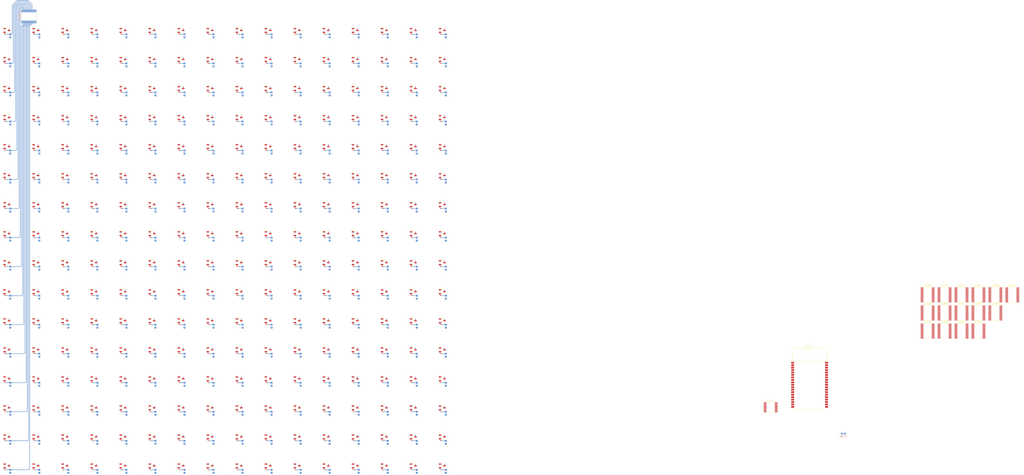
<source format=kicad_pcb>
(kicad_pcb (version 20211014) (generator pcbnew)
  (layers (0 "F.Cu" signal) (31 "B.Cu" signal) (34 "B.Paste" user) (35 "F.Paste" user) (36 "B.SilkS" user "B.Silkscreen") (37 "F.SilkS" user "F.Silkscreen") (38 "B.Mask" user) (39 "F.Mask" user) (44 "Edge.Cuts" user))
  (net 0 "")
  (net 1 "+3.3V")
  (net 2 "GND")
  (net 3 "X1Y1")
  (net 4 "X1Y2")
  (net 5 "X1Y3")
  (net 6 "X1Y4")
  (net 7 "X1Y5")
  (net 8 "X1Y6")
  (net 9 "X1Y7")
  (net 10 "X1Y8")
  (net 11 "X1Y9")
  (net 12 "X1Y10")
  (net 13 "X1Y11")
  (net 14 "X1Y12")
  (net 15 "X1Y13")
  (net 16 "X1Y14")
  (net 17 "X1Y15")
  (net 18 "X1Y16")
  (net 19 "X2Y1")
  (net 20 "X2Y2")
  (net 21 "X2Y3")
  (net 22 "X2Y4")
  (net 23 "X2Y5")
  (net 24 "X2Y6")
  (net 25 "X2Y7")
  (net 26 "X2Y8")
  (net 27 "X2Y9")
  (net 28 "X2Y10")
  (net 29 "X2Y11")
  (net 30 "X2Y12")
  (net 31 "X2Y13")
  (net 32 "X2Y14")
  (net 33 "X2Y15")
  (net 34 "X2Y16")
  (net 35 "X3Y1")
  (net 36 "X3Y2")
  (net 37 "X3Y3")
  (net 38 "X3Y4")
  (net 39 "X3Y5")
  (net 40 "X3Y6")
  (net 41 "X3Y7")
  (net 42 "X3Y8")
  (net 43 "X3Y9")
  (net 44 "X3Y10")
  (net 45 "X3Y11")
  (net 46 "X3Y12")
  (net 47 "X3Y13")
  (net 48 "X3Y14")
  (net 49 "X3Y15")
  (net 50 "X3Y16")
  (net 51 "X4Y1")
  (net 52 "X4Y2")
  (net 53 "X4Y3")
  (net 54 "X4Y4")
  (net 55 "X4Y5")
  (net 56 "X4Y6")
  (net 57 "X4Y7")
  (net 58 "X4Y8")
  (net 59 "X4Y9")
  (net 60 "X4Y10")
  (net 61 "X4Y11")
  (net 62 "X4Y12")
  (net 63 "X4Y13")
  (net 64 "X4Y14")
  (net 65 "X4Y15")
  (net 66 "X4Y16")
  (net 67 "X5Y1")
  (net 68 "X5Y2")
  (net 69 "X5Y3")
  (net 70 "X5Y4")
  (net 71 "X5Y5")
  (net 72 "X5Y6")
  (net 73 "X5Y7")
  (net 74 "X5Y8")
  (net 75 "X5Y9")
  (net 76 "X5Y10")
  (net 77 "X5Y11")
  (net 78 "X5Y12")
  (net 79 "X5Y13")
  (net 80 "X5Y14")
  (net 81 "X5Y15")
  (net 82 "X5Y16")
  (net 83 "X6Y1")
  (net 84 "X6Y2")
  (net 85 "X6Y3")
  (net 86 "X6Y4")
  (net 87 "X6Y5")
  (net 88 "X6Y6")
  (net 89 "X6Y7")
  (net 90 "X6Y8")
  (net 91 "X6Y9")
  (net 92 "X6Y10")
  (net 93 "X6Y11")
  (net 94 "X6Y12")
  (net 95 "X6Y13")
  (net 96 "X6Y14")
  (net 97 "X6Y15")
  (net 98 "X6Y16")
  (net 99 "X7Y1")
  (net 100 "X7Y2")
  (net 101 "X7Y3")
  (net 102 "X7Y4")
  (net 103 "X7Y5")
  (net 104 "X7Y6")
  (net 105 "X7Y7")
  (net 106 "X7Y8")
  (net 107 "X7Y9")
  (net 108 "X7Y10")
  (net 109 "X7Y11")
  (net 110 "X7Y12")
  (net 111 "X7Y13")
  (net 112 "X7Y14")
  (net 113 "X7Y15")
  (net 114 "X7Y16")
  (net 115 "X8Y1")
  (net 116 "X8Y2")
  (net 117 "X8Y3")
  (net 118 "X8Y5")
  (net 119 "X8Y6")
  (net 120 "X8Y7")
  (net 121 "X8Y8")
  (net 122 "X8Y9")
  (net 123 "X8Y10")
  (net 124 "X8Y11")
  (net 125 "X8Y12")
  (net 126 "X8Y13")
  (net 127 "X8Y14")
  (net 128 "X8Y15")
  (net 129 "X8Y16")
  (net 130 "X9Y1")
  (net 131 "X9Y2")
  (net 132 "X9Y3")
  (net 133 "X9Y4")
  (net 134 "X9Y5")
  (net 135 "X9Y6")
  (net 136 "X9Y7")
  (net 137 "X9Y8")
  (net 138 "X9Y9")
  (net 139 "X9Y10")
  (net 140 "X9Y11")
  (net 141 "X9Y12")
  (net 142 "X9Y13")
  (net 143 "X9Y14")
  (net 144 "X9Y15")
  (net 145 "X9Y16")
  (net 146 "X10Y1")
  (net 147 "X10Y2")
  (net 148 "X10Y3")
  (net 149 "X10Y4")
  (net 150 "X10Y5")
  (net 151 "X10Y6")
  (net 152 "X10Y7")
  (net 153 "X10Y8")
  (net 154 "X10Y9")
  (net 155 "X10Y10")
  (net 156 "X10Y11")
  (net 157 "X10Y12")
  (net 158 "X10Y13")
  (net 159 "X10Y14")
  (net 160 "X10Y15")
  (net 161 "X10Y16")
  (net 162 "X11Y1")
  (net 163 "X11Y2")
  (net 164 "X11Y3")
  (net 165 "X11Y4")
  (net 166 "X11Y5")
  (net 167 "X11Y6")
  (net 168 "X11Y7")
  (net 169 "X11Y8")
  (net 170 "X11Y10")
  (net 171 "X11Y11")
  (net 172 "X11Y12")
  (net 173 "X11Y13")
  (net 174 "X11Y14")
  (net 175 "X11Y15")
  (net 176 "X11Y16")
  (net 177 "X12Y1")
  (net 178 "X12Y2")
  (net 179 "X12Y3")
  (net 180 "X12Y4")
  (net 181 "X12Y5")
  (net 182 "X12Y6")
  (net 183 "X12Y7")
  (net 184 "X12Y8")
  (net 185 "X12Y9")
  (net 186 "X12Y10")
  (net 187 "X12Y11")
  (net 188 "X12Y12")
  (net 189 "X12Y13")
  (net 190 "X12Y14")
  (net 191 "X12Y15")
  (net 192 "X12Y16")
  (net 193 "X13Y1")
  (net 194 "X13Y2")
  (net 195 "X13Y3")
  (net 196 "X13Y4")
  (net 197 "X13Y5")
  (net 198 "X13Y6")
  (net 199 "X13Y7")
  (net 200 "X13Y8")
  (net 201 "X13Y9")
  (net 202 "X13Y10")
  (net 203 "X13Y11")
  (net 204 "X13Y12")
  (net 205 "X13Y13")
  (net 206 "X13Y14")
  (net 207 "X13Y15")
  (net 208 "X13Y16")
  (net 209 "X14Y1")
  (net 210 "X14Y2")
  (net 211 "X14Y4")
  (net 212 "X14Y5")
  (net 213 "X14Y6")
  (net 214 "X14Y7")
  (net 215 "X14Y8")
  (net 216 "X14Y9")
  (net 217 "X14Y10")
  (net 218 "X14Y11")
  (net 219 "X14Y12")
  (net 220 "X14Y13")
  (net 221 "X14Y14")
  (net 222 "X14Y15")
  (net 223 "X14Y16")
  (net 224 "X15Y1")
  (net 225 "X15Y2")
  (net 226 "X15Y3")
  (net 227 "X15Y5")
  (net 228 "X15Y6")
  (net 229 "X15Y7")
  (net 230 "X15Y8")
  (net 231 "X15Y9")
  (net 232 "X15Y10")
  (net 233 "X15Y11")
  (net 234 "X15Y12")
  (net 235 "X15Y13")
  (net 236 "X15Y14")
  (net 237 "X15Y15")
  (net 238 "X15Y16")
  (net 239 "X16Y1")
  (net 240 "X16Y2")
  (net 241 "X16Y3")
  (net 242 "X16Y4")
  (net 243 "X16Y5")
  (net 244 "X16Y6")
  (net 245 "X16Y7")
  (net 246 "X16Y8")
  (net 247 "X16Y9")
  (net 248 "X16Y10")
  (net 249 "X16Y11")
  (net 250 "X16Y12")
  (net 251 "X16Y13")
  (net 252 "X16Y14")
  (net 253 "X16Y15")
  (net 254 "X16Y16")
  (net 255 "X8Y4")
  (net 256 "X11Y9")
  (net 257 "X14Y3")
  (net 258 "X15Y4")
  (net 259 "X1")
  (net 260 "S0")
  (net 261 "S1")
  (net 262 "S3")
  (net 263 "S2")
  (net 264 "Net-(R1-Pad2)")
  (net 265 "+9V")
  (net 266 "X2")
  (net 267 "Net-(R2-Pad2)")
  (net 268 "X15")
  (net 269 "Net-(R3-Pad2)")
  (net 270 "X3")
  (net 271 "Net-(R4-Pad2)")
  (net 272 "X4")
  (net 273 "Net-(R5-Pad2)")
  (net 274 "X16")
  (net 275 "Net-(R6-Pad2)")
  (net 279 "X5")
  (net 280 "Net-(R7-Pad2)")
  (net 281 "X6")
  (net 282 "Net-(R8-Pad2)")
  (net 283 "X7")
  (net 284 "Net-(R9-Pad2)")
  (net 285 "X8")
  (net 286 "Net-(R10-Pad2)")
  (net 287 "X9")
  (net 288 "Net-(R11-Pad2)")
  (net 289 "X10")
  (net 290 "Net-(R12-Pad2)")
  (net 291 "X11")
  (net 292 "Net-(R13-Pad2)")
  (net 293 "X12")
  (net 294 "Net-(R14-Pad2)")
  (net 295 "X13")
  (net 296 "Net-(R15-Pad2)")
  (net 297 "X14")
  (net 298 "Net-(R16-Pad2)")
  (footprint "Package_TO_SOT_SMD:SOT-23-3" (layer "F.Cu") (at -114.2 -35.95625)
    (fp_text reference "U244" hide)
    (fp_text value "AH49HSC")
  )
  (footprint "Package_TO_SOT_SMD:SOT-23-3" (layer "F.Cu") (at -234.2 -50.95625)
    (fp_text reference "U115" hide)
    (fp_text value "AH49HSC")
  )
  (footprint "Package_TO_SOT_SMD:SOT-23-3" (layer "F.Cu") (at -279.2 -35.95625)
    (fp_text reference "U68" hide)
    (fp_text value "AH49HSC")
  )
  (footprint "Package_TO_SOT_SMD:SOT-23-3" (layer "F.Cu") (at -324.2 114.04375)
    (fp_text reference "U30" hide)
    (fp_text value "AH49HSC")
  )
  (footprint "Package_TO_SOT_SMD:SOT-23-3" (layer "F.Cu") (at -249.2 99.04375)
    (fp_text reference "U109" hide)
    (fp_text value "AH49HSC")
  )
  (footprint "Package_TO_SOT_SMD:SOT-23-3" (layer "F.Cu") (at -234.2 69.04375)
    (fp_text reference "U123" hide)
    (fp_text value "AH49HSC")
  )
  (footprint "Package_TO_SOT_SMD:SOT-23-3" (layer "F.Cu") (at -339.2 39.04375)
    (fp_text reference "U9" hide)
    (fp_text value "AH49HSC")
  )
  (footprint "Package_TO_SOT_SMD:SOT-23-3" (layer "F.Cu") (at -129.2 -20.95625)
    (fp_text reference "U229" hide)
    (fp_text value "AH49HSC")
  )
  (footprint "Package_TO_SOT_SMD:SOT-23-3" (layer "F.Cu") (at -189.2 -80.95625)
    (fp_text reference "U161" hide)
    (fp_text value "AH49HSC")
  )
  (footprint "Package_TO_SOT_SMD:SOT-23-3" (layer "F.Cu") (at -294.2 -80.95625)
    (fp_text reference "U49" hide)
    (fp_text value "AH49HSC")
  )
  (footprint "Package_TO_SOT_SMD:SOT-23-3" (layer "F.Cu") (at -159.2 9.04375)
    (fp_text reference "U199" hide)
    (fp_text value "AH49HSC")
  )
  (footprint "Package_TO_SOT_SMD:SOT-23-3" (layer "F.Cu") (at -159.2 69.04375)
    (fp_text reference "U203" hide)
    (fp_text value "AH49HSC")
  )
  (footprint "Package_TO_SOT_SMD:SOT-23-3" (layer "F.Cu") (at -234.2 9.04375)
    (fp_text reference "U119" hide)
    (fp_text value "AH49HSC")
  )
  (footprint "Package_TO_SOT_SMD:SOT-23-3" (layer "F.Cu") (at -129.2 84.04375)
    (fp_text reference "U236" hide)
    (fp_text value "AH49HSC")
  )
  (footprint "Package_TO_SOT_SMD:SOT-23-3" (layer "F.Cu") (at -219.2 -80.95625)
    (fp_text reference "U129" hide)
    (fp_text value "AH49HSC")
  )
  (footprint "Package_TO_SOT_SMD:SOT-23-3" (layer "F.Cu") (at -279.2 9.04375)
    (fp_text reference "U71" hide)
    (fp_text value "AH49HSC")
  )
  (footprint "Package_TO_SOT_SMD:SOT-23-3" (layer "F.Cu") (at -264.2 9.04375)
    (fp_text reference "U87" hide)
    (fp_text value "AH49HSC")
  )
  (footprint "Package_TO_SOT_SMD:SOT-23-3" (layer "F.Cu") (at -324.2 69.04375)
    (fp_text reference "U27" hide)
    (fp_text value "AH49HSC")
  )
  (footprint "Package_TO_SOT_SMD:SOT-23-3" (layer "F.Cu") (at -144.2 24.04375)
    (fp_text reference "U216" hide)
    (fp_text value "AH49HSC")
  )
  (footprint "Package_TO_SOT_SMD:SOT-23-3" (layer "F.Cu") (at -264.2 84.04375)
    (fp_text reference "U92" hide)
    (fp_text value "AH49HSC")
  )
  (footprint "Package_TO_SOT_SMD:SOT-23-3" (layer "F.Cu") (at -339.2 -65.95625)
    (fp_text reference "U2" hide)
    (fp_text value "AH49HSC")
  )
  (footprint "Package_TO_SOT_SMD:SOT-23-3" (layer "F.Cu") (at -249.2 -5.95625)
    (fp_text reference "U102" hide)
    (fp_text value "AH49HSC")
  )
  (footprint "Package_TO_SOT_SMD:SOT-23-3" (layer "F.Cu") (at -324.2 84.04375)
    (fp_text reference "U28" hide)
    (fp_text value "AH49HSC")
  )
  (footprint "Package_TO_SOT_SMD:SOT-23-3" (layer "F.Cu") (at -114.2 -20.95625)
    (fp_text reference "U245" hide)
    (fp_text value "AH49HSC")
  )
  (footprint "Package_TO_SOT_SMD:SOT-23-3" (layer "F.Cu") (at -309.2 99.04375)
    (fp_text reference "U45" hide)
    (fp_text value "AH49HSC")
  )
  (footprint "Package_TO_SOT_SMD:SOT-23-3" (layer "F.Cu") (at -279.2 -50.95625)
    (fp_text reference "U67" hide)
    (fp_text value "AH49HSC")
  )
  (footprint "Package_TO_SOT_SMD:SOT-23-3" (layer "F.Cu") (at -174.2 -35.95625)
    (fp_text reference "U180" hide)
    (fp_text value "AH49HSC")
  )
  (footprint "Package_TO_SOT_SMD:SOT-23-3" (layer "F.Cu") (at -339.2 -80.95625)
    (fp_text reference "U1" hide)
    (fp_text value "AH49HSC")
  )
  (footprint "Package_TO_SOT_SMD:SOT-23-3" (layer "F.Cu") (at -144.2 54.04375)
    (fp_text reference "U218" hide)
    (fp_text value "AH49HSC")
  )
  (footprint "Package_TO_SOT_SMD:SOT-23-3" (layer "F.Cu") (at -249.2 129.04375)
    (fp_text reference "U111" hide)
    (fp_text value "AH49HSC")
  )
  (footprint "Package_TO_SOT_SMD:SOT-23-3" (layer "F.Cu") (at -204.2 -65.95625)
    (fp_text reference "U146" hide)
    (fp_text value "AH49HSC")
  )
  (footprint "Package_TO_SOT_SMD:SOT-23-3" (layer "F.Cu") (at -219.2 -35.95625)
    (fp_text reference "U132" hide)
    (fp_text value "AH49HSC")
  )
  (footprint "Package_TO_SOT_SMD:SOT-23-3" (layer "F.Cu") (at -114.2 -65.95625)
    (fp_text reference "U242" hide)
    (fp_text value "AH49HSC")
  )
  (footprint "Package_TO_SOT_SMD:SOT-23-3" (layer "F.Cu") (at -234.2 -80.95625)
    (fp_text reference "U113" hide)
    (fp_text value "AH49HSC")
  )
  (footprint "Package_TO_SOT_SMD:SOT-23-3" (layer "F.Cu") (at -174.2 144.04375)
    (fp_text reference "U192" hide)
    (fp_text value "AH49HSC")
  )
  (footprint "Package_TO_SOT_SMD:SOT-23-3" (layer "F.Cu") (at -324.2 -20.95625)
    (fp_text reference "U21" hide)
    (fp_text value "AH49HSC")
  )
  (footprint "Package_TO_SOT_SMD:SOT-23-3" (layer "F.Cu") (at -339.2 24.04375)
    (fp_text reference "U8" hide)
    (fp_text value "AH49HSC")
  )
  (footprint "Package_TO_SOT_SMD:SOT-23-3" (layer "F.Cu") (at -129.2 129.04375)
    (fp_text reference "U239" hide)
    (fp_text value "AH49HSC")
  )
  (footprint "Package_TO_SOT_SMD:SOT-23-3" (layer "F.Cu") (at -219.2 99.04375)
    (fp_text reference "U141" hide)
    (fp_text value "AH49HSC")
  )
  (footprint "Package_SO:TSSOP-24_4.4x7.8mm_P0.65mm" (layer "F.Cu") (at 145.325 55.665272)
    (fp_text reference "U272")
    (fp_text value "CD74HC4067SM")
  )
  (footprint "Package_SO:TSSOP-16_4.4x5mm_P0.65mm" (layer "F.Cu") (at 55.485 113.785272)
    (fp_text reference "U274")
    (fp_text value "ADS7830")
  )
  (footprint "Package_TO_SOT_SMD:SOT-23-3" (layer "F.Cu") (at -294.2 129.04375)
    (fp_text reference "U63" hide)
    (fp_text value "AH49HSC")
  )
  (footprint "Package_TO_SOT_SMD:SOT-23-3" (layer "F.Cu") (at -204.2 69.04375)
    (fp_text reference "U155" hide)
    (fp_text value "AH49HSC")
  )
  (footprint "Package_TO_SOT_SMD:SOT-23-3" (layer "F.Cu") (at -324.2 9.04375)
    (fp_text reference "U23" hide)
    (fp_text value "AH49HSC")
  )
  (footprint "Package_TO_SOT_SMD:SOT-23-3" (layer "F.Cu") (at -219.2 39.04375)
    (fp_text reference "U137" hide)
    (fp_text value "AH49HSC")
  )
  (footprint "Package_TO_SOT_SMD:SOT-23-3" (layer "F.Cu") (at -234.2 -5.95625)
    (fp_text reference "U118" hide)
    (fp_text value "AH49HSC")
  )
  (footprint "Package_TO_SOT_SMD:SOT-23-3" (layer "F.Cu") (at -249.2 -20.95625)
    (fp_text reference "U101" hide)
    (fp_text value "AH49HSC")
  )
  (footprint "Package_TO_SOT_SMD:SOT-23-3" (layer "F.Cu") (at -144.2 129.04375)
    (fp_text reference "U223" hide)
    (fp_text value "AH49HSC")
  )
  (footprint "Package_TO_SOT_SMD:SOT-23-3" (layer "F.Cu") (at -129.2 69.04375)
    (fp_text reference "U235" hide)
    (fp_text value "AH49HSC")
  )
  (footprint "Package_TO_SOT_SMD:SOT-23-3" (layer "F.Cu") (at -159.2 24.04375)
    (fp_text reference "U200" hide)
    (fp_text value "AH49HSC")
  )
  (footprint "Package_TO_SOT_SMD:SOT-23-3" (layer "F.Cu") (at -324.2 24.04375)
    (fp_text reference "U24" hide)
    (fp_text value "AH49HSC")
  )
  (footprint "Package_TO_SOT_SMD:SOT-23-3" (layer "F.Cu") (at -114.2 99.04375)
    (fp_text reference "U253" hide)
    (fp_text value "AH49HSC")
  )
  (footprint "Package_TO_SOT_SMD:SOT-23-3" (layer "F.Cu") (at -159.2 -50.95625)
    (fp_text reference "U195" hide)
    (fp_text value "AH49HSC")
  )
  (footprint "Package_TO_SOT_SMD:SOT-23-3" (layer "F.Cu") (at -159.2 39.04375)
    (fp_text reference "U201" hide)
    (fp_text value "AH49HSC")
  )
  (footprint "Package_TO_SOT_SMD:SOT-23-3" (layer "F.Cu") (at -129.2 114.04375)
    (fp_text reference "U238" hide)
    (fp_text value "AH49HSC")
  )
  (footprint "Package_TO_SOT_SMD:SOT-23-3" (layer "F.Cu") (at -204.2 -35.95625)
    (fp_text reference "U148" hide)
    (fp_text value "AH49HSC")
  )
  (footprint "Package_TO_SOT_SMD:SOT-23-3" (layer "F.Cu") (at -189.2 54.04375)
    (fp_text reference "U170" hide)
    (fp_text value "AH49HSC")
  )
  (footprint "Package_TO_SOT_SMD:SOT-23-3" (layer "F.Cu") (at -159.2 129.04375)
    (fp_text reference "U207" hide)
    (fp_text value "AH49HSC")
  )
  (footprint "Package_TO_SOT_SMD:SOT-23-3" (layer "F.Cu") (at -189.2 84.04375)
    (fp_text reference "U172" hide)
    (fp_text value "AH49HSC")
  )
  (footprint "Package_TO_SOT_SMD:SOT-23-3" (layer "F.Cu") (at -174.2 54.04375)
    (fp_text reference "U186" hide)
    (fp_text value "AH49HSC")
  )
  (footprint "RF_Module:ESP32-WROVER-IE-N8R8" (layer "F.Cu") (at 74.8 86.340272)
    (fp_text reference "U273")
    (fp_text value "ESP32-WROVER-IE-N8R8")
  )
  (footprint "Package_TO_SOT_SMD:SOT-23-3" (layer "F.Cu") (at -189.2 39.04375)
    (fp_text reference "U169" hide)
    (fp_text value "AH49HSC")
  )
  (footprint "Package_TO_SOT_SMD:SOT-23-3" (layer "F.Cu") (at -219.2 129.04375)
    (fp_text reference "U143" hide)
    (fp_text value "AH49HSC")
  )
  (footprint "Package_SO:TSSOP-24_4.4x7.8mm_P0.65mm" (layer "F.Cu") (at 154.075 65.015272)
    (fp_text reference "U271")
    (fp_text value "CD74HC4067SM")
  )
  (footprint "Package_TO_SOT_SMD:SOT-23-3" (layer "F.Cu") (at -339.2 54.04375)
    (fp_text reference "U10" hide)
    (fp_text value "AH49HSC")
  )
  (footprint "Package_SO:TSSOP-24_4.4x7.8mm_P0.65mm" (layer "F.Cu") (at 136.575 65.015272)
    (fp_text reference "U259")
    (fp_text value "CD74HC4067SM")
  )
  (footprint "Package_TO_SOT_SMD:SOT-23-3" (layer "F.Cu") (at -129.2 -65.95625)
    (fp_text reference "U226" hide)
    (fp_text value "AH49HSC")
  )
  (footprint "Package_TO_SOT_SMD:SOT-23-3" (layer "F.Cu") (at -324.2 -50.95625)
    (fp_text reference "U19" hide)
    (fp_text value "AH49HSC")
  )
  (footprint "Package_TO_SOT_SMD:SOT-23-3" (layer "F.Cu") (at -114.2 129.04375)
    (fp_text reference "U255" hide)
    (fp_text value "AH49HSC")
  )
  (footprint "Package_TO_SOT_SMD:SOT-23-3" (layer "F.Cu") (at -219.2 -65.95625)
    (fp_text reference "U130" hide)
    (fp_text value "AH49HSC")
  )
  (footprint "Package_TO_SOT_SMD:SOT-23-3" (layer "F.Cu") (at -204.2 -5.95625)
    (fp_text reference "U150" hide)
    (fp_text value "AH49HSC")
  )
  (footprint "Package_TO_SOT_SMD:SOT-23-3" (layer "F.Cu") (at -324.2 -5.95625)
    (fp_text reference "U22" hide)
    (fp_text value "AH49HSC")
  )
  (footprint "Package_TO_SOT_SMD:SOT-23-3" (layer "F.Cu") (at -219.2 -20.95625)
    (fp_text reference "U133" hide)
    (fp_text value "AH49HSC")
  )
  (footprint "Package_TO_SOT_SMD:SOT-23-3" (layer "F.Cu") (at -324.2 129.04375)
    (fp_text reference "U31" hide)
    (fp_text value "AH49HSC")
  )
  (footprint "Package_TO_SOT_SMD:SOT-23-3" (layer "F.Cu") (at -279.2 54.04375)
    (fp_text reference "U74" hide)
    (fp_text value "AH49HSC")
  )
  (footprint "Package_TO_SOT_SMD:SOT-23-3" (layer "F.Cu") (at -324.2 -80.95625)
    (fp_text reference "U17" hide)
    (fp_text value "AH49HSC")
  )
  (footprint "Package_TO_SOT_SMD:SOT-23-3" (layer "F.Cu") (at -219.2 24.04375)
    (fp_text reference "U136" hide)
    (fp_text value "AH49HSC")
  )
  (footprint "Package_TO_SOT_SMD:SOT-23-3" (layer "F.Cu") (at -114.2 9.04375)
    (fp_text reference "U247" hide)
    (fp_text value "AH49HSC")
  )
  (footprint "Package_TO_SOT_SMD:SOT-23-3" (layer "F.Cu") (at -294.2 -5.95625)
    (fp_text reference "U54" hide)
    (fp_text value "AH49HSC")
  )
  (footprint "Package_TO_SOT_SMD:SOT-23-3" (layer "F.Cu") (at -204.2 -50.95625)
    (fp_text reference "U147" hide)
    (fp_text value "AH49HSC")
  )
  (footprint "Package_TO_SOT_SMD:SOT-23-3" (layer "F.Cu") (at -279.2 39.04375)
    (fp_text reference "U73" hide)
    (fp_text value "AH49HSC")
  )
  (footprint "Package_SO:TSSOP-24_4.4x7.8mm_P0.65mm" (layer "F.Cu") (at 154.075 55.665272)
    (fp_text reference "U261")
    (fp_text value "CD74HC4067SM")
  )
  (footprint "Package_TO_SOT_SMD:SOT-23-3" (layer "F.Cu") (at -294.2 -50.95625)
    (fp_text reference "U51" hide)
    (fp_text value "AH49HSC")
  )
  (footprint "Package_TO_SOT_SMD:SOT-23-3" (layer "F.Cu") (at -174.2 -80.95625)
    (fp_text reference "U177" hide)
    (fp_text value "AH49HSC")
  )
  (footprint "Package_TO_SOT_SMD:SOT-23-3" (layer "F.Cu") (at -294.2 -35.95625)
    (fp_text reference "U52" hide)
    (fp_text value "AH49HSC")
  )
  (footprint "Package_TO_SOT_SMD:SOT-23-3" (layer "F.Cu") (at -324.2 -35.95625)
    (fp_text reference "U20" hide)
    (fp_text value "AH49HSC")
  )
  (footprint "Package_TO_SOT_SMD:SOT-23-3" (layer "F.Cu") (at -129.2 9.04375)
    (fp_text reference "U231" hide)
    (fp_text value "AH49HSC")
  )
  (footprint "Package_TO_SOT_SMD:SOT-23-3" (layer "F.Cu") (at -294.2 -20.95625)
    (fp_text reference "U53" hide)
    (fp_text value "AH49HSC")
  )
  (footprint "Package_TO_SOT_SMD:SOT-23-3" (layer "F.Cu") (at -144.2 69.04375)
    (fp_text reference "U219" hide)
    (fp_text value "AH49HSC")
  )
  (footprint "Package_TO_SOT_SMD:SOT-23-3" (layer "F.Cu") (at -249.2 -50.95625)
    (fp_text reference "U99" hide)
    (fp_text value "AH49HSC")
  )
  (footprint "Package_TO_SOT_SMD:SOT-23-3" (layer "F.Cu") (at -294.2 54.04375)
    (fp_text reference "U58" hide)
    (fp_text value "AH49HSC")
  )
  (footprint "Package_TO_SOT_SMD:SOT-23-3" (layer "F.Cu") (at -339.2 -5.95625)
    (fp_text reference "U6" hide)
    (fp_text value "AH49HSC")
  )
  (footprint "Package_TO_SOT_SMD:SOT-23-3" (layer "F.Cu") (at -264.2 54.04375)
    (fp_text reference "U90" hide)
    (fp_text value "AH49HSC")
  )
  (footprint "Package_SO:TSSOP-24_4.4x7.8mm_P0.65mm" (layer "F.Cu") (at 171.575 55.665272)
    (fp_text reference "U258")
    (fp_text value "CD74HC4067SM")
  )
  (footprint "Package_TO_SOT_SMD:SOT-23-3" (layer "F.Cu") (at -234.2 114.04375)
    (fp_text reference "U126" hide)
    (fp_text value "AH49HSC")
  )
  (footprint "Package_TO_SOT_SMD:SOT-23-3" (layer "F.Cu") (at -339.2 9.04375)
    (fp_text reference "U7" hide)
    (fp_text value "AH49HSC")
  )
  (footprint "Package_TO_SOT_SMD:SOT-23-3" (layer "F.Cu") (at -234.2 -65.95625)
    (fp_text reference "U114" hide)
    (fp_text value "AH49HSC")
  )
  (footprint "Package_TO_SOT_SMD:SOT-23-3" (layer "F.Cu") (at -144.2 -35.95625)
    (fp_text reference "U212" hide)
    (fp_text value "AH49HSC")
  )
  (footprint "Package_TO_SOT_SMD:SOT-23-3" (layer "F.Cu") (at -144.2 -20.95625)
    (fp_text reference "U213" hide)
    (fp_text value "AH49HSC")
  )
  (footprint "Package_TO_SOT_SMD:SOT-23-3" (layer "F.Cu") (at -174.2 -65.95625)
    (fp_text reference "U178" hide)
    (fp_text value "AH49HSC")
  )
  (footprint "Package_TO_SOT_SMD:SOT-23-3" (layer "F.Cu") (at -114.2 144.04375)
    (fp_text reference "U256" hide)
    (fp_text value "AH49HSC")
  )
  (footprint "Package_TO_SOT_SMD:SOT-23-3" (layer "F.Cu") (at -309.2 9.04375)
    (fp_text reference "U39" hide)
    (fp_text value "AH49HSC")
  )
  (footprint "Package_TO_SOT_SMD:SOT-23-3" (layer "F.Cu") (at -279.2 24.04375)
    (fp_text reference "U72" hide)
    (fp_text value "AH49HSC")
  )
  (footprint "Package_TO_SOT_SMD:SOT-23-3" (layer "F.Cu") (at -114.2 69.04375)
    (fp_text reference "U251" hide)
    (fp_text value "AH49HSC")
  )
  (footprint "Package_TO_SOT_SMD:SOT-23-3" (layer "F.Cu") (at -189.2 144.04375)
    (fp_text reference "U176" hide)
    (fp_text value "AH49HSC")
  )
  (footprint "Package_TO_SOT_SMD:SOT-23-3" (layer "F.Cu") (at -114.2 54.04375)
    (fp_text reference "U250" hide)
    (fp_text value "AH49HSC")
  )
  (footprint "Package_TO_SOT_SMD:SOT-23-3" (layer "F.Cu") (at -204.2 9.04375)
    (fp_text reference "U151" hide)
    (fp_text value "AH49HSC")
  )
  (footprint "Package_TO_SOT_SMD:SOT-23-3" (layer "F.Cu") (at -189.2 -5.95625)
    (fp_text reference "U166" hide)
    (fp_text value "AH49HSC")
  )
  (footprint "Package_TO_SOT_SMD:SOT-23-3" (layer "F.Cu") (at -129.2 144.04375)
    (fp_text reference "U240" hide)
    (fp_text value "AH49HSC")
  )
  (footprint "Package_TO_SOT_SMD:SOT-23-3" (layer "F.Cu") (at -264.2 -50.95625)
    (fp_text reference "U83" hide)
    (fp_text value "AH49HSC")
  )
  (footprint "Package_TO_SOT_SMD:SOT-23-3" (layer "F.Cu") (at -339.2 -50.95625)
    (fp_text reference "U3" hide)
    (fp_text value "AH49HSC")
  )
  (footprint "Package_TO_SOT_SMD:SOT-23-3" (layer "F.Cu") (at -339.2 84.04375)
    (fp_text reference "U12" hide)
    (fp_text value "AH49HSC")
  )
  (footprint "Package_TO_SOT_SMD:SOT-23-3" (layer "F.Cu") (at -159.2 144.04375)
    (fp_text reference "U208" hide)
    (fp_text value "AH49HSC")
  )
  (footprint "Package_TO_SOT_SMD:SOT-23-3" (layer "F.Cu") (at -339.2 -20.95625)
    (fp_text reference "U5" hide)
    (fp_text value "AH49HSC")
  )
  (footprint "Package_TO_SOT_SMD:SOT-23-3" (layer "F.Cu") (at -174.2 -20.95625)
    (fp_text reference "U181" hide)
    (fp_text value "AH49HSC")
  )
  (footprint "Package_TO_SOT_SMD:SOT-23-3" (layer "F.Cu") (at -159.2 -65.95625)
    (fp_text reference "U194" hide)
    (fp_text value "AH49HSC")
  )
  (footprint "Package_TO_SOT_SMD:SOT-23-3" (layer "F.Cu") (at -204.2 39.04375)
    (fp_text reference "U153" hide)
    (fp_text value "AH49HSC")
  )
  (footprint "Package_TO_SOT_SMD:SOT-23-3" (layer "F.Cu") (at -294.2 69.04375)
    (fp_text reference "U59" hide)
    (fp_text value "AH49HSC")
  )
  (footprint "Package_TO_SOT_SMD:SOT-23-3" (layer "F.Cu") (at -174.2 -5.95625)
    (fp_text reference "U182" hide)
    (fp_text value "AH49HSC")
  )
  (footprint "Package_TO_SOT_SMD:SOT-23-3" (layer "F.Cu") (at -249.2 9.04375)
    (fp_text reference "U103" hide)
    (fp_text value "AH49HSC")
  )
  (footprint "Package_TO_SOT_SMD:SOT-23-3" (layer "F.Cu") (at -339.2 -35.95625)
    (fp_text reference "U4" hide)
    (fp_text value "AH49HSC")
  )
  (footprint "Package_TO_SOT_SMD:SOT-23-3" (layer "F.Cu") (at -264.2 -65.95625)
    (fp_text reference "U82" hide)
    (fp_text value "AH49HSC")
  )
  (footprint "Package_TO_SOT_SMD:SOT-23-3" (layer "F.Cu") (at -279.2 84.04375)
    (fp_text reference "U76" hide)
    (fp_text value "AH49HSC")
  )
  (footprint "Package_TO_SOT_SMD:SOT-23-3" (layer "F.Cu") (at -219.2 144.04375)
    (fp_text reference "U144" hide)
    (fp_text value "AH49HSC")
  )
  (footprint "Package_TO_SOT_SMD:SOT-23-3" (layer "F.Cu") (at -339.2 144.04375)
    (fp_text reference "U16" hide)
    (fp_text value "AH49HSC")
  )
  (footprint "Package_TO_SOT_SMD:SOT-23-3" (layer "F.Cu") (at -249.2 39.04375)
    (fp_text reference "U105" hide)
    (fp_text value "AH49HSC")
  )
  (footprint "Package_TO_SOT_SMD:SOT-23-3" (layer "F.Cu") (at -294.2 99.04375)
    (fp_text reference "U61" hide)
    (fp_text value "AH49HSC")
  )
  (footprint "Package_TO_SOT_SMD:SOT-23-3" (layer "F.Cu") (at -234.2 129.04375)
    (fp_text reference "U127" hide)
    (fp_text value "AH49HSC")
  )
  (footprint "Package_TO_SOT_SMD:SOT-23-3" (layer "F.Cu") (at -204.2 129.04375)
    (fp_text reference "U159" hide)
    (fp_text value "AH49HSC")
  )
  (footprint "Package_TO_SOT_SMD:SOT-23-3" (layer "F.Cu") (at -204.2 54.04375)
    (fp_text reference "U154" hide)
    (fp_text value "AH49HSC")
  )
  (footprint "Package_TO_SOT_SMD:SOT-23-3" (layer "F.Cu") (at -279.2 144.04375)
    (fp_text reference "U80" hide)
    (fp_text value "AH49HSC")
  )
  (footprint "Package_TO_SOT_SMD:SOT-23-3" (layer "F.Cu") (at -249.2 84.04375)
    (fp_text reference "U108" hide)
    (fp_text value "AH49HSC")
  )
  (footprint "Package_TO_SOT_SMD:SOT-23-3" (layer "F.Cu") (at -159.2 -80.95625)
    (fp_text reference "U193" hide)
    (fp_text value "AH49HSC")
  )
  (footprint "Package_TO_SOT_SMD:SOT-23-3" (layer "F.Cu") (at -249.2 -80.95625)
    (fp_text reference "U97" hide)
    (fp_text value "AH49HSC")
  )
  (footprint "Package_TO_SOT_SMD:SOT-23-3" (layer "F.Cu") (at -309.2 84.04375)
    (fp_text reference "U44" hide)
    (fp_text value "AH49HSC")
  )
  (footprint "Package_TO_SOT_SMD:SOT-23-3" (layer "F.Cu") (at -324.2 54.04375)
    (fp_text reference "U26" hide)
    (fp_text value "AH49HSC")
  )
  (footprint "Package_TO_SOT_SMD:SOT-23-3" (layer "F.Cu") (at -294.2 84.04375)
    (fp_text reference "U60" hide)
    (fp_text value "AH49HSC")
  )
  (footprint "Package_TO_SOT_SMD:SOT-23-3" (layer "F.Cu") (at -294.2 24.04375)
    (fp_text reference "U56" hide)
    (fp_text value "AH49HSC")
  )
  (footprint "Package_TO_SOT_SMD:SOT-23-3" (layer "F.Cu") (at -129.2 99.04375)
    (fp_text reference "U237" hide)
    (fp_text value "AH49HSC")
  )
  (footprint "Package_TO_SOT_SMD:SOT-23-3" (layer "F.Cu") (at -174.2 129.04375)
    (fp_text reference "U191" hide)
    (fp_text value "AH49HSC")
  )
  (footprint "Package_TO_SOT_SMD:SOT-23-3" (layer "F.Cu") (at -249.2 69.04375)
    (fp_text reference "U107" hide)
    (fp_text value "AH49HSC")
  )
  (footprint "Package_TO_SOT_SMD:SOT-23-3" (layer "F.Cu") (at -174.2 9.04375)
    (fp_text reference "U183" hide)
    (fp_text value "AH49HSC")
  )
  (footprint "Package_TO_SOT_SMD:SOT-23-3" (layer "F.Cu") (at -279.2 -65.95625)
    (fp_text reference "U66" hide)
    (fp_text value "AH49HSC")
  )
  (footprint "Package_TO_SOT_SMD:SOT-23-3" (layer "F.Cu") (at -144.2 -50.95625)
    (fp_text reference "U211" hide)
    (fp_text value "AH49HSC")
  )
  (footprint "Package_TO_SOT_SMD:SOT-23-3" (layer "F.Cu") (at -129.2 -35.95625)
    (fp_text reference "U228" hide)
    (fp_text value "AH49HSC")
  )
  (footprint "Package_TO_SOT_SMD:SOT-23-3" (layer "F.Cu") (at -204.2 -20.95625)
    (fp_text reference "U149" hide)
    (fp_text value "AH49HSC")
  )
  (footprint "Package_TO_SOT_SMD:SOT-23-3" (layer "F.Cu") (at -264.2 -5.95625)
    (fp_text reference "U86" hide)
    (fp_text value "AH49HSC")
  )
  (footprint "Package_SO:TSSOP-24_4.4x7.8mm_P0.65mm" (layer "F.Cu") (at 162.825 65.015272)
    (fp_text reference "U263")
    (fp_text value "CD74HC4067SM")
  )
  (footprint "Package_SO:TSSOP-24_4.4x7.8mm_P0.65mm" (layer "F.Cu") (at 171.575 65.015272)
    (fp_text reference "U268")
    (fp_text value "CD74HC4067SM")
  )
  (footprint "Package_TO_SOT_SMD:SOT-23-3" (layer "F.Cu") (at -279.2 -20.95625)
    (fp_text reference "U69" hide)
    (fp_text value "AH49HSC")
  )
  (footprint "Package_TO_SOT_SMD:SOT-23-3" (layer "F.Cu") (at -279.2 114.04375)
    (fp_text reference "U78" hide)
    (fp_text value "AH49HSC")
  )
  (footprint "Package_TO_SOT_SMD:SOT-23-3" (layer "F.Cu") (at -144.2 -80.95625)
    (fp_text reference "U209" hide)
    (fp_text value "AH49HSC")
  )
  (footprint "Package_TO_SOT_SMD:SOT-23-3" (layer "F.Cu") (at -174.2 69.04375)
    (fp_text reference "U187" hide)
    (fp_text value "AH49HSC")
  )
  (footprint "Package_TO_SOT_SMD:SOT-23-3" (layer "F.Cu") (at -129.2 24.04375)
    (fp_text reference "U232" hide)
    (fp_text value "AH49HSC")
  )
  (footprint "Package_TO_SOT_SMD:SOT-23-3" (layer "F.Cu") (at -234.2 99.04375)
    (fp_text reference "U125" hide)
    (fp_text value "AH49HSC")
  )
  (footprint "Package_TO_SOT_SMD:SOT-23-3" (layer "F.Cu") (at -234.2 -20.95625)
    (fp_text reference "U117" hide)
    (fp_text value "AH49HSC")
  )
  (footprint "Package_TO_SOT_SMD:SOT-23-3" (layer "F.Cu") (at -219.2 114.04375)
    (fp_text reference "U142" hide)
    (fp_text value "AH49HSC")
  )
  (footprint "Package_TO_SOT_SMD:SOT-23-3" (layer "F.Cu") (at -339.2 69.04375)
    (fp_text reference "U11" hide)
    (fp_text value "AH49HSC")
  )
  (footprint "Package_TO_SOT_SMD:SOT-23-3" (layer "F.Cu") (at -144.2 99.04375)
    (fp_text reference "U221" hide)
    (fp_text value "AH49HSC")
  )
  (footprint "Package_TO_SOT_SMD:SOT-23-3" (layer "F.Cu") (at -204.2 84.04375)
    (fp_text reference "U156" hide)
    (fp_text value "AH49HSC")
  )
  (footprint "Package_TO_SOT_SMD:SOT-23-3" (layer "F.Cu") (at -204.2 144.04375)
    (fp_text reference "U160" hide)
    (fp_text value "AH49HSC")
  )
  (footprint "Package_TO_SOT_SMD:SOT-23-3" (layer "F.Cu") (at -144.2 -65.95625)
    (fp_text reference "U210" hide)
    (fp_text value "AH49HSC")
  )
  (footprint "Package_TO_SOT_SMD:SOT-23-3" (layer "F.Cu") (at -159.2 84.04375)
    (fp_text reference "U204" hide)
    (fp_text value "AH49HSC")
  )
  (footprint "Package_TO_SOT_SMD:SOT-23-3" (layer "F.Cu") (at -264.2 39.04375)
    (fp_text reference "U89" hide)
    (fp_text value "AH49HSC")
  )
  (footprint "Package_TO_SOT_SMD:SOT-23-3" (layer "F.Cu") (at -174.2 -50.95625)
    (fp_text reference "U179" hide)
    (fp_text value "AH49HSC")
  )
  (footprint "Package_TO_SOT_SMD:SOT-23-3" (layer "F.Cu") (at -189.2 99.04375)
    (fp_text reference "U173" hide)
    (fp_text value "AH49HSC")
  )
  (footprint "Package_TO_SOT_SMD:SOT-23-3" (layer "F.Cu") (at -189.2 -35.95625)
    (fp_text reference "U164" hide)
    (fp_text value "AH49HSC")
  )
  (footprint "Package_TO_SOT_SMD:SOT-23-3" (layer "F.Cu") (at -279.2 69.04375)
    (fp_text reference "U75" hide)
    (fp_text value "AH49HSC")
  )
  (footprint "Package_TO_SOT_SMD:SOT-23-3" (layer "F.Cu") (at -204.2 -80.95625)
    (fp_text reference "U145" hide)
    (fp_text value "AH49HSC")
  )
  (footprint "Package_SO:TSSOP-24_4.4x7.8mm_P0.65mm" (layer "F.Cu") (at 145.325 74.365272)
    (fp_text reference "U266")
    (fp_text value "CD74HC4067SM")
  )
  (footprint "Package_TO_SOT_SMD:SOT-23-3" (layer "F.Cu") (at -264.2 -80.95625)
    (fp_text reference "U81" hide)
    (fp_text value "AH49HSC")
  )
  (footprint "Package_TO_SOT_SMD:SOT-23-3" (layer "F.Cu") (at -339.2 114.04375)
    (fp_text reference "U14" hide)
    (fp_text value "AH49HSC")
  )
  (footprint "Package_TO_SOT_SMD:SOT-23-3" (layer "F.Cu") (at -294.2 114.04375)
    (fp_text reference "U62" hide)
    (fp_text value "AH49HSC")
  )
  (footprint "Package_TO_SOT_SMD:SOT-23-3" (layer "F.Cu") (at -204.2 99.04375)
    (fp_text reference "U157" hide)
    (fp_text value "AH49HSC")
  )
  (footprint "Package_TO_SOT_SMD:SOT-23-3" (layer "F.Cu") (at -219.2 69.04375)
    (fp_text reference "U139" hide)
    (fp_text value "AH49HSC")
  )
  (footprint "Package_TO_SOT_SMD:SOT-23-3" (layer "F.Cu") (at -219.2 54.04375)
    (fp_text reference "U138" hide)
    (fp_text value "AH49HSC")
  )
  (footprint "Package_TO_SOT_SMD:SOT-23-3" (layer "F.Cu") (at -114.2 114.04375)
    (fp_text reference "U254" hide)
    (fp_text value "AH49HSC")
  )
  (footprint "Package_TO_SOT_SMD:SOT-23-3" (layer "F.Cu") (at -144.2 144.04375)
    (fp_text reference "U224" hide)
    (fp_text value "AH49HSC")
  )
  (footprint "Package_TO_SOT_SMD:SOT-23-3" (layer "F.Cu") (at -264.2 24.04375)
    (fp_text reference "U88" hide)
    (fp_text value "AH49HSC")
  )
  (footprint "Package_TO_SOT_SMD:SOT-23-3" (layer "F.Cu") (at -114.2 84.04375)
    (fp_text reference "U252" hide)
    (fp_text value "AH49HSC")
  )
  (footprint "Package_TO_SOT_SMD:SOT-23-3" (layer "F.Cu") (at -114.2 24.04375)
    (fp_text reference "U248" hide)
    (fp_text value "AH49HSC")
  )
  (footprint "Package_TO_SOT_SMD:SOT-23-3" (layer "F.Cu") (at -189.2 114.04375)
    (fp_text reference "U174" hide)
    (fp_text value "AH49HSC")
  )
  (footprint "Package_TO_SOT_SMD:SOT-23-3" (layer "F.Cu") (at -279.2 -5.95625)
    (fp_text reference "U70" hide)
    (fp_text value "AH49HSC")
  )
  (footprint "Package_SO:TSSOP-24_4.4x7.8mm_P0.65mm" (layer "F.Cu") (at 136.575 74.365272)
    (fp_text reference "U270")
    (fp_text value "CD74HC4067SM")
  )
  (footprint "Package_TO_SOT_SMD:SOT-23-3" (layer "F.Cu") (at -159.2 114.04375)
    (fp_text reference "U206" hide)
    (fp_text value "AH49HSC")
  )
  (footprint "Package_TO_SOT_SMD:SOT-23-3" (layer "F.Cu") (at -219.2 84.04375)
    (fp_text reference "U140" hide)
    (fp_text value "AH49HSC")
  )
  (footprint "Package_TO_SOT_SMD:SOT-23-3" (layer "F.Cu") (at -204.2 114.04375)
    (fp_text reference "U158" hide)
    (fp_text value "AH49HSC")
  )
  (footprint "Package_TO_SOT_SMD:SOT-23-3" (layer "F.Cu") (at -174.2 99.04375)
    (fp_text reference "U189" hide)
    (fp_text value "AH49HSC")
  )
  (footprint "Package_TO_SOT_SMD:SOT-23-3" (layer "F.Cu") (at -249.2 -65.95625)
    (fp_text reference "U98" hide)
    (fp_text value "AH49HSC")
  )
  (footprint "Package_TO_SOT_SMD:SOT-23-3" (layer "F.Cu") (at -204.2 24.04375)
    (fp_text reference "U152" hide)
    (fp_text value "AH49HSC")
  )
  (footprint "Package_SO:TSSOP-24_4.4x7.8mm_P0.65mm" (layer "F.Cu") (at 162.825 55.665272)
    (fp_text reference "U264")
    (fp_text value "CD74HC4067SM")
  )
  (footprint "Package_SO:TSSOP-24_4.4x7.8mm_P0.65mm" (layer "F.Cu") (at 145.325 65.015272)
    (fp_text reference "U269")
    (fp_text value "CD74HC4067SM")
  )
  (footprint "Package_TO_SOT_SMD:SOT-23-3" (layer "F.Cu") (at -189.2 -50.95625)
    (fp_text reference "U163" hide)
    (fp_text value "AH49HSC")
  )
  (footprint "Package_TO_SOT_SMD:SOT-23-3" (layer "F.Cu") (at -144.2 39.04375)
    (fp_text reference "U217" hide)
    (fp_text value "AH49HSC")
  )
  (footprint "Package_TO_SOT_SMD:SOT-23-3" (layer "F.Cu") (at -234.2 24.04375)
    (fp_text reference "U120" hide)
    (fp_text value "AH49HSC")
  )
  (footprint "Package_TO_SOT_SMD:SOT-23-3" (layer "F.Cu") (at -189.2 -65.95625)
    (fp_text reference "U162" hide)
    (fp_text value "AH49HSC")
  )
  (footprint "Package_TO_SOT_SMD:SOT-23-3" (layer "F.Cu") (at -264.2 114.04375)
    (fp_text reference "U94" hide)
    (fp_text value "AH49HSC")
  )
  (footprint "Package_TO_SOT_SMD:SOT-23-3" (layer "F.Cu") (at -309.2 -20.95625)
    (fp_text reference "U37" hide)
    (fp_text value "AH49HSC")
  )
  (footprint "Package_TO_SOT_SMD:SOT-23-3" (layer "F.Cu") (at -309.2 -5.95625)
    (fp_text reference "U38" hide)
    (fp_text value "AH49HSC")
  )
  (footprint "Package_TO_SOT_SMD:SOT-23-3" (layer "F.Cu") (at -309.2 39.04375)
    (fp_text reference "U41" hide)
    (fp_text value "AH49HSC")
  )
  (footprint "Package_TO_SOT_SMD:SOT-23-3" (layer "F.Cu") (at -114.2 -5.95625)
    (fp_text reference "U246" hide)
    (fp_text value "AH49HSC")
  )
  (footprint "Package_TO_SOT_SMD:SOT-23-3" (layer "F.Cu") (at -234.2 39.04375)
    (fp_text reference "U121" hide)
    (fp_text value "AH49HSC")
  )
  (footprint "Package_TO_SOT_SMD:SOT-23-3" (layer "F.Cu") (at -159.2 -35.95625)
    (fp_text reference "U196" hide)
    (fp_text value "AH49HSC")
  )
  (footprint "Package_TO_SOT_SMD:SOT-23-3" (layer "F.Cu") (at -294.2 39.04375)
    (fp_text reference "U57" hide)
    (fp_text value "AH49HSC")
  )
  (footprint "Package_TO_SOT_SMD:SOT-23-3" (layer "F.Cu") (at -144.2 9.04375)
    (fp_text reference "U215" hide)
    (fp_text value "AH49HSC")
  )
  (footprint "Package_TO_SOT_SMD:SOT-23-3" (layer "F.Cu") (at -309.2 54.04375)
    (fp_text reference "U42" hide)
    (fp_text value "AH49HSC")
  )
  (footprint "Package_TO_SOT_SMD:SOT-23-3" (layer "F.Cu") (at -159.2 99.04375)
    (fp_text reference "U205" hide)
    (fp_text value "AH49HSC")
  )
  (footprint "Package_TO_SOT_SMD:SOT-23-3" (layer "F.Cu") (at -324.2 -65.95625)
    (fp_text reference "U18" hide)
    (fp_text value "AH49HSC")
  )
  (footprint "Package_SO:TSSOP-24_4.4x7.8mm_P0.65mm" (layer "F.Cu") (at 180.325 55.665272)
    (fp_text reference "U260")
    (fp_text value "CD74HC4067SM")
  )
  (footprint "Package_TO_SOT_SMD:SOT-23-3" (layer "F.Cu") (at -279.2 99.04375)
    (fp_text reference "U77" hide)
    (fp_text value "AH49HSC")
  )
  (footprint "Package_TO_SOT_SMD:SOT-23-3" (layer "F.Cu") (at -129.2 -50.95625)
    (fp_text reference "U227" hide)
    (fp_text value "AH49HSC")
  )
  (footprint "Package_TO_SOT_SMD:SOT-23-3" (layer "F.Cu") (at -234.2 -35.95625)
    (fp_text reference "U116" hide)
    (fp_text value "AH49HSC")
  )
  (footprint "Package_TO_SOT_SMD:SOT-23-3" (layer "F.Cu") (at -144.2 -5.95625)
    (fp_text reference "U214" hide)
    (fp_text value "AH49HSC")
  )
  (footprint "Package_TO_SOT_SMD:SOT-23-3" (layer "F.Cu") (at -159.2 -5.95625)
    (fp_text reference "U198" hide)
    (fp_text value "AH49HSC")
  )
  (footprint "Package_TO_SOT_SMD:SOT-23-3" (layer "F.Cu") (at -189.2 9.04375)
    (fp_text reference "U167" hide)
    (fp_text value "AH49HSC")
  )
  (footprint "Package_TO_SOT_SMD:SOT-23-3" (layer "F.Cu") (at -309.2 69.04375)
    (fp_text reference "U43" hide)
    (fp_text value "AH49HSC")
  )
  (footprint "Package_TO_SOT_SMD:SOT-23-3" (layer "F.Cu") (at -294.2 9.04375)
    (fp_text reference "U55" hide)
    (fp_text value "AH49HSC")
  )
  (footprint "Package_TO_SOT_SMD:SOT-23-3" (layer "F.Cu") (at -294.2 144.04375)
    (fp_text reference "U64" hide)
    (fp_text value "AH49HSC")
  )
  (footprint "Package_SO:TSSOP-24_4.4x7.8mm_P0.65mm" (layer "F.Cu") (at 136.575 55.665272)
    (fp_text reference "U265")
    (fp_text value "CD74HC4067SM")
  )
  (footprint "Package_TO_SOT_SMD:SOT-23-3" (layer "F.Cu") (at -234.2 84.04375)
    (fp_text reference "U124" hide)
    (fp_text value "AH49HSC")
  )
  (footprint "Package_SO:TSSOP-24_4.4x7.8mm_P0.65mm" (layer "F.Cu") (at 162.825 74.365272)
    (fp_text reference "U262")
    (fp_text value "CD74HC4067SM")
  )
  (footprint "Package_TO_SOT_SMD:SOT-23-3" (layer "F.Cu") (at -309.2 24.04375)
    (fp_text reference "U40" hide)
    (fp_text value "AH49HSC")
  )
  (footprint "Package_TO_SOT_SMD:SOT-23-3" (layer "F.Cu") (at -324.2 144.04375)
    (fp_text reference "U32" hide)
    (fp_text value "AH49HSC")
  )
  (footprint "Package_TO_SOT_SMD:SOT-23-3" (layer "F.Cu") (at -114.2 -80.95625)
    (fp_text reference "U241" hide)
    (fp_text value "AH49HSC")
  )
  (footprint "Package_TO_SOT_SMD:SOT-23-3" (layer "F.Cu") (at -264.2 99.04375)
    (fp_text reference "U93" hide)
    (fp_text value "AH49HSC")
  )
  (footprint "Package_TO_SOT_SMD:SOT-23-3" (layer "F.Cu") (at -189.2 -20.95625)
    (fp_text reference "U165" hide)
    (fp_text value "AH49HSC")
  )
  (footprint "Package_TO_SOT_SMD:SOT-23-3" (layer "F.Cu") (at -309.2 144.04375)
    (fp_text reference "U48" hide)
    (fp_text value "AH49HSC")
  )
  (footprint "Package_TO_SOT_SMD:SOT-23-3" (layer "F.Cu") (at -249.2 144.04375)
    (fp_text reference "U112" hide)
    (fp_text value "AH49HSC")
  )
  (footprint "Package_TO_SOT_SMD:SOT-23-3" (layer "F.Cu") (at -309.2 129.04375)
    (fp_text reference "U47" hide)
    (fp_text value "AH49HSC")
  )
  (footprint "Package_TO_SOT_SMD:SOT-23-3" (layer "F.Cu") (at -279.2 -80.95625)
    (fp_text reference "U65" hide)
    (fp_text value "AH49HSC")
  )
  (footprint "Package_TO_SOT_SMD:SOT-23-3" (layer "F.Cu") (at -309.2 -65.95625)
    (fp_text reference "U34" hide)
    (fp_text value "AH49HSC")
  )
  (footprint "Package_TO_SOT_SMD:SOT-23-3" (layer "F.Cu") (at -264.2 -20.95625)
    (fp_text reference "U85" hide)
    (fp_text value "AH49HSC")
  )
  (footprint "Package_TO_SOT_SMD:SOT-23-3" (layer "F.Cu") (at -129.2 -5.95625)
    (fp_text reference "U230" hide)
    (fp_text value "AH49HSC")
  )
  (footprint "Package_TO_SOT_SMD:SOT-23-3" (layer "F.Cu") (at -189.2 24.04375)
    (fp_text reference "U168" hide)
    (fp_text value "AH49HSC")
  )
  (footprint "Package_TO_SOT_SMD:SOT-23-3" (layer "F.Cu") (at -249.2 -35.95625)
    (fp_text reference "U100" hide)
    (fp_text value "AH49HSC")
  )
  (footprint "Package_TO_SOT_SMD:SOT-23-3" (layer "F.Cu") (at -219.2 -50.95625)
    (fp_text reference "U131" hide)
    (fp_text value "AH49HSC")
  )
  (footprint "Package_TO_SOT_SMD:SOT-23-3" (layer "F.Cu") (at -279.2 129.04375)
    (fp_text reference "U79" hide)
    (fp_text value "AH49HSC")
  )
  (footprint "Package_TO_SOT_SMD:SOT-23-3" (layer "F.Cu") (at -144.2 84.04375)
    (fp_text reference "U220" hide)
    (fp_text value "AH49HSC")
  )
  (footprint "Package_TO_SOT_SMD:SOT-23-3" (layer "F.Cu") (at -234.2 54.04375)
    (fp_text reference "U122" hide)
    (fp_text value "AH49HSC")
  )
  (footprint "Package_TO_SOT_SMD:SOT-23-3" (layer "F.Cu") (at -249.2 114.04375)
    (fp_text reference "U110" hide)
    (fp_text value "AH49HSC")
  )
  (footprint "Package_TO_SOT_SMD:SOT-23-3" (layer "F.Cu") (at -249.2 24.04375)
    (fp_text reference "U104" hide)
    (fp_text value "AH49HSC")
  )
  (footprint "Package_TO_SOT_SMD:SOT-23-3" (layer "F.Cu") (at -324.2 99.04375)
    (fp_text reference "U29" hide)
    (fp_text value "AH49HSC")
  )
  (footprint "Package_TO_SOT_SMD:SOT-23-3" (layer "F.Cu") (at -309.2 114.04375)
    (fp_text reference "U46" hide)
    (fp_text value "AH49HSC")
  )
  (footprint "Package_TO_SOT_SMD:SOT-23-3" (layer "F.Cu") (at -264.2 69.04375)
    (fp_text reference "U91" hide)
    (fp_text value "AH49HSC")
  )
  (footprint "Package_TO_SOT_SMD:SOT-23-3" (layer "F.Cu") (at -219.2 9.04375)
    (fp_text reference "U135" hide)
    (fp_text value "AH49HSC")
  )
  (footprint "Package_SO:TSSOP-24_4.4x7.8mm_P0.65mm" (layer "F.Cu") (at 154.075 74.365272)
    (fp_text reference "U267")
    (fp_text value "CD74HC4067SM")
  )
  (footprint "Package_TO_SOT_SMD:SOT-23-3" (layer "F.Cu") (at -264.2 -35.95625)
    (fp_text reference "U84" hide)
    (fp_text value "AH49HSC")
  )
  (footprint "Package_TO_SOT_SMD:SOT-23-3" (layer "F.Cu") (at -174.2 84.04375)
    (fp_text reference "U188" hide)
    (fp_text value "AH49HSC")
  )
  (footprint "Package_TO_SOT_SMD:SOT-23-3" (layer "F.Cu") (at -144.2 114.04375)
    (fp_text reference "U222" hide)
    (fp_text value "AH49HSC")
  )
  (footprint "Package_TO_SOT_SMD:SOT-23-3" (layer "F.Cu") (at -339.2 129.04375)
    (fp_text reference "U15" hide)
    (fp_text value "AH49HSC")
  )
  (footprint "Package_TO_SOT_SMD:SOT-23-3" (layer "F.Cu") (at -189.2 129.04375)
    (fp_text reference "U175" hide)
    (fp_text value "AH49HSC")
  )
  (footprint "Package_TO_SOT_SMD:SOT-23-3" (layer "F.Cu") (at -294.2 -65.95625)
    (fp_text reference "U50" hide)
    (fp_text value "AH49HSC")
  )
  (footprint "Package_TO_SOT_SMD:SOT-23-3" (layer "F.Cu") (at -114.2 -50.95625)
    (fp_text reference "U243" hide)
    (fp_text value "AH49HSC")
  )
  (footprint "Package_TO_SOT_SMD:SOT-23-3" (layer "F.Cu") (at -174.2 39.04375)
    (fp_text reference "U185" hide)
    (fp_text value "AH49HSC")
  )
  (footprint "Package_TO_SOT_SMD:SOT-23-3" (layer "F.Cu") (at -324.2 39.04375)
    (fp_text reference "U25" hide)
    (fp_text value "AH49HSC")
  )
  (footprint "Package_TO_SOT_SMD:SOT-23-3" (layer "F.Cu") (at -159.2 -20.95625)
    (fp_text reference "U197" hide)
    (fp_text value "AH49HSC")
  )
  (footprint "Package_TO_SOT_SMD:SOT-23-3" (layer "F.Cu") (at -309.2 -80.95625)
    (fp_text reference "U33" hide)
    (fp_text value "AH49HSC")
  )
  (footprint "Package_TO_SOT_SMD:SOT-23-3" (layer "F.Cu") (at -129.2 -80.95625)
    (fp_text reference "U225" hide)
    (fp_text value "AH49HSC")
  )
  (footprint "Package_TO_SOT_SMD:SOT-23-3" (layer "F.Cu") (at -129.2 39.04375)
    (fp_text reference "U233" hide)
    (fp_text value "AH49HSC")
  )
  (footprint "Package_TO_SOT_SMD:SOT-23-3" (layer "F.Cu") (at -264.2 129.04375)
    (fp_text reference "U95" hide)
    (fp_text value "AH49HSC")
  )
  (footprint "Package_TO_SOT_SMD:SOT-23-3" (layer "F.Cu") (at -189.2 69.04375)
    (fp_text reference "U171" hide)
    (fp_text value "AH49HSC")
  )
  (footprint "Package_TO_SOT_SMD:SOT-23-3" (layer "F.Cu") (at -264.2 144.04375)
    (fp_text reference "U96" hide)
    (fp_text value "AH49HSC")
  )
  (footprint "Package_TO_SOT_SMD:SOT-23-3" (layer "F.Cu") (at -129.2 54.04375)
    (fp_text reference "U234" hide)
    (fp_text value "AH49HSC")
  )
  (footprint "Package_TO_SOT_SMD:SOT-23-3" (layer "F.Cu") (at -234.2 144.04375)
    (fp_text reference "U128" hide)
    (fp_text value "AH49HSC")
  )
  (footprint "Package_TO_SOT_SMD:SOT-23-3" (layer "F.Cu") (at -174.2 114.04375)
    (fp_text reference "U190" hide)
    (fp_text value "AH49HSC")
  )
  (footprint "Package_TO_SOT_SMD:SOT-23-3" (layer "F.Cu") (at -249.2 54.04375)
    (fp_text reference "U106" hide)
    (fp_text value "AH49HSC")
  )
  (footprint "Package_TO_SOT_SMD:SOT-23-3" (layer "F.Cu") (at -114.2 39.04375)
    (fp_text reference "U249" hide)
    (fp_text value "AH49HSC")
  )
  (footprint "Package_TO_SOT_SMD:SOT-23-3" (layer "F.Cu") (at -309.2 -50.95625)
    (fp_text reference "U35" hide)
    (fp_text value "AH49HSC")
  )
  (footprint "Package_TO_SOT_SMD:SOT-23-3" (layer "F.Cu") (at -174.2 24.04375)
    (fp_text reference "U184" hide)
    (fp_text value "AH49HSC")
  )
  (footprint "Package_TO_SOT_SMD:SOT-23-3" (layer "F.Cu") (at -339.2 99.04375)
    (fp_text reference "U13" hide)
    (fp_text value "AH49HSC")
  )
  (footprint "Package_TO_SOT_SMD:SOT-23-3" (layer "F.Cu") (at -309.2 -35.95625)
    (fp_text reference "U36" hide)
    (fp_text value "AH49HSC")
  )
  (footprint "Package_TO_SOT_SMD:SOT-23-3" (layer "F.Cu") (at -219.2 -5.95625)
    (fp_text reference "U134" hide)
    (fp_text value "AH49HSC")
  )
  (footprint "Package_TO_SOT_SMD:SOT-23-3" (layer "F.Cu") (at -159.2 54.04375)
    (fp_text reference "U202" hide)
    (fp_text value "AH49HSC")
  )
  (footprint "Capacitor_SMD:C_0603_1608Metric" (layer "B.Cu") (at -247.4 101.84375 -90)
    (fp_text reference "C109" hide)
    (fp_text value "100p")
  )
  (footprint "Capacitor_SMD:C_0603_1608Metric" (layer "B.Cu") (at -292.4 41.84375 -90)
    (fp_text reference "C57" hide)
    (fp_text value "100p")
  )
  (footprint "Capacitor_SMD:C_0603_1608Metric" (layer "B.Cu") (at -262.4 86.84375 -90)
    (fp_text reference "C92" hide)
    (fp_text value "100p")
  )
  (footprint "Capacitor_SMD:C_0603_1608Metric" (layer "B.Cu") (at -232.4 41.84375 -90)
    (fp_text reference "C121" hide)
    (fp_text value "100p")
  )
  (footprint "Capacitor_SMD:C_0603_1608Metric" (layer "B.Cu") (at -277.4 71.84375 -90)
    (fp_text reference "C75" hide)
    (fp_text value "100p")
  )
  (footprint "Capacitor_SMD:C_0603_1608Metric" (layer "B.Cu") (at -247.4 56.84375 -90)
    (fp_text reference "C106" hide)
    (fp_text value "100p")
  )
  (footprint "Capacitor_SMD:C_0603_1608Metric" (layer "B.Cu") (at -142.4 -33.15625 -90)
    (fp_text reference "C212" hide)
    (fp_text value "100p")
  )
  (footprint "Capacitor_SMD:C_0603_1608Metric" (layer "B.Cu") (at -292.4 -78.15625 -90)
    (fp_text reference "C49" hide)
    (fp_text value "100p")
  )
  (footprint "Capacitor_SMD:C_0603_1608Metric" (layer "B.Cu") (at -127.4 56.84375 -90)
    (fp_text reference "C234" hide)
    (fp_text value "100p")
  )
  (footprint "Capacitor_SMD:C_0603_1608Metric" (layer "B.Cu") (at -142.4 71.84375 -90)
    (fp_text reference "C219" hide)
    (fp_text value "100p")
  )
  (footprint "Capacitor_SMD:C_0603_1608Metric" (layer "B.Cu") (at -157.4 116.84375 -90)
    (fp_text reference "C206" hide)
    (fp_text value "100p")
  )
  (footprint "Capacitor_SMD:C_0603_1608Metric" (layer "B.Cu") (at -322.4 -78.15625 -90)
    (fp_text reference "C17" hide)
    (fp_text value "100p")
  )
  (footprint "Capacitor_SMD:C_0603_1608Metric" (layer "B.Cu") (at -322.4 -18.15625 -90)
    (fp_text reference "C21" hide)
    (fp_text value "100p")
  )
  (footprint "Capacitor_SMD:C_0603_1608Metric" (layer "B.Cu") (at -292.4 -3.15625 -90)
    (fp_text reference "C54" hide)
    (fp_text value "100p")
  )
  (footprint "Capacitor_SMD:C_0603_1608Metric" (layer "B.Cu") (at -277.4 146.84375 -90)
    (fp_text reference "C80" hide)
    (fp_text value "100p")
  )
  (footprint "Capacitor_SMD:C_0603_1608Metric" (layer "B.Cu") (at -217.4 116.84375 -90)
    (fp_text reference "C142" hide)
    (fp_text value "100p")
  )
  (footprint "Capacitor_SMD:C_0603_1608Metric" (layer "B.Cu") (at -337.4 -3.15625 -90)
    (fp_text reference "C6" hide)
    (fp_text value "100p")
  )
  (footprint "Capacitor_SMD:C_0603_1608Metric" (layer "B.Cu") (at -187.4 86.84375 -90)
    (fp_text reference "C172" hide)
    (fp_text value "100p")
  )
  (footprint "Capacitor_SMD:C_0603_1608Metric" (layer "B.Cu") (at -247.4 -18.15625 -90)
    (fp_text reference "C101" hide)
    (fp_text value "100p")
  )
  (footprint "Capacitor_SMD:C_0603_1608Metric" (layer "B.Cu") (at -322.4 -63.15625 -90)
    (fp_text reference "C18" hide)
    (fp_text value "100p")
  )
  (footprint "Capacitor_SMD:C_0603_1608Metric" (layer "B.Cu") (at -322.4 26.84375 -90)
    (fp_text reference "C24" hide)
    (fp_text value "100p")
  )
  (footprint "Capacitor_SMD:C_0603_1608Metric" (layer "B.Cu") (at -322.4 56.84375 -90)
    (fp_text reference "C26" hide)
    (fp_text value "100p")
  )
  (footprint "Capacitor_SMD:C_0603_1608Metric" (layer "B.Cu") (at -157.4 41.84375 -90)
    (fp_text reference "C201" hide)
    (fp_text value "100p")
  )
  (footprint "Capacitor_SMD:C_0603_1608Metric" (layer "B.Cu") (at -262.4 101.84375 -90)
    (fp_text reference "C93" hide)
    (fp_text value "100p")
  )
  (footprint "Capacitor_SMD:C_0603_1608Metric" (layer "B.Cu") (at -127.4 41.84375 -90)
    (fp_text reference "C233" hide)
    (fp_text value "100p")
  )
  (footprint "Capacitor_SMD:C_0603_1608Metric" (layer "B.Cu") (at -322.4 -33.15625 -90)
    (fp_text reference "C20" hide)
    (fp_text value "100p")
  )
  (footprint "Capacitor_SMD:C_0603_1608Metric" (layer "B.Cu") (at -127.4 11.84375 -90)
    (fp_text reference "C231" hide)
    (fp_text value "100p")
  )
  (footprint "Capacitor_SMD:C_0603_1608Metric" (layer "B.Cu") (at -112.4 101.84375 -90)
    (fp_text reference "C253" hide)
    (fp_text value "100p")
  )
  (footprint "Capacitor_SMD:C_0603_1608Metric" (layer "B.Cu") (at -142.4 -48.15625 -90)
    (fp_text reference "C211" hide)
    (fp_text value "100p")
  )
  (footprint "Capacitor_SMD:C_0603_1608Metric" (layer "B.Cu") (at -142.4 -3.15625 -90)
    (fp_text reference "C214" hide)
    (fp_text value "100p")
  )
  (footprint "Capacitor_SMD:C_0603_1608Metric" (layer "B.Cu") (at -247.4 -3.15625 -90)
    (fp_text reference "C102" hide)
    (fp_text value "100p")
  )
  (footprint "Capacitor_SMD:C_0603_1608Metric" (layer "B.Cu") (at -202.4 -78.15625 -90)
    (fp_text reference "C145" hide)
    (fp_text value "100p")
  )
  (footprint "Capacitor_SMD:C_0603_1608Metric" (layer "B.Cu") (at -202.4 56.84375 -90)
    (fp_text reference "C154" hide)
    (fp_text value "100p")
  )
  (footprint "Capacitor_SMD:C_0603_1608Metric" (layer "B.Cu") (at -157.4 -78.15625 -90)
    (fp_text reference "C193" hide)
    (fp_text value "100p")
  )
  (footprint "Capacitor_SMD:C_0603_1608Metric" (layer "B.Cu") (at -157.4 131.84375 -90)
    (fp_text reference "C207" hide)
    (fp_text value "100p")
  )
  (footprint "Capacitor_SMD:C_0603_1608Metric" (layer "B.Cu") (at -337.4 101.84375 -90)
    (fp_text reference "C13" hide)
    (fp_text value "100p")
  )
  (footprint "Capacitor_SMD:C_0603_1608Metric" (layer "B.Cu") (at -217.4 131.84375 -90)
    (fp_text reference "C143" hide)
    (fp_text value "100p")
  )
  (footprint "Capacitor_SMD:C_0603_1608Metric" (layer "B.Cu") (at -112.4 -48.15625 -90)
    (fp_text reference "C243" hide)
    (fp_text value "100p")
  )
  (footprint "Capacitor_SMD:C_0603_1608Metric" (layer "B.Cu") (at -127.4 86.84375 -90)
    (fp_text reference "C236" hide)
    (fp_text value "100p")
  )
  (footprint "Capacitor_SMD:C_0603_1608Metric" (layer "B.Cu") (at -217.4 -78.15625 -90)
    (fp_text reference "C129" hide)
    (fp_text value "100p")
  )
  (footprint "Capacitor_SMD:C_0603_1608Metric" (layer "B.Cu") (at -262.4 -78.15625 -90)
    (fp_text reference "C81" hide)
    (fp_text value "100p")
  )
  (footprint "Capacitor_SMD:C_0603_1608Metric" (layer "B.Cu") (at -247.4 -33.15625 -90)
    (fp_text reference "C100" hide)
    (fp_text value "100p")
  )
  (footprint "Capacitor_SMD:C_0603_1608Metric" (layer "B.Cu") (at -157.4 86.84375 -90)
    (fp_text reference "C204" hide)
    (fp_text value "100p")
  )
  (footprint "Capacitor_SMD:C_0603_1608Metric" (layer "B.Cu") (at -202.4 101.84375 -90)
    (fp_text reference "C157" hide)
    (fp_text value "100p")
  )
  (footprint "Capacitor_SMD:C_0603_1608Metric" (layer "B.Cu") (at -307.4 -78.15625 -90)
    (fp_text reference "C33" hide)
    (fp_text value "100p")
  )
  (footprint "Capacitor_SMD:C_0603_1608Metric" (layer "B.Cu") (at -217.4 -48.15625 -90)
    (fp_text reference "C131" hide)
    (fp_text value "100p")
  )
  (footprint "Capacitor_SMD:C_0603_1608Metric" (layer "B.Cu") (at -187.4 146.84375 -90)
    (fp_text reference "C176" hide)
    (fp_text value "100p")
  )
  (footprint "Capacitor_SMD:C_0603_1608Metric" (layer "B.Cu") (at -292.4 116.84375 -90)
    (fp_text reference "C62" hide)
    (fp_text value "100p")
  )
  (footprint "Capacitor_SMD:C_0603_1608Metric" (layer "B.Cu") (at -337.4 -33.15625 -90)
    (fp_text reference "C4" hide)
    (fp_text value "100p")
  )
  (footprint "Capacitor_SMD:C_0603_1608Metric" (layer "B.Cu") (at -262.4 116.84375 -90)
    (fp_text reference "C94" hide)
    (fp_text value "100p")
  )
  (footprint "Capacitor_SMD:C_0603_1608Metric" (layer "B.Cu") (at -277.4 -48.15625 -90)
    (fp_text reference "C67" hide)
    (fp_text value "100p")
  )
  (footprint "Capacitor_SMD:C_0603_1608Metric" (layer "B.Cu") (at -232.4 101.84375 -90)
    (fp_text reference "C125" hide)
    (fp_text value "100p")
  )
  (footprint "Capacitor_SMD:C_0603_1608Metric" (layer "B.Cu") (at -277.4 101.84375 -90)
    (fp_text reference "C77" hide)
    (fp_text value "100p")
  )
  (footprint "Capacitor_SMD:C_0603_1608Metric" (layer "B.Cu") (at -232.4 -18.15625 -90)
    (fp_text reference "C117" hide)
    (fp_text value "100p")
  )
  (footprint "Capacitor_SMD:C_0603_1608Metric" (layer "B.Cu") (at -277.4 -78.15625 -90)
    (fp_text reference "C65" hide)
    (fp_text value "100p")
  )
  (footprint "Capacitor_SMD:C_0603_1608Metric" (layer "B.Cu") (at -112.4 116.84375 -90)
    (fp_text reference "C254" hide)
    (fp_text value "100p")
  )
  (footprint "Capacitor_SMD:C_0603_1608Metric" (layer "B.Cu") (at -232.4 11.84375 -90)
    (fp_text reference "C119" hide)
    (fp_text value "100p")
  )
  (footprint "Capacitor_SMD:C_0603_1608Metric" (layer "B.Cu") (at -292.4 -18.15625 -90)
    (fp_text reference "C53" hide)
    (fp_text value "100p")
  )
  (footprint "Capacitor_SMD:C_0603_1608Metric" (layer "B.Cu") (at -157.4 -48.15625 -90)
    (fp_text reference "C195" hide)
    (fp_text value "100p")
  )
  (footprint "Capacitor_SMD:C_0603_1608Metric" (layer "B.Cu") (at -202.4 146.84375 -90)
    (fp_text reference "C160" hide)
    (fp_text value "100p")
  )
  (footprint "Capacitor_SMD:C_0603_1608Metric" (layer "B.Cu") (at -112.4 26.84375 -90)
    (fp_text reference "C248" hide)
    (fp_text value "100p")
  )
  (footprint "Capacitor_SMD:C_0603_1608Metric" (layer "B.Cu") (at -292.4 11.84375 -90)
    (fp_text reference "C55" hide)
    (fp_text value "100p")
  )
  (footprint "Capacitor_SMD:C_0603_1608Metric" (layer "B.Cu") (at -232.4 -33.15625 -90)
    (fp_text reference "C116" hide)
    (fp_text value "100p")
  )
  (footprint "Capacitor_SMD:C_0603_1608Metric" (layer "B.Cu") (at -112.4 56.84375 -90)
    (fp_text reference "C250" hide)
    (fp_text value "100p")
  )
  (footprint "Capacitor_SMD:C_0603_1608Metric" (layer "B.Cu") (at -292.4 56.84375 -90)
    (fp_text reference "C58" hide)
    (fp_text value "100p")
  )
  (footprint "Capacitor_SMD:C_0603_1608Metric" (layer "B.Cu") (at -142.4 56.84375 -90)
    (fp_text reference "C218" hide)
    (fp_text value "100p")
  )
  (footprint "Capacitor_SMD:C_0603_1608Metric" (layer "B.Cu") (at -142.4 41.84375 -90)
    (fp_text reference "C217" hide)
    (fp_text value "100p")
  )
  (footprint "Capacitor_SMD:C_0603_1608Metric" (layer "B.Cu") (at -247.4 11.84375 -90)
    (fp_text reference "C103" hide)
    (fp_text value "100p")
  )
  (footprint "Capacitor_SMD:C_0603_1608Metric" (layer "B.Cu") (at -292.4 26.84375 -90)
    (fp_text reference "C56" hide)
    (fp_text value "100p")
  )
  (footprint "Capacitor_SMD:C_0603_1608Metric" (layer "B.Cu") (at -172.4 26.84375 -90)
    (fp_text reference "C184" hide)
    (fp_text value "100p")
  )
  (footprint "Capacitor_SMD:C_0603_1608Metric" (layer "B.Cu") (at -277.4 -63.15625 -90)
    (fp_text reference "C66" hide)
    (fp_text value "100p")
  )
  (footprint "Capacitor_SMD:C_0603_1608Metric" (layer "B.Cu") (at -142.4 -78.15625 -90)
    (fp_text reference "C209" hide)
    (fp_text value "100p")
  )
  (footprint "Capacitor_SMD:C_0603_1608Metric" (layer "B.Cu") (at -127.4 -63.15625 -90)
    (fp_text reference "C226" hide)
    (fp_text value "100p")
  )
  (footprint "Capacitor_SMD:C_0603_1608Metric" (layer "B.Cu") (at -307.4 56.84375 -90)
    (fp_text reference "C42" hide)
    (fp_text value "100p")
  )
  (footprint "Capacitor_SMD:C_0603_1608Metric" (layer "B.Cu") (at -247.4 146.84375 -90)
    (fp_text reference "C112" hide)
    (fp_text value "100p")
  )
  (footprint "Capacitor_SMD:C_0603_1608Metric" (layer "B.Cu") (at -127.4 -3.15625 -90)
    (fp_text reference "C230" hide)
    (fp_text value "100p")
  )
  (footprint "Capacitor_SMD:C_0603_1608Metric" (layer "B.Cu") (at -277.4 131.84375 -90)
    (fp_text reference "C79" hide)
    (fp_text value "100p")
  )
  (footprint "Capacitor_SMD:C_0603_1608Metric" (layer "B.Cu") (at -337.4 26.84375 -90)
    (fp_text reference "C8" hide)
    (fp_text value "100p")
  )
  (footprint "Capacitor_SMD:C_0603_1608Metric" (layer "B.Cu") (at -202.4 -3.15625 -90)
    (fp_text reference "C150" hide)
    (fp_text value "100p")
  )
  (footprint "Capacitor_SMD:C_0603_1608Metric" (layer "B.Cu") (at -112.4 146.84375 -90)
    (fp_text reference "C256" hide)
    (fp_text value "100p")
  )
  (footprint "Capacitor_SMD:C_0603_1608Metric" (layer "B.Cu") (at -277.4 26.84375 -90)
    (fp_text reference "C72" hide)
    (fp_text value "100p")
  )
  (footprint "Capacitor_SMD:C_0603_1608Metric" (layer "B.Cu") (at -187.4 71.84375 -90)
    (fp_text reference "C171" hide)
    (fp_text value "100p")
  )
  (footprint "Capacitor_SMD:C_0603_1608Metric" (layer "B.Cu") (at -262.4 71.84375 -90)
    (fp_text reference "C91" hide)
    (fp_text value "100p")
  )
  (footprint "Capacitor_SMD:C_0603_1608Metric" (layer "B.Cu") (at -277.4 -18.15625 -90)
    (fp_text reference "C69" hide)
    (fp_text value "100p")
  )
  (footprint "Capacitor_SMD:C_0603_1608Metric" (layer "B.Cu") (at -187.4 101.84375 -90)
    (fp_text reference "C173" hide)
    (fp_text value "100p")
  )
  (footprint "Capacitor_SMD:C_0603_1608Metric" (layer "B.Cu") (at -232.4 116.84375 -90)
    (fp_text reference "C126" hide)
    (fp_text value "100p")
  )
  (footprint "Capacitor_SMD:C_0603_1608Metric" (layer "B.Cu") (at -187.4 -48.15625 -90)
    (fp_text reference "C163" hide)
    (fp_text value "100p")
  )
  (footprint "Capacitor_SMD:C_0603_1608Metric" (layer "B.Cu") (at -232.4 -63.15625 -90)
    (fp_text reference "C114" hide)
    (fp_text value "100p")
  )
  (footprint "Capacitor_SMD:C_0603_1608Metric" (layer "B.Cu") (at -307.4 146.84375 -90)
    (fp_text reference "C48" hide)
    (fp_text value "100p")
  )
  (footprint "Capacitor_SMD:C_0603_1608Metric" (layer "B.Cu") (at -247.4 71.84375 -90)
    (fp_text reference "C107" hide)
    (fp_text value "100p")
  )
  (footprint "Capacitor_SMD:C_0603_1608Metric" (layer "B.Cu") (at -187.4 -78.15625 -90)
    (fp_text reference "C161" hide)
    (fp_text value "100p")
  )
  (footprint "Capacitor_SMD:C_0603_1608Metric" (layer "B.Cu") (at -187.4 -33.15625 -90)
    (fp_text reference "C164" hide)
    (fp_text value "100p")
  )
  (footprint "Capacitor_SMD:C_0603_1608Metric" (layer "B.Cu") (at -187.4 131.84375 -90)
    (fp_text reference "C175" hide)
    (fp_text value "100p")
  )
  (footprint "Capacitor_SMD:C_0603_1608Metric" (layer "B.Cu") (at -277.4 116.84375 -90)
    (fp_text reference "C78" hide)
    (fp_text value "100p")
  )
  (footprint "Capacitor_SMD:C_0603_1608Metric" (layer "B.Cu") (at -307.4 41.84375 -90)
    (fp_text reference "C41" hide)
    (fp_text value "100p")
  )
  (footprint "Capacitor_SMD:C_0603_1608Metric" (layer "B.Cu") (at -142.4 86.84375 -90)
    (fp_text reference "C220" hide)
    (fp_text value "100p")
  )
  (footprint "Capacitor_SMD:C_0603_1608Metric" (layer "B.Cu") (at -217.4 -3.15625 -90)
    (fp_text reference "C134" hide)
    (fp_text value "100p")
  )
  (footprint "Capacitor_SMD:C_0603_1608Metric" (layer "B.Cu") (at -292.4 -33.15625 -90)
    (fp_text reference "C52" hide)
    (fp_text value "100p")
  )
  (footprint "Capacitor_SMD:C_0603_1608Metric" (layer "B.Cu") (at -322.4 41.84375 -90)
    (fp_text reference "C25" hide)
    (fp_text value "100p")
  )
  (footprint "Capacitor_SMD:C_0603_1608Metric" (layer "B.Cu") (at -307.4 131.84375 -90)
    (fp_text reference "C47" hide)
    (fp_text value "100p")
  )
  (footprint "Capacitor_SMD:C_0603_1608Metric" (layer "B.Cu") (at -112.4 -78.15625 -90)
    (fp_text reference "C241" hide)
    (fp_text value "100p")
  )
  (footprint "Capacitor_SMD:C_0603_1608Metric" (layer "B.Cu") (at -202.4 -63.15625 -90)
    (fp_text reference "C146" hide)
    (fp_text value "100p")
  )
  (footprint "Capacitor_SMD:C_0603_1608Metric" (layer "B.Cu") (at -187.4 -3.15625 -90)
    (fp_text reference "C166" hide)
    (fp_text value "100p")
  )
  (footprint "Capacitor_SMD:C_0603_1608Metric" (layer "B.Cu") (at -172.4 -48.15625 -90)
    (fp_text reference "C179" hide)
    (fp_text value "100p")
  )
  (footprint "Capacitor_SMD:C_0603_1608Metric" (layer "B.Cu") (at -142.4 -18.15625 -90)
    (fp_text reference "C213" hide)
    (fp_text value "100p")
  )
  (footprint "Capacitor_SMD:C_0603_1608Metric" (layer "B.Cu") (at -232.4 86.84375 -90)
    (fp_text reference "C124" hide)
    (fp_text value "100p")
  )
  (footprint "Capacitor_SMD:C_0603_1608Metric" (layer "B.Cu") (at -307.4 -33.15625 -90)
    (fp_text reference "C36" hide)
    (fp_text value "100p")
  )
  (footprint "Capacitor_SMD:C_0603_1608Metric" (layer "B.Cu") (at -157.4 -3.15625 -90)
    (fp_text reference "C198" hide)
    (fp_text value "100p")
  )
  (footprint "Capacitor_SMD:C_0603_1608Metric" (layer "B.Cu") (at -232.4 -48.15625 -90)
    (fp_text reference "C115" hide)
    (fp_text value "100p")
  )
  (footprint "Capacitor_SMD:C_0603_1608Metric" (layer "B.Cu") (at -142.4 26.84375 -90)
    (fp_text reference "C216" hide)
    (fp_text value "100p")
  )
  (footprint "Capacitor_SMD:C_0603_1608Metric" (layer "B.Cu") (at -277.4 11.84375 -90)
    (fp_text reference "C71" hide)
    (fp_text value "100p")
  )
  (footprint "Package_SO:TSSOP-24_4.4x7.8mm_P0.65mm" (layer "B.Cu") (at -327.8 -88.2 -90)
    (fp_text reference "U257")
    (fp_text value "CD74HC4067SM")
  )
  (footprint "Capacitor_SMD:C_0603_1608Metric" (layer "B.Cu") (at -322.4 131.84375 -90)
    (fp_text reference "C31" hide)
    (fp_text value "100p")
  )
  (footprint "Capacitor_SMD:C_0603_1608Metric" (layer "B.Cu") (at -307.4 -63.15625 -90)
    (fp_text reference "C34" hide)
    (fp_text value "100p")
  )
  (footprint "Capacitor_SMD:C_0603_1608Metric" (layer "B.Cu") (at -217.4 11.84375 -90)
    (fp_text reference "C135" hide)
    (fp_text value "100p")
  )
  (footprint "Capacitor_SMD:C_0603_1608Metric" (layer "B.Cu") (at -142.4 11.84375 -90)
    (fp_text reference "C215" hide)
    (fp_text value "100p")
  )
  (footprint "Capacitor_SMD:C_0603_1608Metric" (layer "B.Cu") (at -202.4 11.84375 -90)
    (fp_text reference "C151" hide)
    (fp_text value "100p")
  )
  (footprint "Capacitor_SMD:C_0603_1608Metric" (layer "B.Cu") (at -292.4 131.84375 -90)
    (fp_text reference "C63" hide)
    (fp_text value "100p")
  )
  (footprint "Capacitor_SMD:C_0603_1608Metric" (layer "B.Cu") (at -112.4 -18.15625 -90)
    (fp_text reference "C245" hide)
    (fp_text value "100p")
  )
  (footprint "Capacitor_SMD:C_0603_1608Metric" (layer "B.Cu") (at -262.4 56.84375 -90)
    (fp_text reference "C90" hide)
    (fp_text value "100p")
  )
  (footprint "Capacitor_SMD:C_0603_1608Metric" (layer "B.Cu") (at -247.4 86.84375 -90)
    (fp_text reference "C108" hide)
    (fp_text value "100p")
  )
  (footprint "Capacitor_SMD:C_0603_1608Metric" (layer "B.Cu") (at -322.4 -48.15625 -90)
    (fp_text reference "C19" hide)
    (fp_text value "100p")
  )
  (footprint "Capacitor_SMD:C_0603_1608Metric" (layer "B.Cu") (at -262.4 -33.15625 -90)
    (fp_text reference "C84" hide)
    (fp_text value "100p")
  )
  (footprint "Capacitor_SMD:C_0603_1608Metric" (layer "B.Cu") (at -292.4 71.84375 -90)
    (fp_text reference "C59" hide)
    (fp_text value "100p")
  )
  (footprint "Capacitor_SMD:C_0603_1608Metric" (layer "B.Cu") (at -307.4 86.84375 -90)
    (fp_text reference "C44" hide)
    (fp_text value "100p")
  )
  (footprint "Capacitor_SMD:C_0603_1608Metric" (layer "B.Cu") (at -172.4 146.84375 -90)
    (fp_text reference "C192" hide)
    (fp_text value "100p")
  )
  (footprint "Capacitor_SMD:C_0603_1608Metric" (layer "B.Cu") (at -322.4 86.84375 -90)
    (fp_text reference "C28" hide)
    (fp_text value "100p")
  )
  (footprint "Capacitor_SMD:C_0603_1608Metric" (layer "B.Cu") (at -337.4 -48.15625 -90)
    (fp_text reference "C3" hide)
    (fp_text value "100p")
  )
  (footprint "Capacitor_SMD:C_0603_1608Metric" (layer "B.Cu") (at -157.4 11.84375 -90)
    (fp_text reference "C199" hide)
    (fp_text value "100p")
  )
  (footprint "Capacitor_SMD:C_0603_1608Metric" (layer "B.Cu") (at -337.4 116.84375 -90)
    (fp_text reference "C14" hide)
    (fp_text value "100p")
  )
  (footprint "Capacitor_SMD:C_0603_1608Metric" (layer "B.Cu") (at -157.4 71.84375 -90)
    (fp_text reference "C203" hide)
    (fp_text value "100p")
  )
  (footprint "Capacitor_SMD:C_0603_1608Metric" (layer "B.Cu") (at -127.4 116.84375 -90)
    (fp_text reference "C238" hide)
    (fp_text value "100p")
  )
  (footprint "Capacitor_SMD:C_0603_1608Metric" (layer "B.Cu") (at -247.4 131.84375 -90)
    (fp_text reference "C111" hide)
    (fp_text value "100p")
  )
  (footprint "Capacitor_SMD:C_0603_1608Metric" (layer "B.Cu") (at -247.4 41.84375 -90)
    (fp_text reference "C105" hide)
    (fp_text value "100p")
  )
  (footprint "Capacitor_SMD:C_0603_1608Metric" (layer "B.Cu") (at -172.4 -3.15625 -90)
    (fp_text reference "C182" hide)
    (fp_text value "100p")
  )
  (footprint "Capacitor_SMD:C_0603_1608Metric" (layer "B.Cu") (at -157.4 -18.15625 -90)
    (fp_text reference "C197" hide)
    (fp_text value "100p")
  )
  (footprint "Capacitor_SMD:C_0603_1608Metric" (layer "B.Cu") (at -202.4 41.84375 -90)
    (fp_text reference "C153" hide)
    (fp_text value "100p")
  )
  (footprint "Capacitor_SMD:C_0603_1608Metric" (layer "B.Cu") (at -232.4 -78.15625 -90)
    (fp_text reference "C113" hide)
    (fp_text value "100p")
  )
  (footprint "Capacitor_SMD:C_0603_1608Metric" (layer "B.Cu") (at -217.4 41.84375 -90)
    (fp_text reference "C137" hide)
    (fp_text value "100p")
  )
  (footprint "Capacitor_SMD:C_0603_1608Metric" (layer "B.Cu") (at -232.4 146.84375 -90)
    (fp_text reference "C128" hide)
    (fp_text value "100p")
  )
  (footprint "Capacitor_SMD:C_0603_1608Metric" (layer "B.Cu") (at -337.4 -18.15625 -90)
    (fp_text reference "C5" hide)
    (fp_text value "100p")
  )
  (footprint "Capacitor_SMD:C_0603_1608Metric" (layer "B.Cu") (at -142.4 146.84375 -90)
    (fp_text reference "C224" hide)
    (fp_text value "100p")
  )
  (footprint "Capacitor_SMD:C_0603_1608Metric" (layer "B.Cu") (at -247.4 26.84375 -90)
    (fp_text reference "C104" hide)
    (fp_text value "100p")
  )
  (footprint "Capacitor_SMD:C_0603_1608Metric" (layer "B.Cu") (at -277.4 56.84375 -90)
    (fp_text reference "C74" hide)
    (fp_text value "100p")
  )
  (footprint "Capacitor_SMD:C_0603_1608Metric" (layer "B.Cu") (at -172.4 101.84375 -90)
    (fp_text reference "C189" hide)
    (fp_text value "100p")
  )
  (footprint "Capacitor_SMD:C_0603_1608Metric" (layer "B.Cu") (at -262.4 11.84375 -90)
    (fp_text reference "C87" hide)
    (fp_text value "100p")
  )
  (footprint "Capacitor_SMD:C_0603_1608Metric" (layer "B.Cu") (at -217.4 146.84375 -90)
    (fp_text reference "C144" hide)
    (fp_text value "100p")
  )
  (footprint "Capacitor_SMD:C_0603_1608Metric" (layer "B.Cu") (at -172.4 86.84375 -90)
    (fp_text reference "C188" hide)
    (fp_text value "100p")
  )
  (footprint "Capacitor_SMD:C_0603_1608Metric" (layer "B.Cu") (at -337.4 146.84375 -90)
    (fp_text reference "C16" hide)
    (fp_text value "100p")
  )
  (footprint "Capacitor_SMD:C_0603_1608Metric" (layer "B.Cu") (at -247.4 -48.15625 -90)
    (fp_text reference "C99" hide)
    (fp_text value "100p")
  )
  (footprint "Capacitor_SMD:C_0603_1608Metric" (layer "B.Cu") (at -337.4 -63.15625 -90)
    (fp_text reference "C2" hide)
    (fp_text value "100p")
  )
  (footprint "Capacitor_SMD:C_0603_1608Metric" (layer "B.Cu") (at -172.4 -63.15625 -90)
    (fp_text reference "C178" hide)
    (fp_text value "100p")
  )
  (footprint "Capacitor_SMD:C_0603_1608Metric" (layer "B.Cu") (at -142.4 116.84375 -90)
    (fp_text reference "C222" hide)
    (fp_text value "100p")
  )
  (footprint "Capacitor_SMD:C_0603_1608Metric" (layer "B.Cu") (at -127.4 -18.15625 -90)
    (fp_text reference "C229" hide)
    (fp_text value "100p")
  )
  (footprint "Capacitor_SMD:C_0603_1608Metric" (layer "B.Cu") (at -307.4 116.84375 -90)
    (fp_text reference "C46" hide)
    (fp_text value "100p")
  )
  (footprint "Capacitor_SMD:C_0603_1608Metric" (layer "B.Cu") (at -262.4 26.84375 -90)
    (fp_text reference "C88" hide)
    (fp_text value "100p")
  )
  (footprint "Capacitor_SMD:C_0603_1608Metric" (layer "B.Cu") (at -127.4 131.84375 -90)
    (fp_text reference "C239" hide)
    (fp_text value "100p")
  )
  (footprint "Capacitor_SMD:C_0603_1608Metric" (layer "B.Cu") (at -112.4 71.84375 -90)
    (fp_text reference "C251" hide)
    (fp_text value "100p")
  )
  (footprint "Capacitor_SMD:C_0603_1608Metric" (layer "B.Cu") (at -202.4 131.84375 -90)
    (fp_text reference "C159" hide)
    (fp_text value "100p")
  )
  (footprint "Capacitor_SMD:C_0603_1608Metric" (layer "B.Cu") (at -322.4 116.84375 -90)
    (fp_text reference "C30" hide)
    (fp_text value "100p")
  )
  (footprint "Capacitor_SMD:C_0603_1608Metric" (layer "B.Cu") (at -112.4 11.84375 -90)
    (fp_text reference "C247" hide)
    (fp_text value "100p")
  )
  (footprint "Capacitor_SMD:C_0603_1608Metric" (layer "B.Cu") (at -307.4 -3.15625 -90)
    (fp_text reference "C38" hide)
    (fp_text value "100p")
  )
  (footprint "Capacitor_SMD:C_0603_1608Metric" (layer "B.Cu") (at -127.4 101.84375 -90)
    (fp_text reference "C237" hide)
    (fp_text value "100p")
  )
  (footprint "Capacitor_SMD:C_0603_1608Metric" (layer "B.Cu") (at -112.4 -33.15625 -90)
    (fp_text reference "C244" hide)
    (fp_text value "100p")
  )
  (footprint "Capacitor_SMD:C_0603_1608Metric" (layer "B.Cu") (at -217.4 -63.15625 -90)
    (fp_text reference "C130" hide)
    (fp_text value "100p")
  )
  (footprint "Capacitor_SMD:C_0603_1608Metric" (layer "B.Cu") (at -202.4 -18.15625 -90)
    (fp_text reference "C149" hide)
    (fp_text value "100p")
  )
  (footprint "Capacitor_SMD:C_0603_1608Metric" (layer "B.Cu") (at -337.4 -78.15625 -90)
    (fp_text reference "C1" hide)
    (fp_text value "100p")
  )
  (footprint "Capacitor_SMD:C_0603_1608Metric" (layer "B.Cu") (at -172.4 -78.15625 -90)
    (fp_text reference "C177" hide)
    (fp_text value "100p")
  )
  (footprint "Capacitor_SMD:C_0603_1608Metric" (layer "B.Cu") (at -277.4 -3.15625 -90)
    (fp_text reference "C70" hide)
    (fp_text value "100p")
  )
  (footprint "Capacitor_SMD:C_0603_1608Metric" (layer "B.Cu") (at -337.4 41.84375 -90)
    (fp_text reference "C9" hide)
    (fp_text value "100p")
  )
  (footprint "Capacitor_SMD:C_0603_1608Metric" (layer "B.Cu") (at -232.4 71.84375 -90)
    (fp_text reference "C123" hide)
    (fp_text value "100p")
  )
  (footprint "Capacitor_SMD:C_0603_1608Metric" (layer "B.Cu") (at -172.4 71.84375 -90)
    (fp_text reference "C187" hide)
    (fp_text value "100p")
  )
  (footprint "Capacitor_SMD:C_0603_1608Metric" (layer "B.Cu") (at -262.4 -18.15625 -90)
    (fp_text reference "C85" hide)
    (fp_text value "100p")
  )
  (footprint "Capacitor_SMD:C_0603_1608Metric" (layer "B.Cu") (at -112.4 -3.15625 -90)
    (fp_text reference "C246" hide)
    (fp_text value "100p")
  )
  (footprint "Capacitor_SMD:C_0603_1608Metric" (layer "B.Cu") (at -337.4 56.84375 -90)
    (fp_text reference "C10" hide)
    (fp_text value "100p")
  )
  (footprint "Capacitor_SMD:C_0603_1608Metric" (layer "B.Cu") (at -322.4 101.84375 -90)
    (fp_text reference "C29" hide)
    (fp_text value "100p")
  )
  (footprint "Capacitor_SMD:C_0603_1608Metric" (layer "B.Cu") (at -157.4 56.84375 -90)
    (fp_text reference "C202" hide)
    (fp_text value "100p")
  )
  (footprint "Capacitor_SMD:C_0603_1608Metric" (layer "B.Cu") (at -262.4 146.84375 -90)
    (fp_text reference "C96" hide)
    (fp_text value "100p")
  )
  (footprint "Capacitor_SMD:C_0603_1608Metric" (layer "B.Cu") (at -232.4 131.84375 -90)
    (fp_text reference "C127" hide)
    (fp_text value "100p")
  )
  (footprint "Capacitor_SMD:C_0603_1608Metric" (layer "B.Cu") (at 92.975 127.365272)
    (fp_text reference "C496")
    (fp_text value "10n")
  )
  (footprint "Capacitor_SMD:C_0603_1608Metric" (layer "B.Cu") (at -322.4 11.84375 -90)
    (fp_text reference "C23" hide)
    (fp_text value "100p")
  )
  (footprint "Capacitor_SMD:C_0603_1608Metric" (layer "B.Cu") (at -217.4 101.84375 -90)
    (fp_text reference "C141" hide)
    (fp_text value "100p")
  )
  (footprint "Capacitor_SMD:C_0603_1608Metric" (layer "B.Cu") (at -277.4 86.84375 -90)
    (fp_text reference "C76" hide)
    (fp_text value "100p")
  )
  (footprint "Capacitor_SMD:C_0603_1608Metric" (layer "B.Cu") (at -292.4 -48.15625 -90)
    (fp_text reference "C51" hide)
    (fp_text value "100p")
  )
  (footprint "Capacitor_SMD:C_0603_1608Metric" (layer "B.Cu") (at -187.4 -63.15625 -90)
    (fp_text reference "C162" hide)
    (fp_text value "100p")
  )
  (footprint "Capacitor_SMD:C_0603_1608Metric" (layer "B.Cu") (at -277.4 -33.15625 -90)
    (fp_text reference "C68" hide)
    (fp_text value "100p")
  )
  (footprint "Capacitor_SMD:C_0603_1608Metric" (layer "B.Cu") (at -157.4 26.84375 -90)
    (fp_text reference "C200" hide)
    (fp_text value "100p")
  )
  (footprint "Capacitor_SMD:C_0603_1608Metric" (layer "B.Cu") (at -247.4 -78.15625 -90)
    (fp_text reference "C97" hide)
    (fp_text value "100p")
  )
  (footprint "Capacitor_SMD:C_0603_1608Metric" (layer "B.Cu") (at -172.4 11.84375 -90)
    (fp_text reference "C183" hide)
    (fp_text value "100p")
  )
  (footprint "Capacitor_SMD:C_0603_1608Metric" (layer "B.Cu") (at -337.4 131.84375 -90)
    (fp_text reference "C15" hide)
    (fp_text value "100p")
  )
  (footprint "Capacitor_SMD:C_0603_1608Metric" (layer "B.Cu") (at -142.4 -63.15625 -90)
    (fp_text reference "C210" hide)
    (fp_text value "100p")
  )
  (footprint "Capacitor_SMD:C_0603_1608Metric" (layer "B.Cu") (at -187.4 56.84375 -90)
    (fp_text reference "C170" hide)
    (fp_text value "100p")
  )
  (footprint "Capacitor_SMD:C_0603_1608Metric" (layer "B.Cu") (at -127.4 146.84375 -90)
    (fp_text reference "C240" hide)
    (fp_text value "100p")
  )
  (footprint "Capacitor_SMD:C_0603_1608Metric" (layer "B.Cu") (at -217.4 -33.15625 -90)
    (fp_text reference "C132" hide)
    (fp_text value "100p")
  )
  (footprint "Capacitor_SMD:C_0603_1608Metric" (layer "B.Cu") (at -322.4 -3.15625 -90)
    (fp_text reference "C22" hide)
    (fp_text value "100p")
  )
  (footprint "Capacitor_SMD:C_0603_1608Metric" (layer "B.Cu") (at -127.4 71.84375 -90)
    (fp_text reference "C235" hide)
    (fp_text value "100p")
  )
  (footprint "Capacitor_SMD:C_0603_1608Metric" (layer "B.Cu") (at -157.4 146.84375 -90)
    (fp_text reference "C208" hide)
    (fp_text value "100p")
  )
  (footprint "Capacitor_SMD:C_0603_1608Metric" (layer "B.Cu") (at -232.4 56.84375 -90)
    (fp_text reference "C122" hide)
    (fp_text value "100p")
  )
  (footprint "Capacitor_SMD:C_0603_1608Metric" (layer "B.Cu") (at -322.4 71.84375 -90)
    (fp_text reference "C27" hide)
    (fp_text value "100p")
  )
  (footprint "Capacitor_SMD:C_0603_1608Metric" (layer "B.Cu") (at -142.4 101.84375 -90)
    (fp_text reference "C221" hide)
    (fp_text value "100p")
  )
  (footprint "Capacitor_SMD:C_0603_1608Metric" (layer "B.Cu") (at -172.4 41.84375 -90)
    (fp_text reference "C185" hide)
    (fp_text value "100p")
  )
  (footprint "Capacitor_SMD:C_0603_1608Metric" (layer "B.Cu") (at -307.4 -18.15625 -90)
    (fp_text reference "C37" hide)
    (fp_text value "100p")
  )
  (footprint "Capacitor_SMD:C_0603_1608Metric" (layer "B.Cu") (at -172.4 -18.15625 -90)
    (fp_text reference "C181" hide)
    (fp_text value "100p")
  )
  (footprint "Capacitor_SMD:C_0603_1608Metric" (layer "B.Cu") (at -217.4 -18.15625 -90)
    (fp_text reference "C133" hide)
    (fp_text value "100p")
  )
  (footprint "Capacitor_SMD:C_0603_1608Metric" (layer "B.Cu") (at -292.4 86.84375 -90)
    (fp_text reference "C60" hide)
    (fp_text value "100p")
  )
  (footprint "Capacitor_SMD:C_0603_1608Metric" (layer "B.Cu") (at -142.4 131.84375 -90)
    (fp_text reference "C223" hide)
    (fp_text value "100p")
  )
  (footprint "Capacitor_SMD:C_0603_1608Metric" (layer "B.Cu") (at -187.4 116.84375 -90)
    (fp_text reference "C174" hide)
    (fp_text value "100p")
  )
  (footprint "Capacitor_SMD:C_0603_1608Metric" (layer "B.Cu") (at -127.4 -48.15625 -90)
    (fp_text reference "C227" hide)
    (fp_text value "100p")
  )
  (footprint "Capacitor_SMD:C_0603_1608Metric" (layer "B.Cu") (at -247.4 116.84375 -90)
    (fp_text reference "C110" hide)
    (fp_text value "100p")
  )
  (footprint "Capacitor_SMD:C_0603_1608Metric" (layer "B.Cu") (at -307.4 101.84375 -90)
    (fp_text reference "C45" hide)
    (fp_text value "100p")
  )
  (footprint "Capacitor_SMD:C_0603_1608Metric" (layer "B.Cu") (at -187.4 41.84375 -90)
    (fp_text reference "C169" hide)
    (fp_text value "100p")
  )
  (footprint "Capacitor_SMD:C_0603_1608Metric" (layer "B.Cu") (at -157.4 101.84375 -90)
    (fp_text reference "C205" hide)
    (fp_text value "100p")
  )
  (footprint "Capacitor_SMD:C_0603_1608Metric" (layer "B.Cu") (at -157.4 -33.15625 -90)
    (fp_text reference "C196" hide)
    (fp_text value "100p")
  )
  (footprint "Capacitor_SMD:C_0603_1608Metric" (layer "B.Cu") (at -112.4 -63.15625 -90)
    (fp_text reference "C242" hide)
    (fp_text value "100p")
  )
  (footprint "Capacitor_SMD:C_0603_1608Metric" (layer "B.Cu") (at -127.4 -78.15625 -90)
    (fp_text reference "C225" hide)
    (fp_text value "100p")
  )
  (footprint "Capacitor_SMD:C_0603_1608Metric" (layer "B.Cu") (at -217.4 86.84375 -90)
    (fp_text reference "C140" hide)
    (fp_text value "100p")
  )
  (footprint "Capacitor_SMD:C_0603_1608Metric" (layer "B.Cu") (at -307.4 26.84375 -90)
    (fp_text reference "C40" hide)
    (fp_text value "100p")
  )
  (footprint "Capacitor_SMD:C_0603_1608Metric" (layer "B.Cu") (at -172.4 56.84375 -90)
    (fp_text reference "C186" hide)
    (fp_text value "100p")
  )
  (footprint "Capacitor_SMD:C_0603_1608Metric" (layer "B.Cu") (at -127.4 26.84375 -90)
    (fp_text reference "C232" hide)
    (fp_text value "100p")
  )
  (footprint "Capacitor_SMD:C_0603_1608Metric" (layer "B.Cu") (at -157.4 -63.15625 -90)
    (fp_text reference "C194" hide)
    (fp_text value "100p")
  )
  (footprint "Capacitor_SMD:C_0603_1608Metric" (layer "B.Cu") (at -277.4 41.84375 -90)
    (fp_text reference "C73" hide)
    (fp_text value "100p")
  )
  (footprint "Capacitor_SMD:C_0603_1608Metric" (layer "B.Cu") (at -307.4 -48.15625 -90)
    (fp_text reference "C35" hide)
    (fp_text value "100p")
  )
  (footprint "Capacitor_SMD:C_0603_1608Metric" (layer "B.Cu") (at -217.4 71.84375 -90)
    (fp_text reference "C139" hide)
    (fp_text value "100p")
  )
  (footprint "Capacitor_SMD:C_0603_1608Metric" (layer "B.Cu") (at -322.4 146.84375 -90)
    (fp_text reference "C32" hide)
    (fp_text value "100p")
  )
  (footprint "Capacitor_SMD:C_0603_1608Metric" (layer "B.Cu") (at -187.4 -18.15625 -90)
    (fp_text reference "C165" hide)
    (fp_text value "100p")
  )
  (footprint "Capacitor_SMD:C_0603_1608Metric" (layer "B.Cu") (at -292.4 146.84375 -90)
    (fp_text reference "C64" hide)
    (fp_text value "100p")
  )
  (footprint "Capacitor_SMD:C_0603_1608Metric" (layer "B.Cu") (at -217.4 56.84375 -90)
    (fp_text reference "C138" hide)
    (fp_text value "100p")
  )
  (footprint "Capacitor_SMD:C_0603_1608Metric" (layer "B.Cu") (at -202.4 -48.15625 -90)
    (fp_text reference "C147" hide)
    (fp_text value "100p")
  )
  (footprint "Capacitor_SMD:C_0603_1608Metric" (layer "B.Cu") (at -262.4 41.84375 -90)
    (fp_text reference "C89" hide)
    (fp_text value "100p")
  )
  (footprint "Capacitor_SMD:C_0603_1608Metric" (layer "B.Cu") (at -172.4 -33.15625 -90)
    (fp_text reference "C180" hide)
    (fp_text value "100p")
  )
  (footprint "Capacitor_SMD:C_0603_1608Metric" (layer "B.Cu") (at -202.4 71.84375 -90)
    (fp_text reference "C155" hide)
    (fp_text value "100p")
  )
  (footprint "Capacitor_SMD:C_0603_1608Metric" (layer "B.Cu") (at -217.4 26.84375 -90)
    (fp_text reference "C136" hide)
    (fp_text value "100p")
  )
  (footprint "Capacitor_SMD:C_0603_1608Metric" (layer "B.Cu") (at -202.4 86.84375 -90)
    (fp_text reference "C156" hide)
    (fp_text value "100p")
  )
  (footprint "Capacitor_SMD:C_0603_1608Metric" (layer "B.Cu") (at -232.4 26.84375 -90)
    (fp_text reference "C120" hide)
    (fp_text value "100p")
  )
  (footprint "Capacitor_SMD:C_0603_1608Metric" (layer "B.Cu") (at -187.4 11.84375 -90)
    (fp_text reference "C167" hide)
    (fp_text value "100p")
  )
  (footprint "Capacitor_SMD:C_0603_1608Metric" (layer "B.Cu") (at -307.4 11.84375 -90)
    (fp_text reference "C39" hide)
    (fp_text value "100p")
  )
  (footprint "Capacitor_SMD:C_0603_1608Metric" (layer "B.Cu") (at -292.4 -63.15625 -90)
    (fp_text reference "C50" hide)
    (fp_text value "100p")
  )
  (footprint "Capacitor_SMD:C_0603_1608Metric" (layer "B.Cu") (at -337.4 86.84375 -90)
    (fp_text reference "C12" hide)
    (fp_text value "100p")
  )
  (footprint "Capacitor_SMD:C_0603_1608Metric" (layer "B.Cu") (at -112.4 86.84375 -90)
    (fp_text reference "C252" hide)
    (fp_text value "100p")
  )
  (footprint "Capacitor_SMD:C_0603_1608Metric" (layer "B.Cu") (at -307.4 71.84375 -90)
    (fp_text reference "C43" hide)
    (fp_text value "100p")
  )
  (footprint "Capacitor_SMD:C_0603_1608Metric" (layer "B.Cu") (at -337.4 71.84375 -90)
    (fp_text reference "C11" hide)
    (fp_text value "100p")
  )
  (footprint "Capacitor_SMD:C_0603_1608Metric" (layer "B.Cu") (at -112.4 131.84375 -90)
    (fp_text reference "C255" hide)
    (fp_text value "100p")
  )
  (footprint "Capacitor_SMD:C_0603_1608Metric" (layer "B.Cu") (at -262.4 -63.15625 -90)
    (fp_text reference "C82" hide)
    (fp_text value "100p")
  )
  (footprint "Capacitor_SMD:C_0603_1608Metric" (layer "B.Cu") (at -172.4 116.84375 -90)
    (fp_text reference "C190" hide)
    (fp_text value "100p")
  )
  (footprint "Capacitor_SMD:C_0603_1608Metric" (layer "B.Cu") (at -262.4 -48.15625 -90)
    (fp_text reference "C83" hide)
    (fp_text value "100p")
  )
  (footprint "Capacitor_SMD:C_0603_1608Metric" (layer "B.Cu") (at -172.4 131.84375 -90)
    (fp_text reference "C191" hide)
    (fp_text value "100p")
  )
  (footprint "Capacitor_SMD:C_0603_1608Metric" (layer "B.Cu") (at -247.4 -63.15625 -90)
    (fp_text reference "C98" hide)
    (fp_text value "100p")
  )
  (footprint "Capacitor_SMD:C_0603_1608Metric" (layer "B.Cu") (at -202.4 -33.15625 -90)
    (fp_text reference "C148" hide)
    (fp_text value "100p")
  )
  (footprint "Capacitor_SMD:C_0603_1608Metric" (layer "B.Cu") (at -232.4 -3.15625 -90)
    (fp_text reference "C118" hide)
    (fp_text value "100p")
  )
  (footprint "Capacitor_SMD:C_0603_1608Metric" (layer "B.Cu") (at -202.4 116.84375 -90)
    (fp_text reference "C158" hide)
    (fp_text value "100p")
  )
  (footprint "Capacitor_SMD:C_0603_1608Metric" (layer "B.Cu") (at -262.4 131.84375 -90)
    (fp_text reference "C95" hide)
    (fp_text value "100p")
  )
  (footprint "Capacitor_SMD:C_0603_1608Metric" (layer "B.Cu") (at -292.4 101.84375 -90)
    (fp_text reference "C61" hide)
    (fp_text value "100p")
  )
  (footprint "Capacitor_SMD:C_0603_1608Metric" (layer "B.Cu") (at -337.4 11.84375 -90)
    (fp_text reference "C7" hide)
    (fp_text value "100p")
  )
  (footprint "Capacitor_SMD:C_0603_1608Metric" (layer "B.Cu") (at -112.4 41.84375 -90)
    (fp_text reference "C249" hide)
    (fp_text value "100p")
  )
  (footprint "Capacitor_SMD:C_0603_1608Metric" (layer "B.Cu") (at -262.4 -3.15625 -90)
    (fp_text reference "C86" hide)
    (fp_text value "100p")
  )
  (footprint "Capacitor_SMD:C_0603_1608Metric" (layer "B.Cu") (at -127.4 -33.15625 -90)
    (fp_text reference "C228" hide)
    (fp_text value "100p")
  )
  (footprint "Capacitor_SMD:C_0603_1608Metric" (layer "B.Cu") (at -202.4 26.84375 -90)
    (fp_text reference "C152" hide)
    (fp_text value "100p")
  )
  (footprint "Capacitor_SMD:C_0603_1608Metric" (layer "B.Cu") (at -187.4 26.84375 -90)
    (fp_text reference "C168" hide)
    (fp_text value "100p")
  )
  (segment (start -248 -81.01875) (end -248 -81.75625) (width 0.2) (layer "F.Cu") (net 2))
  (segment (start -218.0625 39.04375) (end -218 38.98125) (width 0.2) (layer "F.Cu") (net 2))
  (segment (start -143.0625 -35.95625) (end -143 -36.01875) (width 0.2) (layer "F.Cu") (net 2))
  (segment (start -143 53.98125) (end -143 53.24375) (width 0.2) (layer "F.Cu") (net 2))
  (segment (start -248.0625 -35.95625) (end -248 -36.01875) (width 0.2) (layer "F.Cu") (net 2))
  (segment (start -143.0625 114.04375) (end -143 113.98125) (width 0.2) (layer "F.Cu") (net 2))
  (segment (start -323.0625 114.04375) (end -323 113.98125) (width 0.2) (layer "F.Cu") (net 2))
  (segment (start -203.0625 -80.95625) (end -203 -81.01875) (width 0.2) (layer "F.Cu") (net 2))
  (segment (start -158 83.98125) (end -158 83.24375) (width 0.2) (layer "F.Cu") (net 2))
  (segment (start -338.0625 69.04375) (end -338 68.98125) (width 0.2) (layer "F.Cu") (net 2))
  (segment (start -158 38.98125) (end -158 38.24375) (width 0.2) (layer "F.Cu") (net 2))
  (segment (start -173.0625 129.04375) (end -173 128.98125) (width 0.2) (layer "F.Cu") (net 2))
  (segment (start -113 -21.01875) (end -113 -21.75625) (width 0.2) (layer "F.Cu") (net 2))
  (segment (start -113.0625 -35.95625) (end -113 -36.01875) (width 0.2) (layer "F.Cu") (net 2))
  (segment (start -308.0625 39.04375) (end -308 38.98125) (width 0.2) (layer "F.Cu") (net 2))
  (segment (start -233 113.98125) (end -233 113.24375) (width 0.2) (layer "F.Cu") (net 2))
  (segment (start -338 -36.01875) (end -338 -36.75625) (width 0.2) (layer "F.Cu") (net 2))
  (segment (start -113 -36.01875) (end -113 -36.75625) (width 0.2) (layer "F.Cu") (net 2))
  (segment (start -263 23.98125) (end -263 23.24375) (width 0.2) (layer "F.Cu") (net 2))
  (segment (start -338.0625 -50.95625) (end -338 -51.01875) (width 0.2) (layer "F.Cu") (net 2))
  (segment (start -128.0625 144.04375) (end -128 143.98125) (width 0.2) (layer "F.Cu") (net 2))
  (segment (start -158.0625 9.04375) (end -158 8.98125) (width 0.2) (layer "F.Cu") (net 2))
  (segment (start -128 -66.01875) (end -128 -66.75625) (width 0.2) (layer "F.Cu") (net 2))
  (segment (start -323.0625 54.04375) (end -323 53.98125) (width 0.2) (layer "F.Cu") (net 2))
  (segment (start -263 83.98125) (end -263 83.24375) (width 0.2) (layer "F.Cu") (net 2))
  (segment (start -218.0625 129.04375) (end -218 128.98125) (width 0.2) (layer "F.Cu") (net 2))
  (segment (start -113.0625 -80.95625) (end -113 -81.01875) (width 0.2) (layer "F.Cu") (net 2))
  (segment (start -113 98.98125) (end -113 98.24375) (width 0.2) (layer "F.Cu") (net 2))
  (segment (start -338 143.98125) (end -338 143.24375) (width 0.2) (layer "F.Cu") (net 2))
  (segment (start -293.0625 114.04375) (end -293 113.98125) (width 0.2) (layer "F.Cu") (net 2))
  (segment (start -113 83.98125) (end -113 83.24375) (width 0.2) (layer "F.Cu") (net 2))
  (segment (start -113.0625 -65.95625) (end -113 -66.01875) (width 0.2) (layer "F.Cu") (net 2))
  (segment (start -218.0625 -80.95625) (end -218 -81.01875) (width 0.2) (layer "F.Cu") (net 2))
  (segment (start -203 8.98125) (end -203 8.24375) (width 0.2) (layer "F.Cu") (net 2))
  (segment (start -218 -81.01875) (end -218 -81.75625) (width 0.2) (layer "F.Cu") (net 2))
  (segment (start -323.0625 -35.95625) (end -323 -36.01875) (width 0.2) (layer "F.Cu") (net 2))
  (segment (start -308.0625 -35.95625) (end -308 -36.01875) (width 0.2) (layer "F.Cu") (net 2))
  (segment (start -338 68.98125) (end -338 68.24375) (width 0.2) (layer "F.Cu") (net 2))
  (segment (start -308 -6.01875) (end -308 -6.75625) (width 0.2) (layer "F.Cu") (net 2))
  (segment (start -203 -66.01875) (end -203 -66.75625) (width 0.2) (layer "F.Cu") (net 2))
  (segment (start -323.0625 -20.95625) (end -323 -21.01875) (width 0.2) (layer "F.Cu") (net 2))
  (segment (start -218 -51.01875) (end -218 -51.75625) (width 0.2) (layer "F.Cu") (net 2))
  (segment (start -113 8.98125) (end -113 8.24375) (width 0.2) (layer "F.Cu") (net 2))
  (segment (start -323.0625 -80.95625) (end -323 -81.01875) (width 0.2) (layer "F.Cu") (net 2))
  (segment (start -338.0625 129.04375) (end -338 128.98125) (width 0.2) (layer "F.Cu") (net 2))
  (segment (start -143.0625 99.04375) (end -143 98.98125) (width 0.2) (layer "F.Cu") (net 2))
  (segment (start -248 143.98125) (end -248 143.24375) (width 0.2) (layer "F.Cu") (net 2))
  (segment (start -263 -6.01875) (end -263 -6.75625) (width 0.2) (layer "F.Cu") (net 2))
  (segment (start -158 -81.01875) (end -158 -81.75625) (width 0.2) (layer "F.Cu") (net 2))
  (segment (start -113 143.98125) (end -113 143.24375) (width 0.2) (layer "F.Cu") (net 2))
  (segment (start -128 23.98125) (end -128 23.24375) (width 0.2) (layer "F.Cu") (net 2))
  (segment (start -158.0625 -35.95625) (end -158 -36.01875) (width 0.2) (layer "F.Cu") (net 2))
  (segment (start -338.0625 114.04375) (end -338 113.98125) (width 0.2) (layer "F.Cu") (net 2))
  (segment (start -338.0625 99.04375) (end -338 98.98125) (width 0.2) (layer "F.Cu") (net 2))
  (segment (start -128.0625 39.04375) (end -128 38.98125) (width 0.2) (layer "F.Cu") (net 2))
  (segment (start -278 83.98125) (end -278 83.24375) (width 0.2) (layer "F.Cu") (net 2))
  (segment (start -278.0625 114.04375) (end -278 113.98125) (width 0.2) (layer "F.Cu") (net 2))
  (segment (start -173 98.98125) (end -173 98.24375) (width 0.2) (layer "F.Cu") (net 2))
  (segment (start -113.0625 24.04375) (end -113 23.98125) (width 0.2) (layer "F.Cu") (net 2))
  (segment (start -203 143.98125) (end -203 143.24375) (width 0.2) (layer "F.Cu") (net 2))
  (segment (start -263 -21.01875) (end -263 -21.75625) (width 0.2) (layer "F.Cu") (net 2))
  (segment (start -173 -36.01875) (end -173 -36.75625) (width 0.2) (layer "F.Cu") (net 2))
  (segment (start -188.0625 -50.95625) (end -188 -51.01875) (width 0.2) (layer "F.Cu") (net 2))
  (segment (start -203 128.98125) (end -203 128.24375) (width 0.2) (layer "F.Cu") (net 2))
  (segment (start -128.0625 -50.95625) (end -128 -51.01875) (width 0.2) (layer "F.Cu") (net 2))
  (segment (start -323 -66.01875) (end -323 -66.75625) (width 0.2) (layer "F.Cu") (net 2))
  (segment (start -248.0625 144.04375) (end -248 143.98125) (width 0.2) (layer "F.Cu") (net 2))
  (segment (start -158.0625 114.04375) (end -158 113.98125) (width 0.2) (layer "F.Cu") (net 2))
  (segment (start -218.0625 54.04375) (end -218 53.98125) (width 0.2) (layer "F.Cu") (net 2))
  (segment (start -338.0625 -35.95625) (end -338 -36.01875) (width 0.2) (layer "F.Cu") (net 2))
  (segment (start -188 98.98125) (end -188 98.24375) (width 0.2) (layer "F.Cu") (net 2))
  (segment (start -293.0625 9.04375) (end -293 8.98125) (width 0.2) (layer "F.Cu") (net 2))
  (segment (start -293.0625 39.04375) (end -293 38.98125) (width 0.2) (layer "F.Cu") (net 2))
  (segment (start -113 68.98125) (end -113 68.24375) (width 0.2) (layer "F.Cu") (net 2))
  (segment (start -248.0625 39.04375) (end -248 38.98125) (width 0.2) (layer "F.Cu") (net 2))
  (segment (start -278.0625 54.04375) (end -278 53.98125) (width 0.2) (layer "F.Cu") (net 2))
  (segment (start -143 23.98125) (end -143 23.24375) (width 0.2) (layer "F.Cu") (net 2))
  (segment (start -308 53.98125) (end -308 53.24375) (width 0.2) (layer "F.Cu") (net 2))
  (segment (start -293.0625 84.04375) (end -293 83.98125) (width 0.2) (layer "F.Cu") (net 2))
  (segment (start -263.0625 9.04375) (end -263 8.98125) (width 0.2) (layer "F.Cu") (net 2))
  (segment (start -248 53.98125) (end -248 53.24375) (width 0.2) (layer "F.Cu") (net 2))
  (segment (start -143.0625 39.04375) (end -143 38.98125) (width 0.2) (layer "F.Cu") (net 2))
  (segment (start -308.0625 84.04375) (end -308 83.98125) (width 0.2) (layer "F.Cu") (net 2))
  (segment (start -203.0625 24.04375) (end -203 23.98125) (width 0.2) (layer "F.Cu") (net 2))
  (segment (start -323 83.98125) (end -323 83.24375) (width 0.2) (layer "F.Cu") (net 2))
  (segment (start -203.0625 54.04375) (end -203 53.98125) (width 0.2) (layer "F.Cu") (net 2))
  (segment (start -323 23.98125) (end -323 23.24375) (width 0.2) (layer "F.Cu") (net 2))
  (segment (start -143.0625 69.04375) (end -143 68.98125) (width 0.2) (layer "F.Cu") (net 2))
  (segment (start -308.0625 114.04375) (end -308 113.98125) (width 0.2) (layer "F.Cu") (net 2))
  (segment (start -293.0625 144.04375) (end -293 143.98125) (width 0.2) (layer "F.Cu") (net 2))
  (segment (start -338 128.98125) (end -338 128.24375) (width 0.2) (layer "F.Cu") (net 2))
  (segment (start -158.0625 -20.95625) (end -158 -21.01875) (width 0.2) (layer "F.Cu") (net 2))
  (segment (start -143 68.98125) (end -143 68.24375) (width 0.2) (layer "F.Cu") (net 2))
  (segment (start -113 128.98125) (end -113 128.24375) (width 0.2) (layer "F.Cu") (net 2))
  (segment (start -278 53.98125) (end -278 53.24375) (width 0.2) (layer "F.Cu") (net 2))
  (segment (start -278.0625 24.04375) (end -278 23.98125) (width 0.2) (layer "F.Cu") (net 2))
  (segment (start -173.0625 -20.95625) (end -173 -21.01875) (width 0.2) (layer "F.Cu") (net 2))
  (segment (start -233.0625 -80.95625) (end -233 -81.01875) (width 0.2) (layer "F.Cu") (net 2))
  (segment (start -143.0625 -50.95625) (end -143 -51.01875) (width 0.2) (layer "F.Cu") (net 2))
  (segment (start -188.0625 84.04375) (end -188 83.98125) (width 0.2) (layer "F.Cu") (net 2))
  (segment (start -323.0625 84.04375) (end -323 83.98125) (width 0.2) (layer "F.Cu") (net 2))
  (segment (start -113 -81.01875) (end -113 -81.75625) (width 0.2) (layer "F.Cu") (net 2))
  (segment (start -173.0625 -50.95625) (end -173 -51.01875) (width 0.2) (layer "F.Cu") (net 2))
  (segment (start -113.0625 39.04375) (end -113 38.98125) (width 0.2) (layer "F.Cu") (net 2))
  (segment (start -263.0625 114.04375) (end -263 113.98125) (width 0.2) (layer "F.Cu") (net 2))
  (segment (start -203.0625 9.04375) (end -203 8.98125) (width 0.2) (layer "F.Cu") (net 2))
  (segment (start -248.0625 -5.95625) (end -248 -6.01875) (width 0.2) (layer "F.Cu") (net 2))
  (segment (start -143.0625 -5.95625) (end -143 -6.01875) (width 0.2) (layer "F.Cu") (net 2))
  (segment (start -248 8.98125) (end -248 8.24375) (width 0.2) (layer "F.Cu") (net 2))
  (segment (start -113.0625 -20.95625) (end -113 -21.01875) (width 0.2) (layer "F.Cu") (net 2))
  (segment (start -158 128.98125) (end -158 128.24375) (width 0.2) (layer "F.Cu") (net 2))
  (segment (start -128 143.98125) (end -128 143.24375) (width 0.2) (layer "F.Cu") (net 2))
  (segment (start -143 113.98125) (end -143 113.24375) (width 0.2) (layer "F.Cu") (net 2))
  (segment (start -248 -21.01875) (end -248 -21.75625) (width 0.2) (layer "F.Cu") (net 2))
  (segment (start -203.0625 -65.95625) (end -203 -66.01875) (width 0.2) (layer "F.Cu") (net 2))
  (segment (start -248 68.98125) (end -248 68.24375) (width 0.2) (layer "F.Cu") (net 2))
  (segment (start -278 68.98125) (end -278 68.24375) (width 0.2) (layer "F.Cu") (net 2))
  (segment (start -278.0625 -5.95625) (end -278 -6.01875) (width 0.2) (layer "F.Cu") (net 2))
  (segment (start -248.0625 69.04375) (end -248 68.98125) (width 0.2) (layer "F.Cu") (net 2))
  (segment (start -308.0625 -65.95625) (end -308 -66.01875) (width 0.2) (layer "F.Cu") (net 2))
  (segment (start -293 -81.01875) (end -293 -81.75625) (width 0.2) (layer "F.Cu") (net 2))
  (segment (start -263.0625 24.04375) (end -263 23.98125) (width 0.2) (layer "F.Cu") (net 2))
  (segment (start -263.0625 39.04375) (end -263 38.98125) (width 0.2) (layer "F.Cu") (net 2))
  (segment (start -173 23.98125) (end -173 23.24375) (width 0.2) (layer "F.Cu") (net 2))
  (segment (start -173.0625 -35.95625) (end -173 -36.01875) (width 0.2) (layer "F.Cu") (net 2))
  (segment (start -188.0625 -5.95625) (end -188 -6.01875) (width 0.2) (layer "F.Cu") (net 2))
  (segment (start -263 128.98125) (end -263 128.24375) (width 0.2) (layer "F.Cu") (net 2))
  (segment (start -113.0625 114.04375) (end -113 113.98125) (width 0.2) (layer "F.Cu") (net 2))
  (segment (start -263.0625 -65.95625) (end -263 -66.01875) (width 0.2) (layer "F.Cu") (net 2))
  (segment (start -188.0625 24.04375) (end -188 23.98125) (width 0.2) (layer "F.Cu") (net 2))
  (segment (start -173 83.98125) (end -173 83.24375) (width 0.2) (layer "F.Cu") (net 2))
  (segment (start -293.0625 -80.95625) (end -293 -81.01875) (width 0.2) (layer "F.Cu") (net 2))
  (segment (start -248 -66.01875) (end -248 -66.75625) (width 0.2) (layer "F.Cu") (net 2))
  (segment (start -158.0625 -65.95625) (end -158 -66.01875) (width 0.2) (layer "F.Cu") (net 2))
  (segment (start -323.0625 99.04375) (end -323 98.98125) (width 0.2) (layer "F.Cu") (net 2))
  (segment (start -263.0625 -35.95625) (end -263 -36.01875) (width 0.2) (layer "F.Cu") (net 2))
  (segment (start -143.0625 84.04375) (end -143 83.98125) (width 0.2) (layer "F.Cu") (net 2))
  (segment (start -323 8.98125) (end -323 8.24375) (width 0.2) (layer "F.Cu") (net 2))
  (segment (start -113.0625 54.04375) (end -113 53.98125) (width 0.2) (layer "F.Cu") (net 2))
  (segment (start -113.0625 144.04375) (end -113 143.98125) (width 0.2) (layer "F.Cu") (net 2))
  (segment (start -113.0625 99.04375) (end -113 98.98125) (width 0.2) (layer "F.Cu") (net 2))
  (segment (start -338 -6.01875) (end -338 -6.75625) (width 0.2) (layer "F.Cu") (net 2))
  (segment (start -203 98.98125) (end -203 98.24375) (width 0.2) (layer "F.Cu") (net 2))
  (segment (start -173 143.98125) (end -173 143.24375) (width 0.2) (layer "F.Cu") (net 2))
  (segment (start -233.0625 -20.95625) (end -233 -21.01875) (width 0.2) (layer "F.Cu") (net 2))
  (segment (start -203.0625 -50.95625) (end -203 -51.01875) (width 0.2) (layer "F.Cu") (net 2))
  (segment (start -308 128.98125) (end -308 128.24375) (width 0.2) (layer "F.Cu") (net 2))
  (segment (start -293.0625 99.04375) (end -293 98.98125) (width 0.2) (layer "F.Cu") (net 2))
  (segment (start -323 53.98125) (end -323 53.24375) (width 0.2) (layer "F.Cu") (net 2))
  (segment (start -203 83.98125) (end -203 83.24375) (width 0.2) (layer "F.Cu") (net 2))
  (segment (start -218.0625 -35.95625) (end -218 -36.01875) (width 0.2) (layer "F.Cu") (net 2))
  (segment (start -173 128.98125) (end -173 128.24375) (width 0.2) (layer "F.Cu") (net 2))
  (segment (start -323 128.98125) (end -323 128.24375) (width 0.2) (layer "F.Cu") (net 2))
  (segment (start -203.0625 129.04375) (end -203 128.98125) (width 0.2) (layer "F.Cu") (net 2))
  (segment (start -143.0625 129.04375) (end -143 128.98125) (width 0.2) (layer "F.Cu") (net 2))
  (segment (start -128 83.98125) (end -128 83.24375) (width 0.2) (layer "F.Cu") (net 2))
  (segment (start -143 8.98125) (end -143 8.24375) (width 0.2) (layer "F.Cu") (net 2))
  (segment (start -173 -81.01875) (end -173 -81.75625) (width 0.2) (layer "F.Cu") (net 2))
  (segment (start -308 -66.01875) (end -308 -66.75625) (width 0.2) (layer "F.Cu") (net 2))
  (segment (start -173.0625 9.04375) (end -173 8.98125) (width 0.2) (layer "F.Cu") (net 2))
  (segment (start -128.0625 69.04375) (end -128 68.98125) (width 0.2) (layer "F.Cu") (net 2))
  (segment (start -158.0625 69.04375) (end -158 68.98125) (width 0.2) (layer "F.Cu") (net 2))
  (segment (start -263.0625 84.04375) (end -263 83.98125) (width 0.2) (layer "F.Cu") (net 2))
  (segment (start -293 98.98125) (end -293 98.24375) (width 0.2) (layer "F.Cu") (net 2))
  (segment (start -188.0625 -65.95625) (end -188 -66.01875) (width 0.2) (layer "F.Cu") (net 2))
  (segment (start -203 53.98125) (end -203 53.24375) (width 0.2) (layer "F.Cu") (net 2))
  (segment (start -338 23.98125) (end -338 23.24375) (width 0.2) (layer "F.Cu") (net 2))
  (segment (start -203.0625 84.04375) (end -203 83.98125) (width 0.2) (layer "F.Cu") (net 2))
  (segment (start -248 -36.01875) (end -248 -36.75625) (width 0.2) (layer "F.Cu") (net 2))
  (segment (start -233.0625 69.04375) (end -233 68.98125) (width 0.2) (layer "F.Cu") (net 2))
  (segment (start -293 -21.01875) (end -293 -21.75625) (width 0.2) (layer "F.Cu") (net 2))
  (segment (start -233.0625 -65.95625) (end -233 -66.01875) (width 0.2) (layer "F.Cu") (net 2))
  (segment (start -278 8.98125) (end -278 8.24375) (width 0.2) (layer "F.Cu") (net 2))
  (segment (start -188 -51.01875) (end -188 -51.75625) (width 0.2) (layer "F.Cu") (net 2))
  (segment (start -308 -81.01875) (end -308 -81.75625) (width 0.2) (layer "F.Cu") (net 2))
  (segment (start -293 23.98125) (end -293 23.24375) (width 0.2) (layer "F.Cu") (net 2))
  (segment (start -158 -21.01875) (end -158 -21.75625) (width 0.2) (layer "F.Cu") (net 2))
  (segment (start -203 -36.01875) (end -203 -36.75625) (width 0.2) (layer "F.Cu") (net 2))
  (segment (start -338 113.98125) (end -338 113.24375) (width 0.2) (layer "F.Cu") (net 2))
  (segment (start -173.0625 99.04375) (end -173 98.98125) (width 0.2) (layer "F.Cu") (net 2))
  (segment (start -218 -21.01875) (end -218 -21.75625) (width 0.2) (layer "F.Cu") (net 2))
  (segment (start -233 -21.01875) (end -233 -21.75625) (width 0.2) (layer "F.Cu") (net 2))
  (segment (start -158.0625 144.04375) (end -158 143.98125) (width 0.2) (layer "F.Cu") (net 2))
  (segment (start -188.0625 129.04375) (end -188 128.98125) (width 0.2) (layer "F.Cu") (net 2))
  (segment (start -173.0625 144.04375) (end -173 143.98125) (width 0.2) (layer "F.Cu") (net 2))
  (segment (start -188 -66.01875) (end -188 -66.75625) (width 0.2) (layer "F.Cu") (net 2))
  (segment (start -158 98.98125) (end -158 98.24375) (width 0.2) (layer "F.Cu") (net 2))
  (segment (start -128.0625 -65.95625) (end -128 -66.01875) (width 0.2) (layer "F.Cu") (net 2))
  (segment (start -248.0625 129.04375) (end -248 128.98125) (width 0.2) (layer "F.Cu") (net 2))
  (segment (start -278 -66.01875) (end -278 -66.75625) (width 0.2) (layer "F.Cu") (net 2))
  (segment (start -143.0625 -80.95625) (end -143 -81.01875) (width 0.2) (layer "F.Cu") (net 2))
  (segment (start -233 23.98125) (end -233 23.24375) (width 0.2) (layer "F.Cu") (net 2))
  (segment (start -158.0625 -80.95625) (end -158 -81.01875) (width 0.2) (layer "F.Cu") (net 2))
  (segment (start -128.0625 9.04375) (end -128 8.98125) (width 0.2) (layer "F.Cu") (net 2))
  (segment (start -323 143.98125) (end -323 143.24375) (width 0.2) (layer "F.Cu") (net 2))
  (segment (start -278.0625 99.04375) (end -278 98.98125) (width 0.2) (layer "F.Cu") (net 2))
  (segment (start -308.0625 -80.95625) (end -308 -81.01875) (width 0.2) (layer "F.Cu") (net 2))
  (segment (start -128 -6.01875) (end -128 -6.75625) (width 0.2) (layer "F.Cu") (net 2))
  (segment (start -128.0625 114.04375) (end -128 113.98125) (width 0.2) (layer "F.Cu") (net 2))
  (segment (start -278.0625 144.04375) (end -278 143.98125) (width 0.2) (layer "F.Cu") (net 2))
  (segment (start -248 113.98125) (end -248 113.24375) (width 0.2) (layer "F.Cu") (net 2))
  (segment (start -233 53.98125) (end -233 53.24375) (width 0.2) (layer "F.Cu") (net 2))
  (segment (start -203 113.98125) (end -203 113.24375) (width 0.2) (layer "F.Cu") (net 2))
  (segment (start -218 -66.01875) (end -218 -66.75625) (width 0.2) (layer "F.Cu") (net 2))
  (segment (start -263 38.98125) (end -263 38.24375) (width 0.2) (layer "F.Cu") (net 2))
  (segment (start -248.0625 84.04375) (end -248 83.98125) (width 0.2) (layer "F.Cu") (net 2))
  (segment (start -263.0625 -20.95625) (end -263 -21.01875) (width 0.2) (layer "F.Cu") (net 2))
  (segment (start -188 -81.01875) (end -188 -81.75625) (width 0.2) (layer "F.Cu") (net 2))
  (segment (start -293 -6.01875) (end -293 -6.75625) (width 0.2) (layer "F.Cu") (net 2))
  (segment (start -158 8.98125) (end -158 8.24375) (width 0.2) (layer "F.Cu") (net 2))
  (segment (start -233.0625 -35.95625) (end -233 -36.01875) (width 0.2) (layer "F.Cu") (net 2))
  (segment (start -248 23.98125) (end -248 23.24375) (width 0.2) (layer "F.Cu") (net 2))
  (segment (start -203.0625 99.04375) (end -203 98.98125) (width 0.2) (layer "F.Cu") (net 2))
  (segment (start -218 113.98125) (end -218 113.24375) (width 0.2) (layer "F.Cu") (net 2))
  (segment (start -323 38.98125) (end -323 38.24375) (width 0.2) (layer "F.Cu") (net 2))
  (segment (start -158.0625 84.04375) (end -158 83.98125) (width 0.2) (layer "F.Cu") (net 2))
  (segment (start -128.0625 84.04375) (end -128 83.98125) (width 0.2) (layer "F.Cu") (net 2))
  (segment (start -128.0625 99.04375) (end -128 98.98125) (width 0.2) (layer "F.Cu") (net 2))
  (segment (start -308.0625 144.04375) (end -308 143.98125) (width 0.2) (layer "F.Cu") (net 2))
  (segment (start -293.0625 69.04375) (end -293 68.98125) (width 0.2) (layer "F.Cu") (net 2))
  (segment (start -188.0625 39.04375) (end -188 38.98125) (width 0.2) (layer "F.Cu") (net 2))
  (segment (start -293.0625 -20.95625) (end -293 -21.01875) (width 0.2) (layer "F.Cu") (net 2))
  (segment (start -158.0625 39.04375) (end -158 38.98125) (width 0.2) (layer "F.Cu") (net 2))
  (segment (start -113.0625 129.04375) (end -113 128.98125) (width 0.2) (layer "F.Cu") (net 2))
  (segment (start -338.0625 -5.95625) (end -338 -6.01875) (width 0.2) (layer "F.Cu") (net 2))
  (segment (start -158.0625 -5.95625) (end -158 -6.01875) (width 0.2) (layer "F.Cu") (net 2))
  (segment (start -143 -81.01875) (end -143 -81.75625) (width 0.2) (layer "F.Cu") (net 2))
  (segment (start -128 113.98125) (end -128 113.24375) (width 0.2) (layer "F.Cu") (net 2))
  (segment (start -203 23.98125) (end -203 23.24375) (width 0.2) (layer "F.Cu") (net 2))
  (segment (start -143 -36.01875) (end -143 -36.75625) (width 0.2) (layer "F.Cu") (net 2))
  (segment (start -128 -81.01875) (end -128 -81.75625) (width 0.2) (layer "F.Cu") (net 2))
  (segment (start -233 98.98125) (end -233 98.24375) (width 0.2) (layer "F.Cu") (net 2))
  (segment (start -248.0625 24.04375) (end -248 23.98125) (width 0.2) (layer "F.Cu") (net 2))
  (segment (start -203.0625 69.04375) (end -203 68.98125) (width 0.2) (layer "F.Cu") (net 2))
  (segment (start -128.0625 129.04375) (end -128 128.98125) (width 0.2) (layer "F.Cu") (net 2))
  (segment (start -128.0625 -20.95625) (end -128 -21.01875) (width 0.2) (layer "F.Cu") (net 2))
  (segment (start -188 -6.01875) (end -188 -6.75625) (width 0.2) (layer "F.Cu") (net 2))
  (segment (start -293 143.98125) (end -293 143.24375) (width 0.2) (layer "F.Cu") (net 2))
  (segment (start -143 -66.01875) (end -143 -66.75625) (width 0.2) (layer "F.Cu") (net 2))
  (segment (start -188.0625 114.04375) (end -188 113.98125) (width 0.2) (layer "F.Cu") (net 2))
  (segment (start -128.0625 -80.95625) (end -128 -81.01875) (width 0.2) (layer "F.Cu") (net 2))
  (segment (start -248 -51.01875) (end -248 -51.75625) (width 0.2) (layer "F.Cu") (net 2))
  (segment (start -233.0625 24.04375) (end -233 23.98125) (width 0.2) (layer "F.Cu") (net 2))
  (segment (start -203 -21.01875) (end -203 -21.75625) (width 0.2) (layer "F.Cu") (net 2))
  (segment (start -158.0625 24.04375) (end -158 23.98125) (width 0.2) (layer "F.Cu") (net 2))
  (segment (start -278.0625 69.04375) (end -278 68.98125) (width 0.2) (layer "F.Cu") (net 2))
  (segment (start -233.0625 -50.95625) (end -233 -51.01875) (width 0.2) (layer "F.Cu") (net 2))
  (segment (start -263 -51.01875) (end -263 -51.75625) (width 0.2) (layer "F.Cu") (net 2))
  (segment (start -173.0625 84.04375) (end -173 83.98125) (width 0.2) (layer "F.Cu") (net 2))
  (segment (start -248.0625 99.04375) (end -248 98.98125) (width 0.2) (layer "F.Cu") (net 2))
  (segment (start -323.0625 39.04375) (end -323 38.98125) (width 0.2) (layer "F.Cu") (net 2))
  (segment (start -263 143.98125) (end -263 143.24375) (width 0.2) (layer "F.Cu") (net 2))
  (segment (start -113.0625 9.04375) (end -113 8.98125) (width 0.2) (layer "F.Cu") (net 2))
  (segment (start -263 -36.01875) (end -263 -36.75625) (width 0.2) (layer "F.Cu") (net 2))
  (segment (start -323 113.98125) (end -323 113.24375) (width 0.2) (layer "F.Cu") (net 2))
  (segment (start -233.0625 39.04375) (end -233 38.98125) (width 0.2) (layer "F.Cu") (net 2))
  (segment (start -233 128.98125) (end -233 128.24375) (width 0.2) (layer "F.Cu") (net 2))
  (segment (start -278 -6.01875) (end -278 -6.75625) (width 0.2) (layer "F.Cu") (net 2))
  (segment (start -233.0625 144.04375) (end -233 143.98125) (width 0.2) (layer "F.Cu") (net 2))
  (segment (start -143.0625 54.04375) (end -143 53.98125) (width 0.2) (layer "F.Cu") (net 2))
  (segment (start -158 -6.01875) (end -158 -6.75625) (width 0.2) (layer "F.Cu") (net 2))
  (segment (start -113.0625 -50.95625) (end -113 -51.01875) (width 0.2) (layer "F.Cu") (net 2))
  (segment (start -188 68.98125) (end -188 68.24375) (width 0.2) (layer "F.Cu") (net 2))
  (segment (start -278 -36.01875) (end -278 -36.75625) (width 0.2) (layer "F.Cu") (net 2))
  (segment (start -233 143.98125) (end -233 143.24375) (width 0.2) (layer "F.Cu") (net 2))
  (segment (start -188.0625 54.04375) (end -188 53.98125) (width 0.2) (layer "F.Cu") (net 2))
  (segment (start -188 143.98125) (end -188 143.24375) (width 0.2) (layer "F.Cu") (net 2))
  (segment (start -128.0625 54.04375) (end -128 53.98125) (width 0.2) (layer "F.Cu") (net 2))
  (segment (start -278 98.98125) (end -278 98.24375) (width 0.2) (layer "F.Cu") (net 2))
  (segment (start -143.0625 144.04375) (end -143 143.98125) (width 0.2) (layer "F.Cu") (net 2))
  (segment (start -218.0625 99.04375) (end -218 98.98125) (width 0.2) (layer "F.Cu") (net 2))
  (segment (start -278.0625 129.04375) (end -278 128.98125) (width 0.2) (layer "F.Cu") (net 2))
  (segment (start -203.0625 -5.95625) (end -203 -6.01875) (width 0.2) (layer "F.Cu") (net 2))
  (segment (start -323 -51.01875) (end -323 -51.75625) (width 0.2) (layer "F.Cu") (net 2))
  (segment (start -308.0625 24.04375) (end -308 23.98125) (width 0.2) (layer "F.Cu") (net 2))
  (segment (start -173.0625 -5.95625) (end -173 -6.01875) (width 0.2) (layer "F.Cu") (net 2))
  (segment (start -233.0625 -5.95625) (end -233 -6.01875) (width 0.2) (layer "F.Cu") (net 2))
  (segment (start -173.0625 39.04375) (end -173 38.98125) (width 0.2) (layer "F.Cu") (net 2))
  (segment (start -218.0625 24.04375) (end -218 23.98125) (width 0.2) (layer "F.Cu") (net 2))
  (segment (start -278 23.98125) (end -278 23.24375) (width 0.2) (layer "F.Cu") (net 2))
  (segment (start -308.0625 -20.95625) (end -308 -21.01875) (width 0.2) (layer "F.Cu") (net 2))
  (segment (start -323 98.98125) (end -323 98.24375) (width 0.2) (layer "F.Cu") (net 2))
  (segment (start -293.0625 -35.95625) (end -293 -36.01875) (width 0.2) (layer "F.Cu") (net 2))
  (segment (start -278.0625 39.04375) (end -278 38.98125) (width 0.2) (layer "F.Cu") (net 2))
  (segment (start -308 143.98125) (end -308 143.24375) (width 0.2) (layer "F.Cu") (net 2))
  (segment (start -218 98.98125) (end -218 98.24375) (width 0.2) (layer "F.Cu") (net 2))
  (segment (start -293.0625 -50.95625) (end -293 -51.01875) (width 0.2) (layer "F.Cu") (net 2))
  (segment (start -128 -51.01875) (end -128 -51.75625) (width 0.2) (layer "F.Cu") (net 2))
  (segment (start -338 98.98125) (end -338 98.24375) (width 0.2) (layer "F.Cu") (net 2))
  (segment (start -188.0625 144.04375) (end -188 143.98125) (width 0.2) (layer "F.Cu") (net 2))
  (segment (start -203.0625 39.04375) (end -203 38.98125) (width 0.2) (layer "F.Cu") (net 2))
  (segment (start -203 -81.01875) (end -203 -81.75625) (width 0.2) (layer "F.Cu") (net 2))
  (segment (start -293 68.98125) (end -293 68.24375) (width 0.2) (layer "F.Cu") (net 2))
  (segment (start -263.0625 -80.95625) (end -263 -81.01875) (width 0.2) (layer "F.Cu") (net 2))
  (segment (start -308 98.98125) (end -308 98.24375) (width 0.2) (layer "F.Cu") (net 2))
  (segment (start -143.0625 9.04375) (end -143 8.98125) (width 0.2) (layer "F.Cu") (net 2))
  (segment (start -278 -81.01875) (end -278 -81.75625) (width 0.2) (layer "F.Cu") (net 2))
  (segment (start -218 143.98125) (end -218 143.24375) (width 0.2) (layer "F.Cu") (net 2))
  (segment (start -158 68.98125) (end -158 68.24375) (width 0.2) (layer "F.Cu") (net 2))
  (segment (start -308 68.98125) (end -308 68.24375) (width 0.2) (layer "F.Cu") (net 2))
  (segment (start -173 38.98125) (end -173 38.24375) (width 0.2) (layer "F.Cu") (net 2))
  (segment (start -278.0625 -35.95625) (end -278 -36.01875) (width 0.2) (layer "F.Cu") (net 2))
  (segment (start -218.0625 114.04375) (end -218 113.98125) (width 0.2) (layer "F.Cu") (net 2))
  (segment (start -293.0625 -5.95625) (end -293 -6.01875) (width 0.2) (layer "F.Cu") (net 2))
  (segment (start -173 68.98125) (end -173 68.24375) (width 0.2) (layer "F.Cu") (net 2))
  (segment (start -308.0625 -5.95625) (end -308 -6.01875) (width 0.2) (layer "F.Cu") (net 2))
  (segment (start -203 -51.01875) (end -203 -51.75625) (width 0.2) (layer "F.Cu") (net 2))
  (segment (start -248.0625 -65.95625) (end -248 -66.01875) (width 0.2) (layer "F.Cu") (net 2))
  (segment (start -248 38.98125) (end -248 38.24375) (width 0.2) (layer "F.Cu") (net 2))
  (segment (start -263.0625 -5.95625) (end -263 -6.01875) (width 0.2) (layer "F.Cu") (net 2))
  (segment (start -263.0625 144.04375) (end -263 143.98125) (width 0.2) (layer "F.Cu") (net 2))
  (segment (start -158 113.98125) (end -158 113.24375) (width 0.2) (layer "F.Cu") (net 2))
  (segment (start -338.0625 144.04375) (end -338 143.98125) (width 0.2) (layer "F.Cu") (net 2))
  (segment (start -218 8.98125) (end -218 8.24375) (width 0.2) (layer "F.Cu") (net 2))
  (segment (start -308 8.98125) (end -308 8.24375) (width 0.2) (layer "F.Cu") (net 2))
  (segment (start -323.0625 129.04375) (end -323 128.98125) (width 0.2) (layer "F.Cu") (net 2))
  (segment (start -278.0625 -20.95625) (end -278 -21.01875) (width 0.2) (layer "F.Cu") (net 2))
  (segment (start -218 -36.01875) (end -218 -36.75625) (width 0.2) (layer "F.Cu") (net 2))
  (segment (start -173 8.98125) (end -173 8.24375) (width 0.2) (layer "F.Cu") (net 2))
  (segment (start -233 -6.01875) (end -233 -6.75625) (width 0.2) (layer "F.Cu") (net 2))
  (segment (start -233 -81.01875) (end -233 -81.75625) (width 0.2) (layer "F.Cu") (net 2))
  (segment (start -113.0625 -5.95625) (end -113 -6.01875) (width 0.2) (layer "F.Cu") (net 2))
  (segment (start -338.0625 9.04375) (end -338 8.98125) (width 0.2) (layer "F.Cu") (net 2))
  (segment (start -128 8.98125) (end -128 8.24375) (width 0.2) (layer "F.Cu") (net 2))
  (segment (start -263.0625 99.04375) (end -263 98.98125) (width 0.2) (layer "F.Cu") (net 2))
  (segment (start -263.0625 69.04375) (end -263 68.98125) (width 0.2) (layer "F.Cu") (net 2))
  (segment (start -293 38.98125) (end -293 38.24375) (width 0.2) (layer "F.Cu") (net 2))
  (segment (start -263 8.98125) (end -263 8.24375) (width 0.2) (layer "F.Cu") (net 2))
  (segment (start -128.0625 -35.95625) (end -128 -36.01875) (width 0.2) (layer "F.Cu") (net 2))
  (segment (start -188.0625 -35.95625) (end -188 -36.01875) (width 0.2) (layer "F.Cu") (net 2))
  (segment (start -173.0625 -65.95625) (end -173 -66.01875) (width 0.2) (layer "F.Cu") (net 2))
  (segment (start -158 -51.01875) (end -158 -51.75625) (width 0.2) (layer "F.Cu") (net 2))
  (segment (start -248 83.98125) (end -248 83.24375) (width 0.2) (layer "F.Cu") (net 2))
  (segment (start -278.0625 -50.95625) (end -278 -51.01875) (width 0.2) (layer "F.Cu") (net 2))
  (segment (start -173 -66.01875) (end -173 -66.75625) (width 0.2) (layer "F.Cu") (net 2))
  (segment (start -293 113.98125) (end -293 113.24375) (width 0.2) (layer "F.Cu") (net 2))
  (segment (start -188 53.98125) (end -188 53.24375) (width 0.2) (layer "F.Cu") (net 2))
  (segment (start -188.0625 -80.95625) (end -188 -81.01875) (width 0.2) (layer "F.Cu") (net 2))
  (segment (start -128 128.98125) (end -128 128.24375) (width 0.2) (layer "F.Cu") (net 2))
  (segment (start -218 68.98125) (end -218 68.24375) (width 0.2) (layer "F.Cu") (net 2))
  (segment (start -188 -21.01875) (end -188 -21.75625) (width 0.2) (layer "F.Cu") (net 2))
  (segment (start -233 83.98125) (end -233 83.24375) (width 0.2) (layer "F.Cu") (net 2))
  (segment (start -248.0625 54.04375) (end -248 53.98125) (width 0.2) (layer "F.Cu") (net 2))
  (segment (start -113.0625 69.04375) (end -113 68.98125) (width 0.2) (layer "F.Cu") (net 2))
  (segment (start -293 83.98125) (end -293 83.24375) (width 0.2) (layer "F.Cu") (net 2))
  (segment (start -158.0625 -50.95625) (end -158 -51.01875) (width 0.2) (layer "F.Cu") (net 2))
  (segment (start -143 83.98125) (end -143 83.24375) (width 0.2) (layer "F.Cu") (net 2))
  (segment (start -323.0625 -65.95625) (end -323 -66.01875) (width 0.2) (layer "F.Cu") (net 2))
  (segment (start -218 128.98125) (end -218 128.24375) (width 0.2) (layer "F.Cu") (net 2))
  (segment (start -158 -66.01875) (end -158 -66.75625) (width 0.2) (layer "F.Cu") (net 2))
  (segment (start -173 -21.01875) (end -173 -21.75625) (width 0.2) (layer "F.Cu") (net 2))
  (segment (start -173.0625 114.04375) (end -173 113.98125) (width 0.2) (layer "F.Cu") (net 2))
  (segment (start -323 68.98125) (end -323 68.24375) (width 0.2) (layer "F.Cu") (net 2))
  (segment (start -188 128.98125) (end -188 128.24375) (width 0.2) (layer "F.Cu") (net 2))
  (segment (start -218 38.98125) (end -218 38.24375) (width 0.2) (layer "F.Cu") (net 2))
  (segment (start -338 83.98125) (end -338 83.24375) (width 0.2) (layer "F.Cu") (net 2))
  (segment (start -113 -6.01875) (end -113 -6.75625) (width 0.2) (layer "F.Cu") (net 2))
  (segment (start -158.0625 99.04375) (end -158 98.98125) (width 0.2) (layer "F.Cu") (net 2))
  (segment (start -293.0625 24.04375) (end -293 23.98125) (width 0.2) (layer "F.Cu") (net 2))
  (segment (start -308.0625 -50.95625) (end -308 -51.01875) (width 0.2) (layer "F.Cu") (net 2))
  (segment (start -128.0625 -5.95625) (end -128 -6.01875) (width 0.2) (layer "F.Cu") (net 2))
  (segment (start -248.0625 -20.95625) (end -248 -21.01875) (width 0.2) (layer "F.Cu") (net 2))
  (segment (start -278.0625 -80.95625) (end -278 -81.01875) (width 0.2) (layer "F.Cu") (net 2))
  (segment (start -293 -66.01875) (end -293 -66.75625) (width 0.2) (layer "F.Cu") (net 2))
  (segment (start -113.0625 84.04375) (end -113 83.98125) (width 0.2) (layer "F.Cu") (net 2))
  (segment (start -128.0625 24.04375) (end -128 23.98125) (width 0.2) (layer "F.Cu") (net 2))
  (segment (start -233 38.98125) (end -233 38.24375) (width 0.2) (layer "F.Cu") (net 2))
  (segment (start -338.0625 -20.95625) (end -338 -21.01875) (width 0.2) (layer "F.Cu") (net 2))
  (segment (start -113 38.98125) (end -113 38.24375) (width 0.2) (layer "F.Cu") (net 2))
  (segment (start -308 113.98125) (end -308 113.24375) (width 0.2) (layer "F.Cu") (net 2))
  (segment (start -323.0625 -50.95625) (end -323 -51.01875) (width 0.2) (layer "F.Cu") (net 2))
  (segment (start -278 -51.01875) (end -278 -51.75625) (width 0.2) (layer "F.Cu") (net 2))
  (segment (start -203.0625 144.04375) (end -203 143.98125) (width 0.2) (layer "F.Cu") (net 2))
  (segment (start -143 143.98125) (end -143 143.24375) (width 0.2) (layer "F.Cu") (net 2))
  (segment (start -323 -81.01875) (end -323 -81.75625) (width 0.2) (layer "F.Cu") (net 2))
  (segment (start -143 128.98125) (end -143 128.24375) (width 0.2) (layer "F.Cu") (net 2))
  (segment (start -338.0625 -80.95625) (end -338 -81.01875) (width 0.2) (layer "F.Cu") (net 2))
  (segment (start -278 38.98125) (end -278 38.24375) (width 0.2) (layer "F.Cu") (net 2))
  (segment (start -218.0625 -5.95625) (end -218 -6.01875) (width 0.2) (layer "F.Cu") (net 2))
  (segment (start -278.0625 84.04375) (end -278 83.98125) (width 0.2) (layer "F.Cu") (net 2))
  (segment (start -203 -6.01875) (end -203 -6.75625) (width 0.2) (layer "F.Cu") (net 2))
  (segment (start -158.0625 54.04375) (end -158 53.98125) (width 0.2) (layer "F.Cu") (net 2))
  (segment (start -218 -6.01875) (end -218 -6.75625) (width 0.2) (layer "F.Cu") (net 2))
  (segment (start -338 8.98125) (end -338 8.24375) (width 0.2) (layer "F.Cu") (net 2))
  (segment (start -308 -21.01875) (end -308 -21.75625) (width 0.2) (layer "F.Cu") (net 2))
  (segment (start -188 83.98125) (end -188 83.24375) (width 0.2) (layer "F.Cu") (net 2))
  (segment (start -218.0625 -65.95625) (end -218 -66.01875) (width 0.2) (layer "F.Cu") (net 2))
  (segment (start -218.0625 69.04375) (end -218 68.98125) (width 0.2) (layer "F.Cu") (net 2))
  (segment (start -173.0625 -80.95625) (end -173 -81.01875) (width 0.2) (layer "F.Cu") (net 2))
  (segment (start -278 -21.01875) (end -278 -21.75625) (width 0.2) (layer "F.Cu") (net 2))
  (segment (start -128 98.98125) (end -128 98.24375) (width 0.2) (layer "F.Cu") (net 2))
  (segment (start -248 128.98125) (end -248 128.24375) (width 0.2) (layer "F.Cu") (net 2))
  (segment (start -248 -6.01875) (end -248 -6.75625) (width 0.2) (layer "F.Cu") (net 2))
  (segment (start -128 -36.01875) (end -128 -36.75625) (width 0.2) (layer "F.Cu") (net 2))
  (segment (start -203.0625 114.04375) (end -203 113.98125) (width 0.2) (layer "F.Cu") (net 2))
  (segment (start -233.0625 114.04375) (end -233 113.98125) (width 0.2) (layer "F.Cu") (net 2))
  (segment (start -218.0625 9.04375) (end -218 8.98125) (width 0.2) (layer "F.Cu") (net 2))
  (segment (start -338.0625 -65.95625) (end -338 -66.01875) (width 0.2) (layer "F.Cu") (net 2))
  (segment (start -308.0625 99.04375) (end -308 98.98125) (width 0.2) (layer "F.Cu") (net 2))
  (segment (start -263 113.98125) (end -263 113.24375) (width 0.2) (layer "F.Cu") (net 2))
  (segment (start -338.0625 24.04375) (end -338 23.98125) (width 0.2) (layer "F.Cu") (net 2))
  (segment (start -158 23.98125) (end -158 23.24375) (width 0.2) (layer "F.Cu") (net 2))
  (segment (start -233.0625 84.04375) (end -233 83.98125) (width 0.2) (layer "F.Cu") (net 2))
  (segment (start -338.0625 54.04375) (end -338 53.98125) (width 0.2) (layer "F.Cu") (net 2))
  (segment (start -128 53.98125) (end -128 53.24375) (width 0.2) (layer "F.Cu") (net 2))
  (segment (start -323 -6.01875) (end -323 -6.75625) (width 0.2) (layer "F.Cu") (net 2))
  (segment (start -188 113.98125) (end -188 113.24375) (width 0.2) (layer "F.Cu") (net 2))
  (segment (start -338.0625 84.04375) (end -338 83.98125) (width 0.2) (layer "F.Cu") (net 2))
  (segment (start -143 -51.01875) (end -143 -51.75625) (width 0.2) (layer "F.Cu") (net 2))
  (segment (start -263.0625 129.04375) (end -263 128.98125) (width 0.2) (layer "F.Cu") (net 2))
  (segment (start -308.0625 54.04375) (end -308 53.98125) (width 0.2) (layer "F.Cu") (net 2))
  (segment (start -323 -21.01875) (end -323 -21.75625) (width 0.2) (layer "F.Cu") (net 2))
  (segment (start -128 38.98125) (end -128 38.24375) (width 0.2) (layer "F.Cu") (net 2))
  (segment (start -158.0625 129.04375) (end -158 128.98125) (width 0.2) (layer "F.Cu") (net 2))
  (segment (start -248.0625 114.04375) (end -248 113.98125) (width 0.2) (layer "F.Cu") (net 2))
  (segment (start -308.0625 129.04375) (end -308 128.98125) (width 0.2) (layer "F.Cu") (net 2))
  (segment (start -293 8.98125) (end -293 8.24375) (width 0.2) (layer "F.Cu") (net 2))
  (segment (start -188.0625 99.04375) (end -188 98.98125) (width 0.2) (layer "F.Cu") (net 2))
  (segment (start -188 -36.01875) (end -188 -36.75625) (width 0.2) (layer "F.Cu") (net 2))
  (segment (start -308 83.98125) (end -308 83.24375) (width 0.2) (layer "F.Cu") (net 2))
  (segment (start -308.0625 69.04375) (end -308 68.98125) (width 0.2) (layer "F.Cu") (net 2))
  (segment (start -248.0625 -50.95625) (end -248 -51.01875) (width 0.2) (layer "F.Cu") (net 2))
  (segment (start -263.0625 -50.95625) (end -263 -51.01875) (width 0.2) (layer "F.Cu") (net 2))
  (segment (start -338 -66.01875) (end -338 -66.75625) (width 0.2) (layer "F.Cu") (net 2))
  (segment (start -233.0625 54.04375) (end -233 53.98125) (width 0.2) (layer "F.Cu") (net 2))
  (segment (start -203 38.98125) (end -203 38.24375) (width 0.2) (layer "F.Cu") (net 2))
  (segment (start -188 8.98125) (end -188 8.24375) (width 0.2) (layer "F.Cu") (net 2))
  (segment (start -128 -21.01875) (end -128 -21.75625) (width 0.2) (layer "F.Cu") (net 2))
  (segment (start -293.0625 54.04375) (end -293 53.98125) (width 0.2) (layer "F.Cu") (net 2))
  (segment (start -323.0625 144.04375) (end -323 143.98125) (width 0.2) (layer "F.Cu") (net 2))
  (segment (start -323.0625 -5.95625) (end -323 -6.01875) (width 0.2) (layer "F.Cu") (net 2))
  (segment (start -113 113.98125) (end -113 113.24375) (width 0.2) (layer "F.Cu") (net 2))
  (segment (start -188.0625 -20.95625) (end -188 -21.01875) (width 0.2) (layer "F.Cu") (net 2))
  (segment (start -278.0625 -65.95625) (end -278 -66.01875) (width 0.2) (layer "F.Cu") (net 2))
  (segment (start -218 53.98125) (end -218 53.24375) (width 0.2) (layer "F.Cu") (net 2))
  (segment (start -308 -51.01875) (end -308 -51.75625) (width 0.2) (layer "F.Cu") (net 2))
  (segment (start -218.0625 -50.95625) (end -218 -51.01875) (width 0.2) (layer "F.Cu") (net 2))
  (segment (start -338 53.98125) (end -338 53.24375) (width 0.2) (layer "F.Cu") (net 2))
  (segment (start -188 23.98125) (end -188 23.24375) (width 0.2) (layer "F.Cu") (net 2))
  (segment (start -203.0625 -20.95625) (end -203 -21.01875) (width 0.2) (layer "F.Cu") (net 2))
  (segment (start -293 -36.01875) (end -293 -36.75625) (width 0.2) (layer "F.Cu") (net 2))
  (segment (start -218.0625 144.04375) (end -218 143.98125) (width 0.2) (layer "F.Cu") (net 2))
  (segment (start -233.0625 129.04375) (end -233 128.98125) (width 0.2) (layer "F.Cu") (net 2))
  (segment (start -158 53.98125) (end -158 53.24375) (width 0.2) (layer "F.Cu") (net 2))
  (segment (start -308.0625 9.04375) (end -308 8.98125) (width 0.2) (layer "F.Cu") (net 2))
  (segment (start -323.0625 24.04375) (end -323 23.98125) (width 0.2) (layer "F.Cu") (net 2))
  (segment (start -143 -6.01875) (end -143 -6.75625) (width 0.2) (layer "F.Cu") (net 2))
  (segment (start -188.0625 9.04375) (end -188 8.98125) (width 0.2) (layer "F.Cu") (net 2))
  (segment (start -143 98.98125) (end -143 98.24375) (width 0.2) (layer "F.Cu") (net 2))
  (segment (start -158 143.98125) (end -158 143.24375) (width 0.2) (layer "F.Cu") (net 2))
  (segment (start -323.0625 69.04375) (end -323 68.98125) (width 0.2) (layer "F.Cu") (net 2))
  (segment (start -233 8.98125) (end -233 8.24375) (width 0.2) (layer "F.Cu") (net 2))
  (segment (start -278 128.98125) (end -278 128.24375) (width 0.2) (layer "F.Cu") (net 2))
  (segment (start -248 98.98125) (end -248 98.24375) (width 0.2) (layer "F.Cu") (net 2))
  (segment (start -233 -66.01875) (end -233 -66.75625) (width 0.2) (layer "F.Cu") (net 2))
  (segment (start -218 23.98125) (end -218 23.24375) (width 0.2) (layer "F.Cu") (net 2))
  (segment (start -218 83.98125) (end -218 83.24375) (width 0.2) (layer "F.Cu") (net 2))
  (segment (start -173 -6.01875) (end -173 -6.75625) (width 0.2) (layer "F.Cu") (net 2))
  (segment (start -338 38.98125) (end -338 38.24375) (width 0.2) (layer "F.Cu") (net 2))
  (segment (start -323.0625 9.04375) (end -323 8.98125) (width 0.2) (layer "F.Cu") (net 2))
  (segment (start -278 143.98125) (end -278 143.24375) (width 0.2) (layer "F.Cu") (net 2))
  (segment (start -293.0625 129.04375) (end -293 128.98125) (width 0.2) (layer "F.Cu") (net 2))
  (segment (start -158 -36.01875) (end -158 -36.75625) (width 0.2) (layer "F.Cu") (net 2))
  (segment (start -293.0625 -65.95625) (end -293 -66.01875) (width 0.2) (layer "F.Cu") (net 2))
  (segment (start -263 -81.01875) (end -263 -81.75625) (width 0.2) (layer "F.Cu") (net 2))
  (segment (start -338 -21.01875) (end -338 -21.75625) (width 0.2) (layer "F.Cu") (net 2))
  (segment (start -308 23.98125) (end -308 23.24375) (width 0.2) (layer "F.Cu") (net 2))
  (segment (start -203.0625 -35.95625) (end -203 -36.01875) (width 0.2) (layer "F.Cu") (net 2))
  (segment (start -173.0625 24.04375) (end -173 23.98125) (width 0.2) (layer "F.Cu") (net 2))
  (segment (start -263 98.98125) (end -263 98.24375) (width 0.2) (layer "F.Cu") (net 2))
  (segment (start -233 -36.01875) (end -233 -36.75625) (width 0.2) (layer "F.Cu") (net 2))
  (segment (start -248.0625 9.04375) (end -248 8.98125) (width 0.2) (layer "F.Cu") (net 2))
  (segment (start -143 38.98125) (end -143 38.24375) (width 0.2) (layer "F.Cu") (net 2))
  (segment (start -143.0625 24.04375) (end -143 23.98125) (width 0.2) (layer "F.Cu") (net 2))
  (segment (start -263 68.98125) (end -263 68.24375) (width 0.2) (layer "F.Cu") (net 2))
  (segment (start -143.0625 -20.95625) (end -143 -21.01875) (width 0.2) (layer "F.Cu") (net 2))
  (segment (start -308 -36.01875) (end -308 -36.75625) (width 0.2) (layer "F.Cu") (net 2))
  (segment (start -263 53.98125) (end -263 53.24375) (width 0.2) (layer "F.Cu") (net 2))
  (segment (start -323 -36.01875) (end -323 -36.75625) (width 0.2) (layer "F.Cu") (net 2))
  (segment (start -263.0625 54.04375) (end -263 53.98125) (width 0.2) (layer "F.Cu") (net 2))
  (segment (start -338 -51.01875) (end -338 -51.75625) (width 0.2) (layer "F.Cu") (net 2))
  (segment (start -143 -21.01875) (end -143 -21.75625) (width 0.2) (layer "F.Cu") (net 2))
  (segment (start -113 -51.01875) (end -113 -51.75625) (width 0.2) (layer "F.Cu") (net 2))
  (segment (start -308 38.98125) (end -308 38.24375) (width 0.2) (layer "F.Cu") (net 2))
  (segment (start -113 23.98125) (end -113 23.24375) (width 0.2) (layer "F.Cu") (net 2))
  (segment (start -233 -51.01875) (end -233 -51.75625) (width 0.2) (layer "F.Cu") (net 2))
  (segment (start -278.0625 9.04375) (end -278 8.98125) (width 0.2) (layer "F.Cu") (net 2))
  (segment (start -143.0625 -65.95625) (end -143 -66.01875) (width 0.2) (layer "F.Cu") (net 2))
  (segment (start -128 68.98125) (end -128 68.24375) (width 0.2) (layer "F.Cu") (net 2))
  (segment (start -338 -81.01875) (end -338 -81.75625) (width 0.2) (layer "F.Cu") (net 2))
  (segment (start -173 -51.01875) (end -173 -51.75625) (width 0.2) (layer "F.Cu") (net 2))
  (segment (start -338.0625 39.04375) (end -338 38.98125) (width 0.2) (layer "F.Cu") (net 2))
  (segment (start -278 113.98125) (end -278 113.24375) (width 0.2) (layer "F.Cu") (net 2))
  (segment (start -248.0625 -80.95625) (end -248 -81.01875) (width 0.2) (layer "F.Cu") (net 2))
  (segment (start -293 53.98125) (end -293 53.24375) (width 0.2) (layer "F.Cu") (net 2))
  (segment (start -233 68.98125) (end -233 68.24375) (width 0.2) (layer "F.Cu") (net 2))
  (segment (start -113 53.98125) (end -113 53.24375) (width 0.2) (layer "F.Cu") (net 2))
  (segment (start -218.0625 -20.95625) (end -218 -21.01875) (width 0.2) (layer "F.Cu") (net 2))
  (segment (start -173 53.98125) (end -173 53.24375) (width 0.2) (layer "F.Cu") (net 2))
  (segment (start -233.0625 9.04375) (end -233 8.98125) (width 0.2) (layer "F.Cu") (net 2))
  (segment (start -293 -51.01875) (end -293 -51.75625) (width 0.2) (layer "F.Cu") (net 2))
  (segment (start -173 113.98125) (end -173 113.24375) (width 0.2) (layer "F.Cu") (net 2))
  (segment (start -173.0625 54.04375) (end -173 53.98125) (width 0.2) (layer "F.Cu") (net 2))
  (segment (start -113 -66.01875) (end -113 -66.75625) (width 0.2) (layer "F.Cu") (net 2))
  (segment (start -233.0625 99.04375) (end -233 98.98125) (width 0.2) (layer "F.Cu") (net 2))
  (segment (start -173.0625 69.04375) (end -173 68.98125) (width 0.2) (layer "F.Cu") (net 2))
  (segment (start -218.0625 84.04375) (end -218 83.98125) (width 0.2) (layer "F.Cu") (net 2))
  (segment (start -188 38.98125) (end -188 38.24375) (width 0.2) (layer "F.Cu") (net 2))
  (segment (start -263 -66.01875) (end -263 -66.75625) (width 0.2) (layer "F.Cu") (net 2))
  (segment (start -188.0625 69.04375) (end -188 68.98125) (width 0.2) (layer "F.Cu") (net 2))
  (segment (start -203 68.98125) (end -203 68.24375) (width 0.2) (layer "F.Cu") (net 2))
  (segment (start -293 128.98125) (end -293 128.24375) (width 0.2) (layer "F.Cu") (net 2))
  (via (at -293 98.24375) (size 0.4) (drill 0.2) (layers "F.Cu" "B.Cu") (net 2))
  (via (at -143 -21.75625) (size 0.4) (drill 0.2) (layers "F.Cu" "B.Cu") (net 2))
  (via (at -218 -51.75625) (size 0.4) (drill 0.2) (layers "F.Cu" "B.Cu") (net 2))
  (via (at -158 83.24375) (size 0.4) (drill 0.2) (layers "F.Cu" "B.Cu") (net 2))
  (via (at -323 -21.75625) (size 0.4) (drill 0.2) (layers "F.Cu" "B.Cu") (net 2))
  (via (at -188 128.24375) (size 0.4) (drill 0.2) (layers "F.Cu" "B.Cu") (net 2))
  (via (at -218 -66.75625) (size 0.4) (drill 0.2) (layers "F.Cu" "B.Cu") (net 2))
  (via (at -323 143.24375) (size 0.4) (drill 0.2) (layers "F.Cu" "B.Cu") (net 2))
  (via (at -338 8.24375) (size 0.4) (drill 0.2) (layers "F.Cu" "B.Cu") (net 2))
  (via (at -218 128.24375) (size 0.4) (drill 0.2) (layers "F.Cu" "B.Cu") (net 2))
  (via (at -173 -66.75625) (size 0.4) (drill 0.2) (layers "F.Cu" "B.Cu") (net 2))
  (via (at -173 143.24375) (size 0.4) (drill 0.2) (layers "F.Cu" "B.Cu") (net 2))
  (via (at -338 98.24375) (size 0.4) (drill 0.2) (layers "F.Cu" "B.Cu") (net 2))
  (via (at -128 113.24375) (size 0.4) (drill 0.2) (layers "F.Cu" "B.Cu") (net 2))
  (via (at -203 -51.75625) (size 0.4) (drill 0.2) (layers "F.Cu" "B.Cu") (net 2))
  (via (at -248 -21.75625) (size 0.4) (drill 0.2) (layers "F.Cu" "B.Cu") (net 2))
  (via (at -248 38.24375) (size 0.4) (drill 0.2) (layers "F.Cu" "B.Cu") (net 2))
  (via (at -233 -21.75625) (size 0.4) (drill 0.2) (layers "F.Cu" "B.Cu") (net 2))
  (via (at -113 -51.75625) (size 0.4) (drill 0.2) (layers "F.Cu" "B.Cu") (net 2))
  (via (at -188 83.24375) (size 0.4) (drill 0.2) (layers "F.Cu" "B.Cu") (net 2))
  (via (at -323 -6.75625) (size 0.4) (drill 0.2) (layers "F.Cu" "B.Cu") (net 2))
  (via (at -218 38.24375) (size 0.4) (drill 0.2) (layers "F.Cu" "B.Cu") (net 2))
  (via (at -233 83.24375) (size 0.4) (drill 0.2) (layers "F.Cu" "B.Cu") (net 2))
  (via (at -308 68.24375) (size 0.4) (drill 0.2) (layers "F.Cu" "B.Cu") (net 2))
  (via (at -338 23.24375) (size 0.4) (drill 0.2) (layers "F.Cu" "B.Cu") (net 2))
  (via (at -278 38.24375) (size 0.4) (drill 0.2) (layers "F.Cu" "B.Cu") (net 2))
  (via (at -323 128.24375) (size 0.4) (drill 0.2) (layers "F.Cu" "B.Cu") (net 2))
  (via (at -128 -36.75625) (size 0.4) (drill 0.2) (layers "F.Cu" "B.Cu") (net 2))
  (via (at -248 143.24375) (size 0.4) (drill 0.2) (layers "F.Cu" "B.Cu") (net 2))
  (via (at -188 -51.75625) (size 0.4) (drill 0.2) (layers "F.Cu" "B.Cu") (net 2))
  (via (at -248 23.24375) (size 0.4) (drill 0.2) (layers "F.Cu" "B.Cu") (net 2))
  (via (at -293 143.24375) (size 0.4) (drill 0.2) (layers "F.Cu" "B.Cu") (net 2))
  (via (at -323 83.24375) (size 0.4) (drill 0.2) (layers "F.Cu" "B.Cu") (net 2))
  (via (at -248 68.24375) (size 0.4) (drill 0.2) (layers "F.Cu" "B.Cu") (net 2))
  (via (at -338 53.24375) (size 0.4) (drill 0.2) (layers "F.Cu" "B.Cu") (net 2))
  (via (at -263 23.24375) (size 0.4) (drill 0.2) (layers "F.Cu" "B.Cu") (net 2))
  (via (at -308 38.24375) (size 0.4) (drill 0.2) (layers "F.Cu" "B.Cu") (net 2))
  (via (at -113 113.24375) (size 0.4) (drill 0.2) (layers "F.Cu" "B.Cu") (net 2))
  (via (at -128 53.24375) (size 0.4) (drill 0.2) (layers "F.Cu" "B.Cu") (net 2))
  (via (at -128 128.24375) (size 0.4) (drill 0.2) (layers "F.Cu" "B.Cu") (net 2))
  (via (at -278 128.24375) (size 0.4) (drill 0.2) (layers "F.Cu" "B.Cu") (net 2))
  (via (at -158 23.24375) (size 0.4) (drill 0.2) (layers "F.Cu" "B.Cu") (net 2))
  (via (at -278 53.24375) (size 0.4) (drill 0.2) (layers "F.Cu" "B.Cu") (net 2))
  (via (at -128 68.24375) (size 0.4) (drill 0.2) (layers "F.Cu" "B.Cu") (net 2))
  (via (at -188 23.24375) (size 0.4) (drill 0.2) (layers "F.Cu" "B.Cu") (net 2))
  (via (at -308 -66.75625) (size 0.4) (drill 0.2) (layers "F.Cu" "B.Cu") (net 2))
  (via (at -188 53.24375) (size 0.4) (drill 0.2) (layers "F.Cu" "B.Cu") (net 2))
  (via (at -293 -51.75625) (size 0.4) (drill 0.2) (layers "F.Cu" "B.Cu") (net 2))
  (via (at -248 98.24375) (size 0.4) (drill 0.2) (layers "F.Cu" "B.Cu") (net 2))
  (via (at -113 38.24375) (size 0.4) (drill 0.2) (layers "F.Cu" "B.Cu") (net 2))
  (via (at -158 8.24375) (size 0.4) (drill 0.2) (layers "F.Cu" "B.Cu") (net 2))
  (via (at -233 128.24375) (size 0.4) (drill 0.2) (layers "F.Cu" "B.Cu") (net 2))
  (via (at -293 23.24375) (size 0.4) (drill 0.2) (layers "F.Cu" "B.Cu") (net 2))
  (via (at -143 113.24375) (size 0.4) (drill 0.2) (layers "F.Cu" "B.Cu") (net 2))
  (via (at -173 38.24375) (size 0.4) (drill 0.2) (layers "F.Cu" "B.Cu") (net 2))
  (via (at -143 143.24375) (size 0.4) (drill 0.2) (layers "F.Cu" "B.Cu") (net 2))
  (via (at -113 68.24375) (size 0.4) (drill 0.2) (layers "F.Cu" "B.Cu") (net 2))
  (via (at -323 38.24375) (size 0.4) (drill 0.2) (layers "F.Cu" "B.Cu") (net 2))
  (via (at -338 -6.75625) (size 0.4) (drill 0.2) (layers "F.Cu" "B.Cu") (net 2))
  (via (at -338 -81.75625) (size 0.4) (drill 0.2) (layers "F.Cu" "B.Cu") (net 2))
  (via (at -338 128.24375) (size 0.4) (drill 0.2) (layers "F.Cu" "B.Cu") (net 2))
  (via (at -218 53.24375) (size 0.4) (drill 0.2) (layers "F.Cu" "B.Cu") (net 2))
  (via (at -113 128.24375) (size 0.4) (drill 0.2) (layers "F.Cu" "B.Cu") (net 2))
  (via (at -293 -66.75625) (size 0.4) (drill 0.2) (layers "F.Cu" "B.Cu") (net 2))
  (via (at -278 68.24375) (size 0.4) (drill 0.2) (layers "F.Cu" "B.Cu") (net 2))
  (via (at -278 8.24375) (size 0.4) (drill 0.2) (layers "F.Cu" "B.Cu") (net 2))
  (via (at -293 8.24375) (size 0.4) (drill 0.2) (layers "F.Cu" "B.Cu") (net 2))
  (via (at -263 143.24375) (size 0.4) (drill 0.2) (layers "F.Cu" "B.Cu") (net 2))
  (via (at -248 -81.75625) (size 0.4) (drill 0.2) (layers "F.Cu" "B.Cu") (net 2))
  (via (at -323 23.24375) (size 0.4) (drill 0.2) (layers "F.Cu" "B.Cu") (net 2))
  (via (at -143 68.24375) (size 0.4) (drill 0.2) (layers "F.Cu" "B.Cu") (net 2))
  (via (at -263 98.24375) (size 0.4) (drill 0.2) (layers "F.Cu" "B.Cu") (net 2))
  (via (at -113 -21.75625) (size 0.4) (drill 0.2) (layers "F.Cu" "B.Cu") (net 2))
  (via (at -248 -51.75625) (size 0.4) (drill 0.2) (layers "F.Cu" "B.Cu") (net 2))
  (via (at -308 83.24375) (size 0.4) (drill 0.2) (layers "F.Cu" "B.Cu") (net 2))
  (via (at -233 143.24375) (size 0.4) (drill 0.2) (layers "F.Cu" "B.Cu") (net 2))
  (via (at -293 128.24375) (size 0.4) (drill 0.2) (layers "F.Cu" "B.Cu") (net 2))
  (via (at -233 53.24375) (size 0.4) (drill 0.2) (layers "F.Cu" "B.Cu") (net 2))
  (via (at -188 -36.75625) (size 0.4) (drill 0.2) (layers "F.Cu" "B.Cu") (net 2))
  (via (at -218 -21.75625) (size 0.4) (drill 0.2) (layers "F.Cu" "B.Cu") (net 2))
  (via (at -218 -36.75625) (size 0.4) (drill 0.2) (layers "F.Cu" "B.Cu") (net 2))
  (via (at -128 -51.75625) (size 0.4) (drill 0.2) (layers "F.Cu" "B.Cu") (net 2))
  (via (at -263 -36.75625) (size 0.4) (drill 0.2) (layers "F.Cu" "B.Cu") (net 2))
  (via (at -218 8.24375) (size 0.4) (drill 0.2) (layers "F.Cu" "B.Cu") (net 2))
  (via (at -203 113.24375) (size 0.4) (drill 0.2) (layers "F.Cu" "B.Cu") (net 2))
  (via (at -263 38.24375) (size 0.4) (drill 0.2) (layers "F.Cu" "B.Cu") (net 2))
  (via (at -188 -21.75625) (size 0.4) (drill 0.2) (layers "F.Cu" "B.Cu") (net 2))
  (via (at -323 -51.75625) (size 0.4) (drill 0.2) (layers "F.Cu" "B.Cu") (net 2))
  (via (at -233 -51.75625) (size 0.4) (drill 0.2) (layers "F.Cu" "B.Cu") (net 2))
  (via (at -143 -66.75625) (size 0.4) (drill 0.2) (layers "F.Cu" "B.Cu") (net 2))
  (via (at -143 98.24375) (size 0.4) (drill 0.2) (layers "F.Cu" "B.Cu") (net 2))
  (via (at -323 -36.75625) (size 0.4) (drill 0.2) (layers "F.Cu" "B.Cu") (net 2))
  (via (at -263 8.24375) (size 0.4) (drill 0.2) (layers "F.Cu" "B.Cu") (net 2))
  (via (at -188 8.24375) (size 0.4) (drill 0.2) (layers "F.Cu" "B.Cu") (net 2))
  (via (at -143 8.24375) (size 0.4) (drill 0.2) (layers "F.Cu" "B.Cu") (net 2))
  (via (at -233 113.24375) (size 0.4) (drill 0.2) (layers "F.Cu" "B.Cu") (net 2))
  (via (at -248 83.24375) (size 0.4) (drill 0.2) (layers "F.Cu" "B.Cu") (net 2))
  (via (at -293 -36.75625) (size 0.4) (drill 0.2) (layers "F.Cu" "B.Cu") (net 2))
  (via (at -143 -36.75625) (size 0.4) (drill 0.2) (layers "F.Cu" "B.Cu") (net 2))
  (via (at -128 -81.75625) (size 0.4) (drill 0.2) (layers "F.Cu" "B.Cu") (net 2))
  (via (at -293 53.24375) (size 0.4) (drill 0.2) (layers "F.Cu" "B.Cu") (net 2))
  (via (at -158 -51.75625) (size 0.4) (drill 0.2) (layers "F.Cu" "B.Cu") (net 2))
  (via (at -308 53.24375) (size 0.4) (drill 0.2) (layers "F.Cu" "B.Cu") (net 2))
  (via (at -113 -6.75625) (size 0.4) (drill 0.2) (layers "F.Cu" "B.Cu") (net 2))
  (via (at -323 8.24375) (size 0.4) (drill 0.2) (layers "F.Cu" "B.Cu") (net 2))
  (via (at -323 -66.75625) (size 0.4) (drill 0.2) (layers "F.Cu" "B.Cu") (net 2))
  (via (at -278 -81.75625) (size 0.4) (drill 0.2) (layers "F.Cu" "B.Cu") (net 2))
  (via (at -233 8.24375) (size 0.4) (drill 0.2) (layers "F.Cu" "B.Cu") (net 2))
  (via (at -173 -81.75625) (size 0.4) (drill 0.2) (layers "F.Cu" "B.Cu") (net 2))
  (via (at -218 -81.75625) (size 0.4) (drill 0.2) (layers "F.Cu" "B.Cu") (net 2))
  (via (at -203 83.24375) (size 0.4) (drill 0.2) (layers "F.Cu" "B.Cu") (net 2))
  (via (at -173 -36.75625) (size 0.4) (drill 0.2) (layers "F.Cu" "B.Cu") (net 2))
  (via (at -338 -36.75625) (size 0.4) (drill 0.2) (layers "F.Cu" "B.Cu") (net 2))
  (via (at -218 23.24375) (size 0.4) (drill 0.2) (layers "F.Cu" "B.Cu") (net 2))
  (via (at -308 -6.75625) (size 0.4) (drill 0.2) (layers "F.Cu" "B.Cu") (net 2))
  (via (at -218 -6.75625) (size 0.4) (drill 0.2) (layers "F.Cu" "B.Cu") (net 2))
  (via (at -113 -36.75625) (size 0.4) (drill 0.2) (layers "F.Cu" "B.Cu") (net 2))
  (via (at -338 143.24375) (size 0.4) (drill 0.2) (layers "F.Cu" "B.Cu") (net 2))
  (via (at -233 98.24375) (size 0.4) (drill 0.2) (layers "F.Cu" "B.Cu") (net 2))
  (via (at -128 98.24375) (size 0.4) (drill 0.2) (layers "F.Cu" "B.Cu") (net 2))
  (via (at -218 68.24375) (size 0.4) (drill 0.2) (layers "F.Cu" "B.Cu") (net 2))
  (via (at -293 68.24375) (size 0.4) (drill 0.2) (layers "F.Cu" "B.Cu") (net 2))
  (via (at -203 53.24375) (size 0.4) (drill 0.2) (layers "F.Cu" "B.Cu") (net 2))
  (via (at -188 113.24375) (size 0.4) (drill 0.2) (layers "F.Cu" "B.Cu") (net 2))
  (via (at -173 -21.75625) (size 0.4) (drill 0.2) (layers "F.Cu" "B.Cu") (net 2))
  (via (at -173 53.24375) (size 0.4) (drill 0.2) (layers "F.Cu" "B.Cu") (net 2))
  (via (at -278 23.24375) (size 0.4) (drill 0.2) (layers "F.Cu" "B.Cu") (net 2))
  (via (at -293 -6.75625) (size 0.4) (drill 0.2) (layers "F.Cu" "B.Cu") (net 2))
  (via (at -113 83.24375) (size 0.4) (drill 0.2) (layers "F.Cu" "B.Cu") (net 2))
  (via (at -113 -81.75625) (size 0.4) (drill 0.2) (layers "F.Cu" "B.Cu") (net 2))
  (via (at -143 83.24375) (size 0.4) (drill 0.2) (layers "F.Cu" "B.Cu") (net 2))
  (via (at -278 -51.75625) (size 0.4) (drill 0.2) (layers "F.Cu" "B.Cu") (net 2))
  (via (at -323 98.24375) (size 0.4) (drill 0.2) (layers "F.Cu" "B.Cu") (net 2))
  (via (at -158 38.24375) (size 0.4) (drill 0.2) (layers "F.Cu" "B.Cu") (net 2))
  (via (at -248 -66.75625) (size 0.4) (drill 0.2) (layers "F.Cu" "B.Cu") (net 2))
  (via (at -338 38.24375) (size 0.4) (drill 0.2) (layers "F.Cu" "B.Cu") (net 2))
  (via (at -158 53.24375) (size 0.4) (drill 0.2) (layers "F.Cu" "B.Cu") (net 2))
  (via (at -218 98.24375) (size 0.4) (drill 0.2) (layers "F.Cu" "B.Cu") (net 2))
  (via (at -323 53.24375) (size 0.4) (drill 0.2) (layers "F.Cu" "B.Cu") (net 2))
  (via (at -263 53.24375) (size 0.4) (drill 0.2) (layers "F.Cu" "B.Cu") (net 2))
  (via (at -113 23.24375) (size 0.4) (drill 0.2) (layers "F.Cu" "B.Cu") (net 2))
  (via (at -188 98.24375) (size 0.4) (drill 0.2) (layers "F.Cu" "B.Cu") (net 2))
  (via (at -203 128.24375) (size 0.4) (drill 0.2) (layers "F.Cu" "B.Cu") (net 2))
  (via (at -113 -66.75625) (size 0.4) (drill 0.2) (layers "F.Cu" "B.Cu") (net 2))
  (via (at -233 23.24375) (size 0.4) (drill 0.2) (layers "F.Cu" "B.Cu") (net 2))
  (via (at -323 -81.75625) (size 0.4) (drill 0.2) (layers "F.Cu" "B.Cu") (net 2))
  (via (at -158 68.24375) (size 0.4) (drill 0.2) (layers "F.Cu" "B.Cu") (net 2))
  (via (at -308 23.24375) (size 0.4) (drill 0.2) (layers "F.Cu" "B.Cu") (net 2))
  (via (at -128 -6.75625) (size 0.4) (drill 0.2) (layers "F.Cu" "B.Cu") (net 2))
  (via (at -158 98.24375) (size 0.4) (drill 0.2) (layers "F.Cu" "B.Cu") (net 2))
  (via (at -263 -51.75625) (size 0.4) (drill 0.2) (layers "F.Cu" "B.Cu") (net 2))
  (via (at -173 23.24375) (size 0.4) (drill 0.2) (layers "F.Cu" "B.Cu") (net 2))
  (via (at -248 -6.75625) (size 0.4) (drill 0.2) (layers "F.Cu" "B.Cu") (net 2))
  (via (at -308 113.24375) (size 0.4) (drill 0.2) (layers "F.Cu" "B.Cu") (net 2))
  (via (at -308 143.24375) (size 0.4) (drill 0.2) (layers "F.Cu" "B.Cu") (net 2))
  (via (at -248 113.24375) (size 0.4) (drill 0.2) (layers "F.Cu" "B.Cu") (net 2))
  (via (at -248 8.24375) (size 0.4) (drill 0.2) (layers "F.Cu" "B.Cu") (net 2))
  (via (at -308 -51.75625) (size 0.4) (drill 0.2) (layers "F.Cu" "B.Cu") (net 2))
  (via (at -203 -81.75625) (size 0.4) (drill 0.2) (layers "F.Cu" "B.Cu") (net 2))
  (via (at -293 83.24375) (size 0.4) (drill 0.2) (layers "F.Cu" "B.Cu") (net 2))
  (via (at -158 128.24375) (size 0.4) (drill 0.2) (layers "F.Cu" "B.Cu") (net 2))
  (via (at -308 128.24375) (size 0.4) (drill 0.2) (layers "F.Cu" "B.Cu") (net 2))
  (via (at -143 53.24375) (size 0.4) (drill 0.2) (layers "F.Cu" "B.Cu") (net 2))
  (via (at -263 -21.75625) (size 0.4) (drill 0.2) (layers "F.Cu" "B.Cu") (net 2))
  (via (at -278 113.24375) (size 0.4) (drill 0.2) (layers "F.Cu" "B.Cu") (net 2))
  (via (at -233 -66.75625) (size 0.4) (drill 0.2) (layers "F.Cu" "B.Cu") (net 2))
  (via (at -278 83.24375) (size 0.4) (drill 0.2) (layers "F.Cu" "B.Cu") (net 2))
  (via (at -233 38.24375) (size 0.4) (drill 0.2) (layers "F.Cu" "B.Cu") (net 2))
  (via (at -143 -81.75625) (size 0.4) (drill 0.2) (layers "F.Cu" "B.Cu") (net 2))
  (via (at -338 -51.75625) (size 0.4) (drill 0.2) (layers "F.Cu" "B.Cu") (net 2))
  (via (at -323 68.24375) (size 0.4) (drill 0.2) (layers "F.Cu" "B.Cu") (net 2))
  (via (at -308 -81.75625) (size 0.4) (drill 0.2) (layers "F.Cu" "B.Cu") (net 2))
  (via (at -278 -6.75625) (size 0.4) (drill 0.2) (layers "F.Cu" "B.Cu") (net 2))
  (via (at -143 -51.75625) (size 0.4) (drill 0.2) (layers "F.Cu" "B.Cu") (net 2))
  (via (at -338 83.24375) (size 0.4) (drill 0.2) (layers "F.Cu" "B.Cu") (net 2))
  (via (at -263 -6.75625) (size 0.4) (drill 0.2) (layers "F.Cu" "B.Cu") (net 2))
  (via (at -248 53.24375) (size 0.4) (drill 0.2) (layers "F.Cu" "B.Cu") (net 2))
  (via (at -293 -81.75625) (size 0.4) (drill 0.2) (layers "F.Cu" "B.Cu") (net 2))
  (via (at -203 -21.75625) (size 0.4) (drill 0.2) (layers "F.Cu" "B.Cu") (net 2))
  (via (at -158 143.24375) (size 0.4) (drill 0.2) (layers "F.Cu" "B.Cu") (net 2))
  (via (at -278 -36.75625) (size 0.4) (drill 0.2) (layers "F.Cu" "B.Cu") (net 2))
  (via (at -233 -36.75625) (size 0.4) (drill 0.2) (layers "F.Cu" "B.Cu") (net 2))
  (via (at -218 143.24375) (size 0.4) (drill 0.2) (layers "F.Cu" "B.Cu") (net 2))
  (via (at -248 -36.75625) (size 0.4) (drill 0.2) (layers "F.Cu" "B.Cu") (net 2))
  (via (at -173 68.24375) (size 0.4) (drill 0.2) (layers "F.Cu" "B.Cu") (net 2))
  (via (at -128 -66.75625) (size 0.4) (drill 0.2) (layers "F.Cu" "B.Cu") (net 2))
  (via (at -143 128.24375) (size 0.4) (drill 0.2) (layers "F.Cu" "B.Cu") (net 2))
  (via (at -278 -21.75625) (size 0.4) (drill 0.2) (layers "F.Cu" "B.Cu") (net 2))
  (via (at -293 38.24375) (size 0.4) (drill 0.2) (layers "F.Cu" "B.Cu") (net 2))
  (via (at -113 8.24375) (size 0.4) (drill 0.2) (layers "F.Cu" "B.Cu") (net 2))
  (via (at -113 143.24375) (size 0.4) (drill 0.2) (layers "F.Cu" "B.Cu") (net 2))
  (via (at -173 83.24375) (size 0.4) (drill 0.2) (layers "F.Cu" "B.Cu") (net 2))
  (via (at -293 113.24375) (size 0.4) (drill 0.2) (layers "F.Cu" "B.Cu") (net 2))
  (via (at -173 98.24375) (size 0.4) (drill 0.2) (layers "F.Cu" "B.Cu") (net 2))
  (via (at -128 38.24375) (size 0.4) (drill 0.2) (layers "F.Cu" "B.Cu") (net 2))
  (via (at -203 98.24375) (size 0.4) (drill 0.2) (layers "F.Cu" "B.Cu") (net 2))
  (via (at -203 23.24375) (size 0.4) (drill 0.2) (layers "F.Cu" "B.Cu") (net 2))
  (via (at -263 68.24375) (size 0.4) (drill 0.2) (layers "F.Cu" "B.Cu") (net 2))
  (via (at -173 128.24375) (size 0.4) (drill 0.2) (layers "F.Cu" "B.Cu") (net 2))
  (via (at -293 -21.75625) (size 0.4) (drill 0.2) (layers "F.Cu" "B.Cu") (net 2))
  (via (at -173 113.24375) (size 0.4) (drill 0.2) (layers "F.Cu" "B.Cu") (net 2))
  (via (at -128 8.24375) (size 0.4) (drill 0.2) (layers "F.Cu" "B.Cu") (net 2))
  (via (at -188 143.24375) (size 0.4) (drill 0.2) (layers "F.Cu" "B.Cu") (net 2))
  (via (at -158 -6.75625) (size 0.4) (drill 0.2) (layers "F.Cu" "B.Cu") (net 2))
  (via (at -158 -81.75625) (size 0.4) (drill 0.2) (layers "F.Cu" "B.Cu") (net 2))
  (via (at -278 -66.75625) (size 0.4) (drill 0.2) (layers "F.Cu" "B.Cu") (net 2))
  (via (at -113 53.24375) (size 0.4) (drill 0.2) (layers "F.Cu" "B.Cu") (net 2))
  (via (at -158 -21.75625) (size 0.4) (drill 0.2) (layers "F.Cu" "B.Cu") (net 2))
  (via (at -188 -6.75625) (size 0.4) (drill 0.2) (layers "F.Cu" "B.Cu") (net 2))
  (via (at -263 113.24375) (size 0.4) (drill 0.2) (layers "F.Cu" "B.Cu") (net 2))
  (via (at -338 113.24375) (size 0.4) (drill 0.2) (layers "F.Cu" "B.Cu") (net 2))
  (via (at -128 23.24375) (size 0.4) (drill 0.2) (layers "F.Cu" "B.Cu") (net 2))
  (via (at -203 8.24375) (size 0.4) (drill 0.2) (layers "F.Cu" "B.Cu") (net 2))
  (via (at -323 113.24375) (size 0.4) (drill 0.2) (layers "F.Cu" "B.Cu") (net 2))
  (via (at -158 113.24375) (size 0.4) (drill 0.2) (layers "F.Cu" "B.Cu") (net 2))
  (via (at -278 143.24375) (size 0.4) (drill 0.2) (layers "F.Cu" "B.Cu") (net 2))
  (via (at -233 68.24375) (size 0.4) (drill 0.2) (layers "F.Cu" "B.Cu") (net 2))
  (via (at -203 -6.75625) (size 0.4) (drill 0.2) (layers "F.Cu" "B.Cu") (net 2))
  (via (at -113 98.24375) (size 0.4) (drill 0.2) (layers "F.Cu" "B.Cu") (net 2))
  (via (at -143 38.24375) (size 0.4) (drill 0.2) (layers "F.Cu" "B.Cu") (net 2))
  (via (at -308 -21.75625) (size 0.4) (drill 0.2) (layers "F.Cu" "B.Cu") (net 2))
  (via (at -263 83.24375) (size 0.4) (drill 0.2) (layers "F.Cu" "B.Cu") (net 2))
  (via (at -203 143.24375) (size 0.4) (drill 0.2) (layers "F.Cu" "B.Cu") (net 2))
  (via (at -218 83.24375) (size 0.4) (drill 0.2) (layers "F.Cu" "B.Cu") (net 2))
  (via (at -263 -66.75625) (size 0.4) (drill 0.2) (layers "F.Cu" "B.Cu") (net 2))
  (via (at -263 -81.75625) (size 0.4) (drill 0.2) (layers "F.Cu" "B.Cu") (net 2))
  (via (at -263 128.24375) (size 0.4) (drill 0.2) (layers "F.Cu" "B.Cu") (net 2))
  (via (at -188 38.24375) (size 0.4) (drill 0.2) (layers "F.Cu" "B.Cu") (net 2))
  (via (at -338 68.24375) (size 0.4) (drill 0.2) (layers "F.Cu" "B.Cu") (net 2))
  (via (at -203 -36.75625) (size 0.4) (drill 0.2) (layers "F.Cu" "B.Cu") (net 2))
  (via (at -203 -66.75625) (size 0.4) (drill 0.2) (layers "F.Cu" "B.Cu") (net 2))
  (via (at -338 -21.75625) (size 0.4) (drill 0.2) (layers "F.Cu" "B.Cu") (net 2))
  (via (at -308 -36.75625) (size 0.4) (drill 0.2) (layers "F.Cu" "B.Cu") (net 2))
  (via (at -158 -66.75625) (size 0.4) (drill 0.2) (layers "F.Cu" "B.Cu") (net 2))
  (via (at -218 113.24375) (size 0.4) (drill 0.2) (layers "F.Cu" "B.Cu") (net 2))
  (via (at -308 8.24375) (size 0.4) (drill 0.2) (layers "F.Cu" "B.Cu") (net 2))
  (via (at -278 98.24375) (size 0.4) (drill 0.2) (layers "F.Cu" "B.Cu") (net 2))
  (via (at -203 68.24375) (size 0.4) (drill 0.2) (layers "F.Cu" "B.Cu") (net 2))
  (via (at -128 -21.75625) (size 0.4) (drill 0.2) (layers "F.Cu" "B.Cu") (net 2))
  (via (at -173 -51.75625) (size 0.4) (drill 0.2) (layers "F.Cu" "B.Cu") (net 2))
  (via (at -188 -81.75625) (size 0.4) (drill 0.2) (layers "F.Cu" "B.Cu") (net 2))
  (via (at -173 -6.75625) (size 0.4) (drill 0.2) (layers "F.Cu" "B.Cu") (net 2))
  (via (at -158 -36.75625) (size 0.4) (drill 0.2) (layers "F.Cu" "B.Cu") (net 2))
  (via (at -248 128.24375) (size 0.4) (drill 0.2) (layers "F.Cu" "B.Cu") (net 2))
  (via (at -233 -81.75625) (size 0.4) (drill 0.2) (layers "F.Cu" "B.Cu") (net 2))
  (via (at -308 98.24375) (size 0.4) (drill 0.2) (layers "F.Cu" "B.Cu") (net 2))
  (via (at -188 68.24375) (size 0.4) (drill 0.2) (layers "F.Cu" "B.Cu") (net 2))
  (via (at -188 -66.75625) (size 0.4) (drill 0.2) (layers "F.Cu" "B.Cu") (net 2))
  (via (at -128 143.24375) (size 0.4) (drill 0.2) (layers "F.Cu" "B.Cu") (net 2))
  (via (at -338 -66.75625) (size 0.4) (drill 0.2) (layers "F.Cu" "B.Cu") (net 2))
  (via (at -173 8.24375) (size 0.4) (drill 0.2) (layers "F.Cu" "B.Cu") (net 2))
  (via (at -143 -6.75625) (size 0.4) (drill 0.2) (layers "F.Cu" "B.Cu") (net 2))
  (via (at -143 23.24375) (size 0.4) (drill 0.2) (layers "F.Cu" "B.Cu") (net 2))
  (via (at -128 83.24375) (size 0.4) (drill 0.2) (layers "F.Cu" "B.Cu") (net 2))
  (via (at -203 38.24375) (size 0.4) (drill 0.2) (layers "F.Cu" "B.Cu") (net 2))
  (via (at -233 -6.75625) (size 0.4) (drill 0.2) (layers "F.Cu" "B.Cu") (net 2))
  (segment (start -340.4 -79.25625) (end -340.1 -78.95625) (width 0.2) (layer "F.Cu") (net 3))
  (segment (start -340.1 -78.95625) (end -339.8 -78.95625) (width 0.2) (layer "F.Cu") (net 3))
  (segment (start -340.4 -79.94375) (end -340.4 -79.25625) (width 0.2) (layer "F.Cu") (net 3))
  (segment (start -340.3375 -80.00625) (end -340.4 -79.94375) (width 0.2) (layer "F.Cu") (net 3))
  (via (at -339.8 -78.95625) (size 0.4) (drill 0.2) (layers "F.Cu" "B.Cu") (net 3))
  (segment (start -326.175 -94.375) (end -326.175 -91.0625) (width 0.2) (layer "B.Cu") (net 3))
  (segment (start -333.8 -96.6) (end -328.4 -96.6) (width 0.2) (layer "B.Cu") (net 3))
  (segment (start -337.4 -78.93125) (end -336.86875 -78.93125) (width 0.2) (layer "B.Cu") (net 3))
  (segment (start -337.425 -78.95625) (end -337.4 -78.93125) (width 0.2) (layer "B.Cu") (net 3))
  (segment (start -336.4 -79.4) (end -336.4 -94) (width 0.2) (layer "B.Cu") (net 3))
  (segment (start -336.86875 -78.93125) (end -336.4 -79.4) (width 0.2) (layer "B.Cu") (net 3))
  (segment (start -339.8 -78.95625) (end -337.425 -78.95625) (width 0.2) (layer "B.Cu") (net 3))
  (segment (start -336.4 -94) (end -333.8 -96.6) (width 0.2) (layer "B.Cu") (net 3))
  (segment (start -328.4 -96.6) (end -326.175 -94.375) (width 0.2) (layer "B.Cu") (net 3))
  (segment (start -337.4 -78.93125) (end -337.375 -78.95625) (width 0.2) (layer "B.Cu") (net 3))
  (segment (start -340.4 -64.94375) (end -340.4 -64.25625) (width 0.2) (layer "F.Cu") (net 4))
  (segment (start -340.1 -63.95625) (end -339.8 -63.95625) (width 0.2) (layer "F.Cu") (net 4))
  (segment (start -340.4 -64.25625) (end -340.1 -63.95625) (width 0.2) (layer "F.Cu") (net 4))
  (segment (start -340.3375 -65.00625) (end -340.4 -64.94375) (width 0.2) (layer "F.Cu") (net 4))
  (via (at -339.8 -63.95625) (size 0.4) (drill 0.2) (layers "F.Cu" "B.Cu") (net 4))
  (segment (start -337.4 -63.93125) (end -337.375 -63.95625) (width 0.2) (layer "B.Cu") (net 4))
  (segment (start -337.425 -63.95625) (end -337.4 -63.93125) (width 0.2) (layer "B.Cu") (net 4))
  (segment (start -328.8 -96) (end -333.4 -96) (width 0.2) (layer "B.Cu") (net 4))
  (segment (start -335.8 -93.6) (end -335.8 -64.4) (width 0.2) (layer "B.Cu") (net 4))
  (segment (start -333.4 -96) (end -335.8 -93.6) (width 0.2) (layer "B.Cu") (net 4))
  (segment (start -335.8 -64.4) (end -336.26875 -63.93125) (width 0.2) (layer "B.Cu") (net 4))
  (segment (start -336.26875 -63.93125) (end -337.4 -63.93125) (width 0.2) (layer "B.Cu") (net 4))
  (segment (start -326.825 -94.025) (end -328.8 -96) (width 0.2) (layer "B.Cu") (net 4))
  (segment (start -326.825 -91.0625) (end -326.825 -94.025) (width 0.2) (layer "B.Cu") (net 4))
  (segment (start -339.8 -63.95625) (end -337.425 -63.95625) (width 0.2) (layer "B.Cu") (net 4))
  (segment (start -340.4 -49.25625) (end -340.1 -48.95625) (width 0.2) (layer "F.Cu") (net 5))
  (segment (start -340.4 -49.94375) (end -340.4 -49.25625) (width 0.2) (layer "F.Cu") (net 5))
  (segment (start -340.3375 -50.00625) (end -340.4 -49.94375) (width 0.2) (layer "F.Cu") (net 5))
  (segment (start -340.1 -48.95625) (end -339.8 -48.95625) (width 0.2) (layer "F.Cu") (net 5))
  (via (at -339.8 -48.95625) (size 0.4) (drill 0.2) (layers "F.Cu" "B.Cu") (net 5))
  (segment (start -335.2 -49.4) (end -335.2 -93.4) (width 0.2) (layer "B.Cu") (net 5))
  (segment (start -335.2 -93.4) (end -333.2 -95.4) (width 0.2) (layer "B.Cu") (net 5))
  (segment (start -329.2 -95.4) (end -327.475 -93.675) (width 0.2) (layer "B.Cu") (net 5))
  (segment (start -337.4 -48.93125) (end -337.375 -48.95625) (width 0.2) (layer "B.Cu") (net 5))
  (segment (start -339.8 -48.95625) (end -337.425 -48.95625) (width 0.2) (layer "B.Cu") (net 5))
  (segment (start -337.4 -48.93125) (end -335.66875 -48.93125) (width 0.2) (layer "B.Cu") (net 5))
  (segment (start -327.475 -93.675) (end -327.475 -91.0625) (width 0.2) (layer "B.Cu") (net 5))
  (segment (start -337.425 -48.95625) (end -337.4 -48.93125) (width 0.2) (layer "B.Cu") (net 5))
  (segment (start -335.66875 -48.93125) (end -335.2 -49.4) (width 0.2) (layer "B.Cu") (net 5))
  (segment (start -333.2 -95.4) (end -329.2 -95.4) (width 0.2) (layer "B.Cu") (net 5))
  (segment (start -340.1 -33.95625) (end -339.8 -33.95625) (width 0.2) (layer "F.Cu") (net 6))
  (segment (start -340.4 -34.94375) (end -340.4 -34.25625) (width 0.2) (layer "F.Cu") (net 6))
  (segment (start -340.3375 -35.00625) (end -340.4 -34.94375) (width 0.2) (layer "F.Cu") (net 6))
  (segment (start -340.4 -34.25625) (end -340.1 -33.95625) (width 0.2) (layer "F.Cu") (net 6))
  (via (at -339.8 -33.95625) (size 0.4) (drill 0.2) (layers "F.Cu" "B.Cu") (net 6))
  (segment (start -328.125 -91.0625) (end -328.125 -93.325) (width 0.2) (layer "B.Cu") (net 6))
  (segment (start -335.06875 -33.93125) (end -337.4 -33.93125) (width 0.2) (layer "B.Cu") (net 6))
  (segment (start -339.8 -33.95625) (end -337.425 -33.95625) (width 0.2) (layer "B.Cu") (net 6))
  (segment (start -337.4 -33.93125) (end -337.375 -33.95625) (width 0.2) (layer "B.Cu") (net 6))
  (segment (start -328.125 -93.325) (end -329.6 -94.8) (width 0.2) (layer "B.Cu") (net 6))
  (segment (start -334.6 -34.4) (end -335.06875 -33.93125) (width 0.2) (layer "B.Cu") (net 6))
  (segment (start -334.6 -93.2) (end -334.6 -34.4) (width 0.2) (layer "B.Cu") (net 6))
  (segment (start -329.6 -94.8) (end -333 -94.8) (width 0.2) (layer "B.Cu") (net 6))
  (segment (start -337.425 -33.95625) (end -337.4 -33.93125) (width 0.2) (layer "B.Cu") (net 6))
  (segment (start -333 -94.8) (end -334.6 -93.2) (width 0.2) (layer "B.Cu") (net 6))
  (segment (start -340.3375 -20.00625) (end -340.4 -19.94375) (width 0.2) (layer "F.Cu") (net 7))
  (segment (start -340.4 -19.94375) (end -340.4 -19.25625) (width 0.2) (layer "F.Cu") (net 7))
  (segment (start -340.4 -19.25625) (end -340.1 -18.95625) (width 0.2) (layer "F.Cu") (net 7))
  (segment (start -340.1 -18.95625) (end -339.8 -18.95625) (width 0.2) (layer "F.Cu") (net 7))
  (via (at -339.8 -18.95625) (size 0.4) (drill 0.2) (layers "F.Cu" "B.Cu") (net 7))
  (segment (start -337.425 -18.95625) (end -337.4 -18.93125) (width 0.2) (layer "B.Cu") (net 7))
  (segment (start -330 -94.2) (end -328.775 -92.975) (width 0.2) (layer "B.Cu") (net 7))
  (segment (start -337.4 -18.93125) (end -334.46875 -18.93125) (width 0.2) (layer "B.Cu") (net 7))
  (segment (start -339.8 -18.95625) (end -337.425 -18.95625) (width 0.2) (layer "B.Cu") (net 7))
  (segment (start -334 -19.4) (end -334 -93) (width 0.2) (layer "B.Cu") (net 7))
  (segment (start -328.775 -92.975) (end -328.775 -91.0625) (width 0.2) (layer "B.Cu") (net 7))
  (segment (start -334 -93) (end -332.8 -94.2) (width 0.2) (layer "B.Cu") (net 7))
  (segment (start -334.46875 -18.93125) (end -334 -19.4) (width 0.2) (layer "B.Cu") (net 7))
  (segment (start -332.8 -94.2) (end -330 -94.2) (width 0.2) (layer "B.Cu") (net 7))
  (segment (start -337.4 -18.93125) (end -337.375 -18.95625) (width 0.2) (layer "B.Cu") (net 7))
  (segment (start -340.4 -4.25625) (end -340.1 -3.95625) (width 0.2) (layer "F.Cu") (net 8))
  (segment (start -340.3375 -5.00625) (end -340.4 -4.94375) (width 0.2) (layer "F.Cu") (net 8))
  (segment (start -340.4 -4.94375) (end -340.4 -4.25625) (width 0.2) (layer "F.Cu") (net 8))
  (segment (start -340.1 -3.95625) (end -339.8 -3.95625) (width 0.2) (layer "F.Cu") (net 8))
  (via (at -339.8 -3.95625) (size 0.4) (drill 0.2) (layers "F.Cu" "B.Cu") (net 8))
  (segment (start -333.4 -92.8) (end -333.4 -4.4) (width 0.2) (layer "B.Cu") (net 8))
  (segment (start -337.425 -3.95625) (end -337.4 -3.93125) (width 0.2) (layer "B.Cu") (net 8))
  (segment (start -330.4 -93.6) (end -332.6 -93.6) (width 0.2) (layer "B.Cu") (net 8))
  (segment (start -332.6 -93.6) (end -333.4 -92.8) (width 0.2) (layer "B.Cu") (net 8))
  (segment (start -333.86875 -3.93125) (end -337.4 -3.93125) (width 0.2) (layer "B.Cu") (net 8))
  (segment (start -329.425 -92.625) (end -330.4 -93.6) (width 0.2) (layer "B.Cu") (net 8))
  (segment (start -337.4 -3.93125) (end -337.375 -3.95625) (width 0.2) (layer "B.Cu") (net 8))
  (segment (start -339.8 -3.95625) (end -337.425 -3.95625) (width 0.2) (layer "B.Cu") (net 8))
  (segment (start -329.425 -91.0625) (end -329.425 -92.625) (width 0.2) (layer "B.Cu") (net 8))
  (segment (start -333.4 -4.4) (end -333.86875 -3.93125) (width 0.2) (layer "B.Cu") (net 8))
  (segment (start -340.1 11.04375) (end -339.8 11.04375) (width 0.2) (layer "F.Cu") (net 9))
  (segment (start -340.4 10.05625) (end -340.4 10.74375) (width 0.2) (layer "F.Cu") (net 9))
  (segment (start -340.3375 9.99375) (end -340.4 10.05625) (width 0.2) (layer "F.Cu") (net 9))
  (segment (start -340.4 10.74375) (end -340.1 11.04375) (width 0.2) (layer "F.Cu") (net 9))
  (via (at -339.8 11.04375) (size 0.4) (drill 0.2) (layers "F.Cu" "B.Cu") (net 9))
  (segment (start -337.425 11.04375) (end -337.4 11.06875) (width 0.2) (layer "B.Cu") (net 9))
  (segment (start -332.2 -93) (end -330.8 -93) (width 0.2) (layer "B.Cu") (net 9))
  (segment (start -332.8 10.6) (end -332.8 -92.4) (width 0.2) (layer "B.Cu") (net 9))
  (segment (start -330.8 -93) (end -330.075 -92.275) (width 0.2) (layer "B.Cu") (net 9))
  (segment (start -330.075 -92.275) (end -330.075 -91.0625) (width 0.2) (layer "B.Cu") (net 9))
  (segment (start -337.4 11.06875) (end -333.26875 11.06875) (width 0.2) (layer "B.Cu") (net 9))
  (segment (start -332.8 -92.4) (end -332.2 -93) (width 0.2) (layer "B.Cu") (net 9))
  (segment (start -337.4 11.06875) (end -337.375 11.04375) (width 0.2) (layer "B.Cu") (net 9))
  (segment (start -339.8 11.04375) (end -337.425 11.04375) (width 0.2) (layer "B.Cu") (net 9))
  (segment (start -333.26875 11.06875) (end -332.8 10.6) (width 0.2) (layer "B.Cu") (net 9))
  (segment (start -340.4 25.74375) (end -340.1 26.04375) (width 0.2) (layer "F.Cu") (net 10))
  (segment (start -340.1 26.04375) (end -339.8 26.04375) (width 0.2) (layer "F.Cu") (net 10))
  (segment (start -340.3375 24.99375) (end -340.4 25.05625) (width 0.2) (layer "F.Cu") (net 10))
  (segment (start -340.4 25.05625) (end -340.4 25.74375) (width 0.2) (layer "F.Cu") (net 10))
  (via (at -339.8 26.04375) (size 0.4) (drill 0.2) (layers "F.Cu" "B.Cu") (net 10))
  (segment (start -332.66875 26.06875) (end -332.2 25.6) (width 0.2) (layer "B.Cu") (net 10))
  (segment (start -331 -92.4) (end -330.725 -92.125) (width 0.2) (layer "B.Cu") (net 10))
  (segment (start -332.2 -92.2) (end -332 -92.4) (width 0.2) (layer "B.Cu") (net 10))
  (segment (start -332.2 25.6) (end -332.2 -92.2) (width 0.2) (layer "B.Cu") (net 10))
  (segment (start -337.4 26.06875) (end -337.375 26.04375) (width 0.2) (layer "B.Cu") (net 10))
  (segment (start -339.8 26.04375) (end -337.425 26.04375) (width 0.2) (layer "B.Cu") (net 10))
  (segment (start -330.725 -92.125) (end -330.725 -91.0625) (width 0.2) (layer "B.Cu") (net 10))
  (segment (start -337.425 26.04375) (end -337.4 26.06875) (width 0.2) (layer "B.Cu") (net 10))
  (segment (start -332 -92.4) (end -331 -92.4) (width 0.2) (layer "B.Cu") (net 10))
  (segment (start -337.4 26.06875) (end -332.66875 26.06875) (width 0.2) (layer "B.Cu") (net 10))
  (segment (start -340.4 40.05625) (end -340.4 40.74375) (width 0.2) (layer "F.Cu") (net 11))
  (segment (start -340.3375 39.99375) (end -340.4 40.05625) (width 0.2) (layer "F.Cu") (net 11))
  (segment (start -340.4 40.74375) (end -340.1 41.04375) (width 0.2) (layer "F.Cu") (net 11))
  (segment (start -340.1 41.04375) (end -339.8 41.04375) (width 0.2) (layer "F.Cu") (net 11))
  (via (at -339.8 41.04375) (size 0.4) (drill 0.2) (layers "F.Cu" "B.Cu") (net 11))
  (segment (start -331.6 -83.2) (end -331.6 40.6) (width 0.2) (layer "B.Cu") (net 11))
  (segment (start -337.425 41.04375) (end -337.4 41.06875) (width 0.2) (layer "B.Cu") (net 11))
  (segment (start -337.4 41.06875) (end -337.375 41.04375) (width 0.2) (layer "B.Cu") (net 11))
  (segment (start -330.725 -84.075) (end -331.6 -83.2) (width 0.2) (layer "B.Cu") (net 11))
  (segment (start -331.6 40.6) (end -332.06875 41.06875) (width 0.2) (layer "B.Cu") (net 11))
  (segment (start -330.725 -85.3375) (end -330.725 -84.075) (width 0.2) (layer "B.Cu") (net 11))
  (segment (start -332.06875 41.06875) (end -337.4 41.06875) (width 0.2) (layer "B.Cu") (net 11))
  (segment (start -339.8 41.04375) (end -337.425 41.04375) (width 0.2) (layer "B.Cu") (net 11))
  (segment (start -340.4 55.74375) (end -340.1 56.04375) (width 0.2) (layer "F.Cu") (net 12))
  (segment (start -340.1 56.04375) (end -339.8 56.04375) (width 0.2) (layer "F.Cu") (net 12))
  (segment (start -340.4 55.05625) (end -340.4 55.74375) (width 0.2) (layer "F.Cu") (net 12))
  (segment (start -340.3375 54.99375) (end -340.4 55.05625) (width 0.2) (layer "F.Cu") (net 12))
  (via (at -339.8 56.04375) (size 0.4) (drill 0.2) (layers "F.Cu" "B.Cu") (net 12))
  (segment (start -330.075 -85.3375) (end -330.075 -84.125) (width 0.2) (layer "B.Cu") (net 12))
  (segment (start -337.425 56.04375) (end -337.4 56.06875) (width 0.2) (layer "B.Cu") (net 12))
  (segment (start -331.46875 56.06875) (end -337.4 56.06875) (width 0.2) (layer "B.Cu") (net 12))
  (segment (start -330.075 -84.125) (end -331 -83.2) (width 0.2) (layer "B.Cu") (net 12))
  (segment (start -339.8 56.04375) (end -337.425 56.04375) (width 0.2) (layer "B.Cu") (net 12))
  (segment (start -331 -83.2) (end -331 55.6) (width 0.2) (layer "B.Cu") (net 12))
  (segment (start -331 55.6) (end -331.46875 56.06875) (width 0.2) (layer "B.Cu") (net 12))
  (segment (start -337.4 56.06875) (end -337.375 56.04375) (width 0.2) (layer "B.Cu") (net 12))
  (segment (start -340.4 70.05625) (end -340.4 70.74375) (width 0.2) (layer "F.Cu") (net 13))
  (segment (start -340.1 71.04375) (end -339.8 71.04375) (width 0.2) (layer "F.Cu") (net 13))
  (segment (start -340.3375 69.99375) (end -340.4 70.05625) (width 0.2) (layer "F.Cu") (net 13))
  (segment (start -340.4 70.74375) (end -340.1 71.04375) (width 0.2) (layer "F.Cu") (net 13))
  (via (at -339.8 71.04375) (size 0.4) (drill 0.2) (layers "F.Cu" "B.Cu") (net 13))
  (segment (start -329.425 -84.175) (end -330.4 -83.2) (width 0.2) (layer "B.Cu") (net 13))
  (segment (start -330.4 70.6) (end -330.86875 71.06875) (width 0.2) (layer "B.Cu") (net 13))
  (segment (start -330.86875 71.06875) (end -337.4 71.06875) (width 0.2) (layer "B.Cu") (net 13))
  (segment (start -339.8 71.04375) (end -337.425 71.04375) (width 0.2) (layer "B.Cu") (net 13))
  (segment (start -337.425 71.04375) (end -337.4 71.06875) (width 0.2) (layer "B.Cu") (net 13))
  (segment (start -330.4 -83.2) (end -330.4 70.6) (width 0.2) (layer "B.Cu") (net 13))
  (segment (start -337.4 71.06875) (end -337.375 71.04375) (width 0.2) (layer "B.Cu") (net 13))
  (segment (start -329.425 -85.3375) (end -329.425 -84.175) (width 0.2) (layer "B.Cu") (net 13))
  (segment (start -340.4 85.05625) (end -340.4 85.74375) (width 0.2) (layer "F.Cu") (net 14))
  (segment (start -340.1 86.04375) (end -339.8 86.04375) (width 0.2) (layer "F.Cu") (net 14))
  (segment (start -340.4 85.74375) (end -340.1 86.04375) (width 0.2) (layer "F.Cu") (net 14))
  (segment (start -340.3375 84.99375) (end -340.4 85.05625) (width 0.2) (layer "F.Cu") (net 14))
  (via (at -339.8 86.04375) (size 0.4) (drill 0.2) (layers "F.Cu" "B.Cu") (net 14))
  (segment (start -339.8 86.04375) (end -337.425 86.04375) (width 0.2) (layer "B.Cu") (net 14))
  (segment (start -328.775 -84.225) (end -329.8 -83.2) (width 0.2) (layer "B.Cu") (net 14))
  (segment (start -337.33125 86) (end -337.4 86.06875) (width 0.2) (layer "B.Cu") (net 14))
  (segment (start -329.8 85.6) (end -330.2 86) (width 0.2) (layer "B.Cu") (net 14))
  (segment (start -329.8 -83.2) (end -329.8 85.6) (width 0.2) (layer "B.Cu") (net 14))
  (segment (start -337.425 86.04375) (end -337.4 86.06875) (width 0.2) (layer "B.Cu") (net 14))
  (segment (start -337.4 86.06875) (end -337.375 86.04375) (width 0.2) (layer "B.Cu") (net 14))
  (segment (start -328.775 -85.3375) (end -328.775 -84.225) (width 0.2) (layer "B.Cu") (net 14))
  (segment (start -330.2 86) (end -337.33125 86) (width 0.2) (layer "B.Cu") (net 14))
  (segment (start -340.1 101.04375) (end -339.8 101.04375) (width 0.2) (layer "F.Cu") (net 15))
  (segment (start -340.4 100.05625) (end -340.4 100.74375) (width 0.2) (layer "F.Cu") (net 15))
  (segment (start -340.4 100.74375) (end -340.1 101.04375) (width 0.2) (layer "F.Cu") (net 15))
  (segment (start -340.3375 99.99375) (end -340.4 100.05625) (width 0.2) (layer "F.Cu") (net 15))
  (via (at -339.8 101.04375) (size 0.4) (drill 0.2) (layers "F.Cu" "B.Cu") (net 15))
  (segment (start -329.2 100.6) (end -329.66875 101.06875) (width 0.2) (layer "B.Cu") (net 15))
  (segment (start -328.125 -85.3375) (end -328.125 -84.275) (width 0.2) (layer "B.Cu") (net 15))
  (segment (start -328.125 -84.275) (end -329.2 -83.2) (width 0.2) (layer "B.Cu") (net 15))
  (segment (start -337.425 101.04375) (end -337.4 101.06875) (width 0.2) (layer "B.Cu") (net 15))
  (segment (start -329.66875 101.06875) (end -337.4 101.06875) (width 0.2) (layer "B.Cu") (net 15))
  (segment (start -339.8 101.04375) (end -337.425 101.04375) (width 0.2) (layer "B.Cu") (net 15))
  (segment (start -337.4 101.06875) (end -337.375 101.04375) (width 0.2) (layer "B.Cu") (net 15))
  (segment (start -329.2 -83.2) (end -329.2 100.6) (width 0.2) (layer "B.Cu") (net 15))
  (segment (start -340.4 115.05625) (end -340.4 115.74375) (width 0.2) (layer "F.Cu") (net 16))
  (segment (start -340.3375 114.99375) (end -340.4 115.05625) (width 0.2) (layer "F.Cu") (net 16))
  (segment (start -340.1 116.04375) (end -339.8 116.04375) (width 0.2) (layer "F.Cu") (net 16))
  (segment (start -340.4 115.74375) (end -340.1 116.04375) (width 0.2) (layer "F.Cu") (net 16))
  (via (at -339.8 116.04375) (size 0.4) (drill 0.2) (layers "F.Cu" "B.Cu") (net 16))
  (segment (start -327.475 -85.3375) (end -327.475 -84.325) (width 0.2) (layer "B.Cu") (net 16))
  (segment (start -339.8 116.04375) (end -337.425 116.04375) (width 0.2) (layer "B.Cu") (net 16))
  (segment (start -337.4 116.06875) (end -337.375 116.04375) (width 0.2) (layer "B.Cu") (net 16))
  (segment (start -329.06875 116.06875) (end -337.4 116.06875) (width 0.2) (layer "B.Cu") (net 16))
  (segment (start -337.425 116.04375) (end -337.4 116.06875) (width 0.2) (layer "B.Cu") (net 16))
  (segment (start -328.6 -83.2) (end -328.6 115.6) (width 0.2) (layer "B.Cu") (net 16))
  (segment (start -327.475 -84.325) (end -328.6 -83.2) (width 0.2) (layer "B.Cu") (net 16))
  (segment (start -328.6 115.6) (end -329.06875 116.06875) (width 0.2) (layer "B.Cu") (net 16))
  (segment (start -340.1 131.04375) (end -339.8 131.04375) (width 0.2) (layer "F.Cu") (net 17))
  (segment (start -340.3375 129.99375) (end -340.4 130.05625) (width 0.2) (layer "F.Cu") (net 17))
  (segment (start -340.4 130.74375) (end -340.1 131.04375) (width 0.2) (layer "F.Cu") (net 17))
  (segment (start -340.4 130.05625) (end -340.4 130.74375) (width 0.2) (layer "F.Cu") (net 17))
  (via (at -339.8 131.04375) (size 0.4) (drill 0.2) (layers "F.Cu" "B.Cu") (net 17))
  (segment (start -326.825 -84.375) (end -326.825 -85.3375) (width 0.2) (layer "B.Cu") (net 17))
  (segment (start -328.46875 131.06875) (end -328 130.6) (width 0.2) (layer "B.Cu") (net 17))
  (segment (start -339.8 131.04375) (end -337.425 131.04375) (width 0.2) (layer "B.Cu") (net 17))
  (segment (start -328 130.6) (end -328 -83.2) (width 0.2) (layer "B.Cu") (net 17))
  (segment (start -337.4 131.06875) (end -337.375 131.04375) (width 0.2) (layer "B.Cu") (net 17))
  (segment (start -337.425 131.04375) (end -337.4 131.06875) (width 0.2) (layer "B.Cu") (net 17))
  (segment (start -328 -83.2) (end -326.825 -84.375) (width 0.2) (layer "B.Cu") (net 17))
  (segment (start -337.4 131.06875) (end -328.46875 131.06875) (width 0.2) (layer "B.Cu") (net 17))
  (segment (start -340.1 146.04375) (end -339.8 146.04375) (width 0.2) (layer "F.Cu") (net 18))
  (segment (start -340.4 145.74375) (end -340.1 146.04375) (width 0.2) (layer "F.Cu") (net 18))
  (segment (start -340.4 145.05625) (end -340.4 145.74375) (width 0.2) (layer "F.Cu") (net 18))
  (segment (start -340.3375 144.99375) (end -340.4 145.05625) (width 0.2) (layer "F.Cu") (net 18))
  (via (at -339.8 146.04375) (size 0.4) (drill 0.2) (layers "F.Cu" "B.Cu") (net 18))
  (segment (start -337.425 146.04375) (end -337.4 146.06875) (width 0.2) (layer "B.Cu") (net 18))
  (segment (start -326.175 -84.425) (end -326.175 -85.3375) (width 0.2) (layer "B.Cu") (net 18))
  (segment (start -327.86875 146.06875) (end -327.4 145.6) (width 0.2) (layer "B.Cu") (net 18))
  (segment (start -337.4 146.06875) (end -337.375 146.04375) (width 0.2) (layer "B.Cu") (net 18))
  (segment (start -327.4 -83.2) (end -326.175 -84.425) (width 0.2) (layer "B.Cu") (net 18))
  (segment (start -327.4 145.6) (end -327.4 -83.2) (width 0.2) (layer "B.Cu") (net 18))
  (segment (start -337.4 146.06875) (end -327.86875 146.06875) (width 0.2) (layer "B.Cu") (net 18))
  (segment (start -339.8 146.04375) (end -337.425 146.04375) (width 0.2) (layer "B.Cu") (net 18))
  (segment (start -325.4 -79.25625) (end -325.1 -78.95625) (width 0.2) (layer "F.Cu") (net 19))
  (segment (start -325.4 -79.94375) (end -325.4 -79.25625) (width 0.2) (layer "F.Cu") (net 19))
  (segment (start -325.3375 -80.00625) (end -325.4 -79.94375) (width 0.2) (layer "F.Cu") (net 19))
  (segment (start -325.1 -78.95625) (end -324.8 -78.95625) (width 0.2) (layer "F.Cu") (net 19))
  (via (at -324.8 -78.95625) (size 0.4) (drill 0.2) (layers "F.Cu" "B.Cu") (net 19))
  (segment (start -322.4 -78.93125) (end -322.375 -78.95625) (width 0.2) (layer "B.Cu") (net 19))
  (segment (start -322.425 -78.95625) (end -322.4 -78.93125) (width 0.2) (layer "B.Cu") (net 19))
  (segment (start -324.8 -78.95625) (end -322.425 -78.95625) (width 0.2) (layer "B.Cu") (net 19))
  (segment (start -325.4 -64.25625) (end -325.1 -63.95625) (width 0.2) (layer "F.Cu") (net 20))
  (segment (start -325.4 -64.94375) (end -325.4 -64.25625) (width 0.2) (layer "F.Cu") (net 20))
  (segment (start -325.3375 -65.00625) (end -325.4 -64.94375) (width 0.2) (layer "F.Cu") (net 20))
  (segment (start -325.1 -63.95625) (end -324.8 -63.95625) (width 0.2) (layer "F.Cu") (net 20))
  (via (at -324.8 -63.95625) (size 0.4) (drill 0.2) (layers "F.Cu" "B.Cu") (net 20))
  (segment (start -322.425 -63.95625) (end -322.4 -63.93125) (width 0.2) (layer "B.Cu") (net 20))
  (segment (start -324.8 -63.95625) (end -322.425 -63.95625) (width 0.2) (layer "B.Cu") (net 20))
  (segment (start -322.4 -63.93125) (end -322.375 -63.95625) (width 0.2) (layer "B.Cu") (net 20))
  (segment (start -325.3375 -50.00625) (end -325.4 -49.94375) (width 0.2) (layer "F.Cu") (net 21))
  (segment (start -325.4 -49.94375) (end -325.4 -49.25625) (width 0.2) (layer "F.Cu") (net 21))
  (segment (start -325.1 -48.95625) (end -324.8 -48.95625) (width 0.2) (layer "F.Cu") (net 21))
  (segment (start -325.4 -49.25625) (end -325.1 -48.95625) (width 0.2) (layer "F.Cu") (net 21))
  (via (at -324.8 -48.95625) (size 0.4) (drill 0.2) (layers "F.Cu" "B.Cu") (net 21))
  (segment (start -322.425 -48.95625) (end -322.4 -48.93125) (width 0.2) (layer "B.Cu") (net 21))
  (segment (start -324.8 -48.95625) (end -322.425 -48.95625) (width 0.2) (layer "B.Cu") (net 21))
  (segment (start -322.4 -48.93125) (end -322.375 -48.95625) (width 0.2) (layer "B.Cu") (net 21))
  (segment (start -325.3375 -35.00625) (end -325.4 -34.94375) (width 0.2) (layer "F.Cu") (net 22))
  (segment (start -325.4 -34.94375) (end -325.4 -34.25625) (width 0.2) (layer "F.Cu") (net 22))
  (segment (start -325.1 -33.95625) (end -324.8 -33.95625) (width 0.2) (layer "F.Cu") (net 22))
  (segment (start -325.4 -34.25625) (end -325.1 -33.95625) (width 0.2) (layer "F.Cu") (net 22))
  (via (at -324.8 -33.95625) (size 0.4) (drill 0.2) (layers "F.Cu" "B.Cu") (net 22))
  (segment (start -324.8 -33.95625) (end -322.425 -33.95625) (width 0.2) (layer "B.Cu") (net 22))
  (segment (start -322.425 -33.95625) (end -322.4 -33.93125) (width 0.2) (layer "B.Cu") (net 22))
  (segment (start -322.4 -33.93125) (end -322.375 -33.95625) (width 0.2) (layer "B.Cu") (net 22))
  (segment (start -325.3375 -20.00625) (end -325.4 -19.94375) (width 0.2) (layer "F.Cu") (net 23))
  (segment (start -325.1 -18.95625) (end -324.8 -18.95625) (width 0.2) (layer "F.Cu") (net 23))
  (segment (start -325.4 -19.94375) (end -325.4 -19.25625) (width 0.2) (layer "F.Cu") (net 23))
  (segment (start -325.4 -19.25625) (end -325.1 -18.95625) (width 0.2) (layer "F.Cu") (net 23))
  (via (at -324.8 -18.95625) (size 0.4) (drill 0.2) (layers "F.Cu" "B.Cu") (net 23))
  (segment (start -322.425 -18.95625) (end -322.4 -18.93125) (width 0.2) (layer "B.Cu") (net 23))
  (segment (start -324.8 -18.95625) (end -322.425 -18.95625) (width 0.2) (layer "B.Cu") (net 23))
  (segment (start -322.4 -18.93125) (end -322.375 -18.95625) (width 0.2) (layer "B.Cu") (net 23))
  (segment (start -325.3375 -5.00625) (end -325.4 -4.94375) (width 0.2) (layer "F.Cu") (net 24))
  (segment (start -325.1 -3.95625) (end -324.8 -3.95625) (width 0.2) (layer "F.Cu") (net 24))
  (segment (start -325.4 -4.94375) (end -325.4 -4.25625) (width 0.2) (layer "F.Cu") (net 24))
  (segment (start -325.4 -4.25625) (end -325.1 -3.95625) (width 0.2) (layer "F.Cu") (net 24))
  (via (at -324.8 -3.95625) (size 0.4) (drill 0.2) (layers "F.Cu" "B.Cu") (net 24))
  (segment (start -322.425 -3.95625) (end -322.4 -3.93125) (width 0.2) (layer "B.Cu") (net 24))
  (segment (start -322.4 -3.93125) (end -322.375 -3.95625) (width 0.2) (layer "B.Cu") (net 24))
  (segment (start -324.8 -3.95625) (end -322.425 -3.95625) (width 0.2) (layer "B.Cu") (net 24))
  (segment (start -325.1 11.04375) (end -324.8 11.04375) (width 0.2) (layer "F.Cu") (net 25))
  (segment (start -325.4 10.05625) (end -325.4 10.74375) (width 0.2) (layer "F.Cu") (net 25))
  (segment (start -325.3375 9.99375) (end -325.4 10.05625) (width 0.2) (layer "F.Cu") (net 25))
  (segment (start -325.4 10.74375) (end -325.1 11.04375) (width 0.2) (layer "F.Cu") (net 25))
  (via (at -324.8 11.04375) (size 0.4) (drill 0.2) (layers "F.Cu" "B.Cu") (net 25))
  (segment (start -322.4 11.06875) (end -322.375 11.04375) (width 0.2) (layer "B.Cu") (net 25))
  (segment (start -322.425 11.04375) (end -322.4 11.06875) (width 0.2) (layer "B.Cu") (net 25))
  (segment (start -324.8 11.04375) (end -322.425 11.04375) (width 0.2) (layer "B.Cu") (net 25))
  (segment (start -325.3375 24.99375) (end -325.4 25.05625) (width 0.2) (layer "F.Cu") (net 26))
  (segment (start -325.4 25.74375) (end -325.1 26.04375) (width 0.2) (layer "F.Cu") (net 26))
  (segment (start -325.1 26.04375) (end -324.8 26.04375) (width 0.2) (layer "F.Cu") (net 26))
  (segment (start -325.4 25.05625) (end -325.4 25.74375) (width 0.2) (layer "F.Cu") (net 26))
  (via (at -324.8 26.04375) (size 0.4) (drill 0.2) (layers "F.Cu" "B.Cu") (net 26))
  (segment (start -324.8 26.04375) (end -322.425 26.04375) (width 0.2) (layer "B.Cu") (net 26))
  (segment (start -322.4 26.06875) (end -322.375 26.04375) (width 0.2) (layer "B.Cu") (net 26))
  (segment (start -322.425 26.04375) (end -322.4 26.06875) (width 0.2) (layer "B.Cu") (net 26))
  (segment (start -325.4 40.05625) (end -325.4 40.74375) (width 0.2) (layer "F.Cu") (net 27))
  (segment (start -325.4 40.74375) (end -325.1 41.04375) (width 0.2) (layer "F.Cu") (net 27))
  (segment (start -325.1 41.04375) (end -324.8 41.04375) (width 0.2) (layer "F.Cu") (net 27))
  (segment (start -325.3375 39.99375) (end -325.4 40.05625) (width 0.2) (layer "F.Cu") (net 27))
  (via (at -324.8 41.04375) (size 0.4) (drill 0.2) (layers "F.Cu" "B.Cu") (net 27))
  (segment (start -322.425 41.04375) (end -322.4 41.06875) (width 0.2) (layer "B.Cu") (net 27))
  (segment (start -322.4 41.06875) (end -322.375 41.04375) (width 0.2) (layer "B.Cu") (net 27))
  (segment (start -324.8 41.04375) (end -322.425 41.04375) (width 0.2) (layer "B.Cu") (net 27))
  (segment (start -325.1 56.04375) (end -324.8 56.04375) (width 0.2) (layer "F.Cu") (net 28))
  (segment (start -325.4 55.74375) (end -325.1 56.04375) (width 0.2) (layer "F.Cu") (net 28))
  (segment (start -325.3375 54.99375) (end -325.4 55.05625) (width 0.2) (layer "F.Cu") (net 28))
  (segment (start -325.4 55.05625) (end -325.4 55.74375) (width 0.2) (layer "F.Cu") (net 28))
  (via (at -324.8 56.04375) (size 0.4) (drill 0.2) (layers "F.Cu" "B.Cu") (net 28))
  (segment (start -324.8 56.04375) (end -322.425 56.04375) (width 0.2) (layer "B.Cu") (net 28))
  (segment (start -322.425 56.04375) (end -322.4 56.06875) (width 0.2) (layer "B.Cu") (net 28))
  (segment (start -322.4 56.06875) (end -322.375 56.04375) (width 0.2) (layer "B.Cu") (net 28))
  (segment (start -325.4 70.74375) (end -325.1 71.04375) (width 0.2) (layer "F.Cu") (net 29))
  (segment (start -325.3375 69.99375) (end -325.4 70.05625) (width 0.2) (layer "F.Cu") (net 29))
  (segment (start -325.1 71.04375) (end -324.8 71.04375) (width 0.2) (layer "F.Cu") (net 29))
  (segment (start -325.4 70.05625) (end -325.4 70.74375) (width 0.2) (layer "F.Cu") (net 29))
  (via (at -324.8 71.04375) (size 0.4) (drill 0.2) (layers "F.Cu" "B.Cu") (net 29))
  (segment (start -322.4 71.06875) (end -322.375 71.04375) (width 0.2) (layer "B.Cu") (net 29))
  (segment (start -324.8 71.04375) (end -322.425 71.04375) (width 0.2) (layer "B.Cu") (net 29))
  (segment (start -322.425 71.04375) (end -322.4 71.06875) (width 0.2) (layer "B.Cu") (net 29))
  (segment (start -325.1 86.04375) (end -324.8 86.04375) (width 0.2) (layer "F.Cu") (net 30))
  (segment (start -325.3375 84.99375) (end -325.4 85.05625) (width 0.2) (layer "F.Cu") (net 30))
  (segment (start -325.4 85.05625) (end -325.4 85.74375) (width 0.2) (layer "F.Cu") (net 30))
  (segment (start -325.4 85.74375) (end -325.1 86.04375) (width 0.2) (layer "F.Cu") (net 30))
  (via (at -324.8 86.04375) (size 0.4) (drill 0.2) (layers "F.Cu" "B.Cu") (net 30))
  (segment (start -324.8 86.04375) (end -322.425 86.04375) (width 0.2) (layer "B.Cu") (net 30))
  (segment (start -322.425 86.04375) (end -322.4 86.06875) (width 0.2) (layer "B.Cu") (net 30))
  (segment (start -322.4 86.06875) (end -322.375 86.04375) (width 0.2) (layer "B.Cu") (net 30))
  (segment (start -325.1 101.04375) (end -324.8 101.04375) (width 0.2) (layer "F.Cu") (net 31))
  (segment (start -325.3375 99.99375) (end -325.4 100.05625) (width 0.2) (layer "F.Cu") (net 31))
  (segment (start -325.4 100.74375) (end -325.1 101.04375) (width 0.2) (layer "F.Cu") (net 31))
  (segment (start -325.4 100.05625) (end -325.4 100.74375) (width 0.2) (layer "F.Cu") (net 31))
  (via (at -324.8 101.04375) (size 0.4) (drill 0.2) (layers "F.Cu" "B.Cu") (net 31))
  (segment (start -322.425 101.04375) (end -322.4 101.06875) (width 0.2) (layer "B.Cu") (net 31))
  (segment (start -324.8 101.04375) (end -322.425 101.04375) (width 0.2) (layer "B.Cu") (net 31))
  (segment (start -322.4 101.06875) (end -322.375 101.04375) (width 0.2) (layer "B.Cu") (net 31))
  (segment (start -325.3375 114.99375) (end -325.4 115.05625) (width 0.2) (layer "F.Cu") (net 32))
  (segment (start -325.4 115.05625) (end -325.4 115.74375) (width 0.2) (layer "F.Cu") (net 32))
  (segment (start -325.1 116.04375) (end -324.8 116.04375) (width 0.2) (layer "F.Cu") (net 32))
  (segment (start -325.4 115.74375) (end -325.1 116.04375) (width 0.2) (layer "F.Cu") (net 32))
  (via (at -324.8 116.04375) (size 0.4) (drill 0.2) (layers "F.Cu" "B.Cu") (net 32))
  (segment (start -322.4 116.06875) (end -322.375 116.04375) (width 0.2) (layer "B.Cu") (net 32))
  (segment (start -322.425 116.04375) (end -322.4 116.06875) (width 0.2) (layer "B.Cu") (net 32))
  (segment (start -324.8 116.04375) (end -322.425 116.04375) (width 0.2) (layer "B.Cu") (net 32))
  (segment (start -325.4 130.05625) (end -325.4 130.74375) (width 0.2) (layer "F.Cu") (net 33))
  (segment (start -325.4 130.74375) (end -325.1 131.04375) (width 0.2) (layer "F.Cu") (net 33))
  (segment (start -325.3375 129.99375) (end -325.4 130.05625) (width 0.2) (layer "F.Cu") (net 33))
  (segment (start -325.1 131.04375) (end -324.8 131.04375) (width 0.2) (layer "F.Cu") (net 33))
  (via (at -324.8 131.04375) (size 0.4) (drill 0.2) (layers "F.Cu" "B.Cu") (net 33))
  (segment (start -322.4 131.06875) (end -322.375 131.04375) (width 0.2) (layer "B.Cu") (net 33))
  (segment (start -322.425 131.04375) (end -322.4 131.06875) (width 0.2) (layer "B.Cu") (net 33))
  (segment (start -324.8 131.04375) (end -322.425 131.04375) (width 0.2) (layer "B.Cu") (net 33))
  (segment (start -325.3375 144.99375) (end -325.4 145.05625) (width 0.2) (layer "F.Cu") (net 34))
  (segment (start -325.1 146.04375) (end -324.8 146.04375) (width 0.2) (layer "F.Cu") (net 34))
  (segment (start -325.4 145.05625) (end -325.4 145.74375) (width 0.2) (layer "F.Cu") (net 34))
  (segment (start -325.4 145.74375) (end -325.1 146.04375) (width 0.2) (layer "F.Cu") (net 34))
  (via (at -324.8 146.04375) (size 0.4) (drill 0.2) (layers "F.Cu" "B.Cu") (net 34))
  (segment (start -322.425 146.04375) (end -322.4 146.06875) (width 0.2) (layer "B.Cu") (net 34))
  (segment (start -322.4 146.06875) (end -322.375 146.04375) (width 0.2) (layer "B.Cu") (net 34))
  (segment (start -324.8 146.04375) (end -322.425 146.04375) (width 0.2) (layer "B.Cu") (net 34))
  (segment (start -310.4 -79.94375) (end -310.4 -79.25625) (width 0.2) (layer "F.Cu") (net 35))
  (segment (start -310.4 -79.25625) (end -310.1 -78.95625) (width 0.2) (layer "F.Cu") (net 35))
  (segment (start -310.1 -78.95625) (end -309.8 -78.95625) (width 0.2) (layer "F.Cu") (net 35))
  (segment (start -310.3375 -80.00625) (end -310.4 -79.94375) (width 0.2) (layer "F.Cu") (net 35))
  (via (at -309.8 -78.95625) (size 0.4) (drill 0.2) (layers "F.Cu" "B.Cu") (net 35))
  (segment (start -307.4 -78.93125) (end -307.375 -78.95625) (width 0.2) (layer "B.Cu") (net 35))
  (segment (start -307.425 -78.95625) (end -307.4 -78.93125) (width 0.2) (layer "B.Cu") (net 35))
  (segment (start -309.8 -78.95625) (end -307.425 -78.95625) (width 0.2) (layer "B.Cu") (net 35))
  (segment (start -310.4 -64.25625) (end -310.1 -63.95625) (width 0.2) (layer "F.Cu") (net 36))
  (segment (start -310.4 -64.94375) (end -310.4 -64.25625) (width 0.2) (layer "F.Cu") (net 36))
  (segment (start -310.1 -63.95625) (end -309.8 -63.95625) (width 0.2) (layer "F.Cu") (net 36))
  (segment (start -310.3375 -65.00625) (end -310.4 -64.94375) (width 0.2) (layer "F.Cu") (net 36))
  (via (at -309.8 -63.95625) (size 0.4) (drill 0.2) (layers "F.Cu" "B.Cu") (net 36))
  (segment (start -309.8 -63.95625) (end -307.425 -63.95625) (width 0.2) (layer "B.Cu") (net 36))
  (segment (start -307.425 -63.95625) (end -307.4 -63.93125) (width 0.2) (layer "B.Cu") (net 36))
  (segment (start -307.4 -63.93125) (end -307.375 -63.95625) (width 0.2) (layer "B.Cu") (net 36))
  (segment (start -310.1 -48.95625) (end -309.8 -48.95625) (width 0.2) (layer "F.Cu") (net 37))
  (segment (start -310.4 -49.25625) (end -310.1 -48.95625) (width 0.2) (layer "F.Cu") (net 37))
  (segment (start -310.3375 -50.00625) (end -310.4 -49.94375) (width 0.2) (layer "F.Cu") (net 37))
  (segment (start -310.4 -49.94375) (end -310.4 -49.25625) (width 0.2) (layer "F.Cu") (net 37))
  (via (at -309.8 -48.95625) (size 0.4) (drill 0.2) (layers "F.Cu" "B.Cu") (net 37))
  (segment (start -309.8 -48.95625) (end -307.425 -48.95625) (width 0.2) (layer "B.Cu") (net 37))
  (segment (start -307.425 -48.95625) (end -307.4 -48.93125) (width 0.2) (layer "B.Cu") (net 37))
  (segment (start -307.4 -48.93125) (end -307.375 -48.95625) (width 0.2) (layer "B.Cu") (net 37))
  (segment (start -310.1 -33.95625) (end -309.8 -33.95625) (width 0.2) (layer "F.Cu") (net 38))
  (segment (start -310.4 -34.25625) (end -310.1 -33.95625) (width 0.2) (layer "F.Cu") (net 38))
  (segment (start -310.4 -34.94375) (end -310.4 -34.25625) (width 0.2) (layer "F.Cu") (net 38))
  (segment (start -310.3375 -35.00625) (end -310.4 -34.94375) (width 0.2) (layer "F.Cu") (net 38))
  (via (at -309.8 -33.95625) (size 0.4) (drill 0.2) (layers "F.Cu" "B.Cu") (net 38))
  (segment (start -307.425 -33.95625) (end -307.4 -33.93125) (width 0.2) (layer "B.Cu") (net 38))
  (segment (start -309.8 -33.95625) (end -307.425 -33.95625) (width 0.2) (layer "B.Cu") (net 38))
  (segment (start -307.4 -33.93125) (end -307.375 -33.95625) (width 0.2) (layer "B.Cu") (net 38))
  (segment (start -310.3375 -20.00625) (end -310.4 -19.94375) (width 0.2) (layer "F.Cu") (net 39))
  (segment (start -310.4 -19.94375) (end -310.4 -19.25625) (width 0.2) (layer "F.Cu") (net 39))
  (segment (start -310.1 -18.95625) (end -309.8 -18.95625) (width 0.2) (layer "F.Cu") (net 39))
  (segment (start -310.4 -19.25625) (end -310.1 -18.95625) (width 0.2) (layer "F.Cu") (net 39))
  (via (at -309.8 -18.95625) (size 0.4) (drill 0.2) (layers "F.Cu" "B.Cu") (net 39))
  (segment (start -307.425 -18.95625) (end -307.4 -18.93125) (width 0.2) (layer "B.Cu") (net 39))
  (segment (start -309.8 -18.95625) (end -307.425 -18.95625) (width 0.2) (layer "B.Cu") (net 39))
  (segment (start -307.4 -18.93125) (end -307.375 -18.95625) (width 0.2) (layer "B.Cu") (net 39))
  (segment (start -310.1 -3.95625) (end -309.8 -3.95625) (width 0.2) (layer "F.Cu") (net 40))
  (segment (start -310.4 -4.94375) (end -310.4 -4.25625) (width 0.2) (layer "F.Cu") (net 40))
  (segment (start -310.4 -4.25625) (end -310.1 -3.95625) (width 0.2) (layer "F.Cu") (net 40))
  (segment (start -310.3375 -5.00625) (end -310.4 -4.94375) (width 0.2) (layer "F.Cu") (net 40))
  (via (at -309.8 -3.95625) (size 0.4) (drill 0.2) (layers "F.Cu" "B.Cu") (net 40))
  (segment (start -309.8 -3.95625) (end -307.425 -3.95625) (width 0.2) (layer "B.Cu") (net 40))
  (segment (start -307.425 -3.95625) (end -307.4 -3.93125) (width 0.2) (layer "B.Cu") (net 40))
  (segment (start -307.4 -3.93125) (end -307.375 -3.95625) (width 0.2) (layer "B.Cu") (net 40))
  (segment (start -310.4 10.74375) (end -310.1 11.04375) (width 0.2) (layer "F.Cu") (net 41))
  (segment (start -310.4 10.05625) (end -310.4 10.74375) (width 0.2) (layer "F.Cu") (net 41))
  (segment (start -310.1 11.04375) (end -309.8 11.04375) (width 0.2) (layer "F.Cu") (net 41))
  (segment (start -310.3375 9.99375) (end -310.4 10.05625) (width 0.2) (layer "F.Cu") (net 41))
  (via (at -309.8 11.04375) (size 0.4) (drill 0.2) (layers "F.Cu" "B.Cu") (net 41))
  (segment (start -307.4 11.06875) (end -307.375 11.04375) (width 0.2) (layer "B.Cu") (net 41))
  (segment (start -307.425 11.04375) (end -307.4 11.06875) (width 0.2) (layer "B.Cu") (net 41))
  (segment (start -309.8 11.04375) (end -307.425 11.04375) (width 0.2) (layer "B.Cu") (net 41))
  (segment (start -310.4 25.74375) (end -310.1 26.04375) (width 0.2) (layer "F.Cu") (net 42))
  (segment (start -310.4 25.05625) (end -310.4 25.74375) (width 0.2) (layer "F.Cu") (net 42))
  (segment (start -310.1 26.04375) (end -309.8 26.04375) (width 0.2) (layer "F.Cu") (net 42))
  (segment (start -310.3375 24.99375) (end -310.4 25.05625) (width 0.2) (layer "F.Cu") (net 42))
  (via (at -309.8 26.04375) (size 0.4) (drill 0.2) (layers "F.Cu" "B.Cu") (net 42))
  (segment (start -307.4 26.06875) (end -307.375 26.04375) (width 0.2) (layer "B.Cu") (net 42))
  (segment (start -307.425 26.04375) (end -307.4 26.06875) (width 0.2) (layer "B.Cu") (net 42))
  (segment (start -309.8 26.04375) (end -307.425 26.04375) (width 0.2) (layer "B.Cu") (net 42))
  (segment (start -310.4 40.05625) (end -310.4 40.74375) (width 0.2) (layer "F.Cu") (net 43))
  (segment (start -310.3375 39.99375) (end -310.4 40.05625) (width 0.2) (layer "F.Cu") (net 43))
  (segment (start -310.4 40.74375) (end -310.1 41.04375) (width 0.2) (layer "F.Cu") (net 43))
  (segment (start -310.1 41.04375) (end -309.8 41.04375) (width 0.2) (layer "F.Cu") (net 43))
  (via (at -309.8 41.04375) (size 0.4) (drill 0.2) (layers "F.Cu" "B.Cu") (net 43))
  (segment (start -307.4 41.06875) (end -307.375 41.04375) (width 0.2) (layer "B.Cu") (net 43))
  (segment (start -307.425 41.04375) (end -307.4 41.06875) (width 0.2) (layer "B.Cu") (net 43))
  (segment (start -309.8 41.04375) (end -307.425 41.04375) (width 0.2) (layer "B.Cu") (net 43))
  (segment (start -310.4 55.05625) (end -310.4 55.74375) (width 0.2) (layer "F.Cu") (net 44))
  (segment (start -310.4 55.74375) (end -310.1 56.04375) (width 0.2) (layer "F.Cu") (net 44))
  (segment (start -310.1 56.04375) (end -309.8 56.04375) (width 0.2) (layer "F.Cu") (net 44))
  (segment (start -310.3375 54.99375) (end -310.4 55.05625) (width 0.2) (layer "F.Cu") (net 44))
  (via (at -309.8 56.04375) (size 0.4) (drill 0.2) (layers "F.Cu" "B.Cu") (net 44))
  (segment (start -307.425 56.04375) (end -307.4 56.06875) (width 0.2) (layer "B.Cu") (net 44))
  (segment (start -307.4 56.06875) (end -307.375 56.04375) (width 0.2) (layer "B.Cu") (net 44))
  (segment (start -309.8 56.04375) (end -307.425 56.04375) (width 0.2) (layer "B.Cu") (net 44))
  (segment (start -310.4 70.05625) (end -310.4 70.74375) (width 0.2) (layer "F.Cu") (net 45))
  (segment (start -310.1 71.04375) (end -309.8 71.04375) (width 0.2) (layer "F.Cu") (net 45))
  (segment (start -310.3375 69.99375) (end -310.4 70.05625) (width 0.2) (layer "F.Cu") (net 45))
  (segment (start -310.4 70.74375) (end -310.1 71.04375) (width 0.2) (layer "F.Cu") (net 45))
  (via (at -309.8 71.04375) (size 0.4) (drill 0.2) (layers "F.Cu" "B.Cu") (net 45))
  (segment (start -309.8 71.04375) (end -307.425 71.04375) (width 0.2) (layer "B.Cu") (net 45))
  (segment (start -307.425 71.04375) (end -307.4 71.06875) (width 0.2) (layer "B.Cu") (net 45))
  (segment (start -307.4 71.06875) (end -307.375 71.04375) (width 0.2) (layer "B.Cu") (net 45))
  (segment (start -310.1 86.04375) (end -309.8 86.04375) (width 0.2) (layer "F.Cu") (net 46))
  (segment (start -310.4 85.74375) (end -310.1 86.04375) (width 0.2) (layer "F.Cu") (net 46))
  (segment (start -310.3375 84.99375) (end -310.4 85.05625) (width 0.2) (layer "F.Cu") (net 46))
  (segment (start -310.4 85.05625) (end -310.4 85.74375) (width 0.2) (layer "F.Cu") (net 46))
  (via (at -309.8 86.04375) (size 0.4) (drill 0.2) (layers "F.Cu" "B.Cu") (net 46))
  (segment (start -309.8 86.04375) (end -307.425 86.04375) (width 0.2) (layer "B.Cu") (net 46))
  (segment (start -307.425 86.04375) (end -307.4 86.06875) (width 0.2) (layer "B.Cu") (net 46))
  (segment (start -307.4 86.06875) (end -307.375 86.04375) (width 0.2) (layer "B.Cu") (net 46))
  (segment (start -310.4 100.05625) (end -310.4 100.74375) (width 0.2) (layer "F.Cu") (net 47))
  (segment (start -310.1 101.04375) (end -309.8 101.04375) (width 0.2) (layer "F.Cu") (net 47))
  (segment (start -310.4 100.74375) (end -310.1 101.04375) (width 0.2) (layer "F.Cu") (net 47))
  (segment (start -310.3375 99.99375) (end -310.4 100.05625) (width 0.2) (layer "F.Cu") (net 47))
  (via (at -309.8 101.04375) (size 0.4) (drill 0.2) (layers "F.Cu" "B.Cu") (net 47))
  (segment (start -307.425 101.04375) (end -307.4 101.06875) (width 0.2) (layer "B.Cu") (net 47))
  (segment (start -309.8 101.04375) (end -307.425 101.04375) (width 0.2) (layer "B.Cu") (net 47))
  (segment (start -307.4 101.06875) (end -307.375 101.04375) (width 0.2) (layer "B.Cu") (net 47))
  (segment (start -310.4 115.05625) (end -310.4 115.74375) (width 0.2) (layer "F.Cu") (net 48))
  (segment (start -310.4 115.74375) (end -310.1 116.04375) (width 0.2) (layer "F.Cu") (net 48))
  (segment (start -310.3375 114.99375) (end -310.4 115.05625) (width 0.2) (layer "F.Cu") (net 48))
  (segment (start -310.1 116.04375) (end -309.8 116.04375) (width 0.2) (layer "F.Cu") (net 48))
  (via (at -309.8 116.04375) (size 0.4) (drill 0.2) (layers "F.Cu" "B.Cu") (net 48))
  (segment (start -309.8 116.04375) (end -307.425 116.04375) (width 0.2) (layer "B.Cu") (net 48))
  (segment (start -307.4 116.06875) (end -307.375 116.04375) (width 0.2) (layer "B.Cu") (net 48))
  (segment (start -307.425 116.04375) (end -307.4 116.06875) (width 0.2) (layer "B.Cu") (net 48))
  (segment (start -310.4 130.05625) (end -310.4 130.74375) (width 0.2) (layer "F.Cu") (net 49))
  (segment (start -310.1 131.04375) (end -309.8 131.04375) (width 0.2) (layer "F.Cu") (net 49))
  (segment (start -310.3375 129.99375) (end -310.4 130.05625) (width 0.2) (layer "F.Cu") (net 49))
  (segment (start -310.4 130.74375) (end -310.1 131.04375) (width 0.2) (layer "F.Cu") (net 49))
  (via (at -309.8 131.04375) (size 0.4) (drill 0.2) (layers "F.Cu" "B.Cu") (net 49))
  (segment (start -307.425 131.04375) (end -307.4 131.06875) (width 0.2) (layer "B.Cu") (net 49))
  (segment (start -307.4 131.06875) (end -307.375 131.04375) (width 0.2) (layer "B.Cu") (net 49))
  (segment (start -309.8 131.04375) (end -307.425 131.04375) (width 0.2) (layer "B.Cu") (net 49))
  (segment (start -310.4 145.05625) (end -310.4 145.74375) (width 0.2) (layer "F.Cu") (net 50))
  (segment (start -310.3375 144.99375) (end -310.4 145.05625) (width 0.2) (layer "F.Cu") (net 50))
  (segment (start -310.1 146.04375) (end -309.8 146.04375) (width 0.2) (layer "F.Cu") (net 50))
  (segment (start -310.4 145.74375) (end -310.1 146.04375) (width 0.2) (layer "F.Cu") (net 50))
  (via (at -309.8 146.04375) (size 0.4) (drill 0.2) (layers "F.Cu" "B.Cu") (net 50))
  (segment (start -307.425 146.04375) (end -307.4 146.06875) (width 0.2) (layer "B.Cu") (net 50))
  (segment (start -307.4 146.06875) (end -307.375 146.04375) (width 0.2) (layer "B.Cu") (net 50))
  (segment (start -309.8 146.04375) (end -307.425 146.04375) (width 0.2) (layer "B.Cu") (net 50))
  (segment (start -295.4 -79.94375) (end -295.4 -79.25625) (width 0.2) (layer "F.Cu") (net 51))
  (segment (start -295.4 -79.25625) (end -295.1 -78.95625) (width 0.2) (layer "F.Cu") (net 51))
  (segment (start -295.1 -78.95625) (end -294.8 -78.95625) (width 0.2) (layer "F.Cu") (net 51))
  (segment (start -295.3375 -80.00625) (end -295.4 -79.94375) (width 0.2) (layer "F.Cu") (net 51))
  (via (at -294.8 -78.95625) (size 0.4) (drill 0.2) (layers "F.Cu" "B.Cu") (net 51))
  (segment (start -294.8 -78.95625) (end -292.425 -78.95625) (width 0.2) (layer "B.Cu") (net 51))
  (segment (start -292.425 -78.95625) (end -292.4 -78.93125) (width 0.2) (layer "B.Cu") (net 51))
  (segment (start -292.4 -78.93125) (end -292.375 -78.95625) (width 0.2) (layer "B.Cu") (net 51))
  (segment (start -295.3375 -65.00625) (end -295.4 -64.94375) (width 0.2) (layer "F.Cu") (net 52))
  (segment (start -295.4 -64.25625) (end -295.1 -63.95625) (width 0.2) (layer "F.Cu") (net 52))
  (segment (start -295.1 -63.95625) (end -294.8 -63.95625) (width 0.2) (layer "F.Cu") (net 52))
  (segment (start -295.4 -64.94375) (end -295.4 -64.25625) (width 0.2) (layer "F.Cu") (net 52))
  (via (at -294.8 -63.95625) (size 0.4) (drill 0.2) (layers "F.Cu" "B.Cu") (net 52))
  (segment (start -292.4 -63.93125) (end -292.375 -63.95625) (width 0.2) (layer "B.Cu") (net 52))
  (segment (start -292.425 -63.95625) (end -292.4 -63.93125) (width 0.2) (layer "B.Cu") (net 52))
  (segment (start -294.8 -63.95625) (end -292.425 -63.95625) (width 0.2) (layer "B.Cu") (net 52))
  (segment (start -295.4 -49.94375) (end -295.4 -49.25625) (width 0.2) (layer "F.Cu") (net 53))
  (segment (start -295.1 -48.95625) (end -294.8 -48.95625) (width 0.2) (layer "F.Cu") (net 53))
  (segment (start -295.4 -49.25625) (end -295.1 -48.95625) (width 0.2) (layer "F.Cu") (net 53))
  (segment (start -295.3375 -50.00625) (end -295.4 -49.94375) (width 0.2) (layer "F.Cu") (net 53))
  (via (at -294.8 -48.95625) (size 0.4) (drill 0.2) (layers "F.Cu" "B.Cu") (net 53))
  (segment (start -294.8 -48.95625) (end -292.425 -48.95625) (width 0.2) (layer "B.Cu") (net 53))
  (segment (start -292.425 -48.95625) (end -292.4 -48.93125) (width 0.2) (layer "B.Cu") (net 53))
  (segment (start -292.4 -48.93125) (end -292.375 -48.95625) (width 0.2) (layer "B.Cu") (net 53))
  (segment (start -295.3375 -35.00625) (end -295.4 -34.94375) (width 0.2) (layer "F.Cu") (net 54))
  (segment (start -295.4 -34.25625) (end -295.1 -33.95625) (width 0.2) (layer "F.Cu") (net 54))
  (segment (start -295.4 -34.94375) (end -295.4 -34.25625) (width 0.2) (layer "F.Cu") (net 54))
  (segment (start -295.1 -33.95625) (end -294.8 -33.95625) (width 0.2) (layer "F.Cu") (net 54))
  (via (at -294.8 -33.95625) (size 0.4) (drill 0.2) (layers "F.Cu" "B.Cu") (net 54))
  (segment (start -292.425 -33.95625) (end -292.4 -33.93125) (width 0.2) (layer "B.Cu") (net 54))
  (segment (start -292.4 -33.93125) (end -292.375 -33.95625) (width 0.2) (layer "B.Cu") (net 54))
  (segment (start -294.8 -33.95625) (end -292.425 -33.95625) (width 0.2) (layer "B.Cu") (net 54))
  (segment (start -295.1 -18.95625) (end -294.8 -18.95625) (width 0.2) (layer "F.Cu") (net 55))
  (segment (start -295.3375 -20.00625) (end -295.4 -19.94375) (width 0.2) (layer "F.Cu") (net 55))
  (segment (start -295.4 -19.25625) (end -295.1 -18.95625) (width 0.2) (layer "F.Cu") (net 55))
  (segment (start -295.4 -19.94375) (end -295.4 -19.25625) (width 0.2) (layer "F.Cu") (net 55))
  (via (at -294.8 -18.95625) (size 0.4) (drill 0.2) (layers "F.Cu" "B.Cu") (net 55))
  (segment (start -292.425 -18.95625) (end -292.4 -18.93125) (width 0.2) (layer "B.Cu") (net 55))
  (segment (start -294.8 -18.95625) (end -292.425 -18.95625) (width 0.2) (layer "B.Cu") (net 55))
  (segment (start -292.4 -18.93125) (end -292.375 -18.95625) (width 0.2) (layer "B.Cu") (net 55))
  (segment (start -295.1 -3.95625) (end -294.8 -3.95625) (width 0.2) (layer "F.Cu") (net 56))
  (segment (start -295.4 -4.25625) (end -295.1 -3.95625) (width 0.2) (layer "F.Cu") (net 56))
  (segment (start -295.3375 -5.00625) (end -295.4 -4.94375) (width 0.2) (layer "F.Cu") (net 56))
  (segment (start -295.4 -4.94375) (end -295.4 -4.25625) (width 0.2) (layer "F.Cu") (net 56))
  (via (at -294.8 -3.95625) (size 0.4) (drill 0.2) (layers "F.Cu" "B.Cu") (net 56))
  (segment (start -292.425 -3.95625) (end -292.4 -3.93125) (width 0.2) (layer "B.Cu") (net 56))
  (segment (start -292.4 -3.93125) (end -292.375 -3.95625) (width 0.2) (layer "B.Cu") (net 56))
  (segment (start -294.8 -3.95625) (end -292.425 -3.95625) (width 0.2) (layer "B.Cu") (net 56))
  (segment (start -295.4 10.74375) (end -295.1 11.04375) (width 0.2) (layer "F.Cu") (net 57))
  (segment (start -295.3375 9.99375) (end -295.4 10.05625) (width 0.2) (layer "F.Cu") (net 57))
  (segment (start -295.1 11.04375) (end -294.8 11.04375) (width 0.2) (layer "F.Cu") (net 57))
  (segment (start -295.4 10.05625) (end -295.4 10.74375) (width 0.2) (layer "F.Cu") (net 57))
  (via (at -294.8 11.04375) (size 0.4) (drill 0.2) (layers "F.Cu" "B.Cu") (net 57))
  (segment (start -294.8 11.04375) (end -292.425 11.04375) (width 0.2) (layer "B.Cu") (net 57))
  (segment (start -292.425 11.04375) (end -292.4 11.06875) (width 0.2) (layer "B.Cu") (net 57))
  (segment (start -292.4 11.06875) (end -292.375 11.04375) (width 0.2) (layer "B.Cu") (net 57))
  (segment (start -295.4 25.05625) (end -295.4 25.74375) (width 0.2) (layer "F.Cu") (net 58))
  (segment (start -295.3375 24.99375) (end -295.4 25.05625) (width 0.2) (layer "F.Cu") (net 58))
  (segment (start -295.4 25.74375) (end -295.1 26.04375) (width 0.2) (layer "F.Cu") (net 58))
  (segment (start -295.1 26.04375) (end -294.8 26.04375) (width 0.2) (layer "F.Cu") (net 58))
  (via (at -294.8 26.04375) (size 0.4) (drill 0.2) (layers "F.Cu" "B.Cu") (net 58))
  (segment (start -294.8 26.04375) (end -292.425 26.04375) (width 0.2) (layer "B.Cu") (net 58))
  (segment (start -292.425 26.04375) (end -292.4 26.06875) (width 0.2) (layer "B.Cu") (net 58))
  (segment (start -292.4 26.06875) (end -292.375 26.04375) (width 0.2) (layer "B.Cu") (net 58))
  (segment (start -295.4 40.74375) (end -295.1 41.04375) (width 0.2) (layer "F.Cu") (net 59))
  (segment (start -295.1 41.04375) (end -294.8 41.04375) (width 0.2) (layer "F.Cu") (net 59))
  (segment (start -295.3375 39.99375) (end -295.4 40.05625) (width 0.2) (layer "F.Cu") (net 59))
  (segment (start -295.4 40.05625) (end -295.4 40.74375) (width 0.2) (layer "F.Cu") (net 59))
  (via (at -294.8 41.04375) (size 0.4) (drill 0.2) (layers "F.Cu" "B.Cu") (net 59))
  (segment (start -292.4 41.06875) (end -292.375 41.04375) (width 0.2) (layer "B.Cu") (net 59))
  (segment (start -292.425 41.04375) (end -292.4 41.06875) (width 0.2) (layer "B.Cu") (net 59))
  (segment (start -294.8 41.04375) (end -292.425 41.04375) (width 0.2) (layer "B.Cu") (net 59))
  (segment (start -295.3375 54.99375) (end -295.4 55.05625) (width 0.2) (layer "F.Cu") (net 60))
  (segment (start -295.4 55.05625) (end -295.4 55.74375) (width 0.2) (layer "F.Cu") (net 60))
  (segment (start -295.4 55.74375) (end -295.1 56.04375) (width 0.2) (layer "F.Cu") (net 60))
  (segment (start -295.1 56.04375) (end -294.8 56.04375) (width 0.2) (layer "F.Cu") (net 60))
  (via (at -294.8 56.04375) (size 0.4) (drill 0.2) (layers "F.Cu" "B.Cu") (net 60))
  (segment (start -294.8 56.04375) (end -292.425 56.04375) (width 0.2) (layer "B.Cu") (net 60))
  (segment (start -292.425 56.04375) (end -292.4 56.06875) (width 0.2) (layer "B.Cu") (net 60))
  (segment (start -292.4 56.06875) (end -292.375 56.04375) (width 0.2) (layer "B.Cu") (net 60))
  (segment (start -295.3375 69.99375) (end -295.4 70.05625) (width 0.2) (layer "F.Cu") (net 61))
  (segment (start -295.4 70.05625) (end -295.4 70.74375) (width 0.2) (layer "F.Cu") (net 61))
  (segment (start -295.1 71.04375) (end -294.8 71.04375) (width 0.2) (layer "F.Cu") (net 61))
  (segment (start -295.4 70.74375) (end -295.1 71.04375) (width 0.2) (layer "F.Cu") (net 61))
  (via (at -294.8 71.04375) (size 0.4) (drill 0.2) (layers "F.Cu" "B.Cu") (net 61))
  (segment (start -294.8 71.04375) (end -292.425 71.04375) (width 0.2) (layer "B.Cu") (net 61))
  (segment (start -292.425 71.04375) (end -292.4 71.06875) (width 0.2) (layer "B.Cu") (net 61))
  (segment (start -292.4 71.06875) (end -292.375 71.04375) (width 0.2) (layer "B.Cu") (net 61))
  (segment (start -295.3375 84.99375) (end -295.4 85.05625) (width 0.2) (layer "F.Cu") (net 62))
  (segment (start -295.4 85.74375) (end -295.1 86.04375) (width 0.2) (layer "F.Cu") (net 62))
  (segment (start -295.1 86.04375) (end -294.8 86.04375) (width 0.2) (layer "F.Cu") (net 62))
  (segment (start -295.4 85.05625) (end -295.4 85.74375) (width 0.2) (layer "F.Cu") (net 62))
  (via (at -294.8 86.04375) (size 0.4) (drill 0.2) (layers "F.Cu" "B.Cu") (net 62))
  (segment (start -292.4 86.06875) (end -292.375 86.04375) (width 0.2) (layer "B.Cu") (net 62))
  (segment (start -294.8 86.04375) (end -292.425 86.04375) (width 0.2) (layer "B.Cu") (net 62))
  (segment (start -292.425 86.04375) (end -292.4 86.06875) (width 0.2) (layer "B.Cu") (net 62))
  (segment (start -295.4 100.05625) (end -295.4 100.74375) (width 0.2) (layer "F.Cu") (net 63))
  (segment (start -295.4 100.74375) (end -295.1 101.04375) (width 0.2) (layer "F.Cu") (net 63))
  (segment (start -295.3375 99.99375) (end -295.4 100.05625) (width 0.2) (layer "F.Cu") (net 63))
  (segment (start -295.1 101.04375) (end -294.8 101.04375) (width 0.2) (layer "F.Cu") (net 63))
  (via (at -294.8 101.04375) (size 0.4) (drill 0.2) (layers "F.Cu" "B.Cu") (net 63))
  (segment (start -294.8 101.04375) (end -292.425 101.04375) (width 0.2) (layer "B.Cu") (net 63))
  (segment (start -292.4 101.06875) (end -292.375 101.04375) (width 0.2) (layer "B.Cu") (net 63))
  (segment (start -292.425 101.04375) (end -292.4 101.06875) (width 0.2) (layer "B.Cu") (net 63))
  (segment (start -295.3375 114.99375) (end -295.4 115.05625) (width 0.2) (layer "F.Cu") (net 64))
  (segment (start -295.1 116.04375) (end -294.8 116.04375) (width 0.2) (layer "F.Cu") (net 64))
  (segment (start -295.4 115.74375) (end -295.1 116.04375) (width 0.2) (layer "F.Cu") (net 64))
  (segment (start -295.4 115.05625) (end -295.4 115.74375) (width 0.2) (layer "F.Cu") (net 64))
  (via (at -294.8 116.04375) (size 0.4) (drill 0.2) (layers "F.Cu" "B.Cu") (net 64))
  (segment (start -292.4 116.06875) (end -292.375 116.04375) (width 0.2) (layer "B.Cu") (net 64))
  (segment (start -292.425 116.04375) (end -292.4 116.06875) (width 0.2) (layer "B.Cu") (net 64))
  (segment (start -294.8 116.04375) (end -292.425 116.04375) (width 0.2) (layer "B.Cu") (net 64))
  (segment (start -295.4 130.05625) (end -295.4 130.74375) (width 0.2) (layer "F.Cu") (net 65))
  (segment (start -295.1 131.04375) (end -294.8 131.04375) (width 0.2) (layer "F.Cu") (net 65))
  (segment (start -295.4 130.74375) (end -295.1 131.04375) (width 0.2) (layer "F.Cu") (net 65))
  (segment (start -295.3375 129.99375) (end -295.4 130.05625) (width 0.2) (layer "F.Cu") (net 65))
  (via (at -294.8 131.04375) (size 0.4) (drill 0.2) (layers "F.Cu" "B.Cu") (net 65))
  (segment (start -292.425 131.04375) (end -292.4 131.06875) (width 0.2) (layer "B.Cu") (net 65))
  (segment (start -292.4 131.06875) (end -292.375 131.04375) (width 0.2) (layer "B.Cu") (net 65))
  (segment (start -294.8 131.04375) (end -292.425 131.04375) (width 0.2) (layer "B.Cu") (net 65))
  (segment (start -295.3375 144.99375) (end -295.4 145.05625) (width 0.2) (layer "F.Cu") (net 66))
  (segment (start -295.4 145.74375) (end -295.1 146.04375) (width 0.2) (layer "F.Cu") (net 66))
  (segment (start -295.1 146.04375) (end -294.8 146.04375) (width 0.2) (layer "F.Cu") (net 66))
  (segment (start -295.4 145.05625) (end -295.4 145.74375) (width 0.2) (layer "F.Cu") (net 66))
  (via (at -294.8 146.04375) (size 0.4) (drill 0.2) (layers "F.Cu" "B.Cu") (net 66))
  (segment (start -292.4 146.06875) (end -292.375 146.04375) (width 0.2) (layer "B.Cu") (net 66))
  (segment (start -292.425 146.04375) (end -292.4 146.06875) (width 0.2) (layer "B.Cu") (net 66))
  (segment (start -294.8 146.04375) (end -292.425 146.04375) (width 0.2) (layer "B.Cu") (net 66))
  (segment (start -280.3375 -80.00625) (end -280.4 -79.94375) (width 0.2) (layer "F.Cu") (net 67))
  (segment (start -280.4 -79.25625) (end -280.1 -78.95625) (width 0.2) (layer "F.Cu") (net 67))
  (segment (start -280.1 -78.95625) (end -279.8 -78.95625) (width 0.2) (layer "F.Cu") (net 67))
  (segment (start -280.4 -79.94375) (end -280.4 -79.25625) (width 0.2) (layer "F.Cu") (net 67))
  (via (at -279.8 -78.95625) (size 0.4) (drill 0.2) (layers "F.Cu" "B.Cu") (net 67))
  (segment (start -279.8 -78.95625) (end -277.425 -78.95625) (width 0.2) (layer "B.Cu") (net 67))
  (segment (start -277.425 -78.95625) (end -277.4 -78.93125) (width 0.2) (layer "B.Cu") (net 67))
  (segment (start -277.4 -78.93125) (end -277.375 -78.95625) (width 0.2) (layer "B.Cu") (net 67))
  (segment (start -280.4 -64.94375) (end -280.4 -64.25625) (width 0.2) (layer "F.Cu") (net 68))
  (segment (start -280.4 -64.25625) (end -280.1 -63.95625) (width 0.2) (layer "F.Cu") (net 68))
  (segment (start -280.1 -63.95625) (end -279.8 -63.95625) (width 0.2) (layer "F.Cu") (net 68))
  (segment (start -280.3375 -65.00625) (end -280.4 -64.94375) (width 0.2) (layer "F.Cu") (net 68))
  (via (at -279.8 -63.95625) (size 0.4) (drill 0.2) (layers "F.Cu" "B.Cu") (net 68))
  (segment (start -277.4 -63.93125) (end -277.375 -63.95625) (width 0.2) (layer "B.Cu") (net 68))
  (segment (start -277.425 -63.95625) (end -277.4 -63.93125) (width 0.2) (layer "B.Cu") (net 68))
  (segment (start -279.8 -63.95625) (end -277.425 -63.95625) (width 0.2) (layer "B.Cu") (net 68))
  (segment (start -280.4 -49.25625) (end -280.1 -48.95625) (width 0.2) (layer "F.Cu") (net 69))
  (segment (start -280.3375 -50.00625) (end -280.4 -49.94375) (width 0.2) (layer "F.Cu") (net 69))
  (segment (start -280.1 -48.95625) (end -279.8 -48.95625) (width 0.2) (layer "F.Cu") (net 69))
  (segment (start -280.4 -49.94375) (end -280.4 -49.25625) (width 0.2) (layer "F.Cu") (net 69))
  (via (at -279.8 -48.95625) (size 0.4) (drill 0.2) (layers "F.Cu" "B.Cu") (net 69))
  (segment (start -279.8 -48.95625) (end -277.425 -48.95625) (width 0.2) (layer "B.Cu") (net 69))
  (segment (start -277.4 -48.93125) (end -277.375 -48.95625) (width 0.2) (layer "B.Cu") (net 69))
  (segment (start -277.425 -48.95625) (end -277.4 -48.93125) (width 0.2) (layer "B.Cu") (net 69))
  (segment (start -280.1 -33.95625) (end -279.8 -33.95625) (width 0.2) (layer "F.Cu") (net 70))
  (segment (start -280.4 -34.94375) (end -280.4 -34.25625) (width 0.2) (layer "F.Cu") (net 70))
  (segment (start -280.3375 -35.00625) (end -280.4 -34.94375) (width 0.2) (layer "F.Cu") (net 70))
  (segment (start -280.4 -34.25625) (end -280.1 -33.95625) (width 0.2) (layer "F.Cu") (net 70))
  (via (at -279.8 -33.95625) (size 0.4) (drill 0.2) (layers "F.Cu" "B.Cu") (net 70))
  (segment (start -279.8 -33.95625) (end -277.425 -33.95625) (width 0.2) (layer "B.Cu") (net 70))
  (segment (start -277.4 -33.93125) (end -277.375 -33.95625) (width 0.2) (layer "B.Cu") (net 70))
  (segment (start -277.425 -33.95625) (end -277.4 -33.93125) (width 0.2) (layer "B.Cu") (net 70))
  (segment (start -280.4 -19.94375) (end -280.4 -19.25625) (width 0.2) (layer "F.Cu") (net 71))
  (segment (start -280.3375 -20.00625) (end -280.4 -19.94375) (width 0.2) (layer "F.Cu") (net 71))
  (segment (start -280.1 -18.95625) (end -279.8 -18.95625) (width 0.2) (layer "F.Cu") (net 71))
  (segment (start -280.4 -19.25625) (end -280.1 -18.95625) (width 0.2) (layer "F.Cu") (net 71))
  (via (at -279.8 -18.95625) (size 0.4) (drill 0.2) (layers "F.Cu" "B.Cu") (net 71))
  (segment (start -277.4 -18.93125) (end -277.375 -18.95625) (width 0.2) (layer "B.Cu") (net 71))
  (segment (start -277.425 -18.95625) (end -277.4 -18.93125) (width 0.2) (layer "B.Cu") (net 71))
  (segment (start -279.8 -18.95625) (end -277.425 -18.95625) (width 0.2) (layer "B.Cu") (net 71))
  (segment (start -280.3375 -5.00625) (end -280.4 -4.94375) (width 0.2) (layer "F.Cu") (net 72))
  (segment (start -280.4 -4.94375) (end -280.4 -4.25625) (width 0.2) (layer "F.Cu") (net 72))
  (segment (start -280.1 -3.95625) (end -279.8 -3.95625) (width 0.2) (layer "F.Cu") (net 72))
  (segment (start -280.4 -4.25625) (end -280.1 -3.95625) (width 0.2) (layer "F.Cu") (net 72))
  (via (at -279.8 -3.95625) (size 0.4) (drill 0.2) (layers "F.Cu" "B.Cu") (net 72))
  (segment (start -277.4 -3.93125) (end -277.375 -3.95625) (width 0.2) (layer "B.Cu") (net 72))
  (segment (start -279.8 -3.95625) (end -277.425 -3.95625) (width 0.2) (layer "B.Cu") (net 72))
  (segment (start -277.425 -3.95625) (end -277.4 -3.93125) (width 0.2) (layer "B.Cu") (net 72))
  (segment (start -280.4 10.05625) (end -280.4 10.74375) (width 0.2) (layer "F.Cu") (net 73))
  (segment (start -280.1 11.04375) (end -279.8 11.04375) (width 0.2) (layer "F.Cu") (net 73))
  (segment (start -280.4 10.74375) (end -280.1 11.04375) (width 0.2) (layer "F.Cu") (net 73))
  (segment (start -280.3375 9.99375) (end -280.4 10.05625) (width 0.2) (layer "F.Cu") (net 73))
  (via (at -279.8 11.04375) (size 0.4) (drill 0.2) (layers "F.Cu" "B.Cu") (net 73))
  (segment (start -279.8 11.04375) (end -277.425 11.04375) (width 0.2) (layer "B.Cu") (net 73))
  (segment (start -277.4 11.06875) (end -277.375 11.04375) (width 0.2) (layer "B.Cu") (net 73))
  (segment (start -277.425 11.04375) (end -277.4 11.06875) (width 0.2) (layer "B.Cu") (net 73))
  (segment (start -280.1 26.04375) (end -279.8 26.04375) (width 0.2) (layer "F.Cu") (net 74))
  (segment (start -280.4 25.05625) (end -280.4 25.74375) (width 0.2) (layer "F.Cu") (net 74))
  (segment (start -280.3375 24.99375) (end -280.4 25.05625) (width 0.2) (layer "F.Cu") (net 74))
  (segment (start -280.4 25.74375) (end -280.1 26.04375) (width 0.2) (layer "F.Cu") (net 74))
  (via (at -279.8 26.04375) (size 0.4) (drill 0.2) (layers "F.Cu" "B.Cu") (net 74))
  (segment (start -277.425 26.04375) (end -277.4 26.06875) (width 0.2) (layer "B.Cu") (net 74))
  (segment (start -277.4 26.06875) (end -277.375 26.04375) (width 0.2) (layer "B.Cu") (net 74))
  (segment (start -279.8 26.04375) (end -277.425 26.04375) (width 0.2) (layer "B.Cu") (net 74))
  (segment (start -280.1 41.04375) (end -279.8 41.04375) (width 0.2) (layer "F.Cu") (net 75))
  (segment (start -280.4 40.05625) (end -280.4 40.74375) (width 0.2) (layer "F.Cu") (net 75))
  (segment (start -280.4 40.74375) (end -280.1 41.04375) (width 0.2) (layer "F.Cu") (net 75))
  (segment (start -280.3375 39.99375) (end -280.4 40.05625) (width 0.2) (layer "F.Cu") (net 75))
  (via (at -279.8 41.04375) (size 0.4) (drill 0.2) (layers "F.Cu" "B.Cu") (net 75))
  (segment (start -277.4 41.06875) (end -277.375 41.04375) (width 0.2) (layer "B.Cu") (net 75))
  (segment (start -277.425 41.04375) (end -277.4 41.06875) (width 0.2) (layer "B.Cu") (net 75))
  (segment (start -279.8 41.04375) (end -277.425 41.04375) (width 0.2) (layer "B.Cu") (net 75))
  (segment (start -280.1 56.04375) (end -279.8 56.04375) (width 0.2) (layer "F.Cu") (net 76))
  (segment (start -280.4 55.05625) (end -280.4 55.74375) (width 0.2) (layer "F.Cu") (net 76))
  (segment (start -280.4 55.74375) (end -280.1 56.04375) (width 0.2) (layer "F.Cu") (net 76))
  (segment (start -280.3375 54.99375) (end -280.4 55.05625) (width 0.2) (layer "F.Cu") (net 76))
  (via (at -279.8 56.04375) (size 0.4) (drill 0.2) (layers "F.Cu" "B.Cu") (net 76))
  (segment (start -277.4 56.06875) (end -277.375 56.04375) (width 0.2) (layer "B.Cu") (net 76))
  (segment (start -277.425 56.04375) (end -277.4 56.06875) (width 0.2) (layer "B.Cu") (net 76))
  (segment (start -279.8 56.04375) (end -277.425 56.04375) (width 0.2) (layer "B.Cu") (net 76))
  (segment (start -280.4 70.74375) (end -280.1 71.04375) (width 0.2) (layer "F.Cu") (net 77))
  (segment (start -280.4 70.05625) (end -280.4 70.74375) (width 0.2) (layer "F.Cu") (net 77))
  (segment (start -280.1 71.04375) (end -279.8 71.04375) (width 0.2) (layer "F.Cu") (net 77))
  (segment (start -280.3375 69.99375) (end -280.4 70.05625) (width 0.2) (layer "F.Cu") (net 77))
  (via (at -279.8 71.04375) (size 0.4) (drill 0.2) (layers "F.Cu" "B.Cu") (net 77))
  (segment (start -277.425 71.04375) (end -277.4 71.06875) (width 0.2) (layer "B.Cu") (net 77))
  (segment (start -277.4 71.06875) (end -277.375 71.04375) (width 0.2) (layer "B.Cu") (net 77))
  (segment (start -279.8 71.04375) (end -277.425 71.04375) (width 0.2) (layer "B.Cu") (net 77))
  (segment (start -280.4 85.05625) (end -280.4 85.74375) (width 0.2) (layer "F.Cu") (net 78))
  (segment (start -280.4 85.74375) (end -280.1 86.04375) (width 0.2) (layer "F.Cu") (net 78))
  (segment (start -280.1 86.04375) (end -279.8 86.04375) (width 0.2) (layer "F.Cu") (net 78))
  (segment (start -280.3375 84.99375) (end -280.4 85.05625) (width 0.2) (layer "F.Cu") (net 78))
  (via (at -279.8 86.04375) (size 0.4) (drill 0.2) (layers "F.Cu" "B.Cu") (net 78))
  (segment (start -277.425 86.04375) (end -277.4 86.06875) (width 0.2) (layer "B.Cu") (net 78))
  (segment (start -277.4 86.06875) (end -277.375 86.04375) (width 0.2) (layer "B.Cu") (net 78))
  (segment (start -279.8 86.04375) (end -277.425 86.04375) (width 0.2) (layer "B.Cu") (net 78))
  (segment (start -280.4 100.05625) (end -280.4 100.74375) (width 0.2) (layer "F.Cu") (net 79))
  (segment (start -280.4 100.74375) (end -280.1 101.04375) (width 0.2) (layer "F.Cu") (net 79))
  (segment (start -280.1 101.04375) (end -279.8 101.04375) (width 0.2) (layer "F.Cu") (net 79))
  (segment (start -280.3375 99.99375) (end -280.4 100.05625) (width 0.2) (layer "F.Cu") (net 79))
  (via (at -279.8 101.04375) (size 0.4) (drill 0.2) (layers "F.Cu" "B.Cu") (net 79))
  (segment (start -277.4 101.06875) (end -277.375 101.04375) (width 0.2) (layer "B.Cu") (net 79))
  (segment (start -277.425 101.04375) (end -277.4 101.06875) (width 0.2) (layer "B.Cu") (net 79))
  (segment (start -279.8 101.04375) (end -277.425 101.04375) (width 0.2) (layer "B.Cu") (net 79))
  (segment (start -280.4 115.05625) (end -280.4 115.74375) (width 0.2) (layer "F.Cu") (net 80))
  (segment (start -280.1 116.04375) (end -279.8 116.04375) (width 0.2) (layer "F.Cu") (net 80))
  (segment (start -280.4 115.74375) (end -280.1 116.04375) (width 0.2) (layer "F.Cu") (net 80))
  (segment (start -280.3375 114.99375) (end -280.4 115.05625) (width 0.2) (layer "F.Cu") (net 80))
  (via (at -279.8 116.04375) (size 0.4) (drill 0.2) (layers "F.Cu" "B.Cu") (net 80))
  (segment (start -277.425 116.04375) (end -277.4 116.06875) (width 0.2) (layer "B.Cu") (net 80))
  (segment (start -279.8 116.04375) (end -277.425 116.04375) (width 0.2) (layer "B.Cu") (net 80))
  (segment (start -277.4 116.06875) (end -277.375 116.04375) (width 0.2) (layer "B.Cu") (net 80))
  (segment (start -280.4 130.74375) (end -280.1 131.04375) (width 0.2) (layer "F.Cu") (net 81))
  (segment (start -280.4 130.05625) (end -280.4 130.74375) (width 0.2) (layer "F.Cu") (net 81))
  (segment (start -280.1 131.04375) (end -279.8 131.04375) (width 0.2) (layer "F.Cu") (net 81))
  (segment (start -280.3375 129.99375) (end -280.4 130.05625) (width 0.2) (layer "F.Cu") (net 81))
  (via (at -279.8 131.04375) (size 0.4) (drill 0.2) (layers "F.Cu" "B.Cu") (net 81))
  (segment (start -279.8 131.04375) (end -277.425 131.04375) (width 0.2) (layer "B.Cu") (net 81))
  (segment (start -277.4 131.06875) (end -277.375 131.04375) (width 0.2) (layer "B.Cu") (net 81))
  (segment (start -277.425 131.04375) (end -277.4 131.06875) (width 0.2) (layer "B.Cu") (net 81))
  (segment (start -280.4 145.74375) (end -280.1 146.04375) (width 0.2) (layer "F.Cu") (net 82))
  (segment (start -280.3375 144.99375) (end -280.4 145.05625) (width 0.2) (layer "F.Cu") (net 82))
  (segment (start -280.1 146.04375) (end -279.8 146.04375) (width 0.2) (layer "F.Cu") (net 82))
  (segment (start -280.4 145.05625) (end -280.4 145.74375) (width 0.2) (layer "F.Cu") (net 82))
  (via (at -279.8 146.04375) (size 0.4) (drill 0.2) (layers "F.Cu" "B.Cu") (net 82))
  (segment (start -277.425 146.04375) (end -277.4 146.06875) (width 0.2) (layer "B.Cu") (net 82))
  (segment (start -277.4 146.06875) (end -277.375 146.04375) (width 0.2) (layer "B.Cu") (net 82))
  (segment (start -279.8 146.04375) (end -277.425 146.04375) (width 0.2) (layer "B.Cu") (net 82))
  (segment (start -265.1 -78.95625) (end -264.8 -78.95625) (width 0.2) (layer "F.Cu") (net 83))
  (segment (start -265.4 -79.25625) (end -265.1 -78.95625) (width 0.2) (layer "F.Cu") (net 83))
  (segment (start -265.3375 -80.00625) (end -265.4 -79.94375) (width 0.2) (layer "F.Cu") (net 83))
  (segment (start -265.4 -79.94375) (end -265.4 -79.25625) (width 0.2) (layer "F.Cu") (net 83))
  (via (at -264.8 -78.95625) (size 0.4) (drill 0.2) (layers "F.Cu" "B.Cu") (net 83))
  (segment (start -262.425 -78.95625) (end -262.4 -78.93125) (width 0.2) (layer "B.Cu") (net 83))
  (segment (start -262.4 -78.93125) (end -262.375 -78.95625) (width 0.2) (layer "B.Cu") (net 83))
  (segment (start -264.8 -78.95625) (end -262.425 -78.95625) (width 0.2) (layer "B.Cu") (net 83))
  (segment (start -265.4 -64.25625) (end -265.1 -63.95625) (width 0.2) (layer "F.Cu") (net 84))
  (segment (start -265.1 -63.95625) (end -264.8 -63.95625) (width 0.2) (layer "F.Cu") (net 84))
  (segment (start -265.4 -64.94375) (end -265.4 -64.25625) (width 0.2) (layer "F.Cu") (net 84))
  (segment (start -265.3375 -65.00625) (end -265.4 -64.94375) (width 0.2) (layer "F.Cu") (net 84))
  (via (at -264.8 -63.95625) (size 0.4) (drill 0.2) (layers "F.Cu" "B.Cu") (net 84))
  (segment (start -262.4 -63.93125) (end -262.375 -63.95625) (width 0.2) (layer "B.Cu") (net 84))
  (segment (start -262.425 -63.95625) (end -262.4 -63.93125) (width 0.2) (layer "B.Cu") (net 84))
  (segment (start -264.8 -63.95625) (end -262.425 -63.95625) (width 0.2) (layer "B.Cu") (net 84))
  (segment (start -265.4 -49.25625) (end -265.1 -48.95625) (width 0.2) (layer "F.Cu") (net 85))
  (segment (start -265.1 -48.95625) (end -264.8 -48.95625) (width 0.2) (layer "F.Cu") (net 85))
  (segment (start -265.4 -49.94375) (end -265.4 -49.25625) (width 0.2) (layer "F.Cu") (net 85))
  (segment (start -265.3375 -50.00625) (end -265.4 -49.94375) (width 0.2) (layer "F.Cu") (net 85))
  (via (at -264.8 -48.95625) (size 0.4) (drill 0.2) (layers "F.Cu" "B.Cu") (net 85))
  (segment (start -262.4 -48.93125) (end -262.375 -48.95625) (width 0.2) (layer "B.Cu") (net 85))
  (segment (start -264.8 -48.95625) (end -262.425 -48.95625) (width 0.2) (layer "B.Cu") (net 85))
  (segment (start -262.425 -48.95625) (end -262.4 -48.93125) (width 0.2) (layer "B.Cu") (net 85))
  (segment (start -265.4 -34.25625) (end -265.1 -33.95625) (width 0.2) (layer "F.Cu") (net 86))
  (segment (start -265.4 -34.94375) (end -265.4 -34.25625) (width 0.2) (layer "F.Cu") (net 86))
  (segment (start -265.3375 -35.00625) (end -265.4 -34.94375) (width 0.2) (layer "F.Cu") (net 86))
  (segment (start -265.1 -33.95625) (end -264.8 -33.95625) (width 0.2) (layer "F.Cu") (net 86))
  (via (at -264.8 -33.95625) (size 0.4) (drill 0.2) (layers "F.Cu" "B.Cu") (net 86))
  (segment (start -262.425 -33.95625) (end -262.4 -33.93125) (width 0.2) (layer "B.Cu") (net 86))
  (segment (start -262.4 -33.93125) (end -262.375 -33.95625) (width 0.2) (layer "B.Cu") (net 86))
  (segment (start -264.8 -33.95625) (end -262.425 -33.95625) (width 0.2) (layer "B.Cu") (net 86))
  (segment (start -265.1 -18.95625) (end -264.8 -18.95625) (width 0.2) (layer "F.Cu") (net 87))
  (segment (start -265.3375 -20.00625) (end -265.4 -19.94375) (width 0.2) (layer "F.Cu") (net 87))
  (segment (start -265.4 -19.25625) (end -265.1 -18.95625) (width 0.2) (layer "F.Cu") (net 87))
  (segment (start -265.4 -19.94375) (end -265.4 -19.25625) (width 0.2) (layer "F.Cu") (net 87))
  (via (at -264.8 -18.95625) (size 0.4) (drill 0.2) (layers "F.Cu" "B.Cu") (net 87))
  (segment (start -264.8 -18.95625) (end -262.425 -18.95625) (width 0.2) (layer "B.Cu") (net 87))
  (segment (start -262.4 -18.93125) (end -262.375 -18.95625) (width 0.2) (layer "B.Cu") (net 87))
  (segment (start -262.425 -18.95625) (end -262.4 -18.93125) (width 0.2) (layer "B.Cu") (net 87))
  (segment (start -265.1 -3.95625) (end -264.8 -3.95625) (width 0.2) (layer "F.Cu") (net 88))
  (segment (start -265.3375 -5.00625) (end -265.4 -4.94375) (width 0.2) (layer "F.Cu") (net 88))
  (segment (start -265.4 -4.94375) (end -265.4 -4.25625) (width 0.2) (layer "F.Cu") (net 88))
  (segment (start -265.4 -4.25625) (end -265.1 -3.95625) (width 0.2) (layer "F.Cu") (net 88))
  (via (at -264.8 -3.95625) (size 0.4) (drill 0.2) (layers "F.Cu" "B.Cu") (net 88))
  (segment (start -262.425 -3.95625) (end -262.4 -3.93125) (width 0.2) (layer "B.Cu") (net 88))
  (segment (start -262.4 -3.93125) (end -262.375 -3.95625) (width 0.2) (layer "B.Cu") (net 88))
  (segment (start -264.8 -3.95625) (end -262.425 -3.95625) (width 0.2) (layer "B.Cu") (net 88))
  (segment (start -265.4 10.74375) (end -265.1 11.04375) (width 0.2) (layer "F.Cu") (net 89))
  (segment (start -265.1 11.04375) (end -264.8 11.04375) (width 0.2) (layer "F.Cu") (net 89))
  (segment (start -265.4 10.05625) (end -265.4 10.74375) (width 0.2) (layer "F.Cu") (net 89))
  (segment (start -265.3375 9.99375) (end -265.4 10.05625) (width 0.2) (layer "F.Cu") (net 89))
  (via (at -264.8 11.04375) (size 0.4) (drill 0.2) (layers "F.Cu" "B.Cu") (net 89))
  (segment (start -264.8 11.04375) (end -262.425 11.04375) (width 0.2) (layer "B.Cu") (net 89))
  (segment (start -262.4 11.06875) (end -262.375 11.04375) (width 0.2) (layer "B.Cu") (net 89))
  (segment (start -262.425 11.04375) (end -262.4 11.06875) (width 0.2) (layer "B.Cu") (net 89))
  (segment (start -265.3375 24.99375) (end -265.4 25.05625) (width 0.2) (layer "F.Cu") (net 90))
  (segment (start -265.4 25.05625) (end -265.4 25.74375) (width 0.2) (layer "F.Cu") (net 90))
  (segment (start -265.4 25.74375) (end -265.1 26.04375) (width 0.2) (layer "F.Cu") (net 90))
  (segment (start -265.1 26.04375) (end -264.8 26.04375) (width 0.2) (layer "F.Cu") (net 90))
  (via (at -264.8 26.04375) (size 0.4) (drill 0.2) (layers "F.Cu" "B.Cu") (net 90))
  (segment (start -262.425 26.04375) (end -262.4 26.06875) (width 0.2) (layer "B.Cu") (net 90))
  (segment (start -262.4 26.06875) (end -262.375 26.04375) (width 0.2) (layer "B.Cu") (net 90))
  (segment (start -264.8 26.04375) (end -262.425 26.04375) (width 0.2) (layer "B.Cu") (net 90))
  (segment (start -265.1 41.04375) (end -264.8 41.04375) (width 0.2) (layer "F.Cu") (net 91))
  (segment (start -265.4 40.05625) (end -265.4 40.74375) (width 0.2) (layer "F.Cu") (net 91))
  (segment (start -265.3375 39.99375) (end -265.4 40.05625) (width 0.2) (layer "F.Cu") (net 91))
  (segment (start -265.4 40.74375) (end -265.1 41.04375) (width 0.2) (layer "F.Cu") (net 91))
  (via (at -264.8 41.04375) (size 0.4) (drill 0.2) (layers "F.Cu" "B.Cu") (net 91))
  (segment (start -262.425 41.04375) (end -262.4 41.06875) (width 0.2) (layer "B.Cu") (net 91))
  (segment (start -264.8 41.04375) (end -262.425 41.04375) (width 0.2) (layer "B.Cu") (net 91))
  (segment (start -262.4 41.06875) (end -262.375 41.04375) (width 0.2) (layer "B.Cu") (net 91))
  (segment (start -265.3375 54.99375) (end -265.4 55.05625) (width 0.2) (layer "F.Cu") (net 92))
  (segment (start -265.4 55.05625) (end -265.4 55.74375) (width 0.2) (layer "F.Cu") (net 92))
  (segment (start -265.1 56.04375) (end -264.8 56.04375) (width 0.2) (layer "F.Cu") (net 92))
  (segment (start -265.4 55.74375) (end -265.1 56.04375) (width 0.2) (layer "F.Cu") (net 92))
  (via (at -264.8 56.04375) (size 0.4) (drill 0.2) (layers "F.Cu" "B.Cu") (net 92))
  (segment (start -262.425 56.04375) (end -262.4 56.06875) (width 0.2) (layer "B.Cu") (net 92))
  (segment (start -262.4 56.06875) (end -262.375 56.04375) (width 0.2) (layer "B.Cu") (net 92))
  (segment (start -264.8 56.04375) (end -262.425 56.04375) (width 0.2) (layer "B.Cu") (net 92))
  (segment (start -265.4 70.74375) (end -265.1 71.04375) (width 0.2) (layer "F.Cu") (net 93))
  (segment (start -265.1 71.04375) (end -264.8 71.04375) (width 0.2) (layer "F.Cu") (net 93))
  (segment (start -265.3375 69.99375) (end -265.4 70.05625) (width 0.2) (layer "F.Cu") (net 93))
  (segment (start -265.4 70.05625) (end -265.4 70.74375) (width 0.2) (layer "F.Cu") (net 93))
  (via (at -264.8 71.04375) (size 0.4) (drill 0.2) (layers "F.Cu" "B.Cu") (net 93))
  (segment (start -262.425 71.04375) (end -262.4 71.06875) (width 0.2) (layer "B.Cu") (net 93))
  (segment (start -264.8 71.04375) (end -262.425 71.04375) (width 0.2) (layer "B.Cu") (net 93))
  (segment (start -262.4 71.06875) (end -262.375 71.04375) (width 0.2) (layer "B.Cu") (net 93))
  (segment (start -265.4 85.05625) (end -265.4 85.74375) (width 0.2) (layer "F.Cu") (net 94))
  (segment (start -265.3375 84.99375) (end -265.4 85.05625) (width 0.2) (layer "F.Cu") (net 94))
  (segment (start -265.1 86.04375) (end -264.8 86.04375) (width 0.2) (layer "F.Cu") (net 94))
  (segment (start -265.4 85.74375) (end -265.1 86.04375) (width 0.2) (layer "F.Cu") (net 94))
  (via (at -264.8 86.04375) (size 0.4) (drill 0.2) (layers "F.Cu" "B.Cu") (net 94))
  (segment (start -264.8 86.04375) (end -262.425 86.04375) (width 0.2) (layer "B.Cu") (net 94))
  (segment (start -262.4 86.06875) (end -262.375 86.04375) (width 0.2) (layer "B.Cu") (net 94))
  (segment (start -262.425 86.04375) (end -262.4 86.06875) (width 0.2) (layer "B.Cu") (net 94))
  (segment (start -265.4 100.05625) (end -265.4 100.74375) (width 0.2) (layer "F.Cu") (net 95))
  (segment (start -265.3375 99.99375) (end -265.4 100.05625) (width 0.2) (layer "F.Cu") (net 95))
  (segment (start -265.1 101.04375) (end -264.8 101.04375) (width 0.2) (layer "F.Cu") (net 95))
  (segment (start -265.4 100.74375) (end -265.1 101.04375) (width 0.2) (layer "F.Cu") (net 95))
  (via (at -264.8 101.04375) (size 0.4) (drill 0.2) (layers "F.Cu" "B.Cu") (net 95))
  (segment (start -264.8 101.04375) (end -262.425 101.04375) (width 0.2) (layer "B.Cu") (net 95))
  (segment (start -262.425 101.04375) (end -262.4 101.06875) (width 0.2) (layer "B.Cu") (net 95))
  (segment (start -262.4 101.06875) (end -262.375 101.04375) (width 0.2) (layer "B.Cu") (net 95))
  (segment (start -265.4 115.74375) (end -265.1 116.04375) (width 0.2) (layer "F.Cu") (net 96))
  (segment (start -265.1 116.04375) (end -264.8 116.04375) (width 0.2) (layer "F.Cu") (net 96))
  (segment (start -265.3375 114.99375) (end -265.4 115.05625) (width 0.2) (layer "F.Cu") (net 96))
  (segment (start -265.4 115.05625) (end -265.4 115.74375) (width 0.2) (layer "F.Cu") (net 96))
  (via (at -264.8 116.04375) (size 0.4) (drill 0.2) (layers "F.Cu" "B.Cu") (net 96))
  (segment (start -262.4 116.06875) (end -262.375 116.04375) (width 0.2) (layer "B.Cu") (net 96))
  (segment (start -262.425 116.04375) (end -262.4 116.06875) (width 0.2) (layer "B.Cu") (net 96))
  (segment (start -264.8 116.04375) (end -262.425 116.04375) (width 0.2) (layer "B.Cu") (net 96))
  (segment (start -265.4 130.74375) (end -265.1 131.04375) (width 0.2) (layer "F.Cu") (net 97))
  (segment (start -265.3375 129.99375) (end -265.4 130.05625) (width 0.2) (layer "F.Cu") (net 97))
  (segment (start -265.1 131.04375) (end -264.8 131.04375) (width 0.2) (layer "F.Cu") (net 97))
  (segment (start -265.4 130.05625) (end -265.4 130.74375) (width 0.2) (layer "F.Cu") (net 97))
  (via (at -264.8 131.04375) (size 0.4) (drill 0.2) (layers "F.Cu" "B.Cu") (net 97))
  (segment (start -264.8 131.04375) (end -262.425 131.04375) (width 0.2) (layer "B.Cu") (net 97))
  (segment (start -262.425 131.04375) (end -262.4 131.06875) (width 0.2) (layer "B.Cu") (net 97))
  (segment (start -262.4 131.06875) (end -262.375 131.04375) (width 0.2) (layer "B.Cu") (net 97))
  (segment (start -265.3375 144.99375) (end -265.4 145.05625) (width 0.2) (layer "F.Cu") (net 98))
  (segment (start -265.1 146.04375) (end -264.8 146.04375) (width 0.2) (layer "F.Cu") (net 98))
  (segment (start -265.4 145.05625) (end -265.4 145.74375) (width 0.2) (layer "F.Cu") (net 98))
  (segment (start -265.4 145.74375) (end -265.1 146.04375) (width 0.2) (layer "F.Cu") (net 98))
  (via (at -264.8 146.04375) (size 0.4) (drill 0.2) (layers "F.Cu" "B.Cu") (net 98))
  (segment (start -262.425 146.04375) (end -262.4 146.06875) (width 0.2) (layer "B.Cu") (net 98))
  (segment (start -264.8 146.04375) (end -262.425 146.04375) (width 0.2) (layer "B.Cu") (net 98))
  (segment (start -262.4 146.06875) (end -262.375 146.04375) (width 0.2) (layer "B.Cu") (net 98))
  (segment (start -250.1 -78.95625) (end -249.8 -78.95625) (width 0.2) (layer "F.Cu") (net 99))
  (segment (start -250.4 -79.94375) (end -250.4 -79.25625) (width 0.2) (layer "F.Cu") (net 99))
  (segment (start -250.3375 -80.00625) (end -250.4 -79.94375) (width 0.2) (layer "F.Cu") (net 99))
  (segment (start -250.4 -79.25625) (end -250.1 -78.95625) (width 0.2) (layer "F.Cu") (net 99))
  (via (at -249.8 -78.95625) (size 0.4) (drill 0.2) (layers "F.Cu" "B.Cu") (net 99))
  (segment (start -247.425 -78.95625) (end -247.4 -78.93125) (width 0.2) (layer "B.Cu") (net 99))
  (segment (start -249.8 -78.95625) (end -247.425 -78.95625) (width 0.2) (layer "B.Cu") (net 99))
  (segment (start -247.4 -78.93125) (end -247.375 -78.95625) (width 0.2) (layer "B.Cu") (net 99))
  (segment (start -250.1 -63.95625) (end -249.8 -63.95625) (width 0.2) (layer "F.Cu") (net 100))
  (segment (start -250.4 -64.94375) (end -250.4 -64.25625) (width 0.2) (layer "F.Cu") (net 100))
  (segment (start -250.3375 -65.00625) (end -250.4 -64.94375) (width 0.2) (layer "F.Cu") (net 100))
  (segment (start -250.4 -64.25625) (end -250.1 -63.95625) (width 0.2) (layer "F.Cu") (net 100))
  (via (at -249.8 -63.95625) (size 0.4) (drill 0.2) (layers "F.Cu" "B.Cu") (net 100))
  (segment (start -249.8 -63.95625) (end -247.425 -63.95625) (width 0.2) (layer "B.Cu") (net 100))
  (segment (start -247.4 -63.93125) (end -247.375 -63.95625) (width 0.2) (layer "B.Cu") (net 100))
  (segment (start -247.425 -63.95625) (end -247.4 -63.93125) (width 0.2) (layer "B.Cu") (net 100))
  (segment (start -250.3375 -50.00625) (end -250.4 -49.94375) (width 0.2) (layer "F.Cu") (net 101))
  (segment (start -250.4 -49.94375) (end -250.4 -49.25625) (width 0.2) (layer "F.Cu") (net 101))
  (segment (start -250.1 -48.95625) (end -249.8 -48.95625) (width 0.2) (layer "F.Cu") (net 101))
  (segment (start -250.4 -49.25625) (end -250.1 -48.95625) (width 0.2) (layer "F.Cu") (net 101))
  (via (at -249.8 -48.95625) (size 0.4) (drill 0.2) (layers "F.Cu" "B.Cu") (net 101))
  (segment (start -247.4 -48.93125) (end -247.375 -48.95625) (width 0.2) (layer "B.Cu") (net 101))
  (segment (start -247.425 -48.95625) (end -247.4 -48.93125) (width 0.2) (layer "B.Cu") (net 101))
  (segment (start -249.8 -48.95625) (end -247.425 -48.95625) (width 0.2) (layer "B.Cu") (net 101))
  (segment (start -250.4 -34.94375) (end -250.4 -34.25625) (width 0.2) (layer "F.Cu") (net 102))
  (segment (start -250.1 -33.95625) (end -249.8 -33.95625) (width 0.2) (layer "F.Cu") (net 102))
  (segment (start -250.3375 -35.00625) (end -250.4 -34.94375) (width 0.2) (layer "F.Cu") (net 102))
  (segment (start -250.4 -34.25625) (end -250.1 -33.95625) (width 0.2) (layer "F.Cu") (net 102))
  (via (at -249.8 -33.95625) (size 0.4) (drill 0.2) (layers "F.Cu" "B.Cu") (net 102))
  (segment (start -247.4 -33.93125) (end -247.375 -33.95625) (width 0.2) (layer "B.Cu") (net 102))
  (segment (start -249.8 -33.95625) (end -247.425 -33.95625) (width 0.2) (layer "B.Cu") (net 102))
  (segment (start -247.425 -33.95625) (end -247.4 -33.93125) (width 0.2) (layer "B.Cu") (net 102))
  (segment (start -250.4 -19.25625) (end -250.1 -18.95625) (width 0.2) (layer "F.Cu") (net 103))
  (segment (start -250.4 -19.94375) (end -250.4 -19.25625) (width 0.2) (layer "F.Cu") (net 103))
  (segment (start -250.3375 -20.00625) (end -250.4 -19.94375) (width 0.2) (layer "F.Cu") (net 103))
  (segment (start -250.1 -18.95625) (end -249.8 -18.95625) (width 0.2) (layer "F.Cu") (net 103))
  (via (at -249.8 -18.95625) (size 0.4) (drill 0.2) (layers "F.Cu" "B.Cu") (net 103))
  (segment (start -247.4 -18.93125) (end -247.375 -18.95625) (width 0.2) (layer "B.Cu") (net 103))
  (segment (start -249.8 -18.95625) (end -247.425 -18.95625) (width 0.2) (layer "B.Cu") (net 103))
  (segment (start -247.425 -18.95625) (end -247.4 -18.93125) (width 0.2) (layer "B.Cu") (net 103))
  (segment (start -250.3375 -5.00625) (end -250.4 -4.94375) (width 0.2) (layer "F.Cu") (net 104))
  (segment (start -250.1 -3.95625) (end -249.8 -3.95625) (width 0.2) (layer "F.Cu") (net 104))
  (segment (start -250.4 -4.25625) (end -250.1 -3.95625) (width 0.2) (layer "F.Cu") (net 104))
  (segment (start -250.4 -4.94375) (end -250.4 -4.25625) (width 0.2) (layer "F.Cu") (net 104))
  (via (at -249.8 -3.95625) (size 0.4) (drill 0.2) (layers "F.Cu" "B.Cu") (net 104))
  (segment (start -247.425 -3.95625) (end -247.4 -3.93125) (width 0.2) (layer "B.Cu") (net 104))
  (segment (start -249.8 -3.95625) (end -247.425 -3.95625) (width 0.2) (layer "B.Cu") (net 104))
  (segment (start -247.4 -3.93125) (end -247.375 -3.95625) (width 0.2) (layer "B.Cu") (net 104))
  (segment (start -250.3375 9.99375) (end -250.4 10.05625) (width 0.2) (layer "F.Cu") (net 105))
  (segment (start -250.1 11.04375) (end -249.8 11.04375) (width 0.2) (layer "F.Cu") (net 105))
  (segment (start -250.4 10.74375) (end -250.1 11.04375) (width 0.2) (layer "F.Cu") (net 105))
  (segment (start -250.4 10.05625) (end -250.4 10.74375) (width 0.2) (layer "F.Cu") (net 105))
  (via (at -249.8 11.04375) (size 0.4) (drill 0.2) (layers "F.Cu" "B.Cu") (net 105))
  (segment (start -247.425 11.04375) (end -247.4 11.06875) (width 0.2) (layer "B.Cu") (net 105))
  (segment (start -249.8 11.04375) (end -247.425 11.04375) (width 0.2) (layer "B.Cu") (net 105))
  (segment (start -247.4 11.06875) (end -247.375 11.04375) (width 0.2) (layer "B.Cu") (net 105))
  (segment (start -250.4 25.74375) (end -250.1 26.04375) (width 0.2) (layer "F.Cu") (net 106))
  (segment (start -250.4 25.05625) (end -250.4 25.74375) (width 0.2) (layer "F.Cu") (net 106))
  (segment (start -250.3375 24.99375) (end -250.4 25.05625) (width 0.2) (layer "F.Cu") (net 106))
  (segment (start -250.1 26.04375) (end -249.8 26.04375) (width 0.2) (layer "F.Cu") (net 106))
  (via (at -249.8 26.04375) (size 0.4) (drill 0.2) (layers "F.Cu" "B.Cu") (net 106))
  (segment (start -247.4 26.06875) (end -247.375 26.04375) (width 0.2) (layer "B.Cu") (net 106))
  (segment (start -249.8 26.04375) (end -247.425 26.04375) (width 0.2) (layer "B.Cu") (net 106))
  (segment (start -247.425 26.04375) (end -247.4 26.06875) (width 0.2) (layer "B.Cu") (net 106))
  (segment (start -250.4 40.74375) (end -250.1 41.04375) (width 0.2) (layer "F.Cu") (net 107))
  (segment (start -250.1 41.04375) (end -249.8 41.04375) (width 0.2) (layer "F.Cu") (net 107))
  (segment (start -250.3375 39.99375) (end -250.4 40.05625) (width 0.2) (layer "F.Cu") (net 107))
  (segment (start -250.4 40.05625) (end -250.4 40.74375) (width 0.2) (layer "F.Cu") (net 107))
  (via (at -249.8 41.04375) (size 0.4) (drill 0.2) (layers "F.Cu" "B.Cu") (net 107))
  (segment (start -247.425 41.04375) (end -247.4 41.06875) (width 0.2) (layer "B.Cu") (net 107))
  (segment (start -247.4 41.06875) (end -247.375 41.04375) (width 0.2) (layer "B.Cu") (net 107))
  (segment (start -249.8 41.04375) (end -247.425 41.04375) (width 0.2) (layer "B.Cu") (net 107))
  (segment (start -250.3375 54.99375) (end -250.4 55.05625) (width 0.2) (layer "F.Cu") (net 108))
  (segment (start -250.4 55.74375) (end -250.1 56.04375) (width 0.2) (layer "F.Cu") (net 108))
  (segment (start -250.4 55.05625) (end -250.4 55.74375) (width 0.2) (layer "F.Cu") (net 108))
  (segment (start -250.1 56.04375) (end -249.8 56.04375) (width 0.2) (layer "F.Cu") (net 108))
  (via (at -249.8 56.04375) (size 0.4) (drill 0.2) (layers "F.Cu" "B.Cu") (net 108))
  (segment (start -249.8 56.04375) (end -247.425 56.04375) (width 0.2) (layer "B.Cu") (net 108))
  (segment (start -247.4 56.06875) (end -247.375 56.04375) (width 0.2) (layer "B.Cu") (net 108))
  (segment (start -247.425 56.04375) (end -247.4 56.06875) (width 0.2) (layer "B.Cu") (net 108))
  (segment (start -250.4 70.74375) (end -250.1 71.04375) (width 0.2) (layer "F.Cu") (net 109))
  (segment (start -250.4 70.05625) (end -250.4 70.74375) (width 0.2) (layer "F.Cu") (net 109))
  (segment (start -250.3375 69.99375) (end -250.4 70.05625) (width 0.2) (layer "F.Cu") (net 109))
  (segment (start -250.1 71.04375) (end -249.8 71.04375) (width 0.2) (layer "F.Cu") (net 109))
  (via (at -249.8 71.04375) (size 0.4) (drill 0.2) (layers "F.Cu" "B.Cu") (net 109))
  (segment (start -249.8 71.04375) (end -247.425 71.04375) (width 0.2) (layer "B.Cu") (net 109))
  (segment (start -247.4 71.06875) (end -247.375 71.04375) (width 0.2) (layer "B.Cu") (net 109))
  (segment (start -247.425 71.04375) (end -247.4 71.06875) (width 0.2) (layer "B.Cu") (net 109))
  (segment (start -250.3375 84.99375) (end -250.4 85.05625) (width 0.2) (layer "F.Cu") (net 110))
  (segment (start -250.4 85.05625) (end -250.4 85.74375) (width 0.2) (layer "F.Cu") (net 110))
  (segment (start -250.4 85.74375) (end -250.1 86.04375) (width 0.2) (layer "F.Cu") (net 110))
  (segment (start -250.1 86.04375) (end -249.8 86.04375) (width 0.2) (layer "F.Cu") (net 110))
  (via (at -249.8 86.04375) (size 0.4) (drill 0.2) (layers "F.Cu" "B.Cu") (net 110))
  (segment (start -249.8 86.04375) (end -247.425 86.04375) (width 0.2) (layer "B.Cu") (net 110))
  (segment (start -247.425 86.04375) (end -247.4 86.06875) (width 0.2) (layer "B.Cu") (net 110))
  (segment (start -247.4 86.06875) (end -247.375 86.04375) (width 0.2) (layer "B.Cu") (net 110))
  (segment (start -250.3375 99.99375) (end -250.4 100.05625) (width 0.2) (layer "F.Cu") (net 111))
  (segment (start -250.1 101.04375) (end -249.8 101.04375) (width 0.2) (layer "F.Cu") (net 111))
  (segment (start -250.4 100.74375) (end -250.1 101.04375) (width 0.2) (layer "F.Cu") (net 111))
  (segment (start -250.4 100.05625) (end -250.4 100.74375) (width 0.2) (layer "F.Cu") (net 111))
  (via (at -249.8 101.04375) (size 0.4) (drill 0.2) (layers "F.Cu" "B.Cu") (net 111))
  (segment (start -247.425 101.04375) (end -247.4 101.06875) (width 0.2) (layer "B.Cu") (net 111))
  (segment (start -249.8 101.04375) (end -247.425 101.04375) (width 0.2) (layer "B.Cu") (net 111))
  (segment (start -247.4 101.06875) (end -247.375 101.04375) (width 0.2) (layer "B.Cu") (net 111))
  (segment (start -250.3375 114.99375) (end -250.4 115.05625) (width 0.2) (layer "F.Cu") (net 112))
  (segment (start -250.4 115.74375) (end -250.1 116.04375) (width 0.2) (layer "F.Cu") (net 112))
  (segment (start -250.4 115.05625) (end -250.4 115.74375) (width 0.2) (layer "F.Cu") (net 112))
  (segment (start -250.1 116.04375) (end -249.8 116.04375) (width 0.2) (layer "F.Cu") (net 112))
  (via (at -249.8 116.04375) (size 0.4) (drill 0.2) (layers "F.Cu" "B.Cu") (net 112))
  (segment (start -247.4 116.06875) (end -247.375 116.04375) (width 0.2) (layer "B.Cu") (net 112))
  (segment (start -249.8 116.04375) (end -247.425 116.04375) (width 0.2) (layer "B.Cu") (net 112))
  (segment (start -247.425 116.04375) (end -247.4 116.06875) (width 0.2) (layer "B.Cu") (net 112))
  (segment (start -250.4 130.74375) (end -250.1 131.04375) (width 0.2) (layer "F.Cu") (net 113))
  (segment (start -250.1 131.04375) (end -249.8 131.04375) (width 0.2) (layer "F.Cu") (net 113))
  (segment (start -250.3375 129.99375) (end -250.4 130.05625) (width 0.2) (layer "F.Cu") (net 113))
  (segment (start -250.4 130.05625) (end -250.4 130.74375) (width 0.2) (layer "F.Cu") (net 113))
  (via (at -249.8 131.04375) (size 0.4) (drill 0.2) (layers "F.Cu" "B.Cu") (net 113))
  (segment (start -247.4 131.06875) (end -247.375 131.04375) (width 0.2) (layer "B.Cu") (net 113))
  (segment (start -247.425 131.04375) (end -247.4 131.06875) (width 0.2) (layer "B.Cu") (net 113))
  (segment (start -249.8 131.04375) (end -247.425 131.04375) (width 0.2) (layer "B.Cu") (net 113))
  (segment (start -250.3375 144.99375) (end -250.4 145.05625) (width 0.2) (layer "F.Cu") (net 114))
  (segment (start -250.4 145.74375) (end -250.1 146.04375) (width 0.2) (layer "F.Cu") (net 114))
  (segment (start -250.1 146.04375) (end -249.8 146.04375) (width 0.2) (layer "F.Cu") (net 114))
  (segment (start -250.4 145.05625) (end -250.4 145.74375) (width 0.2) (layer "F.Cu") (net 114))
  (via (at -249.8 146.04375) (size 0.4) (drill 0.2) (layers "F.Cu" "B.Cu") (net 114))
  (segment (start -249.8 146.04375) (end -247.425 146.04375) (width 0.2) (layer "B.Cu") (net 114))
  (segment (start -247.425 146.04375) (end -247.4 146.06875) (width 0.2) (layer "B.Cu") (net 114))
  (segment (start -247.4 146.06875) (end -247.375 146.04375) (width 0.2) (layer "B.Cu") (net 114))
  (segment (start -235.4 -79.94375) (end -235.4 -79.25625) (width 0.2) (layer "F.Cu") (net 115))
  (segment (start -235.1 -78.95625) (end -234.8 -78.95625) (width 0.2) (layer "F.Cu") (net 115))
  (segment (start -235.4 -79.25625) (end -235.1 -78.95625) (width 0.2) (layer "F.Cu") (net 115))
  (segment (start -235.3375 -80.00625) (end -235.4 -79.94375) (width 0.2) (layer "F.Cu") (net 115))
  (via (at -234.8 -78.95625) (size 0.4) (drill 0.2) (layers "F.Cu" "B.Cu") (net 115))
  (segment (start -234.8 -78.95625) (end -232.425 -78.95625) (width 0.2) (layer "B.Cu") (net 115))
  (segment (start -232.4 -78.93125) (end -232.375 -78.95625) (width 0.2) (layer "B.Cu") (net 115))
  (segment (start -232.425 -78.95625) (end -232.4 -78.93125) (width 0.2) (layer "B.Cu") (net 115))
  (segment (start -235.1 -63.95625) (end -234.8 -63.95625) (width 0.2) (layer "F.Cu") (net 116))
  (segment (start -235.4 -64.25625) (end -235.1 -63.95625) (width 0.2) (layer "F.Cu") (net 116))
  (segment (start -235.4 -64.94375) (end -235.4 -64.25625) (width 0.2) (layer "F.Cu") (net 116))
  (segment (start -235.3375 -65.00625) (end -235.4 -64.94375) (width 0.2) (layer "F.Cu") (net 116))
  (via (at -234.8 -63.95625) (size 0.4) (drill 0.2) (layers "F.Cu" "B.Cu") (net 116))
  (segment (start -234.8 -63.95625) (end -232.425 -63.95625) (width 0.2) (layer "B.Cu") (net 116))
  (segment (start -232.425 -63.95625) (end -232.4 -63.93125) (width 0.2) (layer "B.Cu") (net 116))
  (segment (start -232.4 -63.93125) (end -232.375 -63.95625) (width 0.2) (layer "B.Cu") (net 116))
  (segment (start -235.3375 -50.00625) (end -235.4 -49.94375) (width 0.2) (layer "F.Cu") (net 117))
  (segment (start -235.1 -48.95625) (end -234.8 -48.95625) (width 0.2) (layer "F.Cu") (net 117))
  (segment (start -235.4 -49.94375) (end -235.4 -49.25625) (width 0.2) (layer "F.Cu") (net 117))
  (segment (start -235.4 -49.25625) (end -235.1 -48.95625) (width 0.2) (layer "F.Cu") (net 117))
  (via (at -234.8 -48.95625) (size 0.4) (drill 0.2) (layers "F.Cu" "B.Cu") (net 117))
  (segment (start -232.425 -48.95625) (end -232.4 -48.93125) (width 0.2) (layer "B.Cu") (net 117))
  (segment (start -234.8 -48.95625) (end -232.425 -48.95625) (width 0.2) (layer "B.Cu") (net 117))
  (segment (start -232.4 -48.93125) (end -232.375 -48.95625) (width 0.2) (layer "B.Cu") (net 117))
  (segment (start -235.3375 -20.00625) (end -235.4 -19.94375) (width 0.2) (layer "F.Cu") (net 118))
  (segment (start -235.1 -18.95625) (end -234.8 -18.95625) (width 0.2) (layer "F.Cu") (net 118))
  (segment (start -235.4 -19.94375) (end -235.4 -19.25625) (width 0.2) (layer "F.Cu") (net 118))
  (segment (start -235.4 -19.25625) (end -235.1 -18.95625) (width 0.2) (layer "F.Cu") (net 118))
  (via (at -234.8 -18.95625) (size 0.4) (drill 0.2) (layers "F.Cu" "B.Cu") (net 118))
  (segment (start -234.8 -18.95625) (end -232.425 -18.95625) (width 0.2) (layer "B.Cu") (net 118))
  (segment (start -232.425 -18.95625) (end -232.4 -18.93125) (width 0.2) (layer "B.Cu") (net 118))
  (segment (start -232.4 -18.93125) (end -232.375 -18.95625) (width 0.2) (layer "B.Cu") (net 118))
  (segment (start -235.4 -4.94375) (end -235.4 -4.25625) (width 0.2) (layer "F.Cu") (net 119))
  (segment (start -235.3375 -5.00625) (end -235.4 -4.94375) (width 0.2) (layer "F.Cu") (net 119))
  (segment (start -235.4 -4.25625) (end -235.1 -3.95625) (width 0.2) (layer "F.Cu") (net 119))
  (segment (start -235.1 -3.95625) (end -234.8 -3.95625) (width 0.2) (layer "F.Cu") (net 119))
  (via (at -234.8 -3.95625) (size 0.4) (drill 0.2) (layers "F.Cu" "B.Cu") (net 119))
  (segment (start -234.8 -3.95625) (end -232.425 -3.95625) (width 0.2) (layer "B.Cu") (net 119))
  (segment (start -232.425 -3.95625) (end -232.4 -3.93125) (width 0.2) (layer "B.Cu") (net 119))
  (segment (start -232.4 -3.93125) (end -232.375 -3.95625) (width 0.2) (layer "B.Cu") (net 119))
  (segment (start -235.1 11.04375) (end -234.8 11.04375) (width 0.2) (layer "F.Cu") (net 120))
  (segment (start -235.4 10.05625) (end -235.4 10.74375) (width 0.2) (layer "F.Cu") (net 120))
  (segment (start -235.3375 9.99375) (end -235.4 10.05625) (width 0.2) (layer "F.Cu") (net 120))
  (segment (start -235.4 10.74375) (end -235.1 11.04375) (width 0.2) (layer "F.Cu") (net 120))
  (via (at -234.8 11.04375) (size 0.4) (drill 0.2) (layers "F.Cu" "B.Cu") (net 120))
  (segment (start -232.4 11.06875) (end -232.375 11.04375) (width 0.2) (layer "B.Cu") (net 120))
  (segment (start -232.425 11.04375) (end -232.4 11.06875) (width 0.2) (layer "B.Cu") (net 120))
  (segment (start -234.8 11.04375) (end -232.425 11.04375) (width 0.2) (layer "B.Cu") (net 120))
  (segment (start -235.4 25.74375) (end -235.1 26.04375) (width 0.2) (layer "F.Cu") (net 121))
  (segment (start -235.4 25.05625) (end -235.4 25.74375) (width 0.2) (layer "F.Cu") (net 121))
  (segment (start -235.1 26.04375) (end -234.8 26.04375) (width 0.2) (layer "F.Cu") (net 121))
  (segment (start -235.3375 24.99375) (end -235.4 25.05625) (width 0.2) (layer "F.Cu") (net 121))
  (via (at -234.8 26.04375) (size 0.4) (drill 0.2) (layers "F.Cu" "B.Cu") (net 121))
  (segment (start -232.425 26.04375) (end -232.4 26.06875) (width 0.2) (layer "B.Cu") (net 121))
  (segment (start -232.4 26.06875) (end -232.375 26.04375) (width 0.2) (layer "B.Cu") (net 121))
  (segment (start -234.8 26.04375) (end -232.425 26.04375) (width 0.2) (layer "B.Cu") (net 121))
  (segment (start -235.1 41.04375) (end -234.8 41.04375) (width 0.2) (layer "F.Cu") (net 122))
  (segment (start -235.3375 39.99375) (end -235.4 40.05625) (width 0.2) (layer "F.Cu") (net 122))
  (segment (start -235.4 40.05625) (end -235.4 40.74375) (width 0.2) (layer "F.Cu") (net 122))
  (segment (start -235.4 40.74375) (end -235.1 41.04375) (width 0.2) (layer "F.Cu") (net 122))
  (via (at -234.8 41.04375) (size 0.4) (drill 0.2) (layers "F.Cu" "B.Cu") (net 122))
  (segment (start -232.4 41.06875) (end -232.375 41.04375) (width 0.2) (layer "B.Cu") (net 122))
  (segment (start -234.8 41.04375) (end -232.425 41.04375) (width 0.2) (layer "B.Cu") (net 122))
  (segment (start -232.425 41.04375) (end -232.4 41.06875) (width 0.2) (layer "B.Cu") (net 122))
  (segment (start -235.1 56.04375) (end -234.8 56.04375) (width 0.2) (layer "F.Cu") (net 123))
  (segment (start -235.3375 54.99375) (end -235.4 55.05625) (width 0.2) (layer "F.Cu") (net 123))
  (segment (start -235.4 55.05625) (end -235.4 55.74375) (width 0.2) (layer "F.Cu") (net 123))
  (segment (start -235.4 55.74375) (end -235.1 56.04375) (width 0.2) (layer "F.Cu") (net 123))
  (via (at -234.8 56.04375) (size 0.4) (drill 0.2) (layers "F.Cu" "B.Cu") (net 123))
  (segment (start -232.4 56.06875) (end -232.375 56.04375) (width 0.2) (layer "B.Cu") (net 123))
  (segment (start -232.425 56.04375) (end -232.4 56.06875) (width 0.2) (layer "B.Cu") (net 123))
  (segment (start -234.8 56.04375) (end -232.425 56.04375) (width 0.2) (layer "B.Cu") (net 123))
  (segment (start -235.1 71.04375) (end -234.8 71.04375) (width 0.2) (layer "F.Cu") (net 124))
  (segment (start -235.4 70.74375) (end -235.1 71.04375) (width 0.2) (layer "F.Cu") (net 124))
  (segment (start -235.3375 69.99375) (end -235.4 70.05625) (width 0.2) (layer "F.Cu") (net 124))
  (segment (start -235.4 70.05625) (end -235.4 70.74375) (width 0.2) (layer "F.Cu") (net 124))
  (via (at -234.8 71.04375) (size 0.4) (drill 0.2) (layers "F.Cu" "B.Cu") (net 124))
  (segment (start -232.425 71.04375) (end -232.4 71.06875) (width 0.2) (layer "B.Cu") (net 124))
  (segment (start -232.4 71.06875) (end -232.375 71.04375) (width 0.2) (layer "B.Cu") (net 124))
  (segment (start -234.8 71.04375) (end -232.425 71.04375) (width 0.2) (layer "B.Cu") (net 124))
  (segment (start -235.3375 84.99375) (end -235.4 85.05625) (width 0.2) (layer "F.Cu") (net 125))
  (segment (start -235.4 85.05625) (end -235.4 85.74375) (width 0.2) (layer "F.Cu") (net 125))
  (segment (start -235.4 85.74375) (end -235.1 86.04375) (width 0.2) (layer "F.Cu") (net 125))
  (segment (start -235.1 86.04375) (end -234.8 86.04375) (width 0.2) (layer "F.Cu") (net 125))
  (via (at -234.8 86.04375) (size 0.4) (drill 0.2) (layers "F.Cu" "B.Cu") (net 125))
  (segment (start -234.8 86.04375) (end -232.425 86.04375) (width 0.2) (layer "B.Cu") (net 125))
  (segment (start -232.4 86.06875) (end -232.375 86.04375) (width 0.2) (layer "B.Cu") (net 125))
  (segment (start -232.425 86.04375) (end -232.4 86.06875) (width 0.2) (layer "B.Cu") (net 125))
  (segment (start -235.3375 99.99375) (end -235.4 100.05625) (width 0.2) (layer "F.Cu") (net 126))
  (segment (start -235.1 101.04375) (end -234.8 101.04375) (width 0.2) (layer "F.Cu") (net 126))
  (segment (start -235.4 100.05625) (end -235.4 100.74375) (width 0.2) (layer "F.Cu") (net 126))
  (segment (start -235.4 100.74375) (end -235.1 101.04375) (width 0.2) (layer "F.Cu") (net 126))
  (via (at -234.8 101.04375) (size 0.4) (drill 0.2) (layers "F.Cu" "B.Cu") (net 126))
  (segment (start -234.8 101.04375) (end -232.425 101.04375) (width 0.2) (layer "B.Cu") (net 126))
  (segment (start -232.4 101.06875) (end -232.375 101.04375) (width 0.2) (layer "B.Cu") (net 126))
  (segment (start -232.425 101.04375) (end -232.4 101.06875) (width 0.2) (layer "B.Cu") (net 126))
  (segment (start -235.4 115.74375) (end -235.1 116.04375) (width 0.2) (layer "F.Cu") (net 127))
  (segment (start -235.3375 114.99375) (end -235.4 115.05625) (width 0.2) (layer "F.Cu") (net 127))
  (segment (start -235.1 116.04375) (end -234.8 116.04375) (width 0.2) (layer "F.Cu") (net 127))
  (segment (start -235.4 115.05625) (end -235.4 115.74375) (width 0.2) (layer "F.Cu") (net 127))
  (via (at -234.8 116.04375) (size 0.4) (drill 0.2) (layers "F.Cu" "B.Cu") (net 127))
  (segment (start -232.425 116.04375) (end -232.4 116.06875) (width 0.2) (layer "B.Cu") (net 127))
  (segment (start -234.8 116.04375) (end -232.425 116.04375) (width 0.2) (layer "B.Cu") (net 127))
  (segment (start -232.4 116.06875) (end -232.375 116.04375) (width 0.2) (layer "B.Cu") (net 127))
  (segment (start -235.3375 129.99375) (end -235.4 130.05625) (width 0.2) (layer "F.Cu") (net 128))
  (segment (start -235.4 130.05625) (end -235.4 130.74375) (width 0.2) (layer "F.Cu") (net 128))
  (segment (start -235.4 130.74375) (end -235.1 131.04375) (width 0.2) (layer "F.Cu") (net 128))
  (segment (start -235.1 131.04375) (end -234.8 131.04375) (width 0.2) (layer "F.Cu") (net 128))
  (via (at -234.8 131.04375) (size 0.4) (drill 0.2) (layers "F.Cu" "B.Cu") (net 128))
  (segment (start -234.8 131.04375) (end -232.425 131.04375) (width 0.2) (layer "B.Cu") (net 128))
  (segment (start -232.425 131.04375) (end -232.4 131.06875) (width 0.2) (layer "B.Cu") (net 128))
  (segment (start -232.4 131.06875) (end -232.375 131.04375) (width 0.2) (layer "B.Cu") (net 128))
  (segment (start -235.1 146.04375) (end -234.8 146.04375) (width 0.2) (layer "F.Cu") (net 129))
  (segment (start -235.4 145.05625) (end -235.4 145.74375) (width 0.2) (layer "F.Cu") (net 129))
  (segment (start -235.3375 144.99375) (end -235.4 145.05625) (width 0.2) (layer "F.Cu") (net 129))
  (segment (start -235.4 145.74375) (end -235.1 146.04375) (width 0.2) (layer "F.Cu") (net 129))
  (via (at -234.8 146.04375) (size 0.4) (drill 0.2) (layers "F.Cu" "B.Cu") (net 129))
  (segment (start -232.425 146.04375) (end -232.4 146.06875) (width 0.2) (layer "B.Cu") (net 129))
  (segment (start -232.4 146.06875) (end -232.375 146.04375) (width 0.2) (layer "B.Cu") (net 129))
  (segment (start -234.8 146.04375) (end -232.425 146.04375) (width 0.2) (layer "B.Cu") (net 129))
  (segment (start -220.3375 -80.00625) (end -220.4 -79.94375) (width 0.2) (layer "F.Cu") (net 130))
  (segment (start -220.4 -79.25625) (end -220.1 -78.95625) (width 0.2) (layer "F.Cu") (net 130))
  (segment (start -220.4 -79.94375) (end -220.4 -79.25625) (width 0.2) (layer "F.Cu") (net 130))
  (segment (start -220.1 -78.95625) (end -219.8 -78.95625) (width 0.2) (layer "F.Cu") (net 130))
  (via (at -219.8 -78.95625) (size 0.4) (drill 0.2) (layers "F.Cu" "B.Cu") (net 130))
  (segment (start -217.425 -78.95625) (end -217.4 -78.93125) (width 0.2) (layer "B.Cu") (net 130))
  (segment (start -217.4 -78.93125) (end -217.375 -78.95625) (width 0.2) (layer "B.Cu") (net 130))
  (segment (start -219.8 -78.95625) (end -217.425 -78.95625) (width 0.2) (layer "B.Cu") (net 130))
  (segment (start -220.4 -64.25625) (end -220.1 -63.95625) (width 0.2) (layer "F.Cu") (net 131))
  (segment (start -220.1 -63.95625) (end -219.8 -63.95625) (width 0.2) (layer "F.Cu") (net 131))
  (segment (start -220.3375 -65.00625) (end -220.4 -64.94375) (width 0.2) (layer "F.Cu") (net 131))
  (segment (start -220.4 -64.94375) (end -220.4 -64.25625) (width 0.2) (layer "F.Cu") (net 131))
  (via (at -219.8 -63.95625) (size 0.4) (drill 0.2) (layers "F.Cu" "B.Cu") (net 131))
  (segment (start -219.8 -63.95625) (end -217.425 -63.95625) (width 0.2) (layer "B.Cu") (net 131))
  (segment (start -217.4 -63.93125) (end -217.375 -63.95625) (width 0.2) (layer "B.Cu") (net 131))
  (segment (start -217.425 -63.95625) (end -217.4 -63.93125) (width 0.2) (layer "B.Cu") (net 131))
  (segment (start -220.1 -48.95625) (end -219.8 -48.95625) (width 0.2) (layer "F.Cu") (net 132))
  (segment (start -220.4 -49.25625) (end -220.1 -48.95625) (width 0.2) (layer "F.Cu") (net 132))
  (segment (start -220.3375 -50.00625) (end -220.4 -49.94375) (width 0.2) (layer "F.Cu") (net 132))
  (segment (start -220.4 -49.94375) (end -220.4 -49.25625) (width 0.2) (layer "F.Cu") (net 132))
  (via (at -219.8 -48.95625) (size 0.4) (drill 0.2) (layers "F.Cu" "B.Cu") (net 132))
  (segment (start -219.8 -48.95625) (end -217.425 -48.95625) (width 0.2) (layer "B.Cu") (net 132))
  (segment (start -217.4 -48.93125) (end -217.375 -48.95625) (width 0.2) (layer "B.Cu") (net 132))
  (segment (start -217.425 -48.95625) (end -217.4 -48.93125) (width 0.2) (layer "B.Cu") (net 132))
  (segment (start -220.4 -34.94375) (end -220.4 -34.25625) (width 0.2) (layer "F.Cu") (net 133))
  (segment (start -220.4 -34.25625) (end -220.1 -33.95625) (width 0.2) (layer "F.Cu") (net 133))
  (segment (start -220.3375 -35.00625) (end -220.4 -34.94375) (width 0.2) (layer "F.Cu") (net 133))
  (segment (start -220.1 -33.95625) (end -219.8 -33.95625) (width 0.2) (layer "F.Cu") (net 133))
  (via (at -219.8 -33.95625) (size 0.4) (drill 0.2) (layers "F.Cu" "B.Cu") (net 133))
  (segment (start -219.8 -33.95625) (end -217.425 -33.95625) (width 0.2) (layer "B.Cu") (net 133))
  (segment (start -217.425 -33.95625) (end -217.4 -33.93125) (width 0.2) (layer "B.Cu") (net 133))
  (segment (start -217.4 -33.93125) (end -217.375 -33.95625) (width 0.2) (layer "B.Cu") (net 133))
  (segment (start -220.3375 -20.00625) (end -220.4 -19.94375) (width 0.2) (layer "F.Cu") (net 134))
  (segment (start -220.4 -19.94375) (end -220.4 -19.25625) (width 0.2) (layer "F.Cu") (net 134))
  (segment (start -220.1 -18.95625) (end -219.8 -18.95625) (width 0.2) (layer "F.Cu") (net 134))
  (segment (start -220.4 -19.25625) (end -220.1 -18.95625) (width 0.2) (layer "F.Cu") (net 134))
  (via (at -219.8 -18.95625) (size 0.4) (drill 0.2) (layers "F.Cu" "B.Cu") (net 134))
  (segment (start -217.425 -18.95625) (end -217.4 -18.93125) (width 0.2) (layer "B.Cu") (net 134))
  (segment (start -219.8 -18.95625) (end -217.425 -18.95625) (width 0.2) (layer "B.Cu") (net 134))
  (segment (start -217.4 -18.93125) (end -217.375 -18.95625) (width 0.2) (layer "B.Cu") (net 134))
  (segment (start -220.4 -4.25625) (end -220.1 -3.95625) (width 0.2) (layer "F.Cu") (net 135))
  (segment (start -220.4 -4.94375) (end -220.4 -4.25625) (width 0.2) (layer "F.Cu") (net 135))
  (segment (start -220.3375 -5.00625) (end -220.4 -4.94375) (width 0.2) (layer "F.Cu") (net 135))
  (segment (start -220.1 -3.95625) (end -219.8 -3.95625) (width 0.2) (layer "F.Cu") (net 135))
  (via (at -219.8 -3.95625) (size 0.4) (drill 0.2) (layers "F.Cu" "B.Cu") (net 135))
  (segment (start -219.8 -3.95625) (end -217.425 -3.95625) (width 0.2) (layer "B.Cu") (net 135))
  (segment (start -217.4 -3.93125) (end -217.375 -3.95625) (width 0.2) (layer "B.Cu") (net 135))
  (segment (start -217.425 -3.95625) (end -217.4 -3.93125) (width 0.2) (layer "B.Cu") (net 135))
  (segment (start -220.1 11.04375) (end -219.8 11.04375) (width 0.2) (layer "F.Cu") (net 136))
  (segment (start -220.4 10.05625) (end -220.4 10.74375) (width 0.2) (layer "F.Cu") (net 136))
  (segment (start -220.3375 9.99375) (end -220.4 10.05625) (width 0.2) (layer "F.Cu") (net 136))
  (segment (start -220.4 10.74375) (end -220.1 11.04375) (width 0.2) (layer "F.Cu") (net 136))
  (via (at -219.8 11.04375) (size 0.4) (drill 0.2) (layers "F.Cu" "B.Cu") (net 136))
  (segment (start -217.425 11.04375) (end -217.4 11.06875) (width 0.2) (layer "B.Cu") (net 136))
  (segment (start -219.8 11.04375) (end -217.425 11.04375) (width 0.2) (layer "B.Cu") (net 136))
  (segment (start -217.4 11.06875) (end -217.375 11.04375) (width 0.2) (layer "B.Cu") (net 136))
  (segment (start -220.4 25.74375) (end -220.1 26.04375) (width 0.2) (layer "F.Cu") (net 137))
  (segment (start -220.1 26.04375) (end -219.8 26.04375) (width 0.2) (layer "F.Cu") (net 137))
  (segment (start -220.3375 24.99375) (end -220.4 25.05625) (width 0.2) (layer "F.Cu") (net 137))
  (segment (start -220.4 25.05625) (end -220.4 25.74375) (width 0.2) (layer "F.Cu") (net 137))
  (via (at -219.8 26.04375) (size 0.4) (drill 0.2) (layers "F.Cu" "B.Cu") (net 137))
  (segment (start -219.8 26.04375) (end -217.425 26.04375) (width 0.2) (layer "B.Cu") (net 137))
  (segment (start -217.4 26.06875) (end -217.375 26.04375) (width 0.2) (layer "B.Cu") (net 137))
  (segment (start -217.425 26.04375) (end -217.4 26.06875) (width 0.2) (layer "B.Cu") (net 137))
  (segment (start -220.3375 39.99375) (end -220.4 40.05625) (width 0.2) (layer "F.Cu") (net 138))
  (segment (start -220.4 40.05625) (end -220.4 40.74375) (width 0.2) (layer "F.Cu") (net 138))
  (segment (start -220.1 41.04375) (end -219.8 41.04375) (width 0.2) (layer "F.Cu") (net 138))
  (segment (start -220.4 40.74375) (end -220.1 41.04375) (width 0.2) (layer "F.Cu") (net 138))
  (via (at -219.8 41.04375) (size 0.4) (drill 0.2) (layers "F.Cu" "B.Cu") (net 138))
  (segment (start -217.425 41.04375) (end -217.4 41.06875) (width 0.2) (layer "B.Cu") (net 138))
  (segment (start -219.8 41.04375) (end -217.425 41.04375) (width 0.2) (layer "B.Cu") (net 138))
  (segment (start -217.4 41.06875) (end -217.375 41.04375) (width 0.2) (layer "B.Cu") (net 138))
  (segment (start -220.4 55.74375) (end -220.1 56.04375) (width 0.2) (layer "F.Cu") (net 139))
  (segment (start -220.3375 54.99375) (end -220.4 55.05625) (width 0.2) (layer "F.Cu") (net 139))
  (segment (start -220.4 55.05625) (end -220.4 55.74375) (width 0.2) (layer "F.Cu") (net 139))
  (segment (start -220.1 56.04375) (end -219.8 56.04375) (width 0.2) (layer "F.Cu") (net 139))
  (via (at -219.8 56.04375) (size 0.4) (drill 0.2) (layers "F.Cu" "B.Cu") (net 139))
  (segment (start -217.425 56.04375) (end -217.4 56.06875) (width 0.2) (layer "B.Cu") (net 139))
  (segment (start -219.8 56.04375) (end -217.425 56.04375) (width 0.2) (layer "B.Cu") (net 139))
  (segment (start -217.4 56.06875) (end -217.375 56.04375) (width 0.2) (layer "B.Cu") (net 139))
  (segment (start -220.4 70.05625) (end -220.4 70.74375) (width 0.2) (layer "F.Cu") (net 140))
  (segment (start -220.4 70.74375) (end -220.1 71.04375) (width 0.2) (layer "F.Cu") (net 140))
  (segment (start -220.1 71.04375) (end -219.8 71.04375) (width 0.2) (layer "F.Cu") (net 140))
  (segment (start -220.3375 69.99375) (end -220.4 70.05625) (width 0.2) (layer "F.Cu") (net 140))
  (via (at -219.8 71.04375) (size 0.4) (drill 0.2) (layers "F.Cu" "B.Cu") (net 140))
  (segment (start -219.8 71.04375) (end -217.425 71.04375) (width 0.2) (layer "B.Cu") (net 140))
  (segment (start -217.425 71.04375) (end -217.4 71.06875) (width 0.2) (layer "B.Cu") (net 140))
  (segment (start -217.4 71.06875) (end -217.375 71.04375) (width 0.2) (layer "B.Cu") (net 140))
  (segment (start -220.3375 84.99375) (end -220.4 85.05625) (width 0.2) (layer "F.Cu") (net 141))
  (segment (start -220.4 85.74375) (end -220.1 86.04375) (width 0.2) (layer "F.Cu") (net 141))
  (segment (start -220.1 86.04375) (end -219.8 86.04375) (width 0.2) (layer "F.Cu") (net 141))
  (segment (start -220.4 85.05625) (end -220.4 85.74375) (width 0.2) (layer "F.Cu") (net 141))
  (via (at -219.8 86.04375) (size 0.4) (drill 0.2) (layers "F.Cu" "B.Cu") (net 141))
  (segment (start -217.4 86.06875) (end -217.375 86.04375) (width 0.2) (layer "B.Cu") (net 141))
  (segment (start -219.8 86.04375) (end -217.425 86.04375) (width 0.2) (layer "B.Cu") (net 141))
  (segment (start -217.425 86.04375) (end -217.4 86.06875) (width 0.2) (layer "B.Cu") (net 141))
  (segment (start -220.1 101.04375) (end -219.8 101.04375) (width 0.2) (layer "F.Cu") (net 142))
  (segment (start -220.4 100.05625) (end -220.4 100.74375) (width 0.2) (layer "F.Cu") (net 142))
  (segment (start -220.3375 99.99375) (end -220.4 100.05625) (width 0.2) (layer "F.Cu") (net 142))
  (segment (start -220.4 100.74375) (end -220.1 101.04375) (width 0.2) (layer "F.Cu") (net 142))
  (via (at -219.8 101.04375) (size 0.4) (drill 0.2) (layers "F.Cu" "B.Cu") (net 142))
  (segment (start -217.425 101.04375) (end -217.4 101.06875) (width 0.2) (layer "B.Cu") (net 142))
  (segment (start -219.8 101.04375) (end -217.425 101.04375) (width 0.2) (layer "B.Cu") (net 142))
  (segment (start -217.4 101.06875) (end -217.375 101.04375) (width 0.2) (layer "B.Cu") (net 142))
  (segment (start -220.4 115.74375) (end -220.1 116.04375) (width 0.2) (layer "F.Cu") (net 143))
  (segment (start -220.3375 114.99375) (end -220.4 115.05625) (width 0.2) (layer "F.Cu") (net 143))
  (segment (start -220.4 115.05625) (end -220.4 115.74375) (width 0.2) (layer "F.Cu") (net 143))
  (segment (start -220.1 116.04375) (end -219.8 116.04375) (width 0.2) (layer "F.Cu") (net 143))
  (via (at -219.8 116.04375) (size 0.4) (drill 0.2) (layers "F.Cu" "B.Cu") (net 143))
  (segment (start -219.8 116.04375) (end -217.425 116.04375) (width 0.2) (layer "B.Cu") (net 143))
  (segment (start -217.4 116.06875) (end -217.375 116.04375) (width 0.2) (layer "B.Cu") (net 143))
  (segment (start -217.425 116.04375) (end -217.4 116.06875) (width 0.2) (layer "B.Cu") (net 143))
  (segment (start -220.4 130.05625) (end -220.4 130.74375) (width 0.2) (layer "F.Cu") (net 144))
  (segment (start -220.4 130.74375) (end -220.1 131.04375) (width 0.2) (layer "F.Cu") (net 144))
  (segment (start -220.3375 129.99375) (end -220.4 130.05625) (width 0.2) (layer "F.Cu") (net 144))
  (segment (start -220.1 131.04375) (end -219.8 131.04375) (width 0.2) (layer "F.Cu") (net 144))
  (via (at -219.8 131.04375) (size 0.4) (drill 0.2) (layers "F.Cu" "B.Cu") (net 144))
  (segment (start -219.8 131.04375) (end -217.425 131.04375) (width 0.2) (layer "B.Cu") (net 144))
  (segment (start -217.4 131.06875) (end -217.375 131.04375) (width 0.2) (layer "B.Cu") (net 144))
  (segment (start -217.425 131.04375) (end -217.4 131.06875) (width 0.2) (layer "B.Cu") (net 144))
  (segment (start -220.4 145.74375) (end -220.1 146.04375) (width 0.2) (layer "F.Cu") (net 145))
  (segment (start -220.1 146.04375) (end -219.8 146.04375) (width 0.2) (layer "F.Cu") (net 145))
  (segment (start -220.4 145.05625) (end -220.4 145.74375) (width 0.2) (layer "F.Cu") (net 145))
  (segment (start -220.3375 144.99375) (end -220.4 145.05625) (width 0.2) (layer "F.Cu") (net 145))
  (via (at -219.8 146.04375) (size 0.4) (drill 0.2) (layers "F.Cu" "B.Cu") (net 145))
  (segment (start -219.8 146.04375) (end -217.425 146.04375) (width 0.2) (layer "B.Cu") (net 145))
  (segment (start -217.4 146.06875) (end -217.375 146.04375) (width 0.2) (layer "B.Cu") (net 145))
  (segment (start -217.425 146.04375) (end -217.4 146.06875) (width 0.2) (layer "B.Cu") (net 145))
  (segment (start -205.3375 -80.00625) (end -205.4 -79.94375) (width 0.2) (layer "F.Cu") (net 146))
  (segment (start -205.1 -78.95625) (end -204.8 -78.95625) (width 0.2) (layer "F.Cu") (net 146))
  (segment (start -205.4 -79.25625) (end -205.1 -78.95625) (width 0.2) (layer "F.Cu") (net 146))
  (segment (start -205.4 -79.94375) (end -205.4 -79.25625) (width 0.2) (layer "F.Cu") (net 146))
  (via (at -204.8 -78.95625) (size 0.4) (drill 0.2) (layers "F.Cu" "B.Cu") (net 146))
  (segment (start -202.4 -78.93125) (end -202.375 -78.95625) (width 0.2) (layer "B.Cu") (net 146))
  (segment (start -202.425 -78.95625) (end -202.4 -78.93125) (width 0.2) (layer "B.Cu") (net 146))
  (segment (start -204.8 -78.95625) (end -202.425 -78.95625) (width 0.2) (layer "B.Cu") (net 146))
  (segment (start -205.1 -63.95625) (end -204.8 -63.95625) (width 0.2) (layer "F.Cu") (net 147))
  (segment (start -205.4 -64.94375) (end -205.4 -64.25625) (width 0.2) (layer "F.Cu") (net 147))
  (segment (start -205.3375 -65.00625) (end -205.4 -64.94375) (width 0.2) (layer "F.Cu") (net 147))
  (segment (start -205.4 -64.25625) (end -205.1 -63.95625) (width 0.2) (layer "F.Cu") (net 147))
  (via (at -204.8 -63.95625) (size 0.4) (drill 0.2) (layers "F.Cu" "B.Cu") (net 147))
  (segment (start -204.8 -63.95625) (end -202.425 -63.95625) (width 0.2) (layer "B.Cu") (net 147))
  (segment (start -202.4 -63.93125) (end -202.375 -63.95625) (width 0.2) (layer "B.Cu") (net 147))
  (segment (start -202.425 -63.95625) (end -202.4 -63.93125) (width 0.2) (layer "B.Cu") (net 147))
  (segment (start -205.1 -48.95625) (end -204.8 -48.95625) (width 0.2) (layer "F.Cu") (net 148))
  (segment (start -205.4 -49.94375) (end -205.4 -49.25625) (width 0.2) (layer "F.Cu") (net 148))
  (segment (start -205.4 -49.25625) (end -205.1 -48.95625) (width 0.2) (layer "F.Cu") (net 148))
  (segment (start -205.3375 -50.00625) (end -205.4 -49.94375) (width 0.2) (layer "F.Cu") (net 148))
  (via (at -204.8 -48.95625) (size 0.4) (drill 0.2) (layers "F.Cu" "B.Cu") (net 148))
  (segment (start -202.425 -48.95625) (end -202.4 -48.93125) (width 0.2) (layer "B.Cu") (net 148))
  (segment (start -202.4 -48.93125) (end -202.375 -48.95625) (width 0.2) (layer "B.Cu") (net 148))
  (segment (start -204.8 -48.95625) (end -202.425 -48.95625) (width 0.2) (layer "B.Cu") (net 148))
  (segment (start -205.4 -34.25625) (end -205.1 -33.95625) (width 0.2) (layer "F.Cu") (net 149))
  (segment (start -205.3375 -35.00625) (end -205.4 -34.94375) (width 0.2) (layer "F.Cu") (net 149))
  (segment (start -205.4 -34.94375) (end -205.4 -34.25625) (width 0.2) (layer "F.Cu") (net 149))
  (segment (start -205.1 -33.95625) (end -204.8 -33.95625) (width 0.2) (layer "F.Cu") (net 149))
  (via (at -204.8 -33.95625) (size 0.4) (drill 0.2) (layers "F.Cu" "B.Cu") (net 149))
  (segment (start -202.4 -33.93125) (end -202.375 -33.95625) (width 0.2) (layer "B.Cu") (net 149))
  (segment (start -202.425 -33.95625) (end -202.4 -33.93125) (width 0.2) (layer "B.Cu") (net 149))
  (segment (start -204.8 -33.95625) (end -202.425 -33.95625) (width 0.2) (layer "B.Cu") (net 149))
  (segment (start -205.3375 -20.00625) (end -205.4 -19.94375) (width 0.2) (layer "F.Cu") (net 150))
  (segment (start -205.4 -19.25625) (end -205.1 -18.95625) (width 0.2) (layer "F.Cu") (net 150))
  (segment (start -205.4 -19.94375) (end -205.4 -19.25625) (width 0.2) (layer "F.Cu") (net 150))
  (segment (start -205.1 -18.95625) (end -204.8 -18.95625) (width 0.2) (layer "F.Cu") (net 150))
  (via (at -204.8 -18.95625) (size 0.4) (drill 0.2) (layers "F.Cu" "B.Cu") (net 150))
  (segment (start -202.4 -18.93125) (end -202.375 -18.95625) (width 0.2) (layer "B.Cu") (net 150))
  (segment (start -202.425 -18.95625) (end -202.4 -18.93125) (width 0.2) (layer "B.Cu") (net 150))
  (segment (start -204.8 -18.95625) (end -202.425 -18.95625) (width 0.2) (layer "B.Cu") (net 150))
  (segment (start -205.1 -3.95625) (end -204.8 -3.95625) (width 0.2) (layer "F.Cu") (net 151))
  (segment (start -205.4 -4.94375) (end -205.4 -4.25625) (width 0.2) (layer "F.Cu") (net 151))
  (segment (start -205.4 -4.25625) (end -205.1 -3.95625) (width 0.2) (layer "F.Cu") (net 151))
  (segment (start -205.3375 -5.00625) (end -205.4 -4.94375) (width 0.2) (layer "F.Cu") (net 151))
  (via (at -204.8 -3.95625) (size 0.4) (drill 0.2) (layers "F.Cu" "B.Cu") (net 151))
  (segment (start -202.425 -3.95625) (end -202.4 -3.93125) (width 0.2) (layer "B.Cu") (net 151))
  (segment (start -202.4 -3.93125) (end -202.375 -3.95625) (width 0.2) (layer "B.Cu") (net 151))
  (segment (start -204.8 -3.95625) (end -202.425 -3.95625) (width 0.2) (layer "B.Cu") (net 151))
  (segment (start -205.4 10.74375) (end -205.1 11.04375) (width 0.2) (layer "F.Cu") (net 152))
  (segment (start -205.3375 9.99375) (end -205.4 10.05625) (width 0.2) (layer "F.Cu") (net 152))
  (segment (start -205.4 10.05625) (end -205.4 10.74375) (width 0.2) (layer "F.Cu") (net 152))
  (segment (start -205.1 11.04375) (end -204.8 11.04375) (width 0.2) (layer "F.Cu") (net 152))
  (via (at -204.8 11.04375) (size 0.4) (drill 0.2) (layers "F.Cu" "B.Cu") (net 152))
  (segment (start -202.425 11.04375) (end -202.4 11.06875) (width 0.2) (layer "B.Cu") (net 152))
  (segment (start -202.4 11.06875) (end -202.375 11.04375) (width 0.2) (layer "B.Cu") (net 152))
  (segment (start -204.8 11.04375) (end -202.425 11.04375) (width 0.2) (layer "B.Cu") (net 152))
  (segment (start -205.4 25.05625) (end -205.4 25.74375) (width 0.2) (layer "F.Cu") (net 153))
  (segment (start -205.1 26.04375) (end -204.8 26.04375) (width 0.2) (layer "F.Cu") (net 153))
  (segment (start -205.4 25.74375) (end -205.1 26.04375) (width 0.2) (layer "F.Cu") (net 153))
  (segment (start -205.3375 24.99375) (end -205.4 25.05625) (width 0.2) (layer "F.Cu") (net 153))
  (via (at -204.8 26.04375) (size 0.4) (drill 0.2) (layers "F.Cu" "B.Cu") (net 153))
  (segment (start -204.8 26.04375) (end -202.425 26.04375) (width 0.2) (layer "B.Cu") (net 153))
  (segment (start -202.4 26.06875) (end -202.375 26.04375) (width 0.2) (layer "B.Cu") (net 153))
  (segment (start -202.425 26.04375) (end -202.4 26.06875) (width 0.2) (layer "B.Cu") (net 153))
  (segment (start -205.4 40.74375) (end -205.1 41.04375) (width 0.2) (layer "F.Cu") (net 154))
  (segment (start -205.3375 39.99375) (end -205.4 40.05625) (width 0.2) (layer "F.Cu") (net 154))
  (segment (start -205.4 40.05625) (end -205.4 40.74375) (width 0.2) (layer "F.Cu") (net 154))
  (segment (start -205.1 41.04375) (end -204.8 41.04375) (width 0.2) (layer "F.Cu") (net 154))
  (via (at -204.8 41.04375) (size 0.4) (drill 0.2) (layers "F.Cu" "B.Cu") (net 154))
  (segment (start -204.8 41.04375) (end -202.425 41.04375) (width 0.2) (layer "B.Cu") (net 154))
  (segment (start -202.4 41.06875) (end -202.375 41.04375) (width 0.2) (layer "B.Cu") (net 154))
  (segment (start -202.425 41.04375) (end -202.4 41.06875) (width 0.2) (layer "B.Cu") (net 154))
  (segment (start -205.4 55.74375) (end -205.1 56.04375) (width 0.2) (layer "F.Cu") (net 155))
  (segment (start -205.3375 54.99375) (end -205.4 55.05625) (width 0.2) (layer "F.Cu") (net 155))
  (segment (start -205.1 56.04375) (end -204.8 56.04375) (width 0.2) (layer "F.Cu") (net 155))
  (segment (start -205.4 55.05625) (end -205.4 55.74375) (width 0.2) (layer "F.Cu") (net 155))
  (via (at -204.8 56.04375) (size 0.4) (drill 0.2) (layers "F.Cu" "B.Cu") (net 155))
  (segment (start -204.8 56.04375) (end -202.425 56.04375) (width 0.2) (layer "B.Cu") (net 155))
  (segment (start -202.425 56.04375) (end -202.4 56.06875) (width 0.2) (layer "B.Cu") (net 155))
  (segment (start -202.4 56.06875) (end -202.375 56.04375) (width 0.2) (layer "B.Cu") (net 155))
  (segment (start -205.1 71.04375) (end -204.8 71.04375) (width 0.2) (layer "F.Cu") (net 156))
  (segment (start -205.4 70.05625) (end -205.4 70.74375) (width 0.2) (layer "F.Cu") (net 156))
  (segment (start -205.4 70.74375) (end -205.1 71.04375) (width 0.2) (layer "F.Cu") (net 156))
  (segment (start -205.3375 69.99375) (end -205.4 70.05625) (width 0.2) (layer "F.Cu") (net 156))
  (via (at -204.8 71.04375) (size 0.4) (drill 0.2) (layers "F.Cu" "B.Cu") (net 156))
  (segment (start -202.425 71.04375) (end -202.4 71.06875) (width 0.2) (layer "B.Cu") (net 156))
  (segment (start -204.8 71.04375) (end -202.425 71.04375) (width 0.2) (layer "B.Cu") (net 156))
  (segment (start -202.4 71.06875) (end -202.375 71.04375) (width 0.2) (layer "B.Cu") (net 156))
  (segment (start -205.4 85.74375) (end -205.1 86.04375) (width 0.2) (layer "F.Cu") (net 157))
  (segment (start -205.3375 84.99375) (end -205.4 85.05625) (width 0.2) (layer "F.Cu") (net 157))
  (segment (start -205.4 85.05625) (end -205.4 85.74375) (width 0.2) (layer "F.Cu") (net 157))
  (segment (start -205.1 86.04375) (end -204.8 86.04375) (width 0.2) (layer "F.Cu") (net 157))
  (via (at -204.8 86.04375) (size 0.4) (drill 0.2) (layers "F.Cu" "B.Cu") (net 157))
  (segment (start -204.8 86.04375) (end -202.425 86.04375) (width 0.2) (layer "B.Cu") (net 157))
  (segment (start -202.425 86.04375) (end -202.4 86.06875) (width 0.2) (layer "B.Cu") (net 157))
  (segment (start -202.4 86.06875) (end -202.375 86.04375) (width 0.2) (layer "B.Cu") (net 157))
  (segment (start -205.3375 99.99375) (end -205.4 100.05625) (width 0.2) (layer "F.Cu") (net 158))
  (segment (start -205.4 100.05625) (end -205.4 100.74375) (width 0.2) (layer "F.Cu") (net 158))
  (segment (start -205.4 100.74375) (end -205.1 101.04375) (width 0.2) (layer "F.Cu") (net 158))
  (segment (start -205.1 101.04375) (end -204.8 101.04375) (width 0.2) (layer "F.Cu") (net 158))
  (via (at -204.8 101.04375) (size 0.4) (drill 0.2) (layers "F.Cu" "B.Cu") (net 158))
  (segment (start -204.8 101.04375) (end -202.425 101.04375) (width 0.2) (layer "B.Cu") (net 158))
  (segment (start -202.425 101.04375) (end -202.4 101.06875) (width 0.2) (layer "B.Cu") (net 158))
  (segment (start -202.4 101.06875) (end -202.375 101.04375) (width 0.2) (layer "B.Cu") (net 158))
  (segment (start -205.1 116.04375) (end -204.8 116.04375) (width 0.2) (layer "F.Cu") (net 159))
  (segment (start -205.4 115.74375) (end -205.1 116.04375) (width 0.2) (layer "F.Cu") (net 159))
  (segment (start -205.4 115.05625) (end -205.4 115.74375) (width 0.2) (layer "F.Cu") (net 159))
  (segment (start -205.3375 114.99375) (end -205.4 115.05625) (width 0.2) (layer "F.Cu") (net 159))
  (via (at -204.8 116.04375) (size 0.4) (drill 0.2) (layers "F.Cu" "B.Cu") (net 159))
  (segment (start -204.8 116.04375) (end -202.425 116.04375) (width 0.2) (layer "B.Cu") (net 159))
  (segment (start -202.4 116.06875) (end -202.375 116.04375) (width 0.2) (layer "B.Cu") (net 159))
  (segment (start -202.425 116.04375) (end -202.4 116.06875) (width 0.2) (layer "B.Cu") (net 159))
  (segment (start -205.4 130.74375) (end -205.1 131.04375) (width 0.2) (layer "F.Cu") (net 160))
  (segment (start -205.4 130.05625) (end -205.4 130.74375) (width 0.2) (layer "F.Cu") (net 160))
  (segment (start -205.3375 129.99375) (end -205.4 130.05625) (width 0.2) (layer "F.Cu") (net 160))
  (segment (start -205.1 131.04375) (end -204.8 131.04375) (width 0.2) (layer "F.Cu") (net 160))
  (via (at -204.8 131.04375) (size 0.4) (drill 0.2) (layers "F.Cu" "B.Cu") (net 160))
  (segment (start -202.4 131.06875) (end -202.375 131.04375) (width 0.2) (layer "B.Cu") (net 160))
  (segment (start -202.425 131.04375) (end -202.4 131.06875) (width 0.2) (layer "B.Cu") (net 160))
  (segment (start -204.8 131.04375) (end -202.425 131.04375) (width 0.2) (layer "B.Cu") (net 160))
  (segment (start -205.4 145.05625) (end -205.4 145.74375) (width 0.2) (layer "F.Cu") (net 161))
  (segment (start -205.4 145.74375) (end -205.1 146.04375) (width 0.2) (layer "F.Cu") (net 161))
  (segment (start -205.3375 144.99375) (end -205.4 145.05625) (width 0.2) (layer "F.Cu") (net 161))
  (segment (start -205.1 146.04375) (end -204.8 146.04375) (width 0.2) (layer "F.Cu") (net 161))
  (via (at -204.8 146.04375) (size 0.4) (drill 0.2) (layers "F.Cu" "B.Cu") (net 161))
  (segment (start -202.4 146.06875) (end -202.375 146.04375) (width 0.2) (layer "B.Cu") (net 161))
  (segment (start -202.425 146.04375) (end -202.4 146.06875) (width 0.2) (layer "B.Cu") (net 161))
  (segment (start -204.8 146.04375) (end -202.425 146.04375) (width 0.2) (layer "B.Cu") (net 161))
  (segment (start -190.1 -78.95625) (end -189.8 -78.95625) (width 0.2) (layer "F.Cu") (net 162))
  (segment (start -190.4 -79.25625) (end -190.1 -78.95625) (width 0.2) (layer "F.Cu") (net 162))
  (segment (start -190.3375 -80.00625) (end -190.4 -79.94375) (width 0.2) (layer "F.Cu") (net 162))
  (segment (start -190.4 -79.94375) (end -190.4 -79.25625) (width 0.2) (layer "F.Cu") (net 162))
  (via (at -189.8 -78.95625) (size 0.4) (drill 0.2) (layers "F.Cu" "B.Cu") (net 162))
  (segment (start -189.8 -78.95625) (end -187.425 -78.95625) (width 0.2) (layer "B.Cu") (net 162))
  (segment (start -187.4 -78.93125) (end -187.375 -78.95625) (width 0.2) (layer "B.Cu") (net 162))
  (segment (start -187.425 -78.95625) (end -187.4 -78.93125) (width 0.2) (layer "B.Cu") (net 162))
  (segment (start -190.4 -64.25625) (end -190.1 -63.95625) (width 0.2) (layer "F.Cu") (net 163))
  (segment (start -190.4 -64.94375) (end -190.4 -64.25625) (width 0.2) (layer "F.Cu") (net 163))
  (segment (start -190.1 -63.95625) (end -189.8 -63.95625) (width 0.2) (layer "F.Cu") (net 163))
  (segment (start -190.3375 -65.00625) (end -190.4 -64.94375) (width 0.2) (layer "F.Cu") (net 163))
  (via (at -189.8 -63.95625) (size 0.4) (drill 0.2) (layers "F.Cu" "B.Cu") (net 163))
  (segment (start -187.425 -63.95625) (end -187.4 -63.93125) (width 0.2) (layer "B.Cu") (net 163))
  (segment (start -187.4 -63.93125) (end -187.375 -63.95625) (width 0.2) (layer "B.Cu") (net 163))
  (segment (start -189.8 -63.95625) (end -187.425 -63.95625) (width 0.2) (layer "B.Cu") (net 163))
  (segment (start -190.1 -48.95625) (end -189.8 -48.95625) (width 0.2) (layer "F.Cu") (net 164))
  (segment (start -190.3375 -50.00625) (end -190.4 -49.94375) (width 0.2) (layer "F.Cu") (net 164))
  (segment (start -190.4 -49.94375) (end -190.4 -49.25625) (width 0.2) (layer "F.Cu") (net 164))
  (segment (start -190.4 -49.25625) (end -190.1 -48.95625) (width 0.2) (layer "F.Cu") (net 164))
  (via (at -189.8 -48.95625) (size 0.4) (drill 0.2) (layers "F.Cu" "B.Cu") (net 164))
  (segment (start -187.425 -48.95625) (end -187.4 -48.93125) (width 0.2) (layer "B.Cu") (net 164))
  (segment (start -189.8 -48.95625) (end -187.425 -48.95625) (width 0.2) (layer "B.Cu") (net 164))
  (segment (start -187.4 -48.93125) (end -187.375 -48.95625) (width 0.2) (layer "B.Cu") (net 164))
  (segment (start -190.3375 -35.00625) (end -190.4 -34.94375) (width 0.2) (layer "F.Cu") (net 165))
  (segment (start -190.4 -34.94375) (end -190.4 -34.25625) (width 0.2) (layer "F.Cu") (net 165))
  (segment (start -190.1 -33.95625) (end -189.8 -33.95625) (width 0.2) (layer "F.Cu") (net 165))
  (segment (start -190.4 -34.25625) (end -190.1 -33.95625) (width 0.2) (layer "F.Cu") (net 165))
  (via (at -189.8 -33.95625) (size 0.4) (drill 0.2) (layers "F.Cu" "B.Cu") (net 165))
  (segment (start -187.425 -33.95625) (end -187.4 -33.93125) (width 0.2) (layer "B.Cu") (net 165))
  (segment (start -189.8 -33.95625) (end -187.425 -33.95625) (width 0.2) (layer "B.Cu") (net 165))
  (segment (start -187.4 -33.93125) (end -187.375 -33.95625) (width 0.2) (layer "B.Cu") (net 165))
  (segment (start -190.1 -18.95625) (end -189.8 -18.95625) (width 0.2) (layer "F.Cu") (net 166))
  (segment (start -190.4 -19.25625) (end -190.1 -18.95625) (width 0.2) (layer "F.Cu") (net 166))
  (segment (start -190.4 -19.94375) (end -190.4 -19.25625) (width 0.2) (layer "F.Cu") (net 166))
  (segment (start -190.3375 -20.00625) (end -190.4 -19.94375) (width 0.2) (layer "F.Cu") (net 166))
  (via (at -189.8 -18.95625) (size 0.4) (drill 0.2) (layers "F.Cu" "B.Cu") (net 166))
  (segment (start -189.8 -18.95625) (end -187.425 -18.95625) (width 0.2) (layer "B.Cu") (net 166))
  (segment (start -187.4 -18.93125) (end -187.375 -18.95625) (width 0.2) (layer "B.Cu") (net 166))
  (segment (start -187.425 -18.95625) (end -187.4 -18.93125) (width 0.2) (layer "B.Cu") (net 166))
  (segment (start -190.1 -3.95625) (end -189.8 -3.95625) (width 0.2) (layer "F.Cu") (net 167))
  (segment (start -190.4 -4.25625) (end -190.1 -3.95625) (width 0.2) (layer "F.Cu") (net 167))
  (segment (start -190.3375 -5.00625) (end -190.4 -4.94375) (width 0.2) (layer "F.Cu") (net 167))
  (segment (start -190.4 -4.94375) (end -190.4 -4.25625) (width 0.2) (layer "F.Cu") (net 167))
  (via (at -189.8 -3.95625) (size 0.4) (drill 0.2) (layers "F.Cu" "B.Cu") (net 167))
  (segment (start -187.425 -3.95625) (end -187.4 -3.93125) (width 0.2) (layer "B.Cu") (net 167))
  (segment (start -187.4 -3.93125) (end -187.375 -3.95625) (width 0.2) (layer "B.Cu") (net 167))
  (segment (start -189.8 -3.95625) (end -187.425 -3.95625) (width 0.2) (layer "B.Cu") (net 167))
  (segment (start -190.1 11.04375) (end -189.8 11.04375) (width 0.2) (layer "F.Cu") (net 168))
  (segment (start -190.3375 9.99375) (end -190.4 10.05625) (width 0.2) (layer "F.Cu") (net 168))
  (segment (start -190.4 10.74375) (end -190.1 11.04375) (width 0.2) (layer "F.Cu") (net 168))
  (segment (start -190.4 10.05625) (end -190.4 10.74375) (width 0.2) (layer "F.Cu") (net 168))
  (via (at -189.8 11.04375) (size 0.4) (drill 0.2) (layers "F.Cu" "B.Cu") (net 168))
  (segment (start -187.4 11.06875) (end -187.375 11.04375) (width 0.2) (layer "B.Cu") (net 168))
  (segment (start -187.425 11.04375) (end -187.4 11.06875) (width 0.2) (layer "B.Cu") (net 168))
  (segment (start -189.8 11.04375) (end -187.425 11.04375) (width 0.2) (layer "B.Cu") (net 168))
  (segment (start -190.3375 24.99375) (end -190.4 25.05625) (width 0.2) (layer "F.Cu") (net 169))
  (segment (start -190.4 25.05625) (end -190.4 25.74375) (width 0.2) (layer "F.Cu") (net 169))
  (segment (start -190.1 26.04375) (end -189.8 26.04375) (width 0.2) (layer "F.Cu") (net 169))
  (segment (start -190.4 25.74375) (end -190.1 26.04375) (width 0.2) (layer "F.Cu") (net 169))
  (via (at -189.8 26.04375) (size 0.4) (drill 0.2) (layers "F.Cu" "B.Cu") (net 169))
  (segment (start -187.425 26.04375) (end -187.4 26.06875) (width 0.2) (layer "B.Cu") (net 169))
  (segment (start -187.4 26.06875) (end -187.375 26.04375) (width 0.2) (layer "B.Cu") (net 169))
  (segment (start -189.8 26.04375) (end -187.425 26.04375) (width 0.2) (layer "B.Cu") (net 169))
  (segment (start -190.4 55.05625) (end -190.4 55.74375) (width 0.2) (layer "F.Cu") (net 170))
  (segment (start -190.1 56.04375) (end -189.8 56.04375) (width 0.2) (layer "F.Cu") (net 170))
  (segment (start -190.4 55.74375) (end -190.1 56.04375) (width 0.2) (layer "F.Cu") (net 170))
  (segment (start -190.3375 54.99375) (end -190.4 55.05625) (width 0.2) (layer "F.Cu") (net 170))
  (via (at -189.8 56.04375) (size 0.4) (drill 0.2) (layers "F.Cu" "B.Cu") (net 170))
  (segment (start -187.4 56.06875) (end -187.375 56.04375) (width 0.2) (layer "B.Cu") (net 170))
  (segment (start -189.8 56.04375) (end -187.425 56.04375) (width 0.2) (layer "B.Cu") (net 170))
  (segment (start -187.425 56.04375) (end -187.4 56.06875) (width 0.2) (layer "B.Cu") (net 170))
  (segment (start -190.3375 69.99375) (end -190.4 70.05625) (width 0.2) (layer "F.Cu") (net 171))
  (segment (start -190.1 71.04375) (end -189.8 71.04375) (width 0.2) (layer "F.Cu") (net 171))
  (segment (start -190.4 70.05625) (end -190.4 70.74375) (width 0.2) (layer "F.Cu") (net 171))
  (segment (start -190.4 70.74375) (end -190.1 71.04375) (width 0.2) (layer "F.Cu") (net 171))
  (via (at -189.8 71.04375) (size 0.4) (drill 0.2) (layers "F.Cu" "B.Cu") (net 171))
  (segment (start -187.425 71.04375) (end -187.4 71.06875) (width 0.2) (layer "B.Cu") (net 171))
  (segment (start -189.8 71.04375) (end -187.425 71.04375) (width 0.2) (layer "B.Cu") (net 171))
  (segment (start -187.4 71.06875) (end -187.375 71.04375) (width 0.2) (layer "B.Cu") (net 171))
  (segment (start -190.1 86.04375) (end -189.8 86.04375) (width 0.2) (layer "F.Cu") (net 172))
  (segment (start -190.4 85.74375) (end -190.1 86.04375) (width 0.2) (layer "F.Cu") (net 172))
  (segment (start -190.4 85.05625) (end -190.4 85.74375) (width 0.2) (layer "F.Cu") (net 172))
  (segment (start -190.3375 84.99375) (end -190.4 85.05625) (width 0.2) (layer "F.Cu") (net 172))
  (via (at -189.8 86.04375) (size 0.4) (drill 0.2) (layers "F.Cu" "B.Cu") (net 172))
  (segment (start -187.4 86.06875) (end -187.375 86.04375) (width 0.2) (layer "B.Cu") (net 172))
  (segment (start -187.425 86.04375) (end -187.4 86.06875) (width 0.2) (layer "B.Cu") (net 172))
  (segment (start -189.8 86.04375) (end -187.425 86.04375) (width 0.2) (layer "B.Cu") (net 172))
  (segment (start -190.4 100.74375) (end -190.1 101.04375) (width 0.2) (layer "F.Cu") (net 173))
  (segment (start -190.3375 99.99375) (end -190.4 100.05625) (width 0.2) (layer "F.Cu") (net 173))
  (segment (start -190.4 100.05625) (end -190.4 100.74375) (width 0.2) (layer "F.Cu") (net 173))
  (segment (start -190.1 101.04375) (end -189.8 101.04375) (width 0.2) (layer "F.Cu") (net 173))
  (via (at -189.8 101.04375) (size 0.4) (drill 0.2) (layers "F.Cu" "B.Cu") (net 173))
  (segment (start -187.425 101.04375) (end -187.4 101.06875) (width 0.2) (layer "B.Cu") (net 173))
  (segment (start -189.8 101.04375) (end -187.425 101.04375) (width 0.2) (layer "B.Cu") (net 173))
  (segment (start -187.4 101.06875) (end -187.375 101.04375) (width 0.2) (layer "B.Cu") (net 173))
  (segment (start -190.4 115.74375) (end -190.1 116.04375) (width 0.2) (layer "F.Cu") (net 174))
  (segment (start -190.1 116.04375) (end -189.8 116.04375) (width 0.2) (layer "F.Cu") (net 174))
  (segment (start -190.3375 114.99375) (end -190.4 115.05625) (width 0.2) (layer "F.Cu") (net 174))
  (segment (start -190.4 115.05625) (end -190.4 115.74375) (width 0.2) (layer "F.Cu") (net 174))
  (via (at -189.8 116.04375) (size 0.4) (drill 0.2) (layers "F.Cu" "B.Cu") (net 174))
  (segment (start -187.4 116.06875) (end -187.375 116.04375) (width 0.2) (layer "B.Cu") (net 174))
  (segment (start -187.425 116.04375) (end -187.4 116.06875) (width 0.2) (layer "B.Cu") (net 174))
  (segment (start -189.8 116.04375) (end -187.425 116.04375) (width 0.2) (layer "B.Cu") (net 174))
  (segment (start -190.3375 129.99375) (end -190.4 130.05625) (width 0.2) (layer "F.Cu") (net 175))
  (segment (start -190.1 131.04375) (end -189.8 131.04375) (width 0.2) (layer "F.Cu") (net 175))
  (segment (start -190.4 130.74375) (end -190.1 131.04375) (width 0.2) (layer "F.Cu") (net 175))
  (segment (start -190.4 130.05625) (end -190.4 130.74375) (width 0.2) (layer "F.Cu") (net 175))
  (via (at -189.8 131.04375) (size 0.4) (drill 0.2) (layers "F.Cu" "B.Cu") (net 175))
  (segment (start -187.425 131.04375) (end -187.4 131.06875) (width 0.2) (layer "B.Cu") (net 175))
  (segment (start -189.8 131.04375) (end -187.425 131.04375) (width 0.2) (layer "B.Cu") (net 175))
  (segment (start -187.4 131.06875) (end -187.375 131.04375) (width 0.2) (layer "B.Cu") (net 175))
  (segment (start -190.3375 144.99375) (end -190.4 145.05625) (width 0.2) (layer "F.Cu") (net 176))
  (segment (start -190.4 145.74375) (end -190.1 146.04375) (width 0.2) (layer "F.Cu") (net 176))
  (segment (start -190.4 145.05625) (end -190.4 145.74375) (width 0.2) (layer "F.Cu") (net 176))
  (segment (start -190.1 146.04375) (end -189.8 146.04375) (width 0.2) (layer "F.Cu") (net 176))
  (via (at -189.8 146.04375) (size 0.4) (drill 0.2) (layers "F.Cu" "B.Cu") (net 176))
  (segment (start -187.4 146.06875) (end -187.375 146.04375) (width 0.2) (layer "B.Cu") (net 176))
  (segment (start -187.425 146.04375) (end -187.4 146.06875) (width 0.2) (layer "B.Cu") (net 176))
  (segment (start -189.8 146.04375) (end -187.425 146.04375) (width 0.2) (layer "B.Cu") (net 176))
  (segment (start -175.4 -79.94375) (end -175.4 -79.25625) (width 0.2) (layer "F.Cu") (net 177))
  (segment (start -175.1 -78.95625) (end -174.8 -78.95625) (width 0.2) (layer "F.Cu") (net 177))
  (segment (start -175.4 -79.25625) (end -175.1 -78.95625) (width 0.2) (layer "F.Cu") (net 177))
  (segment (start -175.3375 -80.00625) (end -175.4 -79.94375) (width 0.2) (layer "F.Cu") (net 177))
  (via (at -174.8 -78.95625) (size 0.4) (drill 0.2) (layers "F.Cu" "B.Cu") (net 177))
  (segment (start -172.425 -78.95625) (end -172.4 -78.93125) (width 0.2) (layer "B.Cu") (net 177))
  (segment (start -174.8 -78.95625) (end -172.425 -78.95625) (width 0.2) (layer "B.Cu") (net 177))
  (segment (start -172.4 -78.93125) (end -172.375 -78.95625) (width 0.2) (layer "B.Cu") (net 177))
  (segment (start -175.1 -63.95625) (end -174.8 -63.95625) (width 0.2) (layer "F.Cu") (net 178))
  (segment (start -175.4 -64.94375) (end -175.4 -64.25625) (width 0.2) (layer "F.Cu") (net 178))
  (segment (start -175.3375 -65.00625) (end -175.4 -64.94375) (width 0.2) (layer "F.Cu") (net 178))
  (segment (start -175.4 -64.25625) (end -175.1 -63.95625) (width 0.2) (layer "F.Cu") (net 178))
  (via (at -174.8 -63.95625) (size 0.4) (drill 0.2) (layers "F.Cu" "B.Cu") (net 178))
  (segment (start -172.4 -63.93125) (end -172.375 -63.95625) (width 0.2) (layer "B.Cu") (net 178))
  (segment (start -172.425 -63.95625) (end -172.4 -63.93125) (width 0.2) (layer "B.Cu") (net 178))
  (segment (start -174.8 -63.95625) (end -172.425 -63.95625) (width 0.2) (layer "B.Cu") (net 178))
  (segment (start -175.4 -49.94375) (end -175.4 -49.25625) (width 0.2) (layer "F.Cu") (net 179))
  (segment (start -175.4 -49.25625) (end -175.1 -48.95625) (width 0.2) (layer "F.Cu") (net 179))
  (segment (start -175.1 -48.95625) (end -174.8 -48.95625) (width 0.2) (layer "F.Cu") (net 179))
  (segment (start -175.3375 -50.00625) (end -175.4 -49.94375) (width 0.2) (layer "F.Cu") (net 179))
  (via (at -174.8 -48.95625) (size 0.4) (drill 0.2) (layers "F.Cu" "B.Cu") (net 179))
  (segment (start -174.8 -48.95625) (end -172.425 -48.95625) (width 0.2) (layer "B.Cu") (net 179))
  (segment (start -172.425 -48.95625) (end -172.4 -48.93125) (width 0.2) (layer "B.Cu") (net 179))
  (segment (start -172.4 -48.93125) (end -172.375 -48.95625) (width 0.2) (layer "B.Cu") (net 179))
  (segment (start -175.1 -33.95625) (end -174.8 -33.95625) (width 0.2) (layer "F.Cu") (net 180))
  (segment (start -175.3375 -35.00625) (end -175.4 -34.94375) (width 0.2) (layer "F.Cu") (net 180))
  (segment (start -175.4 -34.25625) (end -175.1 -33.95625) (width 0.2) (layer "F.Cu") (net 180))
  (segment (start -175.4 -34.94375) (end -175.4 -34.25625) (width 0.2) (layer "F.Cu") (net 180))
  (via (at -174.8 -33.95625) (size 0.4) (drill 0.2) (layers "F.Cu" "B.Cu") (net 180))
  (segment (start -172.425 -33.95625) (end -172.4 -33.93125) (width 0.2) (layer "B.Cu") (net 180))
  (segment (start -172.4 -33.93125) (end -172.375 -33.95625) (width 0.2) (layer "B.Cu") (net 180))
  (segment (start -174.8 -33.95625) (end -172.425 -33.95625) (width 0.2) (layer "B.Cu") (net 180))
  (segment (start -175.1 -18.95625) (end -174.8 -18.95625) (width 0.2) (layer "F.Cu") (net 181))
  (segment (start -175.3375 -20.00625) (end -175.4 -19.94375) (width 0.2) (layer "F.Cu") (net 181))
  (segment (start -175.4 -19.25625) (end -175.1 -18.95625) (width 0.2) (layer "F.Cu") (net 181))
  (segment (start -175.4 -19.94375) (end -175.4 -19.25625) (width 0.2) (layer "F.Cu") (net 181))
  (via (at -174.8 -18.95625) (size 0.4) (drill 0.2) (layers "F.Cu" "B.Cu") (net 181))
  (segment (start -172.4 -18.93125) (end -172.375 -18.95625) (width 0.2) (layer "B.Cu") (net 181))
  (segment (start -174.8 -18.95625) (end -172.425 -18.95625) (width 0.2) (layer "B.Cu") (net 181))
  (segment (start -172.425 -18.95625) (end -172.4 -18.93125) (width 0.2) (layer "B.Cu") (net 181))
  (segment (start -175.1 -3.95625) (end -174.8 -3.95625) (width 0.2) (layer "F.Cu") (net 182))
  (segment (start -175.4 -4.94375) (end -175.4 -4.25625) (width 0.2) (layer "F.Cu") (net 182))
  (segment (start -175.3375 -5.00625) (end -175.4 -4.94375) (width 0.2) (layer "F.Cu") (net 182))
  (segment (start -175.4 -4.25625) (end -175.1 -3.95625) (width 0.2) (layer "F.Cu") (net 182))
  (via (at -174.8 -3.95625) (size 0.4) (drill 0.2) (layers "F.Cu" "B.Cu") (net 182))
  (segment (start -172.4 -3.93125) (end -172.375 -3.95625) (width 0.2) (layer "B.Cu") (net 182))
  (segment (start -172.425 -3.95625) (end -172.4 -3.93125) (width 0.2) (layer "B.Cu") (net 182))
  (segment (start -174.8 -3.95625) (end -172.425 -3.95625) (width 0.2) (layer "B.Cu") (net 182))
  (segment (start -175.1 11.04375) (end -174.8 11.04375) (width 0.2) (layer "F.Cu") (net 183))
  (segment (start -175.3375 9.99375) (end -175.4 10.05625) (width 0.2) (layer "F.Cu") (net 183))
  (segment (start -175.4 10.74375) (end -175.1 11.04375) (width 0.2) (layer "F.Cu") (net 183))
  (segment (start -175.4 10.05625) (end -175.4 10.74375) (width 0.2) (layer "F.Cu") (net 183))
  (via (at -174.8 11.04375) (size 0.4) (drill 0.2) (layers "F.Cu" "B.Cu") (net 183))
  (segment (start -174.8 11.04375) (end -172.425 11.04375) (width 0.2) (layer "B.Cu") (net 183))
  (segment (start -172.4 11.06875) (end -172.375 11.04375) (width 0.2) (layer "B.Cu") (net 183))
  (segment (start -172.425 11.04375) (end -172.4 11.06875) (width 0.2) (layer "B.Cu") (net 183))
  (segment (start -175.4 25.74375) (end -175.1 26.04375) (width 0.2) (layer "F.Cu") (net 184))
  (segment (start -175.4 25.05625) (end -175.4 25.74375) (width 0.2) (layer "F.Cu") (net 184))
  (segment (start -175.1 26.04375) (end -174.8 26.04375) (width 0.2) (layer "F.Cu") (net 184))
  (segment (start -175.3375 24.99375) (end -175.4 25.05625) (width 0.2) (layer "F.Cu") (net 184))
  (via (at -174.8 26.04375) (size 0.4) (drill 0.2) (layers "F.Cu" "B.Cu") (net 184))
  (segment (start -174.8 26.04375) (end -172.425 26.04375) (width 0.2) (layer "B.Cu") (net 184))
  (segment (start -172.425 26.04375) (end -172.4 26.06875) (width 0.2) (layer "B.Cu") (net 184))
  (segment (start -172.4 26.06875) (end -172.375 26.04375) (width 0.2) (layer "B.Cu") (net 184))
  (segment (start -175.4 40.05625) (end -175.4 40.74375) (width 0.2) (layer "F.Cu") (net 185))
  (segment (start -175.4 40.74375) (end -175.1 41.04375) (width 0.2) (layer "F.Cu") (net 185))
  (segment (start -175.1 41.04375) (end -174.8 41.04375) (width 0.2) (layer "F.Cu") (net 185))
  (segment (start -175.3375 39.99375) (end -175.4 40.05625) (width 0.2) (layer "F.Cu") (net 185))
  (via (at -174.8 41.04375) (size 0.4) (drill 0.2) (layers "F.Cu" "B.Cu") (net 185))
  (segment (start -174.8 41.04375) (end -172.425 41.04375) (width 0.2) (layer "B.Cu") (net 185))
  (segment (start -172.425 41.04375) (end -172.4 41.06875) (width 0.2) (layer "B.Cu") (net 185))
  (segment (start -172.4 41.06875) (end -172.375 41.04375) (width 0.2) (layer "B.Cu") (net 185))
  (segment (start -175.3375 54.99375) (end -175.4 55.05625) (width 0.2) (layer "F.Cu") (net 186))
  (segment (start -175.4 55.74375) (end -175.1 56.04375) (width 0.2) (layer "F.Cu") (net 186))
  (segment (start -175.1 56.04375) (end -174.8 56.04375) (width 0.2) (layer "F.Cu") (net 186))
  (segment (start -175.4 55.05625) (end -175.4 55.74375) (width 0.2) (layer "F.Cu") (net 186))
  (via (at -174.8 56.04375) (size 0.4) (drill 0.2) (layers "F.Cu" "B.Cu") (net 186))
  (segment (start -174.8 56.04375) (end -172.425 56.04375) (width 0.2) (layer "B.Cu") (net 186))
  (segment (start -172.425 56.04375) (end -172.4 56.06875) (width 0.2) (layer "B.Cu") (net 186))
  (segment (start -172.4 56.06875) (end -172.375 56.04375) (width 0.2) (layer "B.Cu") (net 186))
  (segment (start -175.1 71.04375) (end -174.8 71.04375) (width 0.2) (layer "F.Cu") (net 187))
  (segment (start -175.4 70.05625) (end -175.4 70.74375) (width 0.2) (layer "F.Cu") (net 187))
  (segment (start -175.4 70.74375) (end -175.1 71.04375) (width 0.2) (layer "F.Cu") (net 187))
  (segment (start -175.3375 69.99375) (end -175.4 70.05625) (width 0.2) (layer "F.Cu") (net 187))
  (via (at -174.8 71.04375) (size 0.4) (drill 0.2) (layers "F.Cu" "B.Cu") (net 187))
  (segment (start -174.8 71.04375) (end -172.425 71.04375) (width 0.2) (layer "B.Cu") (net 187))
  (segment (start -172.425 71.04375) (end -172.4 71.06875) (width 0.2) (layer "B.Cu") (net 187))
  (segment (start -172.4 71.06875) (end -172.375 71.04375) (width 0.2) (layer "B.Cu") (net 187))
  (segment (start -175.4 85.74375) (end -175.1 86.04375) (width 0.2) (layer "F.Cu") (net 188))
  (segment (start -175.4 85.05625) (end -175.4 85.74375) (width 0.2) (layer "F.Cu") (net 188))
  (segment (start -175.3375 84.99375) (end -175.4 85.05625) (width 0.2) (layer "F.Cu") (net 188))
  (segment (start -175.1 86.04375) (end -174.8 86.04375) (width 0.2) (layer "F.Cu") (net 188))
  (via (at -174.8 86.04375) (size 0.4) (drill 0.2) (layers "F.Cu" "B.Cu") (net 188))
  (segment (start -172.425 86.04375) (end -172.4 86.06875) (width 0.2) (layer "B.Cu") (net 188))
  (segment (start -174.8 86.04375) (end -172.425 86.04375) (width 0.2) (layer "B.Cu") (net 188))
  (segment (start -172.4 86.06875) (end -172.375 86.04375) (width 0.2) (layer "B.Cu") (net 188))
  (segment (start -175.1 101.04375) (end -174.8 101.04375) (width 0.2) (layer "F.Cu") (net 189))
  (segment (start -175.3375 99.99375) (end -175.4 100.05625) (width 0.2) (layer "F.Cu") (net 189))
  (segment (start -175.4 100.74375) (end -175.1 101.04375) (width 0.2) (layer "F.Cu") (net 189))
  (segment (start -175.4 100.05625) (end -175.4 100.74375) (width 0.2) (layer "F.Cu") (net 189))
  (via (at -174.8 101.04375) (size 0.4) (drill 0.2) (layers "F.Cu" "B.Cu") (net 189))
  (segment (start -172.4 101.06875) (end -172.375 101.04375) (width 0.2) (layer "B.Cu") (net 189))
  (segment (start -174.8 101.04375) (end -172.425 101.04375) (width 0.2) (layer "B.Cu") (net 189))
  (segment (start -172.425 101.04375) (end -172.4 101.06875) (width 0.2) (layer "B.Cu") (net 189))
  (segment (start -175.4 115.05625) (end -175.4 115.74375) (width 0.2) (layer "F.Cu") (net 190))
  (segment (start -175.1 116.04375) (end -174.8 116.04375) (width 0.2) (layer "F.Cu") (net 190))
  (segment (start -175.4 115.74375) (end -175.1 116.04375) (width 0.2) (layer "F.Cu") (net 190))
  (segment (start -175.3375 114.99375) (end -175.4 115.05625) (width 0.2) (layer "F.Cu") (net 190))
  (via (at -174.8 116.04375) (size 0.4) (drill 0.2) (layers "F.Cu" "B.Cu") (net 190))
  (segment (start -172.425 116.04375) (end -172.4 116.06875) (width 0.2) (layer "B.Cu") (net 190))
  (segment (start -172.4 116.06875) (end -172.375 116.04375) (width 0.2) (layer "B.Cu") (net 190))
  (segment (start -174.8 116.04375) (end -172.425 116.04375) (width 0.2) (layer "B.Cu") (net 190))
  (segment (start -175.4 130.05625) (end -175.4 130.74375) (width 0.2) (layer "F.Cu") (net 191))
  (segment (start -175.4 130.74375) (end -175.1 131.04375) (width 0.2) (layer "F.Cu") (net 191))
  (segment (start -175.1 131.04375) (end -174.8 131.04375) (width 0.2) (layer "F.Cu") (net 191))
  (segment (start -175.3375 129.99375) (end -175.4 130.05625) (width 0.2) (layer "F.Cu") (net 191))
  (via (at -174.8 131.04375) (size 0.4) (drill 0.2) (layers "F.Cu" "B.Cu") (net 191))
  (segment (start -172.425 131.04375) (end -172.4 131.06875) (width 0.2) (layer "B.Cu") (net 191))
  (segment (start -174.8 131.04375) (end -172.425 131.04375) (width 0.2) (layer "B.Cu") (net 191))
  (segment (start -172.4 131.06875) (end -172.375 131.04375) (width 0.2) (layer "B.Cu") (net 191))
  (segment (start -175.3375 144.99375) (end -175.4 145.05625) (width 0.2) (layer "F.Cu") (net 192))
  (segment (start -175.4 145.74375) (end -175.1 146.04375) (width 0.2) (layer "F.Cu") (net 192))
  (segment (start -175.1 146.04375) (end -174.8 146.04375) (width 0.2) (layer "F.Cu") (net 192))
  (segment (start -175.4 145.05625) (end -175.4 145.74375) (width 0.2) (layer "F.Cu") (net 192))
  (via (at -174.8 146.04375) (size 0.4) (drill 0.2) (layers "F.Cu" "B.Cu") (net 192))
  (segment (start -172.4 146.06875) (end -172.375 146.04375) (width 0.2) (layer "B.Cu") (net 192))
  (segment (start -174.8 146.04375) (end -172.425 146.04375) (width 0.2) (layer "B.Cu") (net 192))
  (segment (start -172.425 146.04375) (end -172.4 146.06875) (width 0.2) (layer "B.Cu") (net 192))
  (segment (start -160.4 -79.94375) (end -160.4 -79.25625) (width 0.2) (layer "F.Cu") (net 193))
  (segment (start -160.1 -78.95625) (end -159.8 -78.95625) (width 0.2) (layer "F.Cu") (net 193))
  (segment (start -160.3375 -80.00625) (end -160.4 -79.94375) (width 0.2) (layer "F.Cu") (net 193))
  (segment (start -160.4 -79.25625) (end -160.1 -78.95625) (width 0.2) (layer "F.Cu") (net 193))
  (via (at -159.8 -78.95625) (size 0.4) (drill 0.2) (layers "F.Cu" "B.Cu") (net 193))
  (segment (start -159.8 -78.95625) (end -157.425 -78.95625) (width 0.2) (layer "B.Cu") (net 193))
  (segment (start -157.425 -78.95625) (end -157.4 -78.93125) (width 0.2) (layer "B.Cu") (net 193))
  (segment (start -157.4 -78.93125) (end -157.375 -78.95625) (width 0.2) (layer "B.Cu") (net 193))
  (segment (start -160.1 -63.95625) (end -159.8 -63.95625) (width 0.2) (layer "F.Cu") (net 194))
  (segment (start -160.4 -64.94375) (end -160.4 -64.25625) (width 0.2) (layer "F.Cu") (net 194))
  (segment (start -160.3375 -65.00625) (end -160.4 -64.94375) (width 0.2) (layer "F.Cu") (net 194))
  (segment (start -160.4 -64.25625) (end -160.1 -63.95625) (width 0.2) (layer "F.Cu") (net 194))
  (via (at -159.8 -63.95625) (size 0.4) (drill 0.2) (layers "F.Cu" "B.Cu") (net 194))
  (segment (start -157.425 -63.95625) (end -157.4 -63.93125) (width 0.2) (layer "B.Cu") (net 194))
  (segment (start -159.8 -63.95625) (end -157.425 -63.95625) (width 0.2) (layer "B.Cu") (net 194))
  (segment (start -157.4 -63.93125) (end -157.375 -63.95625) (width 0.2) (layer "B.Cu") (net 194))
  (segment (start -160.3375 -50.00625) (end -160.4 -49.94375) (width 0.2) (layer "F.Cu") (net 195))
  (segment (start -160.4 -49.94375) (end -160.4 -49.25625) (width 0.2) (layer "F.Cu") (net 195))
  (segment (start -160.4 -49.25625) (end -160.1 -48.95625) (width 0.2) (layer "F.Cu") (net 195))
  (segment (start -160.1 -48.95625) (end -159.8 -48.95625) (width 0.2) (layer "F.Cu") (net 195))
  (via (at -159.8 -48.95625) (size 0.4) (drill 0.2) (layers "F.Cu" "B.Cu") (net 195))
  (segment (start -159.8 -48.95625) (end -157.425 -48.95625) (width 0.2) (layer "B.Cu") (net 195))
  (segment (start -157.4 -48.93125) (end -157.375 -48.95625) (width 0.2) (layer "B.Cu") (net 195))
  (segment (start -157.425 -48.95625) (end -157.4 -48.93125) (width 0.2) (layer "B.Cu") (net 195))
  (segment (start -160.1 -33.95625) (end -159.8 -33.95625) (width 0.2) (layer "F.Cu") (net 196))
  (segment (start -160.4 -34.25625) (end -160.1 -33.95625) (width 0.2) (layer "F.Cu") (net 196))
  (segment (start -160.4 -34.94375) (end -160.4 -34.25625) (width 0.2) (layer "F.Cu") (net 196))
  (segment (start -160.3375 -35.00625) (end -160.4 -34.94375) (width 0.2) (layer "F.Cu") (net 196))
  (via (at -159.8 -33.95625) (size 0.4) (drill 0.2) (layers "F.Cu" "B.Cu") (net 196))
  (segment (start -157.425 -33.95625) (end -157.4 -33.93125) (width 0.2) (layer "B.Cu") (net 196))
  (segment (start -159.8 -33.95625) (end -157.425 -33.95625) (width 0.2) (layer "B.Cu") (net 196))
  (segment (start -157.4 -33.93125) (end -157.375 -33.95625) (width 0.2) (layer "B.Cu") (net 196))
  (segment (start -160.4 -19.25625) (end -160.1 -18.95625) (width 0.2) (layer "F.Cu") (net 197))
  (segment (start -160.3375 -20.00625) (end -160.4 -19.94375) (width 0.2) (layer "F.Cu") (net 197))
  (segment (start -160.4 -19.94375) (end -160.4 -19.25625) (width 0.2) (layer "F.Cu") (net 197))
  (segment (start -160.1 -18.95625) (end -159.8 -18.95625) (width 0.2) (layer "F.Cu") (net 197))
  (via (at -159.8 -18.95625) (size 0.4) (drill 0.2) (layers "F.Cu" "B.Cu") (net 197))
  (segment (start -157.4 -18.93125) (end -157.375 -18.95625) (width 0.2) (layer "B.Cu") (net 197))
  (segment (start -159.8 -18.95625) (end -157.425 -18.95625) (width 0.2) (layer "B.Cu") (net 197))
  (segment (start -157.425 -18.95625) (end -157.4 -18.93125) (width 0.2) (layer "B.Cu") (net 197))
  (segment (start -160.4 -4.94375) (end -160.4 -4.25625) (width 0.2) (layer "F.Cu") (net 198))
  (segment (start -160.3375 -5.00625) (end -160.4 -4.94375) (width 0.2) (layer "F.Cu") (net 198))
  (segment (start -160.1 -3.95625) (end -159.8 -3.95625) (width 0.2) (layer "F.Cu") (net 198))
  (segment (start -160.4 -4.25625) (end -160.1 -3.95625) (width 0.2) (layer "F.Cu") (net 198))
  (via (at -159.8 -3.95625) (size 0.4) (drill 0.2) (layers "F.Cu" "B.Cu") (net 198))
  (segment (start -157.4 -3.93125) (end -157.375 -3.95625) (width 0.2) (layer "B.Cu") (net 198))
  (segment (start -157.425 -3.95625) (end -157.4 -3.93125) (width 0.2) (layer "B.Cu") (net 198))
  (segment (start -159.8 -3.95625) (end -157.425 -3.95625) (width 0.2) (layer "B.Cu") (net 198))
  (segment (start -160.4 10.74375) (end -160.1 11.04375) (width 0.2) (layer "F.Cu") (net 199))
  (segment (start -160.3375 9.99375) (end -160.4 10.05625) (width 0.2) (layer "F.Cu") (net 199))
  (segment (start -160.4 10.05625) (end -160.4 10.74375) (width 0.2) (layer "F.Cu") (net 199))
  (segment (start -160.1 11.04375) (end -159.8 11.04375) (width 0.2) (layer "F.Cu") (net 199))
  (via (at -159.8 11.04375) (size 0.4) (drill 0.2) (layers "F.Cu" "B.Cu") (net 199))
  (segment (start -159.8 11.04375) (end -157.425 11.04375) (width 0.2) (layer "B.Cu") (net 199))
  (segment (start -157.4 11.06875) (end -157.375 11.04375) (width 0.2) (layer "B.Cu") (net 199))
  (segment (start -157.425 11.04375) (end -157.4 11.06875) (width 0.2) (layer "B.Cu") (net 199))
  (segment (start -160.3375 24.99375) (end -160.4 25.05625) (width 0.2) (layer "F.Cu") (net 200))
  (segment (start -160.4 25.05625) (end -160.4 25.74375) (width 0.2) (layer "F.Cu") (net 200))
  (segment (start -160.1 26.04375) (end -159.8 26.04375) (width 0.2) (layer "F.Cu") (net 200))
  (segment (start -160.4 25.74375) (end -160.1 26.04375) (width 0.2) (layer "F.Cu") (net 200))
  (via (at -159.8 26.04375) (size 0.4) (drill 0.2) (layers "F.Cu" "B.Cu") (net 200))
  (segment (start -157.4 26.06875) (end -157.375 26.04375) (width 0.2) (layer "B.Cu") (net 200))
  (segment (start -159.8 26.04375) (end -157.425 26.04375) (width 0.2) (layer "B.Cu") (net 200))
  (segment (start -157.425 26.04375) (end -157.4 26.06875) (width 0.2) (layer "B.Cu") (net 200))
  (segment (start -160.4 40.74375) (end -160.1 41.04375) (width 0.2) (layer "F.Cu") (net 201))
  (segment (start -160.4 40.05625) (end -160.4 40.74375) (width 0.2) (layer "F.Cu") (net 201))
  (segment (start -160.3375 39.99375) (end -160.4 40.05625) (width 0.2) (layer "F.Cu") (net 201))
  (segment (start -160.1 41.04375) (end -159.8 41.04375) (width 0.2) (layer "F.Cu") (net 201))
  (via (at -159.8 41.04375) (size 0.4) (drill 0.2) (layers "F.Cu" "B.Cu") (net 201))
  (segment (start -157.425 41.04375) (end -157.4 41.06875) (width 0.2) (layer "B.Cu") (net 201))
  (segment (start -157.4 41.06875) (end -157.375 41.04375) (width 0.2) (layer "B.Cu") (net 201))
  (segment (start -159.8 41.04375) (end -157.425 41.04375) (width 0.2) (layer "B.Cu") (net 201))
  (segment (start -160.1 56.04375) (end -159.8 56.04375) (width 0.2) (layer "F.Cu") (net 202))
  (segment (start -160.4 55.74375) (end -160.1 56.04375) (width 0.2) (layer "F.Cu") (net 202))
  (segment (start -160.3375 54.99375) (end -160.4 55.05625) (width 0.2) (layer "F.Cu") (net 202))
  (segment (start -160.4 55.05625) (end -160.4 55.74375) (width 0.2) (layer "F.Cu") (net 202))
  (via (at -159.8 56.04375) (size 0.4) (drill 0.2) (layers "F.Cu" "B.Cu") (net 202))
  (segment (start -159.8 56.04375) (end -157.425 56.04375) (width 0.2) (layer "B.Cu") (net 202))
  (segment (start -157.425 56.04375) (end -157.4 56.06875) (width 0.2) (layer "B.Cu") (net 202))
  (segment (start -157.4 56.06875) (end -157.375 56.04375) (width 0.2) (layer "B.Cu") (net 202))
  (segment (start -160.4 70.74375) (end -160.1 71.04375) (width 0.2) (layer "F.Cu") (net 203))
  (segment (start -160.3375 69.99375) (end -160.4 70.05625) (width 0.2) (layer "F.Cu") (net 203))
  (segment (start -160.1 71.04375) (end -159.8 71.04375) (width 0.2) (layer "F.Cu") (net 203))
  (segment (start -160.4 70.05625) (end -160.4 70.74375) (width 0.2) (layer "F.Cu") (net 203))
  (via (at -159.8 71.04375) (size 0.4) (drill 0.2) (layers "F.Cu" "B.Cu") (net 203))
  (segment (start -159.8 71.04375) (end -157.425 71.04375) (width 0.2) (layer "B.Cu") (net 203))
  (segment (start -157.4 71.06875) (end -157.375 71.04375) (width 0.2) (layer "B.Cu") (net 203))
  (segment (start -157.425 71.04375) (end -157.4 71.06875) (width 0.2) (layer "B.Cu") (net 203))
  (segment (start -160.4 85.05625) (end -160.4 85.74375) (width 0.2) (layer "F.Cu") (net 204))
  (segment (start -160.3375 84.99375) (end -160.4 85.05625) (width 0.2) (layer "F.Cu") (net 204))
  (segment (start -160.4 85.74375) (end -160.1 86.04375) (width 0.2) (layer "F.Cu") (net 204))
  (segment (start -160.1 86.04375) (end -159.8 86.04375) (width 0.2) (layer "F.Cu") (net 204))
  (via (at -159.8 86.04375) (size 0.4) (drill 0.2) (layers "F.Cu" "B.Cu") (net 204))
  (segment (start -157.4 86.06875) (end -157.375 86.04375) (width 0.2) (layer "B.Cu") (net 204))
  (segment (start -159.8 86.04375) (end -157.425 86.04375) (width 0.2) (layer "B.Cu") (net 204))
  (segment (start -157.425 86.04375) (end -157.4 86.06875) (width 0.2) (layer "B.Cu") (net 204))
  (segment (start -160.4 100.05625) (end -160.4 100.74375) (width 0.2) (layer "F.Cu") (net 205))
  (segment (start -160.1 101.04375) (end -159.8 101.04375) (width 0.2) (layer "F.Cu") (net 205))
  (segment (start -160.3375 99.99375) (end -160.4 100.05625) (width 0.2) (layer "F.Cu") (net 205))
  (segment (start -160.4 100.74375) (end -160.1 101.04375) (width 0.2) (layer "F.Cu") (net 205))
  (via (at -159.8 101.04375) (size 0.4) (drill 0.2) (layers "F.Cu" "B.Cu") (net 205))
  (segment (start -159.8 101.04375) (end -157.425 101.04375) (width 0.2) (layer "B.Cu") (net 205))
  (segment (start -157.425 101.04375) (end -157.4 101.06875) (width 0.2) (layer "B.Cu") (net 205))
  (segment (start -157.4 101.06875) (end -157.375 101.04375) (width 0.2) (layer "B.Cu") (net 205))
  (segment (start -160.1 116.04375) (end -159.8 116.04375) (width 0.2) (layer "F.Cu") (net 206))
  (segment (start -160.4 115.05625) (end -160.4 115.74375) (width 0.2) (layer "F.Cu") (net 206))
  (segment (start -160.3375 114.99375) (end -160.4 115.05625) (width 0.2) (layer "F.Cu") (net 206))
  (segment (start -160.4 115.74375) (end -160.1 116.04375) (width 0.2) (layer "F.Cu") (net 206))
  (via (at -159.8 116.04375) (size 0.4) (drill 0.2) (layers "F.Cu" "B.Cu") (net 206))
  (segment (start -157.425 116.04375) (end -157.4 116.06875) (width 0.2) (layer "B.Cu") (net 206))
  (segment (start -157.4 116.06875) (end -157.375 116.04375) (width 0.2) (layer "B.Cu") (net 206))
  (segment (start -159.8 116.04375) (end -157.425 116.04375) (width 0.2) (layer "B.Cu") (net 206))
  (segment (start -160.3375 129.99375) (end -160.4 130.05625) (width 0.2) (layer "F.Cu") (net 207))
  (segment (start -160.1 131.04375) (end -159.8 131.04375) (width 0.2) (layer "F.Cu") (net 207))
  (segment (start -160.4 130.05625) (end -160.4 130.74375) (width 0.2) (layer "F.Cu") (net 207))
  (segment (start -160.4 130.74375) (end -160.1 131.04375) (width 0.2) (layer "F.Cu") (net 207))
  (via (at -159.8 131.04375) (size 0.4) (drill 0.2) (layers "F.Cu" "B.Cu") (net 207))
  (segment (start -157.425 131.04375) (end -157.4 131.06875) (width 0.2) (layer "B.Cu") (net 207))
  (segment (start -157.4 131.06875) (end -157.375 131.04375) (width 0.2) (layer "B.Cu") (net 207))
  (segment (start -159.8 131.04375) (end -157.425 131.04375) (width 0.2) (layer "B.Cu") (net 207))
  (segment (start -160.3375 144.99375) (end -160.4 145.05625) (width 0.2) (layer "F.Cu") (net 208))
  (segment (start -160.4 145.74375) (end -160.1 146.04375) (width 0.2) (layer "F.Cu") (net 208))
  (segment (start -160.4 145.05625) (end -160.4 145.74375) (width 0.2) (layer "F.Cu") (net 208))
  (segment (start -160.1 146.04375) (end -159.8 146.04375) (width 0.2) (layer "F.Cu") (net 208))
  (via (at -159.8 146.04375) (size 0.4) (drill 0.2) (layers "F.Cu" "B.Cu") (net 208))
  (segment (start -159.8 146.04375) (end -157.425 146.04375) (width 0.2) (layer "B.Cu") (net 208))
  (segment (start -157.4 146.06875) (end -157.375 146.04375) (width 0.2) (layer "B.Cu") (net 208))
  (segment (start -157.425 146.04375) (end -157.4 146.06875) (width 0.2) (layer "B.Cu") (net 208))
  (segment (start -145.3375 -80.00625) (end -145.4 -79.94375) (width 0.2) (layer "F.Cu") (net 209))
  (segment (start -145.4 -79.25625) (end -145.1 -78.95625) (width 0.2) (layer "F.Cu") (net 209))
  (segment (start -145.4 -79.94375) (end -145.4 -79.25625) (width 0.2) (layer "F.Cu") (net 209))
  (segment (start -145.1 -78.95625) (end -144.8 -78.95625) (width 0.2) (layer "F.Cu") (net 209))
  (via (at -144.8 -78.95625) (size 0.4) (drill 0.2) (layers "F.Cu" "B.Cu") (net 209))
  (segment (start -142.4 -78.93125) (end -142.375 -78.95625) (width 0.2) (layer "B.Cu") (net 209))
  (segment (start -144.8 -78.95625) (end -142.425 -78.95625) (width 0.2) (layer "B.Cu") (net 209))
  (segment (start -142.425 -78.95625) (end -142.4 -78.93125) (width 0.2) (layer "B.Cu") (net 209))
  (segment (start -145.1 -63.95625) (end -144.8 -63.95625) (width 0.2) (layer "F.Cu") (net 210))
  (segment (start -145.4 -64.25625) (end -145.1 -63.95625) (width 0.2) (layer "F.Cu") (net 210))
  (segment (start -145.3375 -65.00625) (end -145.4 -64.94375) (width 0.2) (layer "F.Cu") (net 210))
  (segment (start -145.4 -64.94375) (end -145.4 -64.25625) (width 0.2) (layer "F.Cu") (net 210))
  (via (at -144.8 -63.95625) (size 0.4) (drill 0.2) (layers "F.Cu" "B.Cu") (net 210))
  (segment (start -142.425 -63.95625) (end -142.4 -63.93125) (width 0.2) (layer "B.Cu") (net 210))
  (segment (start -144.8 -63.95625) (end -142.425 -63.95625) (width 0.2) (layer "B.Cu") (net 210))
  (segment (start -142.4 -63.93125) (end -142.375 -63.95625) (width 0.2) (layer "B.Cu") (net 210))
  (segment (start -145.4 -34.94375) (end -145.4 -34.25625) (width 0.2) (layer "F.Cu") (net 211))
  (segment (start -145.3375 -35.00625) (end -145.4 -34.94375) (width 0.2) (layer "F.Cu") (net 211))
  (segment (start -145.4 -34.25625) (end -145.1 -33.95625) (width 0.2) (layer "F.Cu") (net 211))
  (segment (start -145.1 -33.95625) (end -144.8 -33.95625) (width 0.2) (layer "F.Cu") (net 211))
  (via (at -144.8 -33.95625) (size 0.4) (drill 0.2) (layers "F.Cu" "B.Cu") (net 211))
  (segment (start -142.425 -33.95625) (end -142.4 -33.93125) (width 0.2) (layer "B.Cu") (net 211))
  (segment (start -144.8 -33.95625) (end -142.425 -33.95625) (width 0.2) (layer "B.Cu") (net 211))
  (segment (start -142.4 -33.93125) (end -142.375 -33.95625) (width 0.2) (layer "B.Cu") (net 211))
  (segment (start -145.4 -19.25625) (end -145.1 -18.95625) (width 0.2) (layer "F.Cu") (net 212))
  (segment (start -145.3375 -20.00625) (end -145.4 -19.94375) (width 0.2) (layer "F.Cu") (net 212))
  (segment (start -145.1 -18.95625) (end -144.8 -18.95625) (width 0.2) (layer "F.Cu") (net 212))
  (segment (start -145.4 -19.94375) (end -145.4 -19.25625) (width 0.2) (layer "F.Cu") (net 212))
  (via (at -144.8 -18.95625) (size 0.4) (drill 0.2) (layers "F.Cu" "B.Cu") (net 212))
  (segment (start -142.425 -18.95625) (end -142.4 -18.93125) (width 0.2) (layer "B.Cu") (net 212))
  (segment (start -144.8 -18.95625) (end -142.425 -18.95625) (width 0.2) (layer "B.Cu") (net 212))
  (segment (start -142.4 -18.93125) (end -142.375 -18.95625) (width 0.2) (layer "B.Cu") (net 212))
  (segment (start -145.4 -4.25625) (end -145.1 -3.95625) (width 0.2) (layer "F.Cu") (net 213))
  (segment (start -145.3375 -5.00625) (end -145.4 -4.94375) (width 0.2) (layer "F.Cu") (net 213))
  (segment (start -145.4 -4.94375) (end -145.4 -4.25625) (width 0.2) (layer "F.Cu") (net 213))
  (segment (start -145.1 -3.95625) (end -144.8 -3.95625) (width 0.2) (layer "F.Cu") (net 213))
  (via (at -144.8 -3.95625) (size 0.4) (drill 0.2) (layers "F.Cu" "B.Cu") (net 213))
  (segment (start -144.8 -3.95625) (end -142.425 -3.95625) (width 0.2) (layer "B.Cu") (net 213))
  (segment (start -142.425 -3.95625) (end -142.4 -3.93125) (width 0.2) (layer "B.Cu") (net 213))
  (segment (start -142.4 -3.93125) (end -142.375 -3.95625) (width 0.2) (layer "B.Cu") (net 213))
  (segment (start -145.3375 9.99375) (end -145.4 10.05625) (width 0.2) (layer "F.Cu") (net 214))
  (segment (start -145.1 11.04375) (end -144.8 11.04375) (width 0.2) (layer "F.Cu") (net 214))
  (segment (start -145.4 10.74375) (end -145.1 11.04375) (width 0.2) (layer "F.Cu") (net 214))
  (segment (start -145.4 10.05625) (end -145.4 10.74375) (width 0.2) (layer "F.Cu") (net 214))
  (via (at -144.8 11.04375) (size 0.4) (drill 0.2) (layers "F.Cu" "B.Cu") (net 214))
  (segment (start -142.4 11.06875) (end -142.375 11.04375) (width 0.2) (layer "B.Cu") (net 214))
  (segment (start -142.425 11.04375) (end -142.4 11.06875) (width 0.2) (layer "B.Cu") (net 214))
  (segment (start -144.8 11.04375) (end -142.425 11.04375) (width 0.2) (layer "B.Cu") (net 214))
  (segment (start -145.4 25.05625) (end -145.4 25.74375) (width 0.2) (layer "F.Cu") (net 215))
  (segment (start -145.4 25.74375) (end -145.1 26.04375) (width 0.2) (layer "F.Cu") (net 215))
  (segment (start -145.3375 24.99375) (end -145.4 25.05625) (width 0.2) (layer "F.Cu") (net 215))
  (segment (start -145.1 26.04375) (end -144.8 26.04375) (width 0.2) (layer "F.Cu") (net 215))
  (via (at -144.8 26.04375) (size 0.4) (drill 0.2) (layers "F.Cu" "B.Cu") (net 215))
  (segment (start -142.425 26.04375) (end -142.4 26.06875) (width 0.2) (layer "B.Cu") (net 215))
  (segment (start -144.8 26.04375) (end -142.425 26.04375) (width 0.2) (layer "B.Cu") (net 215))
  (segment (start -142.4 26.06875) (end -142.375 26.04375) (width 0.2) (layer "B.Cu") (net 215))
  (segment (start -145.4 40.74375) (end -145.1 41.04375) (width 0.2) (layer "F.Cu") (net 216))
  (segment (start -145.4 40.05625) (end -145.4 40.74375) (width 0.2) (layer "F.Cu") (net 216))
  (segment (start -145.1 41.04375) (end -144.8 41.04375) (width 0.2) (layer "F.Cu") (net 216))
  (segment (start -145.3375 39.99375) (end -145.4 40.05625) (width 0.2) (layer "F.Cu") (net 216))
  (via (at -144.8 41.04375) (size 0.4) (drill 0.2) (layers "F.Cu" "B.Cu") (net 216))
  (segment (start -142.4 41.06875) (end -142.375 41.04375) (width 0.2) (layer "B.Cu") (net 216))
  (segment (start -144.8 41.04375) (end -142.425 41.04375) (width 0.2) (layer "B.Cu") (net 216))
  (segment (start -142.425 41.04375) (end -142.4 41.06875) (width 0.2) (layer "B.Cu") (net 216))
  (segment (start -145.1 56.04375) (end -144.8 56.04375) (width 0.2) (layer "F.Cu") (net 217))
  (segment (start -145.3375 54.99375) (end -145.4 55.05625) (width 0.2) (layer "F.Cu") (net 217))
  (segment (start -145.4 55.05625) (end -145.4 55.74375) (width 0.2) (layer "F.Cu") (net 217))
  (segment (start -145.4 55.74375) (end -145.1 56.04375) (width 0.2) (layer "F.Cu") (net 217))
  (via (at -144.8 56.04375) (size 0.4) (drill 0.2) (layers "F.Cu" "B.Cu") (net 217))
  (segment (start -142.4 56.06875) (end -142.375 56.04375) (width 0.2) (layer "B.Cu") (net 217))
  (segment (start -144.8 56.04375) (end -142.425 56.04375) (width 0.2) (layer "B.Cu") (net 217))
  (segment (start -142.425 56.04375) (end -142.4 56.06875) (width 0.2) (layer "B.Cu") (net 217))
  (segment (start -145.1 71.04375) (end -144.8 71.04375) (width 0.2) (layer "F.Cu") (net 218))
  (segment (start -145.4 70.74375) (end -145.1 71.04375) (width 0.2) (layer "F.Cu") (net 218))
  (segment (start -145.3375 69.99375) (end -145.4 70.05625) (width 0.2) (layer "F.Cu") (net 218))
  (segment (start -145.4 70.05625) (end -145.4 70.74375) (width 0.2) (layer "F.Cu") (net 218))
  (via (at -144.8 71.04375) (size 0.4) (drill 0.2) (layers "F.Cu" "B.Cu") (net 218))
  (segment (start -142.425 71.04375) (end -142.4 71.06875) (width 0.2) (layer "B.Cu") (net 218))
  (segment (start -142.4 71.06875) (end -142.375 71.04375) (width 0.2) (layer "B.Cu") (net 218))
  (segment (start -144.8 71.04375) (end -142.425 71.04375) (width 0.2) (layer "B.Cu") (net 218))
  (segment (start -145.4 85.05625) (end -145.4 85.74375) (width 0.2) (layer "F.Cu") (net 219))
  (segment (start -145.1 86.04375) (end -144.8 86.04375) (width 0.2) (layer "F.Cu") (net 219))
  (segment (start -145.4 85.74375) (end -145.1 86.04375) (width 0.2) (layer "F.Cu") (net 219))
  (segment (start -145.3375 84.99375) (end -145.4 85.05625) (width 0.2) (layer "F.Cu") (net 219))
  (via (at -144.8 86.04375) (size 0.4) (drill 0.2) (layers "F.Cu" "B.Cu") (net 219))
  (segment (start -144.8 86.04375) (end -142.425 86.04375) (width 0.2) (layer "B.Cu") (net 219))
  (segment (start -142.4 86.06875) (end -142.375 86.04375) (width 0.2) (layer "B.Cu") (net 219))
  (segment (start -142.425 86.04375) (end -142.4 86.06875) (width 0.2) (layer "B.Cu") (net 219))
  (segment (start -145.4 100.05625) (end -145.4 100.74375) (width 0.2) (layer "F.Cu") (net 220))
  (segment (start -145.4 100.74375) (end -145.1 101.04375) (width 0.2) (layer "F.Cu") (net 220))
  (segment (start -145.3375 99.99375) (end -145.4 100.05625) (width 0.2) (layer "F.Cu") (net 220))
  (segment (start -145.1 101.04375) (end -144.8 101.04375) (width 0.2) (layer "F.Cu") (net 220))
  (via (at -144.8 101.04375) (size 0.4) (drill 0.2) (layers "F.Cu" "B.Cu") (net 220))
  (segment (start -142.425 101.04375) (end -142.4 101.06875) (width 0.2) (layer "B.Cu") (net 220))
  (segment (start -142.4 101.06875) (end -142.375 101.04375) (width 0.2) (layer "B.Cu") (net 220))
  (segment (start -144.8 101.04375) (end -142.425 101.04375) (width 0.2) (layer "B.Cu") (net 220))
  (segment (start -145.4 115.05625) (end -145.4 115.74375) (width 0.2) (layer "F.Cu") (net 221))
  (segment (start -145.4 115.74375) (end -145.1 116.04375) (width 0.2) (layer "F.Cu") (net 221))
  (segment (start -145.3375 114.99375) (end -145.4 115.05625) (width 0.2) (layer "F.Cu") (net 221))
  (segment (start -145.1 116.04375) (end -144.8 116.04375) (width 0.2) (layer "F.Cu") (net 221))
  (via (at -144.8 116.04375) (size 0.4) (drill 0.2) (layers "F.Cu" "B.Cu") (net 221))
  (segment (start -144.8 116.04375) (end -142.425 116.04375) (width 0.2) (layer "B.Cu") (net 221))
  (segment (start -142.4 116.06875) (end -142.375 116.04375) (width 0.2) (layer "B.Cu") (net 221))
  (segment (start -142.425 116.04375) (end -142.4 116.06875) (width 0.2) (layer "B.Cu") (net 221))
  (segment (start -145.4 130.05625) (end -145.4 130.74375) (width 0.2) (layer "F.Cu") (net 222))
  (segment (start -145.1 131.04375) (end -144.8 131.04375) (width 0.2) (layer "F.Cu") (net 222))
  (segment (start -145.4 130.74375) (end -145.1 131.04375) (width 0.2) (layer "F.Cu") (net 222))
  (segment (start -145.3375 129.99375) (end -145.4 130.05625) (width 0.2) (layer "F.Cu") (net 222))
  (via (at -144.8 131.04375) (size 0.4) (drill 0.2) (layers "F.Cu" "B.Cu") (net 222))
  (segment (start -142.425 131.04375) (end -142.4 131.06875) (width 0.2) (layer "B.Cu") (net 222))
  (segment (start -144.8 131.04375) (end -142.425 131.04375) (width 0.2) (layer "B.Cu") (net 222))
  (segment (start -142.4 131.06875) (end -142.375 131.04375) (width 0.2) (layer "B.Cu") (net 222))
  (segment (start -145.4 145.74375) (end -145.1 146.04375) (width 0.2) (layer "F.Cu") (net 223))
  (segment (start -145.4 145.05625) (end -145.4 145.74375) (width 0.2) (layer "F.Cu") (net 223))
  (segment (start -145.3375 144.99375) (end -145.4 145.05625) (width 0.2) (layer "F.Cu") (net 223))
  (segment (start -145.1 146.04375) (end -144.8 146.04375) (width 0.2) (layer "F.Cu") (net 223))
  (via (at -144.8 146.04375) (size 0.4) (drill 0.2) (layers "F.Cu" "B.Cu") (net 223))
  (segment (start -144.8 146.04375) (end -142.425 146.04375) (width 0.2) (layer "B.Cu") (net 223))
  (segment (start -142.4 146.06875) (end -142.375 146.04375) (width 0.2) (layer "B.Cu") (net 223))
  (segment (start -142.425 146.04375) (end -142.4 146.06875) (width 0.2) (layer "B.Cu") (net 223))
  (segment (start -130.1 -78.95625) (end -129.8 -78.95625) (width 0.2) (layer "F.Cu") (net 224))
  (segment (start -130.4 -79.94375) (end -130.4 -79.25625) (width 0.2) (layer "F.Cu") (net 224))
  (segment (start -130.4 -79.25625) (end -130.1 -78.95625) (width 0.2) (layer "F.Cu") (net 224))
  (segment (start -130.3375 -80.00625) (end -130.4 -79.94375) (width 0.2) (layer "F.Cu") (net 224))
  (via (at -129.8 -78.95625) (size 0.4) (drill 0.2) (layers "F.Cu" "B.Cu") (net 224))
  (segment (start -129.8 -78.95625) (end -127.425 -78.95625) (width 0.2) (layer "B.Cu") (net 224))
  (segment (start -127.425 -78.95625) (end -127.4 -78.93125) (width 0.2) (layer "B.Cu") (net 224))
  (segment (start -127.4 -78.93125) (end -127.375 -78.95625) (width 0.2) (layer "B.Cu") (net 224))
  (segment (start -130.4 -64.94375) (end -130.4 -64.25625) (width 0.2) (layer "F.Cu") (net 225))
  (segment (start -130.1 -63.95625) (end -129.8 -63.95625) (width 0.2) (layer "F.Cu") (net 225))
  (segment (start -130.4 -64.25625) (end -130.1 -63.95625) (width 0.2) (layer "F.Cu") (net 225))
  (segment (start -130.3375 -65.00625) (end -130.4 -64.94375) (width 0.2) (layer "F.Cu") (net 225))
  (via (at -129.8 -63.95625) (size 0.4) (drill 0.2) (layers "F.Cu" "B.Cu") (net 225))
  (segment (start -127.4 -63.93125) (end -127.375 -63.95625) (width 0.2) (layer "B.Cu") (net 225))
  (segment (start -127.425 -63.95625) (end -127.4 -63.93125) (width 0.2) (layer "B.Cu") (net 225))
  (segment (start -129.8 -63.95625) (end -127.425 -63.95625) (width 0.2) (layer "B.Cu") (net 225))
  (segment (start -130.3375 -50.00625) (end -130.4 -49.94375) (width 0.2) (layer "F.Cu") (net 226))
  (segment (start -130.4 -49.25625) (end -130.1 -48.95625) (width 0.2) (layer "F.Cu") (net 226))
  (segment (start -130.1 -48.95625) (end -129.8 -48.95625) (width 0.2) (layer "F.Cu") (net 226))
  (segment (start -130.4 -49.94375) (end -130.4 -49.25625) (width 0.2) (layer "F.Cu") (net 226))
  (via (at -129.8 -48.95625) (size 0.4) (drill 0.2) (layers "F.Cu" "B.Cu") (net 226))
  (segment (start -127.4 -48.93125) (end -127.375 -48.95625) (width 0.2) (layer "B.Cu") (net 226))
  (segment (start -127.425 -48.95625) (end -127.4 -48.93125) (width 0.2) (layer "B.Cu") (net 226))
  (segment (start -129.8 -48.95625) (end -127.425 -48.95625) (width 0.2) (layer "B.Cu") (net 226))
  (segment (start -130.4 -19.94375) (end -130.4 -19.25625) (width 0.2) (layer "F.Cu") (net 227))
  (segment (start -130.1 -18.95625) (end -129.8 -18.95625) (width 0.2) (layer "F.Cu") (net 227))
  (segment (start -130.3375 -20.00625) (end -130.4 -19.94375) (width 0.2) (layer "F.Cu") (net 227))
  (segment (start -130.4 -19.25625) (end -130.1 -18.95625) (width 0.2) (layer "F.Cu") (net 227))
  (via (at -129.8 -18.95625) (size 0.4) (drill 0.2) (layers "F.Cu" "B.Cu") (net 227))
  (segment (start -127.425 -18.95625) (end -127.4 -18.93125) (width 0.2) (layer "B.Cu") (net 227))
  (segment (start -127.4 -18.93125) (end -127.375 -18.95625) (width 0.2) (layer "B.Cu") (net 227))
  (segment (start -129.8 -18.95625) (end -127.425 -18.95625) (width 0.2) (layer "B.Cu") (net 227))
  (segment (start -130.1 -3.95625) (end -129.8 -3.95625) (width 0.2) (layer "F.Cu") (net 228))
  (segment (start -130.4 -4.94375) (end -130.4 -4.25625) (width 0.2) (layer "F.Cu") (net 228))
  (segment (start -130.3375 -5.00625) (end -130.4 -4.94375) (width 0.2) (layer "F.Cu") (net 228))
  (segment (start -130.4 -4.25625) (end -130.1 -3.95625) (width 0.2) (layer "F.Cu") (net 228))
  (via (at -129.8 -3.95625) (size 0.4) (drill 0.2) (layers "F.Cu" "B.Cu") (net 228))
  (segment (start -127.4 -3.93125) (end -127.375 -3.95625) (width 0.2) (layer "B.Cu") (net 228))
  (segment (start -127.425 -3.95625) (end -127.4 -3.93125) (width 0.2) (layer "B.Cu") (net 228))
  (segment (start -129.8 -3.95625) (end -127.425 -3.95625) (width 0.2) (layer "B.Cu") (net 228))
  (segment (start -130.3375 9.99375) (end -130.4 10.05625) (width 0.2) (layer "F.Cu") (net 229))
  (segment (start -130.4 10.05625) (end -130.4 10.74375) (width 0.2) (layer "F.Cu") (net 229))
  (segment (start -130.1 11.04375) (end -129.8 11.04375) (width 0.2) (layer "F.Cu") (net 229))
  (segment (start -130.4 10.74375) (end -130.1 11.04375) (width 0.2) (layer "F.Cu") (net 229))
  (via (at -129.8 11.04375) (size 0.4) (drill 0.2) (layers "F.Cu" "B.Cu") (net 229))
  (segment (start -127.425 11.04375) (end -127.4 11.06875) (width 0.2) (layer "B.Cu") (net 229))
  (segment (start -127.4 11.06875) (end -127.375 11.04375) (width 0.2) (layer "B.Cu") (net 229))
  (segment (start -129.8 11.04375) (end -127.425 11.04375) (width 0.2) (layer "B.Cu") (net 229))
  (segment (start -130.1 26.04375) (end -129.8 26.04375) (width 0.2) (layer "F.Cu") (net 230))
  (segment (start -130.4 25.05625) (end -130.4 25.74375) (width 0.2) (layer "F.Cu") (net 230))
  (segment (start -130.4 25.74375) (end -130.1 26.04375) (width 0.2) (layer "F.Cu") (net 230))
  (segment (start -130.3375 24.99375) (end -130.4 25.05625) (width 0.2) (layer "F.Cu") (net 230))
  (via (at -129.8 26.04375) (size 0.4) (drill 0.2) (layers "F.Cu" "B.Cu") (net 230))
  (segment (start -127.425 26.04375) (end -127.4 26.06875) (width 0.2) (layer "B.Cu") (net 230))
  (segment (start -129.8 26.04375) (end -127.425 26.04375) (width 0.2) (layer "B.Cu") (net 230))
  (segment (start -127.4 26.06875) (end -127.375 26.04375) (width 0.2) (layer "B.Cu") (net 230))
  (segment (start -130.3375 39.99375) (end -130.4 40.05625) (width 0.2) (layer "F.Cu") (net 231))
  (segment (start -130.4 40.05625) (end -130.4 40.74375) (width 0.2) (layer "F.Cu") (net 231))
  (segment (start -130.4 40.74375) (end -130.1 41.04375) (width 0.2) (layer "F.Cu") (net 231))
  (segment (start -130.1 41.04375) (end -129.8 41.04375) (width 0.2) (layer "F.Cu") (net 231))
  (via (at -129.8 41.04375) (size 0.4) (drill 0.2) (layers "F.Cu" "B.Cu") (net 231))
  (segment (start -127.4 41.06875) (end -127.375 41.04375) (width 0.2) (layer "B.Cu") (net 231))
  (segment (start -129.8 41.04375) (end -127.425 41.04375) (width 0.2) (layer "B.Cu") (net 231))
  (segment (start -127.425 41.04375) (end -127.4 41.06875) (width 0.2) (layer "B.Cu") (net 231))
  (segment (start -130.3375 54.99375) (end -130.4 55.05625) (width 0.2) (layer "F.Cu") (net 232))
  (segment (start -130.4 55.74375) (end -130.1 56.04375) (width 0.2) (layer "F.Cu") (net 232))
  (segment (start -130.1 56.04375) (end -129.8 56.04375) (width 0.2) (layer "F.Cu") (net 232))
  (segment (start -130.4 55.05625) (end -130.4 55.74375) (width 0.2) (layer "F.Cu") (net 232))
  (via (at -129.8 56.04375) (size 0.4) (drill 0.2) (layers "F.Cu" "B.Cu") (net 232))
  (segment (start -127.4 56.06875) (end -127.375 56.04375) (width 0.2) (layer "B.Cu") (net 232))
  (segment (start -129.8 56.04375) (end -127.425 56.04375) (width 0.2) (layer "B.Cu") (net 232))
  (segment (start -127.425 56.04375) (end -127.4 56.06875) (width 0.2) (layer "B.Cu") (net 232))
  (segment (start -130.1 71.04375) (end -129.8 71.04375) (width 0.2) (layer "F.Cu") (net 233))
  (segment (start -130.4 70.05625) (end -130.4 70.74375) (width 0.2) (layer "F.Cu") (net 233))
  (segment (start -130.3375 69.99375) (end -130.4 70.05625) (width 0.2) (layer "F.Cu") (net 233))
  (segment (start -130.4 70.74375) (end -130.1 71.04375) (width 0.2) (layer "F.Cu") (net 233))
  (via (at -129.8 71.04375) (size 0.4) (drill 0.2) (layers "F.Cu" "B.Cu") (net 233))
  (segment (start -127.4 71.06875) (end -127.375 71.04375) (width 0.2) (layer "B.Cu") (net 233))
  (segment (start -129.8 71.04375) (end -127.425 71.04375) (width 0.2) (layer "B.Cu") (net 233))
  (segment (start -127.425 71.04375) (end -127.4 71.06875) (width 0.2) (layer "B.Cu") (net 233))
  (segment (start -130.4 85.74375) (end -130.1 86.04375) (width 0.2) (layer "F.Cu") (net 234))
  (segment (start -130.4 85.05625) (end -130.4 85.74375) (width 0.2) (layer "F.Cu") (net 234))
  (segment (start -130.1 86.04375) (end -129.8 86.04375) (width 0.2) (layer "F.Cu") (net 234))
  (segment (start -130.3375 84.99375) (end -130.4 85.05625) (width 0.2) (layer "F.Cu") (net 234))
  (via (at -129.8 86.04375) (size 0.4) (drill 0.2) (layers "F.Cu" "B.Cu") (net 234))
  (segment (start -129.8 86.04375) (end -127.425 86.04375) (width 0.2) (layer "B.Cu") (net 234))
  (segment (start -127.425 86.04375) (end -127.4 86.06875) (width 0.2) (layer "B.Cu") (net 234))
  (segment (start -127.4 86.06875) (end -127.375 86.04375) (width 0.2) (layer "B.Cu") (net 234))
  (segment (start -130.4 100.74375) (end -130.1 101.04375) (width 0.2) (layer "F.Cu") (net 235))
  (segment (start -130.1 101.04375) (end -129.8 101.04375) (width 0.2) (layer "F.Cu") (net 235))
  (segment (start -130.4 100.05625) (end -130.4 100.74375) (width 0.2) (layer "F.Cu") (net 235))
  (segment (start -130.3375 99.99375) (end -130.4 100.05625) (width 0.2) (layer "F.Cu") (net 235))
  (via (at -129.8 101.04375) (size 0.4) (drill 0.2) (layers "F.Cu" "B.Cu") (net 235))
  (segment (start -129.8 101.04375) (end -127.425 101.04375) (width 0.2) (layer "B.Cu") (net 235))
  (segment (start -127.4 101.06875) (end -127.375 101.04375) (width 0.2) (layer "B.Cu") (net 235))
  (segment (start -127.425 101.04375) (end -127.4 101.06875) (width 0.2) (layer "B.Cu") (net 235))
  (segment (start -130.3375 114.99375) (end -130.4 115.05625) (width 0.2) (layer "F.Cu") (net 236))
  (segment (start -130.1 116.04375) (end -129.8 116.04375) (width 0.2) (layer "F.Cu") (net 236))
  (segment (start -130.4 115.05625) (end -130.4 115.74375) (width 0.2) (layer "F.Cu") (net 236))
  (segment (start -130.4 115.74375) (end -130.1 116.04375) (width 0.2) (layer "F.Cu") (net 236))
  (via (at -129.8 116.04375) (size 0.4) (drill 0.2) (layers "F.Cu" "B.Cu") (net 236))
  (segment (start -127.4 116.06875) (end -127.375 116.04375) (width 0.2) (layer "B.Cu") (net 236))
  (segment (start -129.8 116.04375) (end -127.425 116.04375) (width 0.2) (layer "B.Cu") (net 236))
  (segment (start -127.425 116.04375) (end -127.4 116.06875) (width 0.2) (layer "B.Cu") (net 236))
  (segment (start -130.4 130.74375) (end -130.1 131.04375) (width 0.2) (layer "F.Cu") (net 237))
  (segment (start -130.4 130.05625) (end -130.4 130.74375) (width 0.2) (layer "F.Cu") (net 237))
  (segment (start -130.3375 129.99375) (end -130.4 130.05625) (width 0.2) (layer "F.Cu") (net 237))
  (segment (start -130.1 131.04375) (end -129.8 131.04375) (width 0.2) (layer "F.Cu") (net 237))
  (via (at -129.8 131.04375) (size 0.4) (drill 0.2) (layers "F.Cu" "B.Cu") (net 237))
  (segment (start -127.425 131.04375) (end -127.4 131.06875) (width 0.2) (layer "B.Cu") (net 237))
  (segment (start -127.4 131.06875) (end -127.375 131.04375) (width 0.2) (layer "B.Cu") (net 237))
  (segment (start -129.8 131.04375) (end -127.425 131.04375) (width 0.2) (layer "B.Cu") (net 237))
  (segment (start -130.1 146.04375) (end -129.8 146.04375) (width 0.2) (layer "F.Cu") (net 238))
  (segment (start -130.4 145.74375) (end -130.1 146.04375) (width 0.2) (layer "F.Cu") (net 238))
  (segment (start -130.3375 144.99375) (end -130.4 145.05625) (width 0.2) (layer "F.Cu") (net 238))
  (segment (start -130.4 145.05625) (end -130.4 145.74375) (width 0.2) (layer "F.Cu") (net 238))
  (via (at -129.8 146.04375) (size 0.4) (drill 0.2) (layers "F.Cu" "B.Cu") (net 238))
  (segment (start -129.8 146.04375) (end -127.425 146.04375) (width 0.2) (layer "B.Cu") (net 238))
  (segment (start -127.425 146.04375) (end -127.4 146.06875) (width 0.2) (layer "B.Cu") (net 238))
  (segment (start -127.4 146.06875) (end -127.375 146.04375) (width 0.2) (layer "B.Cu") (net 238))
  (segment (start -115.3375 -80.00625) (end -115.4 -79.94375) (width 0.2) (layer "F.Cu") (net 239))
  (segment (start -115.1 -78.95625) (end -114.8 -78.95625) (width 0.2) (layer "F.Cu") (net 239))
  (segment (start -115.4 -79.25625) (end -115.1 -78.95625) (width 0.2) (layer "F.Cu") (net 239))
  (segment (start -115.4 -79.94375) (end -115.4 -79.25625) (width 0.2) (layer "F.Cu") (net 239))
  (via (at -114.8 -78.95625) (size 0.4) (drill 0.2) (layers "F.Cu" "B.Cu") (net 239))
  (segment (start -114.8 -78.95625) (end -112.425 -78.95625) (width 0.2) (layer "B.Cu") (net 239))
  (segment (start -112.4 -78.93125) (end -112.375 -78.95625) (width 0.2) (layer "B.Cu") (net 239))
  (segment (start -112.425 -78.95625) (end -112.4 -78.93125) (width 0.2) (layer "B.Cu") (net 239))
  (segment (start -115.1 -63.95625) (end -114.8 -63.95625) (width 0.2) (layer "F.Cu") (net 240))
  (segment (start -115.4 -64.94375) (end -115.4 -64.25625) (width 0.2) (layer "F.Cu") (net 240))
  (segment (start -115.3375 -65.00625) (end -115.4 -64.94375) (width 0.2) (layer "F.Cu") (net 240))
  (segment (start -115.4 -64.25625) (end -115.1 -63.95625) (width 0.2) (layer "F.Cu") (net 240))
  (via (at -114.8 -63.95625) (size 0.4) (drill 0.2) (layers "F.Cu" "B.Cu") (net 240))
  (segment (start -112.425 -63.95625) (end -112.4 -63.93125) (width 0.2) (layer "B.Cu") (net 240))
  (segment (start -114.8 -63.95625) (end -112.425 -63.95625) (width 0.2) (layer "B.Cu") (net 240))
  (segment (start -112.4 -63.93125) (end -112.375 -63.95625) (width 0.2) (layer "B.Cu") (net 240))
  (segment (start -115.3375 -50.00625) (end -115.4 -49.94375) (width 0.2) (layer "F.Cu") (net 241))
  (segment (start -115.1 -48.95625) (end -114.8 -48.95625) (width 0.2) (layer "F.Cu") (net 241))
  (segment (start -115.4 -49.94375) (end -115.4 -49.25625) (width 0.2) (layer "F.Cu") (net 241))
  (segment (start -115.4 -49.25625) (end -115.1 -48.95625) (width 0.2) (layer "F.Cu") (net 241))
  (via (at -114.8 -48.95625) (size 0.4) (drill 0.2) (layers "F.Cu" "B.Cu") (net 241))
  (segment (start -112.4 -48.93125) (end -112.375 -48.95625) (width 0.2) (layer "B.Cu") (net 241))
  (segment (start -112.425 -48.95625) (end -112.4 -48.93125) (width 0.2) (layer "B.Cu") (net 241))
  (segment (start -114.8 -48.95625) (end -112.425 -48.95625) (width 0.2) (layer "B.Cu") (net 241))
  (segment (start -115.3375 -35.00625) (end -115.4 -34.94375) (width 0.2) (layer "F.Cu") (net 242))
  (segment (start -115.1 -33.95625) (end -114.8 -33.95625) (width 0.2) (layer "F.Cu") (net 242))
  (segment (start -115.4 -34.25625) (end -115.1 -33.95625) (width 0.2) (layer "F.Cu") (net 242))
  (segment (start -115.4 -34.94375) (end -115.4 -34.25625) (width 0.2) (layer "F.Cu") (net 242))
  (via (at -114.8 -33.95625) (size 0.4) (drill 0.2) (layers "F.Cu" "B.Cu") (net 242))
  (segment (start -114.8 -33.95625) (end -112.425 -33.95625) (width 0.2) (layer "B.Cu") (net 242))
  (segment (start -112.425 -33.95625) (end -112.4 -33.93125) (width 0.2) (layer "B.Cu") (net 242))
  (segment (start -112.4 -33.93125) (end -112.375 -33.95625) (width 0.2) (layer "B.Cu") (net 242))
  (segment (start -115.4 -19.94375) (end -115.4 -19.25625) (width 0.2) (layer "F.Cu") (net 243))
  (segment (start -115.3375 -20.00625) (end -115.4 -19.94375) (width 0.2) (layer "F.Cu") (net 243))
  (segment (start -115.4 -19.25625) (end -115.1 -18.95625) (width 0.2) (layer "F.Cu") (net 243))
  (segment (start -115.1 -18.95625) (end -114.8 -18.95625) (width 0.2) (layer "F.Cu") (net 243))
  (via (at -114.8 -18.95625) (size 0.4) (drill 0.2) (layers "F.Cu" "B.Cu") (net 243))
  (segment (start -114.8 -18.95625) (end -112.425 -18.95625) (width 0.2) (layer "B.Cu") (net 243))
  (segment (start -112.4 -18.93125) (end -112.375 -18.95625) (width 0.2) (layer "B.Cu") (net 243))
  (segment (start -112.425 -18.95625) (end -112.4 -18.93125) (width 0.2) (layer "B.Cu") (net 243))
  (segment (start -115.4 -4.25625) (end -115.1 -3.95625) (width 0.2) (layer "F.Cu") (net 244))
  (segment (start -115.1 -3.95625) (end -114.8 -3.95625) (width 0.2) (layer "F.Cu") (net 244))
  (segment (start -115.4 -4.94375) (end -115.4 -4.25625) (width 0.2) (layer "F.Cu") (net 244))
  (segment (start -115.3375 -5.00625) (end -115.4 -4.94375) (width 0.2) (layer "F.Cu") (net 244))
  (via (at -114.8 -3.95625) (size 0.4) (drill 0.2) (layers "F.Cu" "B.Cu") (net 244))
  (segment (start -114.8 -3.95625) (end -112.425 -3.95625) (width 0.2) (layer "B.Cu") (net 244))
  (segment (start -112.425 -3.95625) (end -112.4 -3.93125) (width 0.2) (layer "B.Cu") (net 244))
  (segment (start -112.4 -3.93125) (end -112.375 -3.95625) (width 0.2) (layer "B.Cu") (net 244))
  (segment (start -115.3375 9.99375) (end -115.4 10.05625) (width 0.2) (layer "F.Cu") (net 245))
  (segment (start -115.1 11.04375) (end -114.8 11.04375) (width 0.2) (layer "F.Cu") (net 245))
  (segment (start -115.4 10.05625) (end -115.4 10.74375) (width 0.2) (layer "F.Cu") (net 245))
  (segment (start -115.4 10.74375) (end -115.1 11.04375) (width 0.2) (layer "F.Cu") (net 245))
  (via (at -114.8 11.04375) (size 0.4) (drill 0.2) (layers "F.Cu" "B.Cu") (net 245))
  (segment (start -112.4 11.06875) (end -112.375 11.04375) (width 0.2) (layer "B.Cu") (net 245))
  (segment (start -114.8 11.04375) (end -112.425 11.04375) (width 0.2) (layer "B.Cu") (net 245))
  (segment (start -112.425 11.04375) (end -112.4 11.06875) (width 0.2) (layer "B.Cu") (net 245))
  (segment (start -115.4 25.74375) (end -115.1 26.04375) (width 0.2) (layer "F.Cu") (net 246))
  (segment (start -115.3375 24.99375) (end -115.4 25.05625) (width 0.2) (layer "F.Cu") (net 246))
  (segment (start -115.1 26.04375) (end -114.8 26.04375) (width 0.2) (layer "F.Cu") (net 246))
  (segment (start -115.4 25.05625) (end -115.4 25.74375) (width 0.2) (layer "F.Cu") (net 246))
  (via (at -114.8 26.04375) (size 0.4) (drill 0.2) (layers "F.Cu" "B.Cu") (net 246))
  (segment (start -112.425 26.04375) (end -112.4 26.06875) (width 0.2) (layer "B.Cu") (net 246))
  (segment (start -114.8 26.04375) (end -112.425 26.04375) (width 0.2) (layer "B.Cu") (net 246))
  (segment (start -112.4 26.06875) (end -112.375 26.04375) (width 0.2) (layer "B.Cu") (net 246))
  (segment (start -115.4 40.05625) (end -115.4 40.74375) (width 0.2) (layer "F.Cu") (net 247))
  (segment (start -115.1 41.04375) (end -114.8 41.04375) (width 0.2) (layer "F.Cu") (net 247))
  (segment (start -115.4 40.74375) (end -115.1 41.04375) (width 0.2) (layer "F.Cu") (net 247))
  (segment (start -115.3375 39.99375) (end -115.4 40.05625) (width 0.2) (layer "F.Cu") (net 247))
  (via (at -114.8 41.04375) (size 0.4) (drill 0.2) (layers "F.Cu" "B.Cu") (net 247))
  (segment (start -112.4 41.06875) (end -112.375 41.04375) (width 0.2) (layer "B.Cu") (net 247))
  (segment (start -112.425 41.04375) (end -112.4 41.06875) (width 0.2) (layer "B.Cu") (net 247))
  (segment (start -114.8 41.04375) (end -112.425 41.04375) (width 0.2) (layer "B.Cu") (net 247))
  (segment (start -115.4 55.05625) (end -115.4 55.74375) (width 0.2) (layer "F.Cu") (net 248))
  (segment (start -115.1 56.04375) (end -114.8 56.04375) (width 0.2) (layer "F.Cu") (net 248))
  (segment (start -115.4 55.74375) (end -115.1 56.04375) (width 0.2) (layer "F.Cu") (net 248))
  (segment (start -115.3375 54.99375) (end -115.4 55.05625) (width 0.2) (layer "F.Cu") (net 248))
  (via (at -114.8 56.04375) (size 0.4) (drill 0.2) (layers "F.Cu" "B.Cu") (net 248))
  (segment (start -112.425 56.04375) (end -112.4 56.06875) (width 0.2) (layer "B.Cu") (net 248))
  (segment (start -112.4 56.06875) (end -112.375 56.04375) (width 0.2) (layer "B.Cu") (net 248))
  (segment (start -114.8 56.04375) (end -112.425 56.04375) (width 0.2) (layer "B.Cu") (net 248))
  (segment (start -115.3375 69.99375) (end -115.4 70.05625) (width 0.2) (layer "F.Cu") (net 249))
  (segment (start -115.4 70.74375) (end -115.1 71.04375) (width 0.2) (layer "F.Cu") (net 249))
  (segment (start -115.1 71.04375) (end -114.8 71.04375) (width 0.2) (layer "F.Cu") (net 249))
  (segment (start -115.4 70.05625) (end -115.4 70.74375) (width 0.2) (layer "F.Cu") (net 249))
  (via (at -114.8 71.04375) (size 0.4) (drill 0.2) (layers "F.Cu" "B.Cu") (net 249))
  (segment (start -114.8 71.04375) (end -112.425 71.04375) (width 0.2) (layer "B.Cu") (net 249))
  (segment (start -112.4 71.06875) (end -112.375 71.04375) (width 0.2) (layer "B.Cu") (net 249))
  (segment (start -112.425 71.04375) (end -112.4 71.06875) (width 0.2) (layer "B.Cu") (net 249))
  (segment (start -115.4 85.05625) (end -115.4 85.74375) (width 0.2) (layer "F.Cu") (net 250))
  (segment (start -115.3375 84.99375) (end -115.4 85.05625) (width 0.2) (layer "F.Cu") (net 250))
  (segment (start -115.1 86.04375) (end -114.8 86.04375) (width 0.2) (layer "F.Cu") (net 250))
  (segment (start -115.4 85.74375) (end -115.1 86.04375) (width 0.2) (layer "F.Cu") (net 250))
  (via (at -114.8 86.04375) (size 0.4) (drill 0.2) (layers "F.Cu" "B.Cu") (net 250))
  (segment (start -112.4 86.06875) (end -112.375 86.04375) (width 0.2) (layer "B.Cu") (net 250))
  (segment (start -112.425 86.04375) (end -112.4 86.06875) (width 0.2) (layer "B.Cu") (net 250))
  (segment (start -114.8 86.04375) (end -112.425 86.04375) (width 0.2) (layer "B.Cu") (net 250))
  (segment (start -115.4 100.74375) (end -115.1 101.04375) (width 0.2) (layer "F.Cu") (net 251))
  (segment (start -115.4 100.05625) (end -115.4 100.74375) (width 0.2) (layer "F.Cu") (net 251))
  (segment (start -115.1 101.04375) (end -114.8 101.04375) (width 0.2) (layer "F.Cu") (net 251))
  (segment (start -115.3375 99.99375) (end -115.4 100.05625) (width 0.2) (layer "F.Cu") (net 251))
  (via (at -114.8 101.04375) (size 0.4) (drill 0.2) (layers "F.Cu" "B.Cu") (net 251))
  (segment (start -112.425 101.04375) (end -112.4 101.06875) (width 0.2) (layer "B.Cu") (net 251))
  (segment (start -112.4 101.06875) (end -112.375 101.04375) (width 0.2) (layer "B.Cu") (net 251))
  (segment (start -114.8 101.04375) (end -112.425 101.04375) (width 0.2) (layer "B.Cu") (net 251))
  (segment (start -115.4 115.05625) (end -115.4 115.74375) (width 0.2) (layer "F.Cu") (net 252))
  (segment (start -115.1 116.04375) (end -114.8 116.04375) (width 0.2) (layer "F.Cu") (net 252))
  (segment (start -115.4 115.74375) (end -115.1 116.04375) (width 0.2) (layer "F.Cu") (net 252))
  (segment (start -115.3375 114.99375) (end -115.4 115.05625) (width 0.2) (layer "F.Cu") (net 252))
  (via (at -114.8 116.04375) (size 0.4) (drill 0.2) (layers "F.Cu" "B.Cu") (net 252))
  (segment (start -114.8 116.04375) (end -112.425 116.04375) (width 0.2) (layer "B.Cu") (net 252))
  (segment (start -112.425 116.04375) (end -112.4 116.06875) (width 0.2) (layer "B.Cu") (net 252))
  (segment (start -112.4 116.06875) (end -112.375 116.04375) (width 0.2) (layer "B.Cu") (net 252))
  (segment (start -115.4 130.05625) (end -115.4 130.74375) (width 0.2) (layer "F.Cu") (net 253))
  (segment (start -115.3375 129.99375) (end -115.4 130.05625) (width 0.2) (layer "F.Cu") (net 253))
  (segment (start -115.4 130.74375) (end -115.1 131.04375) (width 0.2) (layer "F.Cu") (net 253))
  (segment (start -115.1 131.04375) (end -114.8 131.04375) (width 0.2) (layer "F.Cu") (net 253))
  (via (at -114.8 131.04375) (size 0.4) (drill 0.2) (layers "F.Cu" "B.Cu") (net 253))
  (segment (start -114.8 131.04375) (end -112.425 131.04375) (width 0.2) (layer "B.Cu") (net 253))
  (segment (start -112.4 131.06875) (end -112.375 131.04375) (width 0.2) (layer "B.Cu") (net 253))
  (segment (start -112.425 131.04375) (end -112.4 131.06875) (width 0.2) (layer "B.Cu") (net 253))
  (segment (start -115.4 145.05625) (end -115.4 145.74375) (width 0.2) (layer "F.Cu") (net 254))
  (segment (start -115.3375 144.99375) (end -115.4 145.05625) (width 0.2) (layer "F.Cu") (net 254))
  (segment (start -115.1 146.04375) (end -114.8 146.04375) (width 0.2) (layer "F.Cu") (net 254))
  (segment (start -115.4 145.74375) (end -115.1 146.04375) (width 0.2) (layer "F.Cu") (net 254))
  (via (at -114.8 146.04375) (size 0.4) (drill 0.2) (layers "F.Cu" "B.Cu") (net 254))
  (segment (start -112.425 146.04375) (end -112.4 146.06875) (width 0.2) (layer "B.Cu") (net 254))
  (segment (start -112.4 146.06875) (end -112.375 146.04375) (width 0.2) (layer "B.Cu") (net 254))
  (segment (start -114.8 146.04375) (end -112.425 146.04375) (width 0.2) (layer "B.Cu") (net 254))
  (segment (start -235.3375 -35.00625) (end -235.4 -34.94375) (width 0.2) (layer "F.Cu") (net 255))
  (segment (start -235.4 -34.94375) (end -235.4 -34.25625) (width 0.2) (layer "F.Cu") (net 255))
  (segment (start -235.4 -34.25625) (end -235.1 -33.95625) (width 0.2) (layer "F.Cu") (net 255))
  (segment (start -235.1 -33.95625) (end -234.8 -33.95625) (width 0.2) (layer "F.Cu") (net 255))
  (via (at -234.8 -33.95625) (size 0.4) (drill 0.2) (layers "F.Cu" "B.Cu") (net 255))
  (segment (start -232.4 -33.93125) (end -232.375 -33.95625) (width 0.2) (layer "B.Cu") (net 255))
  (segment (start -232.425 -33.95625) (end -232.4 -33.93125) (width 0.2) (layer "B.Cu") (net 255))
  (segment (start -234.8 -33.95625) (end -232.425 -33.95625) (width 0.2) (layer "B.Cu") (net 255))
  (segment (start -190.4 40.74375) (end -190.1 41.04375) (width 0.2) (layer "F.Cu") (net 256))
  (segment (start -190.1 41.04375) (end -189.8 41.04375) (width 0.2) (layer "F.Cu") (net 256))
  (segment (start -190.3375 39.99375) (end -190.4 40.05625) (width 0.2) (layer "F.Cu") (net 256))
  (segment (start -190.4 40.05625) (end -190.4 40.74375) (width 0.2) (layer "F.Cu") (net 256))
  (via (at -189.8 41.04375) (size 0.4) (drill 0.2) (layers "F.Cu" "B.Cu") (net 256))
  (segment (start -189.8 41.04375) (end -187.425 41.04375) (width 0.2) (layer "B.Cu") (net 256))
  (segment (start -187.425 41.04375) (end -187.4 41.06875) (width 0.2) (layer "B.Cu") (net 256))
  (segment (start -187.4 41.06875) (end -187.375 41.04375) (width 0.2) (layer "B.Cu") (net 256))
  (segment (start -145.3375 -50.00625) (end -145.4 -49.94375) (width 0.2) (layer "F.Cu") (net 257))
  (segment (start -145.4 -49.25625) (end -145.1 -48.95625) (width 0.2) (layer "F.Cu") (net 257))
  (segment (start -145.4 -49.94375) (end -145.4 -49.25625) (width 0.2) (layer "F.Cu") (net 257))
  (segment (start -145.1 -48.95625) (end -144.8 -48.95625) (width 0.2) (layer "F.Cu") (net 257))
  (via (at -144.8 -48.95625) (size 0.4) (drill 0.2) (layers "F.Cu" "B.Cu") (net 257))
  (segment (start -144.8 -48.95625) (end -142.425 -48.95625) (width 0.2) (layer "B.Cu") (net 257))
  (segment (start -142.425 -48.95625) (end -142.4 -48.93125) (width 0.2) (layer "B.Cu") (net 257))
  (segment (start -142.4 -48.93125) (end -142.375 -48.95625) (width 0.2) (layer "B.Cu") (net 257))
  (segment (start -130.4 -34.94375) (end -130.4 -34.25625) (width 0.2) (layer "F.Cu") (net 258))
  (segment (start -130.1 -33.95625) (end -129.8 -33.95625) (width 0.2) (layer "F.Cu") (net 258))
  (segment (start -130.3375 -35.00625) (end -130.4 -34.94375) (width 0.2) (layer "F.Cu") (net 258))
  (segment (start -130.4 -34.25625) (end -130.1 -33.95625) (width 0.2) (layer "F.Cu") (net 258))
  (via (at -129.8 -33.95625) (size 0.4) (drill 0.2) (layers "F.Cu" "B.Cu") (net 258))
  (segment (start -127.425 -33.95625) (end -127.4 -33.93125) (width 0.2) (layer "B.Cu") (net 258))
  (segment (start -129.8 -33.95625) (end -127.425 -33.95625) (width 0.2) (layer "B.Cu") (net 258))
  (segment (start -127.4 -33.93125) (end -127.375 -33.95625) (width 0.2) (layer "B.Cu") (net 258))
)
</source>
